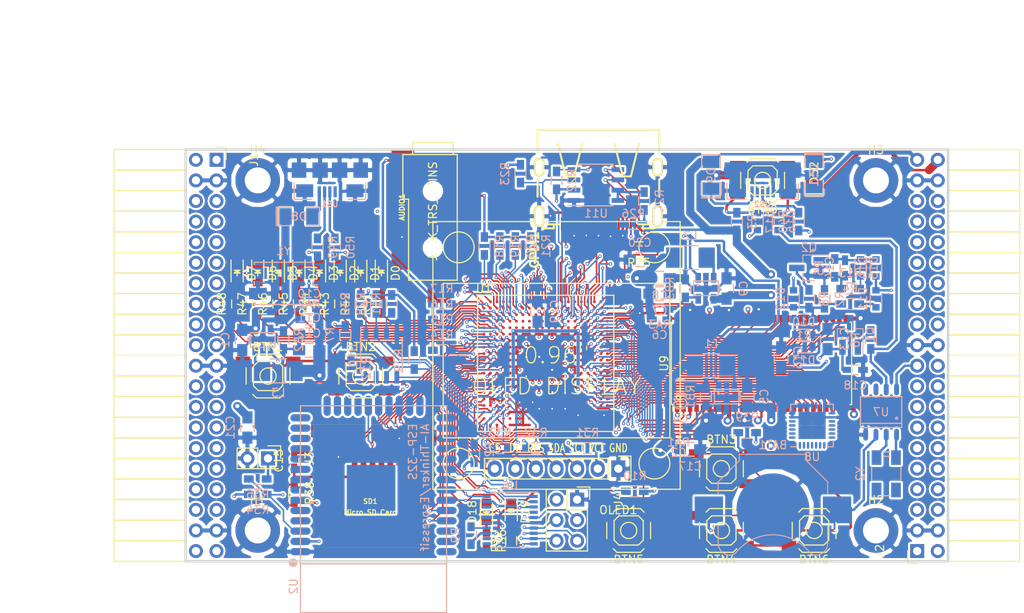
<source format=kicad_pcb>
(kicad_pcb (version 4) (host pcbnew 4.0.5+dfsg1-4)
  (layers (0 F.Cu signal) (1 In1.Cu signal) (2 In2.Cu signal) (31 B.Cu signal) (34 B.Paste user) (35 F.Paste user) (36 B.SilkS user) (37 F.SilkS user) (38 B.Mask user) (39 F.Mask user) (44 Edge.Cuts user))
  (net 0 "")
  (net 1 GND)
  (net 2 +5V)
  (net 3 /gpio/IN5V)
  (net 4 /gpio/OUT5V)
  (net 5 +3V3)
  (net 6 "Net-(L1-Pad1)")
  (net 7 "Net-(L2-Pad1)")
  (net 8 +1V2)
  (net 9 BTN_D)
  (net 10 BTN_F1)
  (net 11 BTN_F2)
  (net 12 BTN_L)
  (net 13 BTN_R)
  (net 14 BTN_U)
  (net 15 /power/FB1)
  (net 16 +2V5)
  (net 17 "Net-(L3-Pad1)")
  (net 18 /power/PWREN)
  (net 19 /power/FB3)
  (net 20 /power/FB2)
  (net 21 "Net-(D9-Pad1)")
  (net 22 /power/VBAT)
  (net 23 JTAG_TDI)
  (net 24 JTAG_TCK)
  (net 25 JTAG_TMS)
  (net 26 JTAG_TDO)
  (net 27 /power/WAKEUPn)
  (net 28 /power/WKUP)
  (net 29 /power/SHUT)
  (net 30 /power/WAKE)
  (net 31 /power/HOLD)
  (net 32 /power/WKn)
  (net 33 /power/OSCI_32k)
  (net 34 /power/OSCO_32k)
  (net 35 "Net-(Q2-Pad3)")
  (net 36 SHUTDOWN)
  (net 37 /analog/AUDIO_L)
  (net 38 /analog/AUDIO_R)
  (net 39 GPDI_5V_SCL)
  (net 40 GPDI_5V_SDA)
  (net 41 GPDI_SDA)
  (net 42 GPDI_SCL)
  (net 43 /gpdi/VREF2)
  (net 44 SD_CMD)
  (net 45 SD_CLK)
  (net 46 SD_D0)
  (net 47 SD_D1)
  (net 48 USB5V)
  (net 49 "Net-(BTN0-Pad1)")
  (net 50 GPDI_CEC)
  (net 51 nRESET)
  (net 52 FTDI_nDTR)
  (net 53 SDRAM_CKE)
  (net 54 SDRAM_A7)
  (net 55 SDRAM_D15)
  (net 56 SDRAM_BA1)
  (net 57 SDRAM_D7)
  (net 58 SDRAM_A6)
  (net 59 SDRAM_CLK)
  (net 60 SDRAM_D13)
  (net 61 SDRAM_BA0)
  (net 62 SDRAM_D6)
  (net 63 SDRAM_A5)
  (net 64 SDRAM_D14)
  (net 65 SDRAM_A11)
  (net 66 SDRAM_D12)
  (net 67 SDRAM_D5)
  (net 68 SDRAM_A4)
  (net 69 SDRAM_A10)
  (net 70 SDRAM_D11)
  (net 71 SDRAM_A3)
  (net 72 SDRAM_D4)
  (net 73 SDRAM_D10)
  (net 74 SDRAM_D9)
  (net 75 SDRAM_A9)
  (net 76 SDRAM_D3)
  (net 77 SDRAM_D8)
  (net 78 SDRAM_A8)
  (net 79 SDRAM_A2)
  (net 80 SDRAM_A1)
  (net 81 SDRAM_A0)
  (net 82 SDRAM_D2)
  (net 83 SDRAM_D1)
  (net 84 SDRAM_D0)
  (net 85 SDRAM_DQM0)
  (net 86 SDRAM_nCS)
  (net 87 SDRAM_nRAS)
  (net 88 SDRAM_DQM1)
  (net 89 SDRAM_nCAS)
  (net 90 SDRAM_nWE)
  (net 91 /flash/FLASH_nWP)
  (net 92 /flash/FLASH_nHOLD)
  (net 93 /flash/FLASH_MOSI)
  (net 94 /flash/FLASH_MISO)
  (net 95 /flash/FLASH_SCK)
  (net 96 /flash/FLASH_nCS)
  (net 97 /flash/FPGA_PROGRAMN)
  (net 98 /flash/FPGA_DONE)
  (net 99 /flash/FPGA_INITN)
  (net 100 OLED_RES)
  (net 101 OLED_DC)
  (net 102 OLED_CS)
  (net 103 WIFI_EN)
  (net 104 FTDI_nRTS)
  (net 105 FTDI_TXD)
  (net 106 FTDI_RXD)
  (net 107 WIFI_RXD)
  (net 108 WIFI_GPIO0)
  (net 109 WIFI_TXD)
  (net 110 GPDI_ETH-)
  (net 111 GPDI_ETH+)
  (net 112 GPDI_D2+)
  (net 113 GPDI_D2-)
  (net 114 GPDI_D1+)
  (net 115 GPDI_D1-)
  (net 116 GPDI_D0+)
  (net 117 GPDI_D0-)
  (net 118 GPDI_CLK+)
  (net 119 GPDI_CLK-)
  (net 120 USB_FTDI_D+)
  (net 121 USB_FTDI_D-)
  (net 122 J1_17-)
  (net 123 J1_17+)
  (net 124 J1_23-)
  (net 125 J1_23+)
  (net 126 J1_25-)
  (net 127 J1_25+)
  (net 128 J1_27-)
  (net 129 J1_27+)
  (net 130 J1_29-)
  (net 131 J1_29+)
  (net 132 J1_31-)
  (net 133 J1_31+)
  (net 134 J1_33-)
  (net 135 J1_33+)
  (net 136 J1_35-)
  (net 137 J1_35+)
  (net 138 J2_5-)
  (net 139 J2_5+)
  (net 140 J2_7-)
  (net 141 J2_7+)
  (net 142 J2_9-)
  (net 143 J2_9+)
  (net 144 J2_13-)
  (net 145 J2_13+)
  (net 146 J2_17-)
  (net 147 J2_17+)
  (net 148 J2_11-)
  (net 149 J2_11+)
  (net 150 J2_23-)
  (net 151 J2_23+)
  (net 152 J1_5-)
  (net 153 J1_5+)
  (net 154 J1_7-)
  (net 155 J1_7+)
  (net 156 J1_9-)
  (net 157 J1_9+)
  (net 158 J1_11-)
  (net 159 J1_11+)
  (net 160 J1_13-)
  (net 161 J1_13+)
  (net 162 J1_15-)
  (net 163 J1_15+)
  (net 164 J2_15-)
  (net 165 J2_15+)
  (net 166 J2_25-)
  (net 167 J2_25+)
  (net 168 J2_27-)
  (net 169 J2_27+)
  (net 170 J2_29-)
  (net 171 J2_29+)
  (net 172 J2_31-)
  (net 173 J2_31+)
  (net 174 J2_33-)
  (net 175 J2_33+)
  (net 176 J2_35-)
  (net 177 J2_35+)
  (net 178 SD_D3)
  (net 179 AUDIO_L3)
  (net 180 AUDIO_L2)
  (net 181 AUDIO_L1)
  (net 182 AUDIO_L0)
  (net 183 AUDIO_R3)
  (net 184 AUDIO_R2)
  (net 185 AUDIO_R1)
  (net 186 AUDIO_R0)
  (net 187 OLED_CLK)
  (net 188 OLED_MOSI)
  (net 189 LED0)
  (net 190 LED1)
  (net 191 LED2)
  (net 192 LED3)
  (net 193 LED4)
  (net 194 LED5)
  (net 195 LED6)
  (net 196 LED7)
  (net 197 BTN_PWRn)
  (net 198 "Net-(J3-Pad1)")
  (net 199 FTDI_nTXLED)
  (net 200 FTDI_nSLEEP)
  (net 201 /blinkey/LED_PWREN)
  (net 202 /blinkey/LED_TXLED)
  (net 203 FT3V3)
  (net 204 /sdcard/SD3V3)
  (net 205 SD_D2)
  (net 206 CLK_25MHz)
  (net 207 /blinkey/BTNPUL)
  (net 208 /blinkey/BTNPUR)
  (net 209 USB_FPGA_D+)
  (net 210 /power/FTDI_nSUSPEND)
  (net 211 /blinkey/ALED0)
  (net 212 /blinkey/ALED1)
  (net 213 /blinkey/ALED2)
  (net 214 /blinkey/ALED3)
  (net 215 /blinkey/ALED4)
  (net 216 /blinkey/ALED5)
  (net 217 /blinkey/ALED6)
  (net 218 /blinkey/ALED7)
  (net 219 /usb/FTD-)
  (net 220 /usb/FTD+)
  (module lfe5bg381:BGA-381_pitch0.8mm_dia0.4mm (layer F.Cu) (at 138.48 87.8)
    (fp_text reference U1 (at -7.6 -9.2) (layer F.SilkS))
    (fp_text value LFE5U-25F-6BG381C)
    (pad A2 smd circle (at -6.8 -7.6) (size 0.35 0.35) (layers F.Cu F.Paste F.Mask) (net 129 J1_27+))
    (pad A3 smd circle (at -6 -7.6) (size 0.35 0.35) (layers F.Cu F.Paste F.Mask) (net 183 AUDIO_R3))
    (pad A4 smd circle (at -5.2 -7.6) (size 0.35 0.35) (layers F.Cu F.Paste F.Mask) (net 127 J1_25+))
    (pad A5 smd circle (at -4.4 -7.6) (size 0.35 0.35) (layers F.Cu F.Paste F.Mask) (net 126 J1_25-))
    (pad A6 smd circle (at -3.6 -7.6) (size 0.35 0.35) (layers F.Cu F.Paste F.Mask) (net 125 J1_23+))
    (pad A7 smd circle (at -2.8 -7.6) (size 0.35 0.35) (layers F.Cu F.Paste F.Mask) (net 161 J1_13+))
    (pad A8 smd circle (at -2 -7.6) (size 0.35 0.35) (layers F.Cu F.Paste F.Mask) (net 160 J1_13-))
    (pad A9 smd circle (at -1.2 -7.6) (size 0.35 0.35) (layers F.Cu F.Paste F.Mask) (net 156 J1_9-))
    (pad A10 smd circle (at -0.4 -7.6) (size 0.35 0.35) (layers F.Cu F.Paste F.Mask) (net 155 J1_7+))
    (pad A11 smd circle (at 0.4 -7.6) (size 0.35 0.35) (layers F.Cu F.Paste F.Mask) (net 154 J1_7-))
    (pad A12 smd circle (at 1.2 -7.6) (size 0.35 0.35) (layers F.Cu F.Paste F.Mask) (net 111 GPDI_ETH+))
    (pad A13 smd circle (at 2 -7.6) (size 0.35 0.35) (layers F.Cu F.Paste F.Mask) (net 110 GPDI_ETH-))
    (pad A14 smd circle (at 2.8 -7.6) (size 0.35 0.35) (layers F.Cu F.Paste F.Mask) (net 112 GPDI_D2+))
    (pad A15 smd circle (at 3.6 -7.6) (size 0.35 0.35) (layers F.Cu F.Paste F.Mask))
    (pad A16 smd circle (at 4.4 -7.6) (size 0.35 0.35) (layers F.Cu F.Paste F.Mask) (net 114 GPDI_D1+))
    (pad A17 smd circle (at 5.2 -7.6) (size 0.35 0.35) (layers F.Cu F.Paste F.Mask) (net 116 GPDI_D0+))
    (pad A18 smd circle (at 6 -7.6) (size 0.35 0.35) (layers F.Cu F.Paste F.Mask) (net 118 GPDI_CLK+))
    (pad A19 smd circle (at 6.8 -7.6) (size 0.35 0.35) (layers F.Cu F.Paste F.Mask) (net 50 GPDI_CEC))
    (pad B1 smd circle (at -7.6 -6.8) (size 0.35 0.35) (layers F.Cu F.Paste F.Mask) (net 128 J1_27-))
    (pad B2 smd circle (at -6.8 -6.8) (size 0.35 0.35) (layers F.Cu F.Paste F.Mask) (net 189 LED0))
    (pad B3 smd circle (at -6 -6.8) (size 0.35 0.35) (layers F.Cu F.Paste F.Mask) (net 182 AUDIO_L0))
    (pad B4 smd circle (at -5.2 -6.8) (size 0.35 0.35) (layers F.Cu F.Paste F.Mask) (net 130 J1_29-))
    (pad B5 smd circle (at -4.4 -6.8) (size 0.35 0.35) (layers F.Cu F.Paste F.Mask) (net 184 AUDIO_R2))
    (pad B6 smd circle (at -3.6 -6.8) (size 0.35 0.35) (layers F.Cu F.Paste F.Mask) (net 124 J1_23-))
    (pad B7 smd circle (at -2.8 -6.8) (size 0.35 0.35) (layers F.Cu F.Paste F.Mask) (net 1 GND))
    (pad B8 smd circle (at -2 -6.8) (size 0.35 0.35) (layers F.Cu F.Paste F.Mask) (net 162 J1_15-))
    (pad B9 smd circle (at -1.2 -6.8) (size 0.35 0.35) (layers F.Cu F.Paste F.Mask) (net 159 J1_11+))
    (pad B10 smd circle (at -0.4 -6.8) (size 0.35 0.35) (layers F.Cu F.Paste F.Mask) (net 157 J1_9+))
    (pad B11 smd circle (at 0.4 -6.8) (size 0.35 0.35) (layers F.Cu F.Paste F.Mask) (net 153 J1_5+))
    (pad B12 smd circle (at 1.2 -6.8) (size 0.35 0.35) (layers F.Cu F.Paste F.Mask))
    (pad B13 smd circle (at 2 -6.8) (size 0.35 0.35) (layers F.Cu F.Paste F.Mask) (net 175 J2_33+))
    (pad B14 smd circle (at 2.8 -6.8) (size 0.35 0.35) (layers F.Cu F.Paste F.Mask) (net 1 GND))
    (pad B15 smd circle (at 3.6 -6.8) (size 0.35 0.35) (layers F.Cu F.Paste F.Mask) (net 173 J2_31+))
    (pad B16 smd circle (at 4.4 -6.8) (size 0.35 0.35) (layers F.Cu F.Paste F.Mask) (net 115 GPDI_D1-))
    (pad B17 smd circle (at 5.2 -6.8) (size 0.35 0.35) (layers F.Cu F.Paste F.Mask) (net 169 J2_27+))
    (pad B18 smd circle (at 6 -6.8) (size 0.35 0.35) (layers F.Cu F.Paste F.Mask) (net 117 GPDI_D0-))
    (pad B19 smd circle (at 6.8 -6.8) (size 0.35 0.35) (layers F.Cu F.Paste F.Mask) (net 119 GPDI_CLK-))
    (pad B20 smd circle (at 7.6 -6.8) (size 0.35 0.35) (layers F.Cu F.Paste F.Mask) (net 41 GPDI_SDA))
    (pad C1 smd circle (at -7.6 -6) (size 0.35 0.35) (layers F.Cu F.Paste F.Mask) (net 191 LED2))
    (pad C2 smd circle (at -6.8 -6) (size 0.35 0.35) (layers F.Cu F.Paste F.Mask) (net 190 LED1))
    (pad C3 smd circle (at -6 -6) (size 0.35 0.35) (layers F.Cu F.Paste F.Mask) (net 181 AUDIO_L1))
    (pad C4 smd circle (at -5.2 -6) (size 0.35 0.35) (layers F.Cu F.Paste F.Mask) (net 131 J1_29+))
    (pad C5 smd circle (at -4.4 -6) (size 0.35 0.35) (layers F.Cu F.Paste F.Mask) (net 186 AUDIO_R0))
    (pad C6 smd circle (at -3.6 -6) (size 0.35 0.35) (layers F.Cu F.Paste F.Mask) (net 123 J1_17+))
    (pad C7 smd circle (at -2.8 -6) (size 0.35 0.35) (layers F.Cu F.Paste F.Mask) (net 122 J1_17-))
    (pad C8 smd circle (at -2 -6) (size 0.35 0.35) (layers F.Cu F.Paste F.Mask) (net 163 J1_15+))
    (pad C9 smd circle (at -1.2 -6) (size 0.35 0.35) (layers F.Cu F.Paste F.Mask))
    (pad C10 smd circle (at -0.4 -6) (size 0.35 0.35) (layers F.Cu F.Paste F.Mask) (net 158 J1_11-))
    (pad C11 smd circle (at 0.4 -6) (size 0.35 0.35) (layers F.Cu F.Paste F.Mask) (net 152 J1_5-))
    (pad C12 smd circle (at 1.2 -6) (size 0.35 0.35) (layers F.Cu F.Paste F.Mask) (net 42 GPDI_SCL))
    (pad C13 smd circle (at 2 -6) (size 0.35 0.35) (layers F.Cu F.Paste F.Mask) (net 174 J2_33-))
    (pad C14 smd circle (at 2.8 -6) (size 0.35 0.35) (layers F.Cu F.Paste F.Mask) (net 113 GPDI_D2-))
    (pad C15 smd circle (at 3.6 -6) (size 0.35 0.35) (layers F.Cu F.Paste F.Mask) (net 172 J2_31-))
    (pad C16 smd circle (at 4.4 -6) (size 0.35 0.35) (layers F.Cu F.Paste F.Mask) (net 171 J2_29+))
    (pad C17 smd circle (at 5.2 -6) (size 0.35 0.35) (layers F.Cu F.Paste F.Mask) (net 168 J2_27-))
    (pad C18 smd circle (at 6 -6) (size 0.35 0.35) (layers F.Cu F.Paste F.Mask) (net 151 J2_23+))
    (pad C19 smd circle (at 6.8 -6) (size 0.35 0.35) (layers F.Cu F.Paste F.Mask) (net 1 GND))
    (pad C20 smd circle (at 7.6 -6) (size 0.35 0.35) (layers F.Cu F.Paste F.Mask) (net 64 SDRAM_D14))
    (pad D1 smd circle (at -7.6 -5.2) (size 0.35 0.35) (layers F.Cu F.Paste F.Mask) (net 193 LED4))
    (pad D2 smd circle (at -6.8 -5.2) (size 0.35 0.35) (layers F.Cu F.Paste F.Mask) (net 192 LED3))
    (pad D3 smd circle (at -6 -5.2) (size 0.35 0.35) (layers F.Cu F.Paste F.Mask) (net 180 AUDIO_L2))
    (pad D4 smd circle (at -5.2 -5.2) (size 0.35 0.35) (layers F.Cu F.Paste F.Mask) (net 1 GND))
    (pad D5 smd circle (at -4.4 -5.2) (size 0.35 0.35) (layers F.Cu F.Paste F.Mask) (net 185 AUDIO_R1))
    (pad D6 smd circle (at -3.6 -5.2) (size 0.35 0.35) (layers F.Cu F.Paste F.Mask) (net 197 BTN_PWRn))
    (pad D7 smd circle (at -2.8 -5.2) (size 0.35 0.35) (layers F.Cu F.Paste F.Mask))
    (pad D8 smd circle (at -2 -5.2) (size 0.35 0.35) (layers F.Cu F.Paste F.Mask))
    (pad D9 smd circle (at -1.2 -5.2) (size 0.35 0.35) (layers F.Cu F.Paste F.Mask))
    (pad D10 smd circle (at -0.4 -5.2) (size 0.35 0.35) (layers F.Cu F.Paste F.Mask))
    (pad D11 smd circle (at 0.4 -5.2) (size 0.35 0.35) (layers F.Cu F.Paste F.Mask))
    (pad D12 smd circle (at 1.2 -5.2) (size 0.35 0.35) (layers F.Cu F.Paste F.Mask))
    (pad D13 smd circle (at 2 -5.2) (size 0.35 0.35) (layers F.Cu F.Paste F.Mask) (net 177 J2_35+))
    (pad D14 smd circle (at 2.8 -5.2) (size 0.35 0.35) (layers F.Cu F.Paste F.Mask))
    (pad D15 smd circle (at 3.6 -5.2) (size 0.35 0.35) (layers F.Cu F.Paste F.Mask) (net 167 J2_25+))
    (pad D16 smd circle (at 4.4 -5.2) (size 0.35 0.35) (layers F.Cu F.Paste F.Mask) (net 170 J2_29-))
    (pad D17 smd circle (at 5.2 -5.2) (size 0.35 0.35) (layers F.Cu F.Paste F.Mask) (net 150 J2_23-))
    (pad D18 smd circle (at 6 -5.2) (size 0.35 0.35) (layers F.Cu F.Paste F.Mask) (net 147 J2_17+))
    (pad D19 smd circle (at 6.8 -5.2) (size 0.35 0.35) (layers F.Cu F.Paste F.Mask) (net 55 SDRAM_D15))
    (pad D20 smd circle (at 7.6 -5.2) (size 0.35 0.35) (layers F.Cu F.Paste F.Mask) (net 60 SDRAM_D13))
    (pad E1 smd circle (at -7.6 -4.4) (size 0.35 0.35) (layers F.Cu F.Paste F.Mask) (net 195 LED6))
    (pad E2 smd circle (at -6.8 -4.4) (size 0.35 0.35) (layers F.Cu F.Paste F.Mask) (net 194 LED5))
    (pad E3 smd circle (at -6 -4.4) (size 0.35 0.35) (layers F.Cu F.Paste F.Mask) (net 132 J1_31-))
    (pad E4 smd circle (at -5.2 -4.4) (size 0.35 0.35) (layers F.Cu F.Paste F.Mask) (net 179 AUDIO_L3))
    (pad E5 smd circle (at -4.4 -4.4) (size 0.35 0.35) (layers F.Cu F.Paste F.Mask))
    (pad E6 smd circle (at -3.6 -4.4) (size 0.35 0.35) (layers F.Cu F.Paste F.Mask))
    (pad E7 smd circle (at -2.8 -4.4) (size 0.35 0.35) (layers F.Cu F.Paste F.Mask))
    (pad E8 smd circle (at -2 -4.4) (size 0.35 0.35) (layers F.Cu F.Paste F.Mask))
    (pad E9 smd circle (at -1.2 -4.4) (size 0.35 0.35) (layers F.Cu F.Paste F.Mask))
    (pad E10 smd circle (at -0.4 -4.4) (size 0.35 0.35) (layers F.Cu F.Paste F.Mask))
    (pad E11 smd circle (at 0.4 -4.4) (size 0.35 0.35) (layers F.Cu F.Paste F.Mask))
    (pad E12 smd circle (at 1.2 -4.4) (size 0.35 0.35) (layers F.Cu F.Paste F.Mask))
    (pad E13 smd circle (at 2 -4.4) (size 0.35 0.35) (layers F.Cu F.Paste F.Mask) (net 176 J2_35-))
    (pad E14 smd circle (at 2.8 -4.4) (size 0.35 0.35) (layers F.Cu F.Paste F.Mask))
    (pad E15 smd circle (at 3.6 -4.4) (size 0.35 0.35) (layers F.Cu F.Paste F.Mask) (net 166 J2_25-))
    (pad E16 smd circle (at 4.4 -4.4) (size 0.35 0.35) (layers F.Cu F.Paste F.Mask))
    (pad E17 smd circle (at 5.2 -4.4) (size 0.35 0.35) (layers F.Cu F.Paste F.Mask) (net 146 J2_17-))
    (pad E18 smd circle (at 6 -4.4) (size 0.35 0.35) (layers F.Cu F.Paste F.Mask) (net 72 SDRAM_D4))
    (pad E19 smd circle (at 6.8 -4.4) (size 0.35 0.35) (layers F.Cu F.Paste F.Mask) (net 66 SDRAM_D12))
    (pad E20 smd circle (at 7.6 -4.4) (size 0.35 0.35) (layers F.Cu F.Paste F.Mask) (net 70 SDRAM_D11))
    (pad F1 smd circle (at -7.6 -3.6) (size 0.35 0.35) (layers F.Cu F.Paste F.Mask) (net 103 WIFI_EN))
    (pad F2 smd circle (at -6.8 -3.6) (size 0.35 0.35) (layers F.Cu F.Paste F.Mask))
    (pad F3 smd circle (at -6 -3.6) (size 0.35 0.35) (layers F.Cu F.Paste F.Mask) (net 134 J1_33-))
    (pad F4 smd circle (at -5.2 -3.6) (size 0.35 0.35) (layers F.Cu F.Paste F.Mask) (net 133 J1_31+))
    (pad F5 smd circle (at -4.4 -3.6) (size 0.35 0.35) (layers F.Cu F.Paste F.Mask))
    (pad F6 smd circle (at -3.6 -3.6) (size 0.35 0.35) (layers F.Cu F.Paste F.Mask) (net 16 +2V5))
    (pad F7 smd circle (at -2.8 -3.6) (size 0.35 0.35) (layers F.Cu F.Paste F.Mask) (net 1 GND))
    (pad F8 smd circle (at -2 -3.6) (size 0.35 0.35) (layers F.Cu F.Paste F.Mask) (net 1 GND))
    (pad F9 smd circle (at -1.2 -3.6) (size 0.35 0.35) (layers F.Cu F.Paste F.Mask) (net 5 +3V3))
    (pad F10 smd circle (at -0.4 -3.6) (size 0.35 0.35) (layers F.Cu F.Paste F.Mask) (net 5 +3V3))
    (pad F11 smd circle (at 0.4 -3.6) (size 0.35 0.35) (layers F.Cu F.Paste F.Mask) (net 5 +3V3))
    (pad F12 smd circle (at 1.2 -3.6) (size 0.35 0.35) (layers F.Cu F.Paste F.Mask) (net 5 +3V3))
    (pad F13 smd circle (at 2 -3.6) (size 0.35 0.35) (layers F.Cu F.Paste F.Mask) (net 1 GND))
    (pad F14 smd circle (at 2.8 -3.6) (size 0.35 0.35) (layers F.Cu F.Paste F.Mask) (net 1 GND))
    (pad F15 smd circle (at 3.6 -3.6) (size 0.35 0.35) (layers F.Cu F.Paste F.Mask) (net 16 +2V5))
    (pad F16 smd circle (at 4.4 -3.6) (size 0.35 0.35) (layers F.Cu F.Paste F.Mask))
    (pad F17 smd circle (at 5.2 -3.6) (size 0.35 0.35) (layers F.Cu F.Paste F.Mask) (net 165 J2_15+))
    (pad F18 smd circle (at 6 -3.6) (size 0.35 0.35) (layers F.Cu F.Paste F.Mask) (net 67 SDRAM_D5))
    (pad F19 smd circle (at 6.8 -3.6) (size 0.35 0.35) (layers F.Cu F.Paste F.Mask) (net 73 SDRAM_D10))
    (pad F20 smd circle (at 7.6 -3.6) (size 0.35 0.35) (layers F.Cu F.Paste F.Mask) (net 74 SDRAM_D9))
    (pad G1 smd circle (at -7.6 -2.8) (size 0.35 0.35) (layers F.Cu F.Paste F.Mask))
    (pad G2 smd circle (at -6.8 -2.8) (size 0.35 0.35) (layers F.Cu F.Paste F.Mask) (net 206 CLK_25MHz))
    (pad G3 smd circle (at -6 -2.8) (size 0.35 0.35) (layers F.Cu F.Paste F.Mask) (net 135 J1_33+))
    (pad G4 smd circle (at -5.2 -2.8) (size 0.35 0.35) (layers F.Cu F.Paste F.Mask) (net 1 GND))
    (pad G5 smd circle (at -4.4 -2.8) (size 0.35 0.35) (layers F.Cu F.Paste F.Mask) (net 136 J1_35-))
    (pad G6 smd circle (at -3.6 -2.8) (size 0.35 0.35) (layers F.Cu F.Paste F.Mask) (net 1 GND))
    (pad G7 smd circle (at -2.8 -2.8) (size 0.35 0.35) (layers F.Cu F.Paste F.Mask) (net 1 GND))
    (pad G8 smd circle (at -2 -2.8) (size 0.35 0.35) (layers F.Cu F.Paste F.Mask) (net 1 GND))
    (pad G9 smd circle (at -1.2 -2.8) (size 0.35 0.35) (layers F.Cu F.Paste F.Mask) (net 1 GND))
    (pad G10 smd circle (at -0.4 -2.8) (size 0.35 0.35) (layers F.Cu F.Paste F.Mask) (net 1 GND))
    (pad G11 smd circle (at 0.4 -2.8) (size 0.35 0.35) (layers F.Cu F.Paste F.Mask) (net 1 GND))
    (pad G12 smd circle (at 1.2 -2.8) (size 0.35 0.35) (layers F.Cu F.Paste F.Mask) (net 1 GND))
    (pad G13 smd circle (at 2 -2.8) (size 0.35 0.35) (layers F.Cu F.Paste F.Mask) (net 1 GND))
    (pad G14 smd circle (at 2.8 -2.8) (size 0.35 0.35) (layers F.Cu F.Paste F.Mask) (net 1 GND))
    (pad G15 smd circle (at 3.6 -2.8) (size 0.35 0.35) (layers F.Cu F.Paste F.Mask) (net 1 GND))
    (pad G16 smd circle (at 4.4 -2.8) (size 0.35 0.35) (layers F.Cu F.Paste F.Mask))
    (pad G17 smd circle (at 5.2 -2.8) (size 0.35 0.35) (layers F.Cu F.Paste F.Mask) (net 1 GND))
    (pad G18 smd circle (at 6 -2.8) (size 0.35 0.35) (layers F.Cu F.Paste F.Mask) (net 164 J2_15-))
    (pad G19 smd circle (at 6.8 -2.8) (size 0.35 0.35) (layers F.Cu F.Paste F.Mask) (net 77 SDRAM_D8))
    (pad G20 smd circle (at 7.6 -2.8) (size 0.35 0.35) (layers F.Cu F.Paste F.Mask) (net 88 SDRAM_DQM1))
    (pad H1 smd circle (at -7.6 -2) (size 0.35 0.35) (layers F.Cu F.Paste F.Mask) (net 178 SD_D3))
    (pad H2 smd circle (at -6.8 -2) (size 0.35 0.35) (layers F.Cu F.Paste F.Mask) (net 205 SD_D2))
    (pad H3 smd circle (at -6 -2) (size 0.35 0.35) (layers F.Cu F.Paste F.Mask) (net 196 LED7))
    (pad H4 smd circle (at -5.2 -2) (size 0.35 0.35) (layers F.Cu F.Paste F.Mask) (net 137 J1_35+))
    (pad H5 smd circle (at -4.4 -2) (size 0.35 0.35) (layers F.Cu F.Paste F.Mask))
    (pad H6 smd circle (at -3.6 -2) (size 0.35 0.35) (layers F.Cu F.Paste F.Mask) (net 5 +3V3))
    (pad H7 smd circle (at -2.8 -2) (size 0.35 0.35) (layers F.Cu F.Paste F.Mask) (net 5 +3V3))
    (pad H8 smd circle (at -2 -2) (size 0.35 0.35) (layers F.Cu F.Paste F.Mask) (net 8 +1V2))
    (pad H9 smd circle (at -1.2 -2) (size 0.35 0.35) (layers F.Cu F.Paste F.Mask) (net 8 +1V2))
    (pad H10 smd circle (at -0.4 -2) (size 0.35 0.35) (layers F.Cu F.Paste F.Mask) (net 8 +1V2))
    (pad H11 smd circle (at 0.4 -2) (size 0.35 0.35) (layers F.Cu F.Paste F.Mask) (net 8 +1V2))
    (pad H12 smd circle (at 1.2 -2) (size 0.35 0.35) (layers F.Cu F.Paste F.Mask) (net 8 +1V2))
    (pad H13 smd circle (at 2 -2) (size 0.35 0.35) (layers F.Cu F.Paste F.Mask) (net 8 +1V2))
    (pad H14 smd circle (at 2.8 -2) (size 0.35 0.35) (layers F.Cu F.Paste F.Mask) (net 5 +3V3))
    (pad H15 smd circle (at 3.6 -2) (size 0.35 0.35) (layers F.Cu F.Paste F.Mask) (net 5 +3V3))
    (pad H16 smd circle (at 4.4 -2) (size 0.35 0.35) (layers F.Cu F.Paste F.Mask))
    (pad H17 smd circle (at 5.2 -2) (size 0.35 0.35) (layers F.Cu F.Paste F.Mask) (net 144 J2_13-))
    (pad H18 smd circle (at 6 -2) (size 0.35 0.35) (layers F.Cu F.Paste F.Mask) (net 145 J2_13+))
    (pad H19 smd circle (at 6.8 -2) (size 0.35 0.35) (layers F.Cu F.Paste F.Mask) (net 1 GND))
    (pad H20 smd circle (at 7.6 -2) (size 0.35 0.35) (layers F.Cu F.Paste F.Mask) (net 59 SDRAM_CLK))
    (pad J1 smd circle (at -7.6 -1.2) (size 0.35 0.35) (layers F.Cu F.Paste F.Mask) (net 45 SD_CLK))
    (pad J2 smd circle (at -6.8 -1.2) (size 0.35 0.35) (layers F.Cu F.Paste F.Mask) (net 1 GND))
    (pad J3 smd circle (at -6 -1.2) (size 0.35 0.35) (layers F.Cu F.Paste F.Mask) (net 44 SD_CMD))
    (pad J4 smd circle (at -5.2 -1.2) (size 0.35 0.35) (layers F.Cu F.Paste F.Mask))
    (pad J5 smd circle (at -4.4 -1.2) (size 0.35 0.35) (layers F.Cu F.Paste F.Mask))
    (pad J6 smd circle (at -3.6 -1.2) (size 0.35 0.35) (layers F.Cu F.Paste F.Mask) (net 5 +3V3))
    (pad J7 smd circle (at -2.8 -1.2) (size 0.35 0.35) (layers F.Cu F.Paste F.Mask) (net 1 GND))
    (pad J8 smd circle (at -2 -1.2) (size 0.35 0.35) (layers F.Cu F.Paste F.Mask) (net 8 +1V2))
    (pad J9 smd circle (at -1.2 -1.2) (size 0.35 0.35) (layers F.Cu F.Paste F.Mask) (net 1 GND))
    (pad J10 smd circle (at -0.4 -1.2) (size 0.35 0.35) (layers F.Cu F.Paste F.Mask) (net 1 GND))
    (pad J11 smd circle (at 0.4 -1.2) (size 0.35 0.35) (layers F.Cu F.Paste F.Mask) (net 1 GND))
    (pad J12 smd circle (at 1.2 -1.2) (size 0.35 0.35) (layers F.Cu F.Paste F.Mask) (net 1 GND))
    (pad J13 smd circle (at 2 -1.2) (size 0.35 0.35) (layers F.Cu F.Paste F.Mask) (net 8 +1V2))
    (pad J14 smd circle (at 2.8 -1.2) (size 0.35 0.35) (layers F.Cu F.Paste F.Mask) (net 1 GND))
    (pad J15 smd circle (at 3.6 -1.2) (size 0.35 0.35) (layers F.Cu F.Paste F.Mask) (net 5 +3V3))
    (pad J16 smd circle (at 4.4 -1.2) (size 0.35 0.35) (layers F.Cu F.Paste F.Mask))
    (pad J17 smd circle (at 5.2 -1.2) (size 0.35 0.35) (layers F.Cu F.Paste F.Mask))
    (pad J18 smd circle (at 6 -1.2) (size 0.35 0.35) (layers F.Cu F.Paste F.Mask) (net 76 SDRAM_D3))
    (pad J19 smd circle (at 6.8 -1.2) (size 0.35 0.35) (layers F.Cu F.Paste F.Mask) (net 53 SDRAM_CKE))
    (pad J20 smd circle (at 7.6 -1.2) (size 0.35 0.35) (layers F.Cu F.Paste F.Mask) (net 65 SDRAM_A11))
    (pad K1 smd circle (at -7.6 -0.4) (size 0.35 0.35) (layers F.Cu F.Paste F.Mask) (net 47 SD_D1))
    (pad K2 smd circle (at -6.8 -0.4) (size 0.35 0.35) (layers F.Cu F.Paste F.Mask) (net 46 SD_D0))
    (pad K3 smd circle (at -6 -0.4) (size 0.35 0.35) (layers F.Cu F.Paste F.Mask) (net 107 WIFI_RXD))
    (pad K4 smd circle (at -5.2 -0.4) (size 0.35 0.35) (layers F.Cu F.Paste F.Mask) (net 109 WIFI_TXD))
    (pad K5 smd circle (at -4.4 -0.4) (size 0.35 0.35) (layers F.Cu F.Paste F.Mask))
    (pad K6 smd circle (at -3.6 -0.4) (size 0.35 0.35) (layers F.Cu F.Paste F.Mask) (net 1 GND))
    (pad K7 smd circle (at -2.8 -0.4) (size 0.35 0.35) (layers F.Cu F.Paste F.Mask) (net 1 GND))
    (pad K8 smd circle (at -2 -0.4) (size 0.35 0.35) (layers F.Cu F.Paste F.Mask) (net 8 +1V2))
    (pad K9 smd circle (at -1.2 -0.4) (size 0.35 0.35) (layers F.Cu F.Paste F.Mask) (net 1 GND))
    (pad K10 smd circle (at -0.4 -0.4) (size 0.35 0.35) (layers F.Cu F.Paste F.Mask) (net 1 GND))
    (pad K11 smd circle (at 0.4 -0.4) (size 0.35 0.35) (layers F.Cu F.Paste F.Mask) (net 1 GND))
    (pad K12 smd circle (at 1.2 -0.4) (size 0.35 0.35) (layers F.Cu F.Paste F.Mask) (net 1 GND))
    (pad K13 smd circle (at 2 -0.4) (size 0.35 0.35) (layers F.Cu F.Paste F.Mask) (net 8 +1V2))
    (pad K14 smd circle (at 2.8 -0.4) (size 0.35 0.35) (layers F.Cu F.Paste F.Mask) (net 1 GND))
    (pad K15 smd circle (at 3.6 -0.4) (size 0.35 0.35) (layers F.Cu F.Paste F.Mask) (net 1 GND))
    (pad K16 smd circle (at 4.4 -0.4) (size 0.35 0.35) (layers F.Cu F.Paste F.Mask))
    (pad K17 smd circle (at 5.2 -0.4) (size 0.35 0.35) (layers F.Cu F.Paste F.Mask))
    (pad K18 smd circle (at 6 -0.4) (size 0.35 0.35) (layers F.Cu F.Paste F.Mask) (net 82 SDRAM_D2))
    (pad K19 smd circle (at 6.8 -0.4) (size 0.35 0.35) (layers F.Cu F.Paste F.Mask) (net 75 SDRAM_A9))
    (pad K20 smd circle (at 7.6 -0.4) (size 0.35 0.35) (layers F.Cu F.Paste F.Mask) (net 78 SDRAM_A8))
    (pad L1 smd circle (at -7.6 0.4) (size 0.35 0.35) (layers F.Cu F.Paste F.Mask))
    (pad L2 smd circle (at -6.8 0.4) (size 0.35 0.35) (layers F.Cu F.Paste F.Mask) (net 108 WIFI_GPIO0))
    (pad L3 smd circle (at -6 0.4) (size 0.35 0.35) (layers F.Cu F.Paste F.Mask))
    (pad L4 smd circle (at -5.2 0.4) (size 0.35 0.35) (layers F.Cu F.Paste F.Mask) (net 106 FTDI_RXD))
    (pad L5 smd circle (at -4.4 0.4) (size 0.35 0.35) (layers F.Cu F.Paste F.Mask))
    (pad L6 smd circle (at -3.6 0.4) (size 0.35 0.35) (layers F.Cu F.Paste F.Mask) (net 5 +3V3))
    (pad L7 smd circle (at -2.8 0.4) (size 0.35 0.35) (layers F.Cu F.Paste F.Mask) (net 5 +3V3))
    (pad L8 smd circle (at -2 0.4) (size 0.35 0.35) (layers F.Cu F.Paste F.Mask) (net 8 +1V2))
    (pad L9 smd circle (at -1.2 0.4) (size 0.35 0.35) (layers F.Cu F.Paste F.Mask) (net 1 GND))
    (pad L10 smd circle (at -0.4 0.4) (size 0.35 0.35) (layers F.Cu F.Paste F.Mask) (net 1 GND))
    (pad L11 smd circle (at 0.4 0.4) (size 0.35 0.35) (layers F.Cu F.Paste F.Mask) (net 1 GND))
    (pad L12 smd circle (at 1.2 0.4) (size 0.35 0.35) (layers F.Cu F.Paste F.Mask) (net 1 GND))
    (pad L13 smd circle (at 2 0.4) (size 0.35 0.35) (layers F.Cu F.Paste F.Mask) (net 8 +1V2))
    (pad L14 smd circle (at 2.8 0.4) (size 0.35 0.35) (layers F.Cu F.Paste F.Mask) (net 5 +3V3))
    (pad L15 smd circle (at 3.6 0.4) (size 0.35 0.35) (layers F.Cu F.Paste F.Mask) (net 5 +3V3))
    (pad L16 smd circle (at 4.4 0.4) (size 0.35 0.35) (layers F.Cu F.Paste F.Mask) (net 149 J2_11+))
    (pad L17 smd circle (at 5.2 0.4) (size 0.35 0.35) (layers F.Cu F.Paste F.Mask) (net 148 J2_11-))
    (pad L18 smd circle (at 6 0.4) (size 0.35 0.35) (layers F.Cu F.Paste F.Mask) (net 83 SDRAM_D1))
    (pad L19 smd circle (at 6.8 0.4) (size 0.35 0.35) (layers F.Cu F.Paste F.Mask) (net 54 SDRAM_A7))
    (pad L20 smd circle (at 7.6 0.4) (size 0.35 0.35) (layers F.Cu F.Paste F.Mask) (net 58 SDRAM_A6))
    (pad M1 smd circle (at -7.6 1.2) (size 0.35 0.35) (layers F.Cu F.Paste F.Mask) (net 105 FTDI_TXD))
    (pad M2 smd circle (at -6.8 1.2) (size 0.35 0.35) (layers F.Cu F.Paste F.Mask) (net 1 GND))
    (pad M3 smd circle (at -6 1.2) (size 0.35 0.35) (layers F.Cu F.Paste F.Mask) (net 104 FTDI_nRTS))
    (pad M4 smd circle (at -5.2 1.2) (size 0.35 0.35) (layers F.Cu F.Paste F.Mask))
    (pad M5 smd circle (at -4.4 1.2) (size 0.35 0.35) (layers F.Cu F.Paste F.Mask))
    (pad M6 smd circle (at -3.6 1.2) (size 0.35 0.35) (layers F.Cu F.Paste F.Mask) (net 5 +3V3))
    (pad M7 smd circle (at -2.8 1.2) (size 0.35 0.35) (layers F.Cu F.Paste F.Mask) (net 1 GND))
    (pad M8 smd circle (at -2 1.2) (size 0.35 0.35) (layers F.Cu F.Paste F.Mask) (net 8 +1V2))
    (pad M9 smd circle (at -1.2 1.2) (size 0.35 0.35) (layers F.Cu F.Paste F.Mask) (net 1 GND))
    (pad M10 smd circle (at -0.4 1.2) (size 0.35 0.35) (layers F.Cu F.Paste F.Mask) (net 1 GND))
    (pad M11 smd circle (at 0.4 1.2) (size 0.35 0.35) (layers F.Cu F.Paste F.Mask) (net 1 GND))
    (pad M12 smd circle (at 1.2 1.2) (size 0.35 0.35) (layers F.Cu F.Paste F.Mask) (net 1 GND))
    (pad M13 smd circle (at 2 1.2) (size 0.35 0.35) (layers F.Cu F.Paste F.Mask) (net 8 +1V2))
    (pad M14 smd circle (at 2.8 1.2) (size 0.35 0.35) (layers F.Cu F.Paste F.Mask) (net 1 GND))
    (pad M15 smd circle (at 3.6 1.2) (size 0.35 0.35) (layers F.Cu F.Paste F.Mask) (net 5 +3V3))
    (pad M16 smd circle (at 4.4 1.2) (size 0.35 0.35) (layers F.Cu F.Paste F.Mask) (net 1 GND))
    (pad M17 smd circle (at 5.2 1.2) (size 0.35 0.35) (layers F.Cu F.Paste F.Mask) (net 142 J2_9-))
    (pad M18 smd circle (at 6 1.2) (size 0.35 0.35) (layers F.Cu F.Paste F.Mask) (net 84 SDRAM_D0))
    (pad M19 smd circle (at 6.8 1.2) (size 0.35 0.35) (layers F.Cu F.Paste F.Mask) (net 63 SDRAM_A5))
    (pad M20 smd circle (at 7.6 1.2) (size 0.35 0.35) (layers F.Cu F.Paste F.Mask) (net 68 SDRAM_A4))
    (pad N1 smd circle (at -7.6 2) (size 0.35 0.35) (layers F.Cu F.Paste F.Mask) (net 52 FTDI_nDTR))
    (pad N2 smd circle (at -6.8 2) (size 0.35 0.35) (layers F.Cu F.Paste F.Mask) (net 102 OLED_CS))
    (pad N3 smd circle (at -6 2) (size 0.35 0.35) (layers F.Cu F.Paste F.Mask))
    (pad N4 smd circle (at -5.2 2) (size 0.35 0.35) (layers F.Cu F.Paste F.Mask))
    (pad N5 smd circle (at -4.4 2) (size 0.35 0.35) (layers F.Cu F.Paste F.Mask))
    (pad N6 smd circle (at -3.6 2) (size 0.35 0.35) (layers F.Cu F.Paste F.Mask) (net 1 GND))
    (pad N7 smd circle (at -2.8 2) (size 0.35 0.35) (layers F.Cu F.Paste F.Mask) (net 1 GND))
    (pad N8 smd circle (at -2 2) (size 0.35 0.35) (layers F.Cu F.Paste F.Mask) (net 8 +1V2))
    (pad N9 smd circle (at -1.2 2) (size 0.35 0.35) (layers F.Cu F.Paste F.Mask) (net 8 +1V2))
    (pad N10 smd circle (at -0.4 2) (size 0.35 0.35) (layers F.Cu F.Paste F.Mask) (net 8 +1V2))
    (pad N11 smd circle (at 0.4 2) (size 0.35 0.35) (layers F.Cu F.Paste F.Mask) (net 8 +1V2))
    (pad N12 smd circle (at 1.2 2) (size 0.35 0.35) (layers F.Cu F.Paste F.Mask) (net 8 +1V2))
    (pad N13 smd circle (at 2 2) (size 0.35 0.35) (layers F.Cu F.Paste F.Mask) (net 8 +1V2))
    (pad N14 smd circle (at 2.8 2) (size 0.35 0.35) (layers F.Cu F.Paste F.Mask) (net 1 GND))
    (pad N15 smd circle (at 3.6 2) (size 0.35 0.35) (layers F.Cu F.Paste F.Mask) (net 1 GND))
    (pad N16 smd circle (at 4.4 2) (size 0.35 0.35) (layers F.Cu F.Paste F.Mask) (net 143 J2_9+))
    (pad N17 smd circle (at 5.2 2) (size 0.35 0.35) (layers F.Cu F.Paste F.Mask) (net 141 J2_7+))
    (pad N18 smd circle (at 6 2) (size 0.35 0.35) (layers F.Cu F.Paste F.Mask) (net 62 SDRAM_D6))
    (pad N19 smd circle (at 6.8 2) (size 0.35 0.35) (layers F.Cu F.Paste F.Mask) (net 71 SDRAM_A3))
    (pad N20 smd circle (at 7.6 2) (size 0.35 0.35) (layers F.Cu F.Paste F.Mask) (net 79 SDRAM_A2))
    (pad P1 smd circle (at -7.6 2.8) (size 0.35 0.35) (layers F.Cu F.Paste F.Mask) (net 101 OLED_DC))
    (pad P2 smd circle (at -6.8 2.8) (size 0.35 0.35) (layers F.Cu F.Paste F.Mask) (net 100 OLED_RES))
    (pad P3 smd circle (at -6 2.8) (size 0.35 0.35) (layers F.Cu F.Paste F.Mask) (net 188 OLED_MOSI))
    (pad P4 smd circle (at -5.2 2.8) (size 0.35 0.35) (layers F.Cu F.Paste F.Mask) (net 187 OLED_CLK))
    (pad P5 smd circle (at -4.4 2.8) (size 0.35 0.35) (layers F.Cu F.Paste F.Mask))
    (pad P6 smd circle (at -3.6 2.8) (size 0.35 0.35) (layers F.Cu F.Paste F.Mask) (net 16 +2V5))
    (pad P7 smd circle (at -2.8 2.8) (size 0.35 0.35) (layers F.Cu F.Paste F.Mask) (net 1 GND))
    (pad P8 smd circle (at -2 2.8) (size 0.35 0.35) (layers F.Cu F.Paste F.Mask) (net 1 GND))
    (pad P9 smd circle (at -1.2 2.8) (size 0.35 0.35) (layers F.Cu F.Paste F.Mask) (net 5 +3V3))
    (pad P10 smd circle (at -0.4 2.8) (size 0.35 0.35) (layers F.Cu F.Paste F.Mask) (net 5 +3V3))
    (pad P11 smd circle (at 0.4 2.8) (size 0.35 0.35) (layers F.Cu F.Paste F.Mask) (net 1 GND))
    (pad P12 smd circle (at 1.2 2.8) (size 0.35 0.35) (layers F.Cu F.Paste F.Mask) (net 1 GND))
    (pad P13 smd circle (at 2 2.8) (size 0.35 0.35) (layers F.Cu F.Paste F.Mask) (net 1 GND))
    (pad P14 smd circle (at 2.8 2.8) (size 0.35 0.35) (layers F.Cu F.Paste F.Mask) (net 1 GND))
    (pad P15 smd circle (at 3.6 2.8) (size 0.35 0.35) (layers F.Cu F.Paste F.Mask) (net 16 +2V5))
    (pad P16 smd circle (at 4.4 2.8) (size 0.35 0.35) (layers F.Cu F.Paste F.Mask) (net 140 J2_7-))
    (pad P17 smd circle (at 5.2 2.8) (size 0.35 0.35) (layers F.Cu F.Paste F.Mask))
    (pad P18 smd circle (at 6 2.8) (size 0.35 0.35) (layers F.Cu F.Paste F.Mask) (net 57 SDRAM_D7))
    (pad P19 smd circle (at 6.8 2.8) (size 0.35 0.35) (layers F.Cu F.Paste F.Mask) (net 80 SDRAM_A1))
    (pad P20 smd circle (at 7.6 2.8) (size 0.35 0.35) (layers F.Cu F.Paste F.Mask) (net 81 SDRAM_A0))
    (pad R1 smd circle (at -7.6 3.6) (size 0.35 0.35) (layers F.Cu F.Paste F.Mask) (net 10 BTN_F1))
    (pad R2 smd circle (at -6.8 3.6) (size 0.35 0.35) (layers F.Cu F.Paste F.Mask) (net 96 /flash/FLASH_nCS))
    (pad R3 smd circle (at -6 3.6) (size 0.35 0.35) (layers F.Cu F.Paste F.Mask))
    (pad R4 smd circle (at -5.2 3.6) (size 0.35 0.35) (layers F.Cu F.Paste F.Mask) (net 1 GND))
    (pad R5 smd circle (at -4.4 3.6) (size 0.35 0.35) (layers F.Cu F.Paste F.Mask) (net 23 JTAG_TDI))
    (pad R16 smd circle (at 4.4 3.6) (size 0.35 0.35) (layers F.Cu F.Paste F.Mask))
    (pad R17 smd circle (at 5.2 3.6) (size 0.35 0.35) (layers F.Cu F.Paste F.Mask))
    (pad R18 smd circle (at 6 3.6) (size 0.35 0.35) (layers F.Cu F.Paste F.Mask) (net 85 SDRAM_DQM0))
    (pad R19 smd circle (at 6.8 3.6) (size 0.35 0.35) (layers F.Cu F.Paste F.Mask) (net 1 GND))
    (pad R20 smd circle (at 7.6 3.6) (size 0.35 0.35) (layers F.Cu F.Paste F.Mask) (net 69 SDRAM_A10))
    (pad T1 smd circle (at -7.6 4.4) (size 0.35 0.35) (layers F.Cu F.Paste F.Mask) (net 11 BTN_F2))
    (pad T2 smd circle (at -6.8 4.4) (size 0.35 0.35) (layers F.Cu F.Paste F.Mask) (net 5 +3V3))
    (pad T3 smd circle (at -6 4.4) (size 0.35 0.35) (layers F.Cu F.Paste F.Mask) (net 5 +3V3))
    (pad T4 smd circle (at -5.2 4.4) (size 0.35 0.35) (layers F.Cu F.Paste F.Mask) (net 5 +3V3))
    (pad T5 smd circle (at -4.4 4.4) (size 0.35 0.35) (layers F.Cu F.Paste F.Mask) (net 24 JTAG_TCK))
    (pad T6 smd circle (at -3.6 4.4) (size 0.35 0.35) (layers F.Cu F.Paste F.Mask) (net 1 GND))
    (pad T7 smd circle (at -2.8 4.4) (size 0.35 0.35) (layers F.Cu F.Paste F.Mask) (net 1 GND))
    (pad T8 smd circle (at -2 4.4) (size 0.35 0.35) (layers F.Cu F.Paste F.Mask) (net 1 GND))
    (pad T9 smd circle (at -1.2 4.4) (size 0.35 0.35) (layers F.Cu F.Paste F.Mask) (net 1 GND))
    (pad T10 smd circle (at -0.4 4.4) (size 0.35 0.35) (layers F.Cu F.Paste F.Mask) (net 1 GND))
    (pad T11 smd circle (at 0.4 4.4) (size 0.35 0.35) (layers F.Cu F.Paste F.Mask))
    (pad T12 smd circle (at 1.2 4.4) (size 0.35 0.35) (layers F.Cu F.Paste F.Mask))
    (pad T13 smd circle (at 2 4.4) (size 0.35 0.35) (layers F.Cu F.Paste F.Mask))
    (pad T14 smd circle (at 2.8 4.4) (size 0.35 0.35) (layers F.Cu F.Paste F.Mask))
    (pad T15 smd circle (at 3.6 4.4) (size 0.35 0.35) (layers F.Cu F.Paste F.Mask))
    (pad T16 smd circle (at 4.4 4.4) (size 0.35 0.35) (layers F.Cu F.Paste F.Mask))
    (pad T17 smd circle (at 5.2 4.4) (size 0.35 0.35) (layers F.Cu F.Paste F.Mask) (net 89 SDRAM_nCAS))
    (pad T18 smd circle (at 6 4.4) (size 0.35 0.35) (layers F.Cu F.Paste F.Mask) (net 90 SDRAM_nWE))
    (pad T19 smd circle (at 6.8 4.4) (size 0.35 0.35) (layers F.Cu F.Paste F.Mask) (net 56 SDRAM_BA1))
    (pad T20 smd circle (at 7.6 4.4) (size 0.35 0.35) (layers F.Cu F.Paste F.Mask) (net 61 SDRAM_BA0))
    (pad U1 smd circle (at -7.6 5.2) (size 0.35 0.35) (layers F.Cu F.Paste F.Mask) (net 12 BTN_L))
    (pad U2 smd circle (at -6.8 5.2) (size 0.35 0.35) (layers F.Cu F.Paste F.Mask) (net 5 +3V3))
    (pad U3 smd circle (at -6 5.2) (size 0.35 0.35) (layers F.Cu F.Paste F.Mask) (net 95 /flash/FLASH_SCK))
    (pad U4 smd circle (at -5.2 5.2) (size 0.35 0.35) (layers F.Cu F.Paste F.Mask) (net 1 GND))
    (pad U5 smd circle (at -4.4 5.2) (size 0.35 0.35) (layers F.Cu F.Paste F.Mask) (net 25 JTAG_TMS))
    (pad U6 smd circle (at -3.6 5.2) (size 0.35 0.35) (layers F.Cu F.Paste F.Mask) (net 1 GND))
    (pad U7 smd circle (at -2.8 5.2) (size 0.35 0.35) (layers F.Cu F.Paste F.Mask) (net 1 GND))
    (pad U8 smd circle (at -2 5.2) (size 0.35 0.35) (layers F.Cu F.Paste F.Mask) (net 1 GND))
    (pad U9 smd circle (at -1.2 5.2) (size 0.35 0.35) (layers F.Cu F.Paste F.Mask) (net 1 GND))
    (pad U10 smd circle (at -0.4 5.2) (size 0.35 0.35) (layers F.Cu F.Paste F.Mask) (net 1 GND))
    (pad U11 smd circle (at 0.4 5.2) (size 0.35 0.35) (layers F.Cu F.Paste F.Mask) (net 1 GND))
    (pad U12 smd circle (at 1.2 5.2) (size 0.35 0.35) (layers F.Cu F.Paste F.Mask) (net 1 GND))
    (pad U13 smd circle (at 2 5.2) (size 0.35 0.35) (layers F.Cu F.Paste F.Mask) (net 1 GND))
    (pad U14 smd circle (at 2.8 5.2) (size 0.35 0.35) (layers F.Cu F.Paste F.Mask) (net 1 GND))
    (pad U15 smd circle (at 3.6 5.2) (size 0.35 0.35) (layers F.Cu F.Paste F.Mask))
    (pad U16 smd circle (at 4.4 5.2) (size 0.35 0.35) (layers F.Cu F.Paste F.Mask))
    (pad U17 smd circle (at 5.2 5.2) (size 0.35 0.35) (layers F.Cu F.Paste F.Mask) (net 138 J2_5-))
    (pad U18 smd circle (at 6 5.2) (size 0.35 0.35) (layers F.Cu F.Paste F.Mask) (net 139 J2_5+))
    (pad U19 smd circle (at 6.8 5.2) (size 0.35 0.35) (layers F.Cu F.Paste F.Mask) (net 86 SDRAM_nCS))
    (pad U20 smd circle (at 7.6 5.2) (size 0.35 0.35) (layers F.Cu F.Paste F.Mask) (net 87 SDRAM_nRAS))
    (pad V1 smd circle (at -7.6 6) (size 0.35 0.35) (layers F.Cu F.Paste F.Mask) (net 9 BTN_D))
    (pad V2 smd circle (at -6.8 6) (size 0.35 0.35) (layers F.Cu F.Paste F.Mask) (net 94 /flash/FLASH_MISO))
    (pad V3 smd circle (at -6 6) (size 0.35 0.35) (layers F.Cu F.Paste F.Mask) (net 99 /flash/FPGA_INITN))
    (pad V4 smd circle (at -5.2 6) (size 0.35 0.35) (layers F.Cu F.Paste F.Mask) (net 26 JTAG_TDO))
    (pad V5 smd circle (at -4.4 6) (size 0.35 0.35) (layers F.Cu F.Paste F.Mask) (net 1 GND))
    (pad V6 smd circle (at -3.6 6) (size 0.35 0.35) (layers F.Cu F.Paste F.Mask) (net 1 GND))
    (pad V7 smd circle (at -2.8 6) (size 0.35 0.35) (layers F.Cu F.Paste F.Mask) (net 1 GND))
    (pad V8 smd circle (at -2 6) (size 0.35 0.35) (layers F.Cu F.Paste F.Mask) (net 1 GND))
    (pad V9 smd circle (at -1.2 6) (size 0.35 0.35) (layers F.Cu F.Paste F.Mask) (net 1 GND))
    (pad V10 smd circle (at -0.4 6) (size 0.35 0.35) (layers F.Cu F.Paste F.Mask) (net 1 GND))
    (pad V11 smd circle (at 0.4 6) (size 0.35 0.35) (layers F.Cu F.Paste F.Mask) (net 1 GND))
    (pad V12 smd circle (at 1.2 6) (size 0.35 0.35) (layers F.Cu F.Paste F.Mask) (net 1 GND))
    (pad V13 smd circle (at 2 6) (size 0.35 0.35) (layers F.Cu F.Paste F.Mask) (net 1 GND))
    (pad V14 smd circle (at 2.8 6) (size 0.35 0.35) (layers F.Cu F.Paste F.Mask) (net 1 GND))
    (pad V15 smd circle (at 3.6 6) (size 0.35 0.35) (layers F.Cu F.Paste F.Mask) (net 1 GND))
    (pad V16 smd circle (at 4.4 6) (size 0.35 0.35) (layers F.Cu F.Paste F.Mask) (net 1 GND))
    (pad V17 smd circle (at 5.2 6) (size 0.35 0.35) (layers F.Cu F.Paste F.Mask))
    (pad V18 smd circle (at 6 6) (size 0.35 0.35) (layers F.Cu F.Paste F.Mask))
    (pad V19 smd circle (at 6.8 6) (size 0.35 0.35) (layers F.Cu F.Paste F.Mask) (net 1 GND))
    (pad V20 smd circle (at 7.6 6) (size 0.35 0.35) (layers F.Cu F.Paste F.Mask) (net 1 GND))
    (pad W1 smd circle (at -7.6 6.8) (size 0.35 0.35) (layers F.Cu F.Paste F.Mask) (net 14 BTN_U))
    (pad W2 smd circle (at -6.8 6.8) (size 0.35 0.35) (layers F.Cu F.Paste F.Mask) (net 93 /flash/FLASH_MOSI))
    (pad W3 smd circle (at -6 6.8) (size 0.35 0.35) (layers F.Cu F.Paste F.Mask) (net 97 /flash/FPGA_PROGRAMN))
    (pad W4 smd circle (at -5.2 6.8) (size 0.35 0.35) (layers F.Cu F.Paste F.Mask))
    (pad W5 smd circle (at -4.4 6.8) (size 0.35 0.35) (layers F.Cu F.Paste F.Mask))
    (pad W6 smd circle (at -3.6 6.8) (size 0.35 0.35) (layers F.Cu F.Paste F.Mask) (net 1 GND))
    (pad W7 smd circle (at -2.8 6.8) (size 0.35 0.35) (layers F.Cu F.Paste F.Mask) (net 1 GND))
    (pad W8 smd circle (at -2 6.8) (size 0.35 0.35) (layers F.Cu F.Paste F.Mask))
    (pad W9 smd circle (at -1.2 6.8) (size 0.35 0.35) (layers F.Cu F.Paste F.Mask))
    (pad W10 smd circle (at -0.4 6.8) (size 0.35 0.35) (layers F.Cu F.Paste F.Mask))
    (pad W11 smd circle (at 0.4 6.8) (size 0.35 0.35) (layers F.Cu F.Paste F.Mask))
    (pad W12 smd circle (at 1.2 6.8) (size 0.35 0.35) (layers F.Cu F.Paste F.Mask) (net 1 GND))
    (pad W13 smd circle (at 2 6.8) (size 0.35 0.35) (layers F.Cu F.Paste F.Mask))
    (pad W14 smd circle (at 2.8 6.8) (size 0.35 0.35) (layers F.Cu F.Paste F.Mask))
    (pad W15 smd circle (at 3.6 6.8) (size 0.35 0.35) (layers F.Cu F.Paste F.Mask) (net 1 GND))
    (pad W16 smd circle (at 4.4 6.8) (size 0.35 0.35) (layers F.Cu F.Paste F.Mask) (net 1 GND))
    (pad W17 smd circle (at 5.2 6.8) (size 0.35 0.35) (layers F.Cu F.Paste F.Mask))
    (pad W18 smd circle (at 6 6.8) (size 0.35 0.35) (layers F.Cu F.Paste F.Mask))
    (pad W19 smd circle (at 6.8 6.8) (size 0.35 0.35) (layers F.Cu F.Paste F.Mask) (net 1 GND))
    (pad W20 smd circle (at 7.6 6.8) (size 0.35 0.35) (layers F.Cu F.Paste F.Mask))
    (pad Y2 smd circle (at -6.8 7.6) (size 0.35 0.35) (layers F.Cu F.Paste F.Mask) (net 13 BTN_R))
    (pad Y3 smd circle (at -6 7.6) (size 0.35 0.35) (layers F.Cu F.Paste F.Mask) (net 98 /flash/FPGA_DONE))
    (pad Y5 smd circle (at -4.4 7.6) (size 0.35 0.35) (layers F.Cu F.Paste F.Mask) (net 1 GND))
    (pad Y6 smd circle (at -3.6 7.6) (size 0.35 0.35) (layers F.Cu F.Paste F.Mask) (net 1 GND))
    (pad Y7 smd circle (at -2.8 7.6) (size 0.35 0.35) (layers F.Cu F.Paste F.Mask) (net 1 GND))
    (pad Y8 smd circle (at -2 7.6) (size 0.35 0.35) (layers F.Cu F.Paste F.Mask) (net 1 GND))
    (pad Y11 smd circle (at 0.4 7.6) (size 0.35 0.35) (layers F.Cu F.Paste F.Mask) (net 1 GND))
    (pad Y12 smd circle (at 1.2 7.6) (size 0.35 0.35) (layers F.Cu F.Paste F.Mask) (net 1 GND))
    (pad Y14 smd circle (at 2.8 7.6) (size 0.35 0.35) (layers F.Cu F.Paste F.Mask))
    (pad Y15 smd circle (at 3.6 7.6) (size 0.35 0.35) (layers F.Cu F.Paste F.Mask))
    (pad Y16 smd circle (at 4.4 7.6) (size 0.35 0.35) (layers F.Cu F.Paste F.Mask))
    (pad Y17 smd circle (at 5.2 7.6) (size 0.35 0.35) (layers F.Cu F.Paste F.Mask))
    (pad Y19 smd circle (at 6.8 7.6) (size 0.35 0.35) (layers F.Cu F.Paste F.Mask))
  )
  (module Keystone_3000_1x12mm-CoinCell:Keystone_3000_1x12mm-CoinCell (layer B.Cu) (at 166.49 105.87 180)
    (fp_text reference BAT1 (at 0 8 180) (layer B.SilkS) (effects (justify mirror)))
    (fp_text value CR1225)
    (pad 1 smd rect (at -7.9 0 180) (size 3.5 3.3) (layers B.Cu B.Paste B.Mask) (net 22 /power/VBAT))
    (pad 1 smd rect (at 7.9 0 180) (size 3.5 3.3) (layers B.Cu B.Paste B.Mask) (net 22 /power/VBAT))
    (pad 2 smd circle (at 0 0 180) (size 9 9) (layers B.Cu B.Mask) (net 1 GND))
  )
  (module SMD_Packages:SMD-1206_Pol (layer F.Cu) (at 171.57 64.341 90)
    (fp_text reference D52 (at 0 0 90) (layer F.SilkS))
    (fp_text value 2A)
    (pad 1 smd rect (at -1.651 0 90) (size 1.524 2.032) (layers F.Cu F.Paste F.Mask) (net 4 /gpio/OUT5V))
    (pad 2 smd rect (at 1.651 0 90) (size 1.524 2.032) (layers F.Cu F.Paste F.Mask) (net 2 +5V))
  )
  (module SMD_Packages:SMD-1206_Pol (layer B.Cu) (at 171.57 64.595 270)
    (fp_text reference D51 (at 0 0 270) (layer B.SilkS) (effects (justify mirror)))
    (fp_text value 2A)
    (pad 1 smd rect (at -1.651 0 270) (size 1.524 2.032) (layers B.Cu B.Paste B.Mask) (net 2 +5V))
    (pad 2 smd rect (at 1.651 0 270) (size 1.524 2.032) (layers B.Cu B.Paste B.Mask) (net 3 /gpio/IN5V))
  )
  (module micro-sd:MicroSD_TF02D (layer F.Cu) (at 116.87 110.52 180)
    (fp_text reference SD1 (at 0 5.7 180) (layer F.SilkS) (effects (font (size 0.59944 0.59944) (thickness 0.12446))))
    (fp_text value Micro_SD_Card (at 0 4.35 180) (layer F.SilkS) (effects (font (size 0.59944 0.59944) (thickness 0.12446))))
    (pad 1 smd rect (at 1.94 11 180) (size 0.7 1.8) (layers F.Cu F.Paste F.Mask) (net 205 SD_D2))
    (pad 2 smd rect (at 0.84 11 180) (size 0.7 1.8) (layers F.Cu F.Paste F.Mask) (net 178 SD_D3))
    (pad 3 smd rect (at -0.26 11 180) (size 0.7 1.8) (layers F.Cu F.Paste F.Mask) (net 44 SD_CMD))
    (pad 4 smd rect (at -1.36 11 180) (size 0.7 1.8) (layers F.Cu F.Paste F.Mask) (net 204 /sdcard/SD3V3))
    (pad 5 smd rect (at -2.46 11 180) (size 0.7 1.8) (layers F.Cu F.Paste F.Mask) (net 45 SD_CLK))
    (pad 6 smd rect (at -3.56 11 180) (size 0.7 1.8) (layers F.Cu F.Paste F.Mask) (net 1 GND))
    (pad 7 smd rect (at -4.66 11 180) (size 0.7 1.8) (layers F.Cu F.Paste F.Mask) (net 46 SD_D0))
    (pad 8 smd rect (at -5.76 11 180) (size 0.7 1.8) (layers F.Cu F.Paste F.Mask) (net 47 SD_D1))
    (pad S smd rect (at -5.05 0.4 180) (size 1.6 1.4) (layers F.Cu F.Paste F.Mask))
    (pad S smd rect (at 0.75 0.4 180) (size 1.8 1.4) (layers F.Cu F.Paste F.Mask))
    (pad G smd rect (at -7.45 13.55 180) (size 1.4 1.9) (layers F.Cu F.Paste F.Mask))
    (pad G smd rect (at 6.6 14.55 180) (size 1.4 1.9) (layers F.Cu F.Paste F.Mask))
  )
  (module Resistors_SMD:R_1210_HandSoldering (layer B.Cu) (at 158.87 88.09 180)
    (fp_text reference L1 (at 0 2.7 180) (layer B.SilkS) (effects (justify mirror)))
    (fp_text value 2.2uH)
    (pad 1 smd rect (at -2 0 180) (size 2 2.5) (layers B.Cu B.Paste B.Mask) (net 6 "Net-(L1-Pad1)"))
    (pad 2 smd rect (at 2 0 180) (size 2 2.5) (layers B.Cu B.Paste B.Mask) (net 8 +1V2))
  )
  (module TSOT-25:TSOT-25 (layer B.Cu) (at 160.775 91.9)
    (fp_text reference U3 (at 0 -0.5) (layer B.SilkS) (effects (font (size 0.15 0.15) (thickness 0.0375)) (justify mirror)))
    (fp_text value AP3429A)
    (pad 1 smd rect (at -0.95 -1.3) (size 0.7 1.2) (layers B.Cu B.Paste B.Mask) (net 18 /power/PWREN))
    (pad 2 smd rect (at 0 -1.3) (size 0.7 1.2) (layers B.Cu B.Paste B.Mask) (net 1 GND))
    (pad 3 smd rect (at 0.95 -1.3) (size 0.7 1.2) (layers B.Cu B.Paste B.Mask) (net 6 "Net-(L1-Pad1)"))
    (pad 4 smd rect (at 0.95 1.3) (size 0.7 1.2) (layers B.Cu B.Paste B.Mask) (net 2 +5V))
    (pad 5 smd rect (at -0.95 1.3) (size 0.7 1.2) (layers B.Cu B.Paste B.Mask) (net 15 /power/FB1))
  )
  (module Resistors_SMD:R_1210_HandSoldering (layer B.Cu) (at 156.33 74.755 180)
    (fp_text reference L2 (at 0 2.7 180) (layer B.SilkS) (effects (justify mirror)))
    (fp_text value 2.2uH)
    (pad 1 smd rect (at -2 0 180) (size 2 2.5) (layers B.Cu B.Paste B.Mask) (net 7 "Net-(L2-Pad1)"))
    (pad 2 smd rect (at 2 0 180) (size 2 2.5) (layers B.Cu B.Paste B.Mask) (net 5 +3V3))
  )
  (module TSOT-25:TSOT-25 (layer B.Cu) (at 158.235 78.535)
    (fp_text reference U4 (at 0 -0.5) (layer B.SilkS) (effects (font (size 0.15 0.15) (thickness 0.0375)) (justify mirror)))
    (fp_text value AP3429A)
    (pad 1 smd rect (at -0.95 -1.3) (size 0.7 1.2) (layers B.Cu B.Paste B.Mask) (net 18 /power/PWREN))
    (pad 2 smd rect (at 0 -1.3) (size 0.7 1.2) (layers B.Cu B.Paste B.Mask) (net 1 GND))
    (pad 3 smd rect (at 0.95 -1.3) (size 0.7 1.2) (layers B.Cu B.Paste B.Mask) (net 7 "Net-(L2-Pad1)"))
    (pad 4 smd rect (at 0.95 1.3) (size 0.7 1.2) (layers B.Cu B.Paste B.Mask) (net 2 +5V))
    (pad 5 smd rect (at -0.95 1.3) (size 0.7 1.2) (layers B.Cu B.Paste B.Mask) (net 19 /power/FB3))
  )
  (module Buttons_Switches_SMD:SW_SPST_SKQG (layer F.Cu) (at 104.26 89.36)
    (fp_text reference BTN1 (at 0 -3.6) (layer F.SilkS))
    (fp_text value FIRE1)
    (pad 1 smd rect (at -3.1 -1.85) (size 1.8 1.1) (layers F.Cu F.Paste F.Mask) (net 207 /blinkey/BTNPUL))
    (pad 1 smd rect (at 3.1 -1.85) (size 1.8 1.1) (layers F.Cu F.Paste F.Mask) (net 207 /blinkey/BTNPUL))
    (pad 2 smd rect (at -3.1 1.85) (size 1.8 1.1) (layers F.Cu F.Paste F.Mask) (net 10 BTN_F1))
    (pad 2 smd rect (at 3.1 1.85) (size 1.8 1.1) (layers F.Cu F.Paste F.Mask) (net 10 BTN_F1))
  )
  (module Buttons_Switches_SMD:SW_SPST_SKQG (layer F.Cu) (at 115.69 89.36)
    (fp_text reference BTN2 (at 0 -3.6) (layer F.SilkS))
    (fp_text value FIRE2)
    (pad 1 smd rect (at -3.1 -1.85) (size 1.8 1.1) (layers F.Cu F.Paste F.Mask) (net 207 /blinkey/BTNPUL))
    (pad 1 smd rect (at 3.1 -1.85) (size 1.8 1.1) (layers F.Cu F.Paste F.Mask) (net 207 /blinkey/BTNPUL))
    (pad 2 smd rect (at -3.1 1.85) (size 1.8 1.1) (layers F.Cu F.Paste F.Mask) (net 11 BTN_F2))
    (pad 2 smd rect (at 3.1 1.85) (size 1.8 1.1) (layers F.Cu F.Paste F.Mask) (net 11 BTN_F2))
  )
  (module Buttons_Switches_SMD:SW_SPST_SKQG (layer F.Cu) (at 160.14 100.79)
    (fp_text reference BTN3 (at 0 -3.6) (layer F.SilkS))
    (fp_text value UP)
    (pad 1 smd rect (at -3.1 -1.85) (size 1.8 1.1) (layers F.Cu F.Paste F.Mask) (net 208 /blinkey/BTNPUR))
    (pad 1 smd rect (at 3.1 -1.85) (size 1.8 1.1) (layers F.Cu F.Paste F.Mask) (net 208 /blinkey/BTNPUR))
    (pad 2 smd rect (at -3.1 1.85) (size 1.8 1.1) (layers F.Cu F.Paste F.Mask) (net 14 BTN_U))
    (pad 2 smd rect (at 3.1 1.85) (size 1.8 1.1) (layers F.Cu F.Paste F.Mask) (net 14 BTN_U))
  )
  (module Buttons_Switches_SMD:SW_SPST_SKQG (layer F.Cu) (at 160.14 108.41 180)
    (fp_text reference BTN4 (at 0 -3.6 180) (layer F.SilkS))
    (fp_text value DOWN)
    (pad 1 smd rect (at -3.1 -1.85 180) (size 1.8 1.1) (layers F.Cu F.Paste F.Mask) (net 208 /blinkey/BTNPUR))
    (pad 1 smd rect (at 3.1 -1.85 180) (size 1.8 1.1) (layers F.Cu F.Paste F.Mask) (net 208 /blinkey/BTNPUR))
    (pad 2 smd rect (at -3.1 1.85 180) (size 1.8 1.1) (layers F.Cu F.Paste F.Mask) (net 9 BTN_D))
    (pad 2 smd rect (at 3.1 1.85 180) (size 1.8 1.1) (layers F.Cu F.Paste F.Mask) (net 9 BTN_D))
  )
  (module Buttons_Switches_SMD:SW_SPST_SKQG (layer F.Cu) (at 148.71 108.41 180)
    (fp_text reference BTN5 (at 0 -3.6 180) (layer F.SilkS))
    (fp_text value LEFT)
    (pad 1 smd rect (at -3.1 -1.85 180) (size 1.8 1.1) (layers F.Cu F.Paste F.Mask) (net 208 /blinkey/BTNPUR))
    (pad 1 smd rect (at 3.1 -1.85 180) (size 1.8 1.1) (layers F.Cu F.Paste F.Mask) (net 208 /blinkey/BTNPUR))
    (pad 2 smd rect (at -3.1 1.85 180) (size 1.8 1.1) (layers F.Cu F.Paste F.Mask) (net 12 BTN_L))
    (pad 2 smd rect (at 3.1 1.85 180) (size 1.8 1.1) (layers F.Cu F.Paste F.Mask) (net 12 BTN_L))
  )
  (module Buttons_Switches_SMD:SW_SPST_SKQG (layer F.Cu) (at 171.57 108.41 180)
    (fp_text reference BTN6 (at 0 -3.6 180) (layer F.SilkS))
    (fp_text value RIGHT)
    (pad 1 smd rect (at -3.1 -1.85 180) (size 1.8 1.1) (layers F.Cu F.Paste F.Mask) (net 208 /blinkey/BTNPUR))
    (pad 1 smd rect (at 3.1 -1.85 180) (size 1.8 1.1) (layers F.Cu F.Paste F.Mask) (net 208 /blinkey/BTNPUR))
    (pad 2 smd rect (at -3.1 1.85 180) (size 1.8 1.1) (layers F.Cu F.Paste F.Mask) (net 13 BTN_R))
    (pad 2 smd rect (at 3.1 1.85 180) (size 1.8 1.1) (layers F.Cu F.Paste F.Mask) (net 13 BTN_R))
  )
  (module LEDs:LED_0805 (layer F.Cu) (at 118.23 76.66 270)
    (fp_text reference D0 (at 0 -1.75 270) (layer F.SilkS))
    (fp_text value LED)
    (pad 2 smd rect (at 1.04902 0 90) (size 1.19888 1.19888) (layers F.Cu F.Paste F.Mask) (net 211 /blinkey/ALED0))
    (pad 1 smd rect (at -1.04902 0 90) (size 1.19888 1.19888) (layers F.Cu F.Paste F.Mask) (net 1 GND))
  )
  (module LEDs:LED_0805 (layer F.Cu) (at 115.69 76.66 270)
    (fp_text reference D1 (at 0 -1.75 270) (layer F.SilkS))
    (fp_text value LED)
    (pad 2 smd rect (at 1.04902 0 90) (size 1.19888 1.19888) (layers F.Cu F.Paste F.Mask) (net 212 /blinkey/ALED1))
    (pad 1 smd rect (at -1.04902 0 90) (size 1.19888 1.19888) (layers F.Cu F.Paste F.Mask) (net 1 GND))
  )
  (module LEDs:LED_0805 (layer F.Cu) (at 113.15 76.66 270)
    (fp_text reference D2 (at 0 -1.75 270) (layer F.SilkS))
    (fp_text value LED)
    (pad 2 smd rect (at 1.04902 0 90) (size 1.19888 1.19888) (layers F.Cu F.Paste F.Mask) (net 213 /blinkey/ALED2))
    (pad 1 smd rect (at -1.04902 0 90) (size 1.19888 1.19888) (layers F.Cu F.Paste F.Mask) (net 1 GND))
  )
  (module LEDs:LED_0805 (layer F.Cu) (at 110.61 76.66 270)
    (fp_text reference D3 (at 0 -1.75 270) (layer F.SilkS))
    (fp_text value LED)
    (pad 2 smd rect (at 1.04902 0 90) (size 1.19888 1.19888) (layers F.Cu F.Paste F.Mask) (net 214 /blinkey/ALED3))
    (pad 1 smd rect (at -1.04902 0 90) (size 1.19888 1.19888) (layers F.Cu F.Paste F.Mask) (net 1 GND))
  )
  (module LEDs:LED_0805 (layer F.Cu) (at 108.07 76.66 270)
    (fp_text reference D4 (at 0 -1.75 270) (layer F.SilkS))
    (fp_text value LED)
    (pad 2 smd rect (at 1.04902 0 90) (size 1.19888 1.19888) (layers F.Cu F.Paste F.Mask) (net 215 /blinkey/ALED4))
    (pad 1 smd rect (at -1.04902 0 90) (size 1.19888 1.19888) (layers F.Cu F.Paste F.Mask) (net 1 GND))
  )
  (module LEDs:LED_0805 (layer F.Cu) (at 105.53 76.66 270)
    (fp_text reference D5 (at 0 -1.75 270) (layer F.SilkS))
    (fp_text value LED)
    (pad 2 smd rect (at 1.04902 0 90) (size 1.19888 1.19888) (layers F.Cu F.Paste F.Mask) (net 216 /blinkey/ALED5))
    (pad 1 smd rect (at -1.04902 0 90) (size 1.19888 1.19888) (layers F.Cu F.Paste F.Mask) (net 1 GND))
  )
  (module LEDs:LED_0805 (layer F.Cu) (at 102.99 76.66 270)
    (fp_text reference D6 (at 0 -1.75 270) (layer F.SilkS))
    (fp_text value LED)
    (pad 2 smd rect (at 1.04902 0 90) (size 1.19888 1.19888) (layers F.Cu F.Paste F.Mask) (net 217 /blinkey/ALED6))
    (pad 1 smd rect (at -1.04902 0 90) (size 1.19888 1.19888) (layers F.Cu F.Paste F.Mask) (net 1 GND))
  )
  (module LEDs:LED_0805 (layer F.Cu) (at 100.45 76.66 270)
    (fp_text reference D7 (at 0 -1.75 270) (layer F.SilkS))
    (fp_text value LED)
    (pad 2 smd rect (at 1.04902 0 90) (size 1.19888 1.19888) (layers F.Cu F.Paste F.Mask) (net 218 /blinkey/ALED7))
    (pad 1 smd rect (at -1.04902 0 90) (size 1.19888 1.19888) (layers F.Cu F.Paste F.Mask) (net 1 GND))
  )
  (module Resistors_SMD:R_1210_HandSoldering (layer B.Cu) (at 105.53 88.725)
    (fp_text reference L3 (at 0 2.7) (layer B.SilkS) (effects (justify mirror)))
    (fp_text value 2.2uH)
    (pad 1 smd rect (at -2 0) (size 2 2.5) (layers B.Cu B.Paste B.Mask) (net 17 "Net-(L3-Pad1)"))
    (pad 2 smd rect (at 2 0) (size 2 2.5) (layers B.Cu B.Paste B.Mask) (net 16 +2V5))
  )
  (module TSOT-25:TSOT-25 (layer B.Cu) (at 103.625 84.915 180)
    (fp_text reference U5 (at 0 -0.5 180) (layer B.SilkS) (effects (font (size 0.15 0.15) (thickness 0.0375)) (justify mirror)))
    (fp_text value AP3429A)
    (pad 1 smd rect (at -0.95 -1.3 180) (size 0.7 1.2) (layers B.Cu B.Paste B.Mask) (net 18 /power/PWREN))
    (pad 2 smd rect (at 0 -1.3 180) (size 0.7 1.2) (layers B.Cu B.Paste B.Mask) (net 1 GND))
    (pad 3 smd rect (at 0.95 -1.3 180) (size 0.7 1.2) (layers B.Cu B.Paste B.Mask) (net 17 "Net-(L3-Pad1)"))
    (pad 4 smd rect (at 0.95 1.3 180) (size 0.7 1.2) (layers B.Cu B.Paste B.Mask) (net 2 +5V))
    (pad 5 smd rect (at -0.95 1.3 180) (size 0.7 1.2) (layers B.Cu B.Paste B.Mask) (net 20 /power/FB2))
  )
  (module Capacitors_SMD:C_0805_HandSoldering (layer B.Cu) (at 101.085 84.915 270)
    (fp_text reference C1 (at 0 2.1 270) (layer B.SilkS) (effects (justify mirror)))
    (fp_text value 22uF)
    (pad 1 smd rect (at -1.25 0 270) (size 1.5 1.25) (layers B.Cu B.Paste B.Mask) (net 2 +5V))
    (pad 2 smd rect (at 1.25 0 270) (size 1.5 1.25) (layers B.Cu B.Paste B.Mask) (net 1 GND))
  )
  (module Capacitors_SMD:C_0805_HandSoldering (layer B.Cu) (at 155.06 90.63)
    (fp_text reference C3 (at 0 2.1) (layer B.SilkS) (effects (justify mirror)))
    (fp_text value 22uF)
    (pad 1 smd rect (at -1.25 0) (size 1.5 1.25) (layers B.Cu B.Paste B.Mask) (net 8 +1V2))
    (pad 2 smd rect (at 1.25 0) (size 1.5 1.25) (layers B.Cu B.Paste B.Mask) (net 1 GND))
  )
  (module Capacitors_SMD:C_0805_HandSoldering (layer B.Cu) (at 155.06 92.535)
    (fp_text reference C4 (at 0 2.1) (layer B.SilkS) (effects (justify mirror)))
    (fp_text value 22uF)
    (pad 1 smd rect (at -1.25 0) (size 1.5 1.25) (layers B.Cu B.Paste B.Mask) (net 8 +1V2))
    (pad 2 smd rect (at 1.25 0) (size 1.5 1.25) (layers B.Cu B.Paste B.Mask) (net 1 GND))
  )
  (module Capacitors_SMD:C_0805_HandSoldering (layer B.Cu) (at 163.315 91.9 90)
    (fp_text reference C5 (at 0 2.1 90) (layer B.SilkS) (effects (justify mirror)))
    (fp_text value 22uF)
    (pad 1 smd rect (at -1.25 0 90) (size 1.5 1.25) (layers B.Cu B.Paste B.Mask) (net 2 +5V))
    (pad 2 smd rect (at 1.25 0 90) (size 1.5 1.25) (layers B.Cu B.Paste B.Mask) (net 1 GND))
  )
  (module Capacitors_SMD:C_0805_HandSoldering (layer B.Cu) (at 152.52 79.2)
    (fp_text reference C7 (at 0 2.1) (layer B.SilkS) (effects (justify mirror)))
    (fp_text value 22uF)
    (pad 1 smd rect (at -1.25 0) (size 1.5 1.25) (layers B.Cu B.Paste B.Mask) (net 5 +3V3))
    (pad 2 smd rect (at 1.25 0) (size 1.5 1.25) (layers B.Cu B.Paste B.Mask) (net 1 GND))
  )
  (module Capacitors_SMD:C_0805_HandSoldering (layer B.Cu) (at 152.52 77.295)
    (fp_text reference C8 (at 0 2.1) (layer B.SilkS) (effects (justify mirror)))
    (fp_text value 22uF)
    (pad 1 smd rect (at -1.25 0) (size 1.5 1.25) (layers B.Cu B.Paste B.Mask) (net 5 +3V3))
    (pad 2 smd rect (at 1.25 0) (size 1.5 1.25) (layers B.Cu B.Paste B.Mask) (net 1 GND))
  )
  (module Capacitors_SMD:C_0805_HandSoldering (layer B.Cu) (at 160.775 78.565 90)
    (fp_text reference C9 (at 0 2.1 90) (layer B.SilkS) (effects (justify mirror)))
    (fp_text value 22uF)
    (pad 1 smd rect (at -1.25 0 90) (size 1.5 1.25) (layers B.Cu B.Paste B.Mask) (net 2 +5V))
    (pad 2 smd rect (at 1.25 0 90) (size 1.5 1.25) (layers B.Cu B.Paste B.Mask) (net 1 GND))
  )
  (module Capacitors_SMD:C_0805_HandSoldering (layer B.Cu) (at 109.34 84.28 180)
    (fp_text reference C11 (at 0 2.1 180) (layer B.SilkS) (effects (justify mirror)))
    (fp_text value 22uF)
    (pad 1 smd rect (at -1.25 0 180) (size 1.5 1.25) (layers B.Cu B.Paste B.Mask) (net 16 +2V5))
    (pad 2 smd rect (at 1.25 0 180) (size 1.5 1.25) (layers B.Cu B.Paste B.Mask) (net 1 GND))
  )
  (module Capacitors_SMD:C_0805_HandSoldering (layer B.Cu) (at 109.34 86.185 180)
    (fp_text reference C12 (at 0 2.1 180) (layer B.SilkS) (effects (justify mirror)))
    (fp_text value 22uF)
    (pad 1 smd rect (at -1.25 0 180) (size 1.5 1.25) (layers B.Cu B.Paste B.Mask) (net 16 +2V5))
    (pad 2 smd rect (at 1.25 0 180) (size 1.5 1.25) (layers B.Cu B.Paste B.Mask) (net 1 GND))
  )
  (module SMD_Packages:SMD-1206_Pol (layer B.Cu) (at 108.07 69.675)
    (fp_text reference D8 (at 0 0) (layer B.SilkS) (effects (justify mirror)))
    (fp_text value 2A)
    (pad 1 smd rect (at -1.651 0) (size 1.524 2.032) (layers B.Cu B.Paste B.Mask) (net 2 +5V))
    (pad 2 smd rect (at 1.651 0) (size 1.524 2.032) (layers B.Cu B.Paste B.Mask) (net 48 USB5V))
  )
  (module SMD_Packages:SMD-1206_Pol (layer B.Cu) (at 158.87 64.595 90)
    (fp_text reference D9 (at 0 0 90) (layer B.SilkS) (effects (justify mirror)))
    (fp_text value 2A)
    (pad 1 smd rect (at -1.651 0 90) (size 1.524 2.032) (layers B.Cu B.Paste B.Mask) (net 21 "Net-(D9-Pad1)"))
    (pad 2 smd rect (at 1.651 0 90) (size 1.524 2.032) (layers B.Cu B.Paste B.Mask) (net 2 +5V))
  )
  (module Power_Integrations:SO-8 (layer B.Cu) (at 179.825 93.805 180)
    (fp_text reference U7 (at 0 0 180) (layer B.SilkS) (effects (justify mirror)))
    (fp_text value PCF8523)
    (pad 1 smd oval (at -1.905 -2.794 180) (size 0.6096 1.4732) (layers B.Cu B.Paste B.Mask) (net 33 /power/OSCI_32k))
    (pad 2 smd oval (at -0.635 -2.794 180) (size 0.6096 1.4732) (layers B.Cu B.Paste B.Mask) (net 34 /power/OSCO_32k))
    (pad 3 smd oval (at 0.635 -2.794 180) (size 0.6096 1.4732) (layers B.Cu B.Paste B.Mask) (net 22 /power/VBAT))
    (pad 4 smd oval (at 1.905 -2.794 180) (size 0.6096 1.4732) (layers B.Cu B.Paste B.Mask) (net 1 GND))
    (pad 5 smd oval (at 1.905 2.794 180) (size 0.6096 1.4732) (layers B.Cu B.Paste B.Mask))
    (pad 6 smd oval (at 0.635 2.794 180) (size 0.6096 1.4732) (layers B.Cu B.Paste B.Mask))
    (pad 7 smd oval (at -0.635 2.794 180) (size 0.6096 1.4732) (layers B.Cu B.Paste B.Mask) (net 27 /power/WAKEUPn))
    (pad 8 smd oval (at -1.905 2.794 180) (size 0.6096 1.4732) (layers B.Cu B.Paste B.Mask) (net 5 +3V3))
  )
  (module Capacitors_SMD:C_0805_HandSoldering (layer B.Cu) (at 173.221 84.788 90)
    (fp_text reference C13 (at 0 2.1 90) (layer B.SilkS) (effects (justify mirror)))
    (fp_text value 2.2uF)
    (pad 1 smd rect (at -1.25 0 90) (size 1.5 1.25) (layers B.Cu B.Paste B.Mask) (net 2 +5V))
    (pad 2 smd rect (at 1.25 0 90) (size 1.5 1.25) (layers B.Cu B.Paste B.Mask) (net 28 /power/WKUP))
  )
  (module Diodes_SMD:D_0805 (layer B.Cu) (at 170.3 84.28)
    (fp_text reference D10 (at 0 -1.6) (layer B.SilkS) (effects (justify mirror)))
    (fp_text value 1N4148)
    (pad 1 smd rect (at -1.05 0) (size 0.8 0.9) (layers B.Cu B.Paste B.Mask) (net 30 /power/WAKE))
    (pad 2 smd rect (at 1.05 0) (size 0.8 0.9) (layers B.Cu B.Paste B.Mask) (net 28 /power/WKUP))
  )
  (module Diodes_SMD:D_0805 (layer B.Cu) (at 179.19 79.835 90)
    (fp_text reference D11 (at 0 -1.6 90) (layer B.SilkS) (effects (justify mirror)))
    (fp_text value 1N4148)
    (pad 1 smd rect (at -1.05 0 90) (size 0.8 0.9) (layers B.Cu B.Paste B.Mask) (net 31 /power/HOLD))
    (pad 2 smd rect (at 1.05 0 90) (size 0.8 0.9) (layers B.Cu B.Paste B.Mask) (net 5 +3V3))
  )
  (module Diodes_SMD:D_0805 (layer B.Cu) (at 177.285 76.025 270)
    (fp_text reference D15 (at 0 -1.6 270) (layer B.SilkS) (effects (justify mirror)))
    (fp_text value BAT42)
    (pad 1 smd rect (at -1.05 0 270) (size 0.8 0.9) (layers B.Cu B.Paste B.Mask) (net 29 /power/SHUT))
    (pad 2 smd rect (at 1.05 0 270) (size 0.8 0.9) (layers B.Cu B.Paste B.Mask) (net 36 SHUTDOWN))
  )
  (module Diodes_SMD:D_0805 (layer B.Cu) (at 169.03 79.835 90)
    (fp_text reference D12 (at 0 -1.6 90) (layer B.SilkS) (effects (justify mirror)))
    (fp_text value 1N4148)
    (pad 1 smd rect (at -1.05 0 90) (size 0.8 0.9) (layers B.Cu B.Paste B.Mask) (net 18 /power/PWREN))
    (pad 2 smd rect (at 1.05 0 90) (size 0.8 0.9) (layers B.Cu B.Paste B.Mask) (net 210 /power/FTDI_nSUSPEND))
  )
  (module audio-jack:CUI_SJ-43516-SMT (layer F.Cu) (at 124.58 69.04 270)
    (fp_text reference AUDIO1 (at -0.5 3.8 270) (layer F.SilkS) (effects (font (size 0.6096 0.6096) (thickness 0.1524))))
    (fp_text value JACK_TRS_6PINS (at 0 0 270) (layer F.SilkS))
    (pad 1 smd rect (at -6.4 3.7 270) (size 2.2 2.8) (layers F.Cu F.Paste F.Mask) (net 37 /analog/AUDIO_L))
    (pad 4 smd rect (at -3.6 3.7 270) (size 2.2 2.8) (layers F.Cu F.Paste F.Mask))
    (pad 2 smd rect (at 5.8 3.7 270) (size 2.8 2.8) (layers F.Cu F.Paste F.Mask) (net 1 GND))
    (pad 5 smd rect (at 9.9 -0.75 270) (size 2.8 2.8) (layers F.Cu F.Paste F.Mask))
    (pad 3 smd rect (at -1.7 -3.7 270) (size 2 2.8) (layers F.Cu F.Paste F.Mask) (net 38 /analog/AUDIO_R))
    (pad 6 smd rect (at -4.5 -3.7 270) (size 2 2.8) (layers F.Cu F.Paste F.Mask))
    (pad "" np_thru_hole circle (at -2.5 0 270) (size 1.7 1.7) (drill 1.7) (layers *.Cu *.Mask F.SilkS) (clearance 0.4))
    (pad "" np_thru_hole circle (at 4.5 0 270) (size 1.7 1.7) (drill 1.7) (layers *.Cu *.Mask F.SilkS) (clearance 0.4))
  )
  (module TSOP54:TSOP54 (layer F.Cu) (at 165.08 87.8 90)
    (fp_text reference U9 (at 0 -12 90) (layer F.SilkS))
    (fp_text value MT48LC16M16A2TG)
    (pad 28 smd rect (at 5.53 10.4 90) (size 0.9 0.56) (layers F.Cu F.Paste F.Mask) (net 1 GND))
    (pad 1 smd rect (at -5.53 -10.4 90) (size 0.9 0.56) (layers F.Cu F.Paste F.Mask) (net 5 +3V3))
    (pad 2 smd rect (at -5.53 -9.6 90) (size 0.9 0.56) (layers F.Cu F.Paste F.Mask) (net 84 SDRAM_D0))
    (pad 3 smd rect (at -5.53 -8.8 90) (size 0.9 0.56) (layers F.Cu F.Paste F.Mask) (net 5 +3V3))
    (pad 4 smd rect (at -5.53 -8 90) (size 0.9 0.56) (layers F.Cu F.Paste F.Mask) (net 83 SDRAM_D1))
    (pad 5 smd rect (at -5.53 -7.2 90) (size 0.9 0.56) (layers F.Cu F.Paste F.Mask) (net 82 SDRAM_D2))
    (pad 6 smd rect (at -5.53 -6.4 90) (size 0.9 0.56) (layers F.Cu F.Paste F.Mask) (net 1 GND))
    (pad 7 smd rect (at -5.53 -5.6 90) (size 0.9 0.56) (layers F.Cu F.Paste F.Mask) (net 76 SDRAM_D3))
    (pad 8 smd rect (at -5.53 -4.8 90) (size 0.9 0.56) (layers F.Cu F.Paste F.Mask) (net 72 SDRAM_D4))
    (pad 9 smd rect (at -5.53 -4 90) (size 0.9 0.56) (layers F.Cu F.Paste F.Mask) (net 5 +3V3))
    (pad 10 smd rect (at -5.53 -3.2 90) (size 0.9 0.56) (layers F.Cu F.Paste F.Mask) (net 67 SDRAM_D5))
    (pad 11 smd rect (at -5.53 -2.4 90) (size 0.9 0.56) (layers F.Cu F.Paste F.Mask) (net 62 SDRAM_D6))
    (pad 12 smd rect (at -5.53 -1.6 90) (size 0.9 0.56) (layers F.Cu F.Paste F.Mask) (net 1 GND))
    (pad 13 smd rect (at -5.53 -0.8 90) (size 0.9 0.56) (layers F.Cu F.Paste F.Mask) (net 57 SDRAM_D7))
    (pad 14 smd rect (at -5.53 0 90) (size 0.9 0.56) (layers F.Cu F.Paste F.Mask) (net 5 +3V3))
    (pad 15 smd rect (at -5.53 0.8 90) (size 0.9 0.56) (layers F.Cu F.Paste F.Mask) (net 85 SDRAM_DQM0))
    (pad 16 smd rect (at -5.53 1.6 90) (size 0.9 0.56) (layers F.Cu F.Paste F.Mask) (net 90 SDRAM_nWE))
    (pad 17 smd rect (at -5.53 2.4 90) (size 0.9 0.56) (layers F.Cu F.Paste F.Mask) (net 89 SDRAM_nCAS))
    (pad 18 smd rect (at -5.53 3.2 90) (size 0.9 0.56) (layers F.Cu F.Paste F.Mask) (net 87 SDRAM_nRAS))
    (pad 19 smd rect (at -5.53 4 90) (size 0.9 0.56) (layers F.Cu F.Paste F.Mask) (net 86 SDRAM_nCS))
    (pad 20 smd rect (at -5.53 4.8 90) (size 0.9 0.56) (layers F.Cu F.Paste F.Mask) (net 61 SDRAM_BA0))
    (pad 21 smd rect (at -5.53 5.6 90) (size 0.9 0.56) (layers F.Cu F.Paste F.Mask) (net 56 SDRAM_BA1))
    (pad 22 smd rect (at -5.53 6.4 90) (size 0.9 0.56) (layers F.Cu F.Paste F.Mask) (net 69 SDRAM_A10))
    (pad 23 smd rect (at -5.53 7.2 90) (size 0.9 0.56) (layers F.Cu F.Paste F.Mask) (net 81 SDRAM_A0))
    (pad 24 smd rect (at -5.53 8 90) (size 0.9 0.56) (layers F.Cu F.Paste F.Mask) (net 80 SDRAM_A1))
    (pad 25 smd rect (at -5.53 8.8 90) (size 0.9 0.56) (layers F.Cu F.Paste F.Mask) (net 79 SDRAM_A2))
    (pad 26 smd rect (at -5.53 9.6 90) (size 0.9 0.56) (layers F.Cu F.Paste F.Mask) (net 71 SDRAM_A3))
    (pad 27 smd rect (at -5.53 10.4 90) (size 0.9 0.56) (layers F.Cu F.Paste F.Mask) (net 5 +3V3))
    (pad 29 smd rect (at 5.53 9.6 90) (size 0.9 0.56) (layers F.Cu F.Paste F.Mask) (net 68 SDRAM_A4))
    (pad 30 smd rect (at 5.53 8.8 90) (size 0.9 0.56) (layers F.Cu F.Paste F.Mask) (net 63 SDRAM_A5))
    (pad 31 smd rect (at 5.53 8 90) (size 0.9 0.56) (layers F.Cu F.Paste F.Mask) (net 58 SDRAM_A6))
    (pad 32 smd rect (at 5.53 7.2 90) (size 0.9 0.56) (layers F.Cu F.Paste F.Mask) (net 54 SDRAM_A7))
    (pad 33 smd rect (at 5.53 6.4 90) (size 0.9 0.56) (layers F.Cu F.Paste F.Mask) (net 78 SDRAM_A8))
    (pad 34 smd rect (at 5.53 5.6 90) (size 0.9 0.56) (layers F.Cu F.Paste F.Mask) (net 75 SDRAM_A9))
    (pad 35 smd rect (at 5.53 4.8 90) (size 0.9 0.56) (layers F.Cu F.Paste F.Mask) (net 65 SDRAM_A11))
    (pad 36 smd rect (at 5.53 4 90) (size 0.9 0.56) (layers F.Cu F.Paste F.Mask))
    (pad 37 smd rect (at 5.53 3.2 90) (size 0.9 0.56) (layers F.Cu F.Paste F.Mask) (net 53 SDRAM_CKE))
    (pad 38 smd rect (at 5.53 2.4 90) (size 0.9 0.56) (layers F.Cu F.Paste F.Mask) (net 59 SDRAM_CLK))
    (pad 39 smd rect (at 5.53 1.6 90) (size 0.9 0.56) (layers F.Cu F.Paste F.Mask) (net 88 SDRAM_DQM1))
    (pad 40 smd rect (at 5.53 0.8 90) (size 0.9 0.56) (layers F.Cu F.Paste F.Mask))
    (pad 41 smd rect (at 5.53 0 90) (size 0.9 0.56) (layers F.Cu F.Paste F.Mask) (net 1 GND))
    (pad 42 smd rect (at 5.53 -0.8 90) (size 0.9 0.56) (layers F.Cu F.Paste F.Mask) (net 77 SDRAM_D8))
    (pad 43 smd rect (at 5.53 -1.6 90) (size 0.9 0.56) (layers F.Cu F.Paste F.Mask) (net 5 +3V3))
    (pad 44 smd rect (at 5.53 -2.4 90) (size 0.9 0.56) (layers F.Cu F.Paste F.Mask) (net 74 SDRAM_D9))
    (pad 45 smd rect (at 5.53 -3.2 90) (size 0.9 0.56) (layers F.Cu F.Paste F.Mask) (net 73 SDRAM_D10))
    (pad 46 smd rect (at 5.53 -4 90) (size 0.9 0.56) (layers F.Cu F.Paste F.Mask) (net 1 GND))
    (pad 47 smd rect (at 5.53 -4.8 90) (size 0.9 0.56) (layers F.Cu F.Paste F.Mask) (net 70 SDRAM_D11))
    (pad 48 smd rect (at 5.53 -5.6 90) (size 0.9 0.56) (layers F.Cu F.Paste F.Mask) (net 66 SDRAM_D12))
    (pad 49 smd rect (at 5.53 -6.4 90) (size 0.9 0.56) (layers F.Cu F.Paste F.Mask) (net 5 +3V3))
    (pad 50 smd rect (at 5.53 -7.2 90) (size 0.9 0.56) (layers F.Cu F.Paste F.Mask) (net 60 SDRAM_D13))
    (pad 51 smd rect (at 5.53 -8 90) (size 0.9 0.56) (layers F.Cu F.Paste F.Mask) (net 64 SDRAM_D14))
    (pad 52 smd rect (at 5.53 -8.8 90) (size 0.9 0.56) (layers F.Cu F.Paste F.Mask) (net 1 GND))
    (pad 53 smd rect (at 5.53 -9.6 90) (size 0.9 0.56) (layers F.Cu F.Paste F.Mask) (net 55 SDRAM_D15))
    (pad 54 smd rect (at 5.53 -10.4 90) (size 0.9 0.56) (layers F.Cu F.Paste F.Mask) (net 1 GND))
  )
  (module TO_SOT_Packages_SMD:SOT-23_Handsoldering (layer B.Cu) (at 176.015 84.28 90)
    (fp_text reference Q1 (at 0 2.5 90) (layer B.SilkS) (effects (justify mirror)))
    (fp_text value BC857)
    (pad 1 smd rect (at -1.5 0.95 90) (size 1.9 0.8) (layers B.Cu B.Paste B.Mask) (net 32 /power/WKn))
    (pad 2 smd rect (at -1.5 -0.95 90) (size 1.9 0.8) (layers B.Cu B.Paste B.Mask) (net 2 +5V))
    (pad 3 smd rect (at 1.5 0 90) (size 1.9 0.8) (layers B.Cu B.Paste B.Mask) (net 28 /power/WKUP))
  )
  (module TO_SOT_Packages_SMD:SOT-23_Handsoldering (layer B.Cu) (at 170.935 76.025 180)
    (fp_text reference Q2 (at 0 2.5 180) (layer B.SilkS) (effects (justify mirror)))
    (fp_text value 2N7002)
    (pad 1 smd rect (at -1.5 0.95 180) (size 1.9 0.8) (layers B.Cu B.Paste B.Mask) (net 29 /power/SHUT))
    (pad 2 smd rect (at -1.5 -0.95 180) (size 1.9 0.8) (layers B.Cu B.Paste B.Mask) (net 1 GND))
    (pad 3 smd rect (at 1.5 0 180) (size 1.9 0.8) (layers B.Cu B.Paste B.Mask) (net 35 "Net-(Q2-Pad3)"))
  )
  (module Capacitors_SMD:C_0603_HandSoldering (layer B.Cu) (at 154.86 96.91)
    (fp_text reference C2 (at 0 1.9) (layer B.SilkS) (effects (justify mirror)))
    (fp_text value 470pF)
    (pad 1 smd rect (at -0.95 0) (size 1.2 0.75) (layers B.Cu B.Paste B.Mask) (net 8 +1V2))
    (pad 2 smd rect (at 0.95 0) (size 1.2 0.75) (layers B.Cu B.Paste B.Mask) (net 15 /power/FB1))
  )
  (module Capacitors_SMD:C_0603_HandSoldering (layer B.Cu) (at 152.52 82.375)
    (fp_text reference C6 (at 0 1.9) (layer B.SilkS) (effects (justify mirror)))
    (fp_text value 470pF)
    (pad 1 smd rect (at -0.95 0) (size 1.2 0.75) (layers B.Cu B.Paste B.Mask) (net 5 +3V3))
    (pad 2 smd rect (at 0.95 0) (size 1.2 0.75) (layers B.Cu B.Paste B.Mask) (net 19 /power/FB3))
  )
  (module Capacitors_SMD:C_0603_HandSoldering (layer B.Cu) (at 109.34 81.105 180)
    (fp_text reference C10 (at 0 1.9 180) (layer B.SilkS) (effects (justify mirror)))
    (fp_text value 470pF)
    (pad 1 smd rect (at -0.95 0 180) (size 1.2 0.75) (layers B.Cu B.Paste B.Mask) (net 16 +2V5))
    (pad 2 smd rect (at 0.95 0 180) (size 1.2 0.75) (layers B.Cu B.Paste B.Mask) (net 20 /power/FB2))
  )
  (module Capacitors_SMD:C_0603_HandSoldering (layer B.Cu) (at 175.38 76.025 270)
    (fp_text reference C14 (at 0 1.9 270) (layer B.SilkS) (effects (justify mirror)))
    (fp_text value 100nF)
    (pad 1 smd rect (at -0.95 0 270) (size 1.2 0.75) (layers B.Cu B.Paste B.Mask) (net 29 /power/SHUT))
    (pad 2 smd rect (at 0.95 0 270) (size 1.2 0.75) (layers B.Cu B.Paste B.Mask) (net 1 GND))
  )
  (module Resistors_SMD:R_0603_HandSoldering (layer B.Cu) (at 170.3 82.375)
    (fp_text reference R1 (at 0 1.9) (layer B.SilkS) (effects (justify mirror)))
    (fp_text value 15k)
    (pad 1 smd rect (at -1.1 0) (size 1.2 0.9) (layers B.Cu B.Paste B.Mask) (net 30 /power/WAKE))
    (pad 2 smd rect (at 1.1 0) (size 1.2 0.9) (layers B.Cu B.Paste B.Mask) (net 18 /power/PWREN))
  )
  (module Resistors_SMD:R_0603_HandSoldering (layer B.Cu) (at 172.84 79.835 90)
    (fp_text reference R2 (at 0 1.9 90) (layer B.SilkS) (effects (justify mirror)))
    (fp_text value 47k)
    (pad 1 smd rect (at -1.1 0 90) (size 1.2 0.9) (layers B.Cu B.Paste B.Mask) (net 18 /power/PWREN))
    (pad 2 smd rect (at 1.1 0 90) (size 1.2 0.9) (layers B.Cu B.Paste B.Mask) (net 1 GND))
  )
  (module Resistors_SMD:R_0603_HandSoldering (layer B.Cu) (at 176.015 80.47 180)
    (fp_text reference R4 (at 0 1.9 180) (layer B.SilkS) (effects (justify mirror)))
    (fp_text value 15k)
    (pad 1 smd rect (at -1.1 0 180) (size 1.2 0.9) (layers B.Cu B.Paste B.Mask) (net 31 /power/HOLD))
    (pad 2 smd rect (at 1.1 0 180) (size 1.2 0.9) (layers B.Cu B.Paste B.Mask) (net 18 /power/PWREN))
  )
  (module Resistors_SMD:R_0603_HandSoldering (layer B.Cu) (at 174.11 76.025 270)
    (fp_text reference R5 (at 0 1.9 270) (layer B.SilkS) (effects (justify mirror)))
    (fp_text value 4.7M)
    (pad 1 smd rect (at -1.1 0 270) (size 1.2 0.9) (layers B.Cu B.Paste B.Mask) (net 29 /power/SHUT))
    (pad 2 smd rect (at 1.1 0 270) (size 1.2 0.9) (layers B.Cu B.Paste B.Mask) (net 1 GND))
  )
  (module Resistors_SMD:R_0603_HandSoldering (layer B.Cu) (at 178.555 84.915 270)
    (fp_text reference R6 (at 0 1.9 270) (layer B.SilkS) (effects (justify mirror)))
    (fp_text value 1k)
    (pad 1 smd rect (at -1.1 0 270) (size 1.2 0.9) (layers B.Cu B.Paste B.Mask) (net 32 /power/WKn))
    (pad 2 smd rect (at 1.1 0 270) (size 1.2 0.9) (layers B.Cu B.Paste B.Mask) (net 27 /power/WAKEUPn))
  )
  (module Resistors_SMD:R_0603_HandSoldering (layer B.Cu) (at 113.785 84.28 270)
    (fp_text reference R7 (at 0 1.9 270) (layer B.SilkS) (effects (justify mirror)))
    (fp_text value 220)
    (pad 1 smd rect (at -1.1 0 270) (size 1.2 0.9) (layers B.Cu B.Paste B.Mask) (net 5 +3V3))
    (pad 2 smd rect (at 1.1 0 270) (size 1.2 0.9) (layers B.Cu B.Paste B.Mask) (net 207 /blinkey/BTNPUL))
  )
  (module Resistors_SMD:R_0603_HandSoldering (layer B.Cu) (at 170.935 79.835 90)
    (fp_text reference R8 (at 0 1.9 90) (layer B.SilkS) (effects (justify mirror)))
    (fp_text value 1k)
    (pad 1 smd rect (at -1.1 0 90) (size 1.2 0.9) (layers B.Cu B.Paste B.Mask) (net 18 /power/PWREN))
    (pad 2 smd rect (at 1.1 0 90) (size 1.2 0.9) (layers B.Cu B.Paste B.Mask) (net 35 "Net-(Q2-Pad3)"))
  )
  (module Resistors_SMD:R_0603_HandSoldering (layer B.Cu) (at 129.28 109 270)
    (fp_text reference R9 (at 0 1.9 270) (layer B.SilkS) (effects (justify mirror)))
    (fp_text value 15k)
    (pad 1 smd rect (at -1.1 0 270) (size 1.2 0.9) (layers B.Cu B.Paste B.Mask) (net 51 nRESET))
    (pad 2 smd rect (at 1.1 0 270) (size 1.2 0.9) (layers B.Cu B.Paste B.Mask) (net 203 FT3V3))
  )
  (module Resistors_SMD:R_0603_HandSoldering (layer B.Cu) (at 149.472 103.584 180)
    (fp_text reference R10 (at 0 1.9 180) (layer B.SilkS) (effects (justify mirror)))
    (fp_text value 220)
    (pad 1 smd rect (at -1.1 0 180) (size 1.2 0.9) (layers B.Cu B.Paste B.Mask) (net 210 /power/FTDI_nSUSPEND))
    (pad 2 smd rect (at 1.1 0 180) (size 1.2 0.9) (layers B.Cu B.Paste B.Mask) (net 200 FTDI_nSLEEP))
  )
  (module Resistors_SMD:R_0603_HandSoldering (layer B.Cu) (at 176.015 78.565 180)
    (fp_text reference R13 (at 0 1.9 180) (layer B.SilkS) (effects (justify mirror)))
    (fp_text value 15k)
    (pad 1 smd rect (at -1.1 0 180) (size 1.2 0.9) (layers B.Cu B.Paste B.Mask) (net 36 SHUTDOWN))
    (pad 2 smd rect (at 1.1 0 180) (size 1.2 0.9) (layers B.Cu B.Paste B.Mask) (net 1 GND))
  )
  (module Resistors_SMD:R_0603_HandSoldering (layer B.Cu) (at 154.86 95.64)
    (fp_text reference RA1 (at 0 1.9) (layer B.SilkS) (effects (justify mirror)))
    (fp_text value 15k)
    (pad 1 smd rect (at -1.1 0) (size 1.2 0.9) (layers B.Cu B.Paste B.Mask) (net 8 +1V2))
    (pad 2 smd rect (at 1.1 0) (size 1.2 0.9) (layers B.Cu B.Paste B.Mask) (net 15 /power/FB1))
  )
  (module Resistors_SMD:R_0603_HandSoldering (layer B.Cu) (at 109.34 82.375 180)
    (fp_text reference RA2 (at 0 1.9 180) (layer B.SilkS) (effects (justify mirror)))
    (fp_text value 15k)
    (pad 1 smd rect (at -1.1 0 180) (size 1.2 0.9) (layers B.Cu B.Paste B.Mask) (net 16 +2V5))
    (pad 2 smd rect (at 1.1 0 180) (size 1.2 0.9) (layers B.Cu B.Paste B.Mask) (net 20 /power/FB2))
  )
  (module Resistors_SMD:R_0603_HandSoldering (layer B.Cu) (at 152.52 81.105)
    (fp_text reference RA3 (at 0 1.9) (layer B.SilkS) (effects (justify mirror)))
    (fp_text value 15k)
    (pad 1 smd rect (at -1.1 0) (size 1.2 0.9) (layers B.Cu B.Paste B.Mask) (net 5 +3V3))
    (pad 2 smd rect (at 1.1 0) (size 1.2 0.9) (layers B.Cu B.Paste B.Mask) (net 19 /power/FB3))
  )
  (module Resistors_SMD:R_0603_HandSoldering (layer B.Cu) (at 158.235 91.9 270)
    (fp_text reference RB1 (at 0 1.9 270) (layer B.SilkS) (effects (justify mirror)))
    (fp_text value 15k)
    (pad 1 smd rect (at -1.1 0 270) (size 1.2 0.9) (layers B.Cu B.Paste B.Mask) (net 1 GND))
    (pad 2 smd rect (at 1.1 0 270) (size 1.2 0.9) (layers B.Cu B.Paste B.Mask) (net 15 /power/FB1))
  )
  (module Resistors_SMD:R_0603_HandSoldering (layer B.Cu) (at 106.165 84.915 90)
    (fp_text reference RB2 (at 0 1.9 90) (layer B.SilkS) (effects (justify mirror)))
    (fp_text value 4.7k)
    (pad 1 smd rect (at -1.1 0 90) (size 1.2 0.9) (layers B.Cu B.Paste B.Mask) (net 1 GND))
    (pad 2 smd rect (at 1.1 0 90) (size 1.2 0.9) (layers B.Cu B.Paste B.Mask) (net 20 /power/FB2))
  )
  (module Resistors_SMD:R_0603_HandSoldering (layer B.Cu) (at 155.695 78.565 270)
    (fp_text reference RB3 (at 0 1.9 270) (layer B.SilkS) (effects (justify mirror)))
    (fp_text value 3.3k)
    (pad 1 smd rect (at -1.1 0 270) (size 1.2 0.9) (layers B.Cu B.Paste B.Mask) (net 1 GND))
    (pad 2 smd rect (at 1.1 0 270) (size 1.2 0.9) (layers B.Cu B.Paste B.Mask) (net 19 /power/FB3))
  )
  (module Resistors_SMD:R_0603_HandSoldering (layer B.Cu) (at 125.682 86.185 180)
    (fp_text reference R14 (at 0 1.9 180) (layer B.SilkS) (effects (justify mirror)))
    (fp_text value 800)
    (pad 1 smd rect (at -1.1 0 180) (size 1.2 0.9) (layers B.Cu B.Paste B.Mask) (net 179 AUDIO_L3))
    (pad 2 smd rect (at 1.1 0 180) (size 1.2 0.9) (layers B.Cu B.Paste B.Mask) (net 37 /analog/AUDIO_L))
  )
  (module Resistors_SMD:R_0603_HandSoldering (layer B.Cu) (at 125.682 84.279 180)
    (fp_text reference R15 (at 0 1.9 180) (layer B.SilkS) (effects (justify mirror)))
    (fp_text value 400)
    (pad 1 smd rect (at -1.1 0 180) (size 1.2 0.9) (layers B.Cu B.Paste B.Mask) (net 180 AUDIO_L2))
    (pad 2 smd rect (at 1.1 0 180) (size 1.2 0.9) (layers B.Cu B.Paste B.Mask) (net 37 /analog/AUDIO_L))
  )
  (module Resistors_SMD:R_0603_HandSoldering (layer B.Cu) (at 125.682 82.375 180)
    (fp_text reference R16 (at 0 1.9 180) (layer B.SilkS) (effects (justify mirror)))
    (fp_text value 200)
    (pad 1 smd rect (at -1.1 0 180) (size 1.2 0.9) (layers B.Cu B.Paste B.Mask) (net 181 AUDIO_L1))
    (pad 2 smd rect (at 1.1 0 180) (size 1.2 0.9) (layers B.Cu B.Paste B.Mask) (net 37 /analog/AUDIO_L))
  )
  (module Resistors_SMD:R_0603_HandSoldering (layer B.Cu) (at 125.682 80.47 180)
    (fp_text reference R17 (at 0 1.9 180) (layer B.SilkS) (effects (justify mirror)))
    (fp_text value 100)
    (pad 1 smd rect (at -1.1 0 180) (size 1.2 0.9) (layers B.Cu B.Paste B.Mask) (net 182 AUDIO_L0))
    (pad 2 smd rect (at 1.1 0 180) (size 1.2 0.9) (layers B.Cu B.Paste B.Mask) (net 37 /analog/AUDIO_L))
  )
  (module Resistors_SMD:R_0603_HandSoldering (layer B.Cu) (at 130.93 73.317 90)
    (fp_text reference R18 (at 0 1.9 90) (layer B.SilkS) (effects (justify mirror)))
    (fp_text value 800)
    (pad 1 smd rect (at -1.1 0 90) (size 1.2 0.9) (layers B.Cu B.Paste B.Mask) (net 183 AUDIO_R3))
    (pad 2 smd rect (at 1.1 0 90) (size 1.2 0.9) (layers B.Cu B.Paste B.Mask) (net 38 /analog/AUDIO_R))
  )
  (module Resistors_SMD:R_0603_HandSoldering (layer B.Cu) (at 132.835 73.317 90)
    (fp_text reference R19 (at 0 1.9 90) (layer B.SilkS) (effects (justify mirror)))
    (fp_text value 400)
    (pad 1 smd rect (at -1.1 0 90) (size 1.2 0.9) (layers B.Cu B.Paste B.Mask) (net 184 AUDIO_R2))
    (pad 2 smd rect (at 1.1 0 90) (size 1.2 0.9) (layers B.Cu B.Paste B.Mask) (net 38 /analog/AUDIO_R))
  )
  (module Resistors_SMD:R_0603_HandSoldering (layer B.Cu) (at 134.74 73.317 90)
    (fp_text reference R20 (at 0 1.9 90) (layer B.SilkS) (effects (justify mirror)))
    (fp_text value 200)
    (pad 1 smd rect (at -1.1 0 90) (size 1.2 0.9) (layers B.Cu B.Paste B.Mask) (net 185 AUDIO_R1))
    (pad 2 smd rect (at 1.1 0 90) (size 1.2 0.9) (layers B.Cu B.Paste B.Mask) (net 38 /analog/AUDIO_R))
  )
  (module Resistors_SMD:R_0603_HandSoldering (layer B.Cu) (at 136.645 73.317 90)
    (fp_text reference R21 (at 0 1.9 90) (layer B.SilkS) (effects (justify mirror)))
    (fp_text value 100)
    (pad 1 smd rect (at -1.1 0 90) (size 1.2 0.9) (layers B.Cu B.Paste B.Mask) (net 186 AUDIO_R0))
    (pad 2 smd rect (at 1.1 0 90) (size 1.2 0.9) (layers B.Cu B.Paste B.Mask) (net 38 /analog/AUDIO_R))
  )
  (module hdmi-swm-19:hdmi-swm-19 (layer F.Cu) (at 144.98 65.05)
    (fp_text reference GPDI1 (at -7.874 8.763 90) (layer F.SilkS) (effects (font (size 1.016 1.016) (thickness 0.254))))
    (fp_text value MICRO-GPDI-D)
    (pad 0 thru_hole oval (at 7.3 4.6) (size 1.3 2.7) (drill oval 0.8 2.2) (layers *.Cu *.Mask F.SilkS) (net 1 GND))
    (pad 0 thru_hole oval (at -7.3 4.6) (size 1.3 2.7) (drill oval 0.8 2.2) (layers *.Cu *.Mask F.SilkS) (net 1 GND))
    (pad 0 thru_hole oval (at -7.3 -1.45) (size 1.3 2.3) (drill oval 0.8 1.8) (layers *.Cu *.Mask F.SilkS) (net 1 GND))
    (pad 1 smd rect (at -4.5 5.55 90) (size 1.6 0.25) (layers F.Cu F.Paste F.Mask) (net 110 GPDI_ETH-))
    (pad 2 smd rect (at -4 5.55 90) (size 1.6 0.25) (layers F.Cu F.Paste F.Mask) (net 111 GPDI_ETH+))
    (pad 3 smd rect (at -3.5 5.55 90) (size 1.6 0.25) (layers F.Cu F.Paste F.Mask) (net 112 GPDI_D2+))
    (pad 4 smd rect (at -3 5.55 90) (size 1.6 0.25) (layers F.Cu F.Paste F.Mask) (net 1 GND))
    (pad 5 smd rect (at -2.5 5.55 90) (size 1.6 0.25) (layers F.Cu F.Paste F.Mask) (net 113 GPDI_D2-))
    (pad 6 smd rect (at -2 5.55 90) (size 1.6 0.25) (layers F.Cu F.Paste F.Mask) (net 114 GPDI_D1+))
    (pad 7 smd rect (at -1.5 5.55 90) (size 1.6 0.25) (layers F.Cu F.Paste F.Mask) (net 1 GND))
    (pad 8 smd rect (at -1 5.55 90) (size 1.6 0.25) (layers F.Cu F.Paste F.Mask) (net 115 GPDI_D1-))
    (pad 9 smd rect (at -0.5 5.55 90) (size 1.6 0.25) (layers F.Cu F.Paste F.Mask) (net 116 GPDI_D0+))
    (pad 10 smd rect (at 0 5.55 90) (size 1.6 0.25) (layers F.Cu F.Paste F.Mask) (net 1 GND))
    (pad 11 smd rect (at 0.5 5.55 90) (size 1.6 0.25) (layers F.Cu F.Paste F.Mask) (net 117 GPDI_D0-))
    (pad 12 smd rect (at 1 5.55 90) (size 1.6 0.25) (layers F.Cu F.Paste F.Mask) (net 118 GPDI_CLK+))
    (pad 13 smd rect (at 1.5 5.55 90) (size 1.6 0.25) (layers F.Cu F.Paste F.Mask) (net 1 GND))
    (pad 14 smd rect (at 2 5.55 90) (size 1.6 0.25) (layers F.Cu F.Paste F.Mask) (net 119 GPDI_CLK-))
    (pad 15 smd rect (at 2.5 5.55 90) (size 1.6 0.25) (layers F.Cu F.Paste F.Mask) (net 50 GPDI_CEC))
    (pad 16 smd rect (at 3 5.55 90) (size 1.6 0.25) (layers F.Cu F.Paste F.Mask) (net 1 GND))
    (pad 17 smd rect (at 3.5 5.55 90) (size 1.6 0.25) (layers F.Cu F.Paste F.Mask) (net 39 GPDI_5V_SCL))
    (pad 18 smd rect (at 4 5.55 90) (size 1.6 0.25) (layers F.Cu F.Paste F.Mask) (net 40 GPDI_5V_SDA))
    (pad 19 smd rect (at 4.5 5.55 90) (size 1.6 0.25) (layers F.Cu F.Paste F.Mask) (net 2 +5V))
    (pad 0 thru_hole oval (at 7.3 -1.45) (size 1.3 2.3) (drill oval 0.8 1.8) (layers *.Cu *.Mask F.SilkS) (net 1 GND))
  )
  (module Housings_SOIC:SOIC-8_3.9x4.9mm_Pitch1.27mm (layer B.Cu) (at 118.23 86.82 270)
    (fp_text reference U10 (at 0 3.5 270) (layer B.SilkS) (effects (justify mirror)))
    (fp_text value S25FL164K0XMFI011)
    (pad 1 smd rect (at -2.7 1.905 270) (size 1.55 0.6) (layers B.Cu B.Paste B.Mask) (net 96 /flash/FLASH_nCS))
    (pad 2 smd rect (at -2.7 0.635 270) (size 1.55 0.6) (layers B.Cu B.Paste B.Mask) (net 94 /flash/FLASH_MISO))
    (pad 3 smd rect (at -2.7 -0.635 270) (size 1.55 0.6) (layers B.Cu B.Paste B.Mask) (net 91 /flash/FLASH_nWP))
    (pad 4 smd rect (at -2.7 -1.905 270) (size 1.55 0.6) (layers B.Cu B.Paste B.Mask) (net 1 GND))
    (pad 5 smd rect (at 2.7 -1.905 270) (size 1.55 0.6) (layers B.Cu B.Paste B.Mask) (net 93 /flash/FLASH_MOSI))
    (pad 6 smd rect (at 2.7 -0.635 270) (size 1.55 0.6) (layers B.Cu B.Paste B.Mask) (net 95 /flash/FLASH_SCK))
    (pad 7 smd rect (at 2.7 0.635 270) (size 1.55 0.6) (layers B.Cu B.Paste B.Mask) (net 92 /flash/FLASH_nHOLD))
    (pad 8 smd rect (at 2.7 1.905 270) (size 1.55 0.6) (layers B.Cu B.Paste B.Mask) (net 5 +3V3))
  )
  (module Capacitors_SMD:C_0603_HandSoldering (layer B.Cu) (at 176.65 88.598)
    (fp_text reference C18 (at 0 1.9) (layer B.SilkS) (effects (justify mirror)))
    (fp_text value 100nF)
    (pad 1 smd rect (at -0.95 0) (size 1.2 0.75) (layers B.Cu B.Paste B.Mask) (net 2 +5V))
    (pad 2 smd rect (at 0.95 0) (size 1.2 0.75) (layers B.Cu B.Paste B.Mask) (net 1 GND))
  )
  (module Housings_SOIC:SOIC-8_3.9x4.9mm_Pitch1.27mm (layer B.Cu) (at 144.68 65.8)
    (fp_text reference U11 (at 0 3.5) (layer B.SilkS) (effects (justify mirror)))
    (fp_text value PCA9306DCTR)
    (pad 1 smd rect (at -2.7 1.905) (size 1.55 0.6) (layers B.Cu B.Paste B.Mask) (net 1 GND))
    (pad 2 smd rect (at -2.7 0.635) (size 1.55 0.6) (layers B.Cu B.Paste B.Mask) (net 5 +3V3))
    (pad 3 smd rect (at -2.7 -0.635) (size 1.55 0.6) (layers B.Cu B.Paste B.Mask) (net 42 GPDI_SCL))
    (pad 4 smd rect (at -2.7 -1.905) (size 1.55 0.6) (layers B.Cu B.Paste B.Mask) (net 41 GPDI_SDA))
    (pad 5 smd rect (at 2.7 -1.905) (size 1.55 0.6) (layers B.Cu B.Paste B.Mask) (net 40 GPDI_5V_SDA))
    (pad 6 smd rect (at 2.7 -0.635) (size 1.55 0.6) (layers B.Cu B.Paste B.Mask) (net 39 GPDI_5V_SCL))
    (pad 7 smd rect (at 2.7 0.635) (size 1.55 0.6) (layers B.Cu B.Paste B.Mask) (net 43 /gpdi/VREF2))
    (pad 8 smd rect (at 2.7 1.905) (size 1.55 0.6) (layers B.Cu B.Paste B.Mask) (net 43 /gpdi/VREF2))
  )
  (module Diodes_SMD:D_0805 (layer B.Cu) (at 170.3 85.804 180)
    (fp_text reference D13 (at 0 -1.6 180) (layer B.SilkS) (effects (justify mirror)))
    (fp_text value 1N4148)
    (pad 1 smd rect (at -1.05 0 180) (size 0.8 0.9) (layers B.Cu B.Paste B.Mask) (net 28 /power/WKUP))
    (pad 2 smd rect (at 1.05 0 180) (size 0.8 0.9) (layers B.Cu B.Paste B.Mask) (net 1 GND))
  )
  (module Diodes_SMD:D_0805 (layer B.Cu) (at 179.19 76.025 90)
    (fp_text reference D14 (at 0 -1.6 90) (layer B.SilkS) (effects (justify mirror)))
    (fp_text value 1N4148)
    (pad 1 smd rect (at -1.05 0 90) (size 0.8 0.9) (layers B.Cu B.Paste B.Mask) (net 5 +3V3))
    (pad 2 smd rect (at 1.05 0 90) (size 0.8 0.9) (layers B.Cu B.Paste B.Mask) (net 29 /power/SHUT))
  )
  (module ESP32-footprints-Lib:ESP-32S (layer B.Cu) (at 117.313 101.513)
    (fp_text reference U2 (at -9.9 13.8 90) (layer B.SilkS) (effects (justify mirror)))
    (fp_text value ESP-32S)
    (fp_text user AI-Thinker/Espressif (at 6.3 1.6 270) (layer B.SilkS) (effects (justify mirror)))
    (fp_text user ESP-32S (at 4.8 -2.8 270) (layer B.SilkS) (effects (justify mirror)))
    (pad 38 smd oval (at 8.947434 9.517338 180) (size 2.5 0.9) (layers B.Cu B.Paste B.Mask))
    (pad 37 smd oval (at 8.947434 8.247338 180) (size 2.5 0.9) (layers B.Cu B.Paste B.Mask))
    (pad 36 smd oval (at 8.947434 6.977338 180) (size 2.5 0.9) (layers B.Cu B.Paste B.Mask))
    (pad 35 smd oval (at 8.947434 5.707338 180) (size 2.5 0.9) (layers B.Cu B.Paste B.Mask) (net 109 WIFI_TXD))
    (pad 34 smd oval (at 8.947434 4.437338 180) (size 2.5 0.9) (layers B.Cu B.Paste B.Mask) (net 107 WIFI_RXD))
    (pad 33 smd oval (at 8.947434 3.167338 180) (size 2.5 0.9) (layers B.Cu B.Paste B.Mask) (net 25 JTAG_TMS))
    (pad 32 smd oval (at 8.947434 1.897338 180) (size 2.5 0.9) (layers B.Cu B.Paste B.Mask) (net 26 JTAG_TDO))
    (pad 31 smd oval (at 8.947434 0.627338 180) (size 2.5 0.9) (layers B.Cu B.Paste B.Mask) (net 23 JTAG_TDI))
    (pad 30 smd oval (at 8.947434 -0.642662 180) (size 2.5 0.9) (layers B.Cu B.Paste B.Mask) (net 24 JTAG_TCK))
    (pad 29 smd oval (at 8.947434 -1.912662 180) (size 2.5 0.9) (layers B.Cu B.Paste B.Mask))
    (pad 28 smd oval (at 8.947434 -3.182662 180) (size 2.5 0.9) (layers B.Cu B.Paste B.Mask))
    (pad 27 smd oval (at 8.947434 -4.452662 180) (size 2.5 0.9) (layers B.Cu B.Paste B.Mask))
    (pad 26 smd oval (at 8.947434 -5.722662 180) (size 2.5 0.9) (layers B.Cu B.Paste B.Mask))
    (pad 25 smd oval (at 8.947434 -6.992662 180) (size 2.5 0.9) (layers B.Cu B.Paste B.Mask) (net 108 WIFI_GPIO0))
    (pad 24 smd oval (at 5.662434 -8.482662 180) (size 0.9 2.5) (layers B.Cu B.Paste B.Mask))
    (pad 23 smd oval (at 4.392434 -8.482662 180) (size 0.9 2.5) (layers B.Cu B.Paste B.Mask))
    (pad 22 smd oval (at 3.122434 -8.482662 180) (size 0.9 2.5) (layers B.Cu B.Paste B.Mask) (net 47 SD_D1))
    (pad 21 smd oval (at 1.852434 -8.482662 180) (size 0.9 2.5) (layers B.Cu B.Paste B.Mask) (net 46 SD_D0))
    (pad 20 smd oval (at 0.582434 -8.482662 180) (size 0.9 2.5) (layers B.Cu B.Paste B.Mask) (net 45 SD_CLK))
    (pad 19 smd oval (at -0.687566 -8.482662 180) (size 0.9 2.5) (layers B.Cu B.Paste B.Mask) (net 44 SD_CMD))
    (pad 18 smd oval (at -1.957566 -8.482662 180) (size 0.9 2.5) (layers B.Cu B.Paste B.Mask))
    (pad 17 smd oval (at -3.227566 -8.482662 180) (size 0.9 2.5) (layers B.Cu B.Paste B.Mask))
    (pad 16 smd oval (at -4.497566 -8.482662 180) (size 0.9 2.5) (layers B.Cu B.Paste B.Mask))
    (pad 15 smd oval (at -5.767566 -8.482662 180) (size 0.9 2.5) (layers B.Cu B.Paste B.Mask))
    (pad 14 smd oval (at -9.052566 -6.992662 180) (size 2.5 0.9) (layers B.Cu B.Paste B.Mask))
    (pad 13 smd oval (at -9.052566 -5.722662 180) (size 2.5 0.9) (layers B.Cu B.Paste B.Mask))
    (pad 12 smd oval (at -9.052566 -4.452662 180) (size 2.5 0.9) (layers B.Cu B.Paste B.Mask))
    (pad 11 smd oval (at -9.052566 -3.182662 180) (size 2.5 0.9) (layers B.Cu B.Paste B.Mask))
    (pad 10 smd oval (at -9.052566 -1.912662 180) (size 2.5 0.9) (layers B.Cu B.Paste B.Mask))
    (pad 9 smd oval (at -9.052566 -0.642662 180) (size 2.5 0.9) (layers B.Cu B.Paste B.Mask))
    (pad 8 smd oval (at -9.052566 0.627338 180) (size 2.5 0.9) (layers B.Cu B.Paste B.Mask))
    (pad 7 smd oval (at -9.052566 1.897338 180) (size 2.5 0.9) (layers B.Cu B.Paste B.Mask))
    (pad 6 smd oval (at -9.052566 3.167338 180) (size 2.5 0.9) (layers B.Cu B.Paste B.Mask))
    (pad 5 smd oval (at -9.052566 4.437338 180) (size 2.5 0.9) (layers B.Cu B.Paste B.Mask))
    (pad 4 smd oval (at -9.052566 5.707338 180) (size 2.5 0.9) (layers B.Cu B.Paste B.Mask))
    (pad 3 smd oval (at -9.052566 6.977338 180) (size 2.5 0.9) (layers B.Cu B.Paste B.Mask) (net 103 WIFI_EN))
    (pad 2 smd oval (at -9.052566 8.247338 180) (size 2.5 0.9) (layers B.Cu B.Paste B.Mask) (net 5 +3V3))
    (pad 1 smd oval (at -9.052566 9.517338 180) (size 2.5 0.9) (layers B.Cu B.Paste B.Mask) (net 1 GND))
    (pad 39 smd rect (at -0.352566 1.817338 180) (size 6 6) (layers B.Cu B.Paste B.Mask))
  )
  (module Socket_Strips:Socket_Strip_Angled_2x20 (layer F.Cu) (at 97.91 62.69 270)
    (fp_text reference J1 (at 0 -4.6 270) (layer F.SilkS))
    (fp_text value CONN_02X20)
    (pad 1 thru_hole rect (at 0 0 270) (size 1.7272 1.7272) (drill 1.016) (layers *.Cu *.Mask) (net 5 +3V3))
    (pad 2 thru_hole oval (at 0 2.54 270) (size 1.7272 1.7272) (drill 1.016) (layers *.Cu *.Mask) (net 5 +3V3))
    (pad 3 thru_hole oval (at 2.54 0 270) (size 1.7272 1.7272) (drill 1.016) (layers *.Cu *.Mask) (net 1 GND))
    (pad 4 thru_hole oval (at 2.54 2.54 270) (size 1.7272 1.7272) (drill 1.016) (layers *.Cu *.Mask) (net 1 GND))
    (pad 5 thru_hole oval (at 5.08 0 270) (size 1.7272 1.7272) (drill 1.016) (layers *.Cu *.Mask) (net 152 J1_5-))
    (pad 6 thru_hole oval (at 5.08 2.54 270) (size 1.7272 1.7272) (drill 1.016) (layers *.Cu *.Mask) (net 153 J1_5+))
    (pad 7 thru_hole oval (at 7.62 0 270) (size 1.7272 1.7272) (drill 1.016) (layers *.Cu *.Mask) (net 154 J1_7-))
    (pad 8 thru_hole oval (at 7.62 2.54 270) (size 1.7272 1.7272) (drill 1.016) (layers *.Cu *.Mask) (net 155 J1_7+))
    (pad 9 thru_hole oval (at 10.16 0 270) (size 1.7272 1.7272) (drill 1.016) (layers *.Cu *.Mask) (net 156 J1_9-))
    (pad 10 thru_hole oval (at 10.16 2.54 270) (size 1.7272 1.7272) (drill 1.016) (layers *.Cu *.Mask) (net 157 J1_9+))
    (pad 11 thru_hole oval (at 12.7 0 270) (size 1.7272 1.7272) (drill 1.016) (layers *.Cu *.Mask) (net 158 J1_11-))
    (pad 12 thru_hole oval (at 12.7 2.54 270) (size 1.7272 1.7272) (drill 1.016) (layers *.Cu *.Mask) (net 159 J1_11+))
    (pad 13 thru_hole oval (at 15.24 0 270) (size 1.7272 1.7272) (drill 1.016) (layers *.Cu *.Mask) (net 160 J1_13-))
    (pad 14 thru_hole oval (at 15.24 2.54 270) (size 1.7272 1.7272) (drill 1.016) (layers *.Cu *.Mask) (net 161 J1_13+))
    (pad 15 thru_hole oval (at 17.78 0 270) (size 1.7272 1.7272) (drill 1.016) (layers *.Cu *.Mask) (net 162 J1_15-))
    (pad 16 thru_hole oval (at 17.78 2.54 270) (size 1.7272 1.7272) (drill 1.016) (layers *.Cu *.Mask) (net 163 J1_15+))
    (pad 17 thru_hole oval (at 20.32 0 270) (size 1.7272 1.7272) (drill 1.016) (layers *.Cu *.Mask) (net 122 J1_17-))
    (pad 18 thru_hole oval (at 20.32 2.54 270) (size 1.7272 1.7272) (drill 1.016) (layers *.Cu *.Mask) (net 123 J1_17+))
    (pad 19 thru_hole oval (at 22.86 0 270) (size 1.7272 1.7272) (drill 1.016) (layers *.Cu *.Mask) (net 5 +3V3))
    (pad 20 thru_hole oval (at 22.86 2.54 270) (size 1.7272 1.7272) (drill 1.016) (layers *.Cu *.Mask) (net 5 +3V3))
    (pad 21 thru_hole oval (at 25.4 0 270) (size 1.7272 1.7272) (drill 1.016) (layers *.Cu *.Mask) (net 1 GND))
    (pad 22 thru_hole oval (at 25.4 2.54 270) (size 1.7272 1.7272) (drill 1.016) (layers *.Cu *.Mask) (net 1 GND))
    (pad 23 thru_hole oval (at 27.94 0 270) (size 1.7272 1.7272) (drill 1.016) (layers *.Cu *.Mask) (net 124 J1_23-))
    (pad 24 thru_hole oval (at 27.94 2.54 270) (size 1.7272 1.7272) (drill 1.016) (layers *.Cu *.Mask) (net 125 J1_23+))
    (pad 25 thru_hole oval (at 30.48 0 270) (size 1.7272 1.7272) (drill 1.016) (layers *.Cu *.Mask) (net 126 J1_25-))
    (pad 26 thru_hole oval (at 30.48 2.54 270) (size 1.7272 1.7272) (drill 1.016) (layers *.Cu *.Mask) (net 127 J1_25+))
    (pad 27 thru_hole oval (at 33.02 0 270) (size 1.7272 1.7272) (drill 1.016) (layers *.Cu *.Mask) (net 128 J1_27-))
    (pad 28 thru_hole oval (at 33.02 2.54 270) (size 1.7272 1.7272) (drill 1.016) (layers *.Cu *.Mask) (net 129 J1_27+))
    (pad 29 thru_hole oval (at 35.56 0 270) (size 1.7272 1.7272) (drill 1.016) (layers *.Cu *.Mask) (net 130 J1_29-))
    (pad 30 thru_hole oval (at 35.56 2.54 270) (size 1.7272 1.7272) (drill 1.016) (layers *.Cu *.Mask) (net 131 J1_29+))
    (pad 31 thru_hole oval (at 38.1 0 270) (size 1.7272 1.7272) (drill 1.016) (layers *.Cu *.Mask) (net 132 J1_31-))
    (pad 32 thru_hole oval (at 38.1 2.54 270) (size 1.7272 1.7272) (drill 1.016) (layers *.Cu *.Mask) (net 133 J1_31+))
    (pad 33 thru_hole oval (at 40.64 0 270) (size 1.7272 1.7272) (drill 1.016) (layers *.Cu *.Mask) (net 134 J1_33-))
    (pad 34 thru_hole oval (at 40.64 2.54 270) (size 1.7272 1.7272) (drill 1.016) (layers *.Cu *.Mask) (net 135 J1_33+))
    (pad 35 thru_hole oval (at 43.18 0 270) (size 1.7272 1.7272) (drill 1.016) (layers *.Cu *.Mask) (net 136 J1_35-))
    (pad 36 thru_hole oval (at 43.18 2.54 270) (size 1.7272 1.7272) (drill 1.016) (layers *.Cu *.Mask) (net 137 J1_35+))
    (pad 37 thru_hole oval (at 45.72 0 270) (size 1.7272 1.7272) (drill 1.016) (layers *.Cu *.Mask) (net 1 GND))
    (pad 38 thru_hole oval (at 45.72 2.54 270) (size 1.7272 1.7272) (drill 1.016) (layers *.Cu *.Mask) (net 1 GND))
    (pad 39 thru_hole oval (at 48.26 0 270) (size 1.7272 1.7272) (drill 1.016) (layers *.Cu *.Mask) (net 5 +3V3))
    (pad 40 thru_hole oval (at 48.26 2.54 270) (size 1.7272 1.7272) (drill 1.016) (layers *.Cu *.Mask) (net 5 +3V3))
  )
  (module Socket_Strips:Socket_Strip_Angled_2x20 (layer F.Cu) (at 184.27 110.95 90)
    (fp_text reference J2 (at 0 -4.6 90) (layer F.SilkS))
    (fp_text value CONN_02X20)
    (pad 1 thru_hole rect (at 0 0 90) (size 1.7272 1.7272) (drill 1.016) (layers *.Cu *.Mask) (net 5 +3V3))
    (pad 2 thru_hole oval (at 0 2.54 90) (size 1.7272 1.7272) (drill 1.016) (layers *.Cu *.Mask) (net 5 +3V3))
    (pad 3 thru_hole oval (at 2.54 0 90) (size 1.7272 1.7272) (drill 1.016) (layers *.Cu *.Mask) (net 1 GND))
    (pad 4 thru_hole oval (at 2.54 2.54 90) (size 1.7272 1.7272) (drill 1.016) (layers *.Cu *.Mask) (net 1 GND))
    (pad 5 thru_hole oval (at 5.08 0 90) (size 1.7272 1.7272) (drill 1.016) (layers *.Cu *.Mask) (net 138 J2_5-))
    (pad 6 thru_hole oval (at 5.08 2.54 90) (size 1.7272 1.7272) (drill 1.016) (layers *.Cu *.Mask) (net 139 J2_5+))
    (pad 7 thru_hole oval (at 7.62 0 90) (size 1.7272 1.7272) (drill 1.016) (layers *.Cu *.Mask) (net 140 J2_7-))
    (pad 8 thru_hole oval (at 7.62 2.54 90) (size 1.7272 1.7272) (drill 1.016) (layers *.Cu *.Mask) (net 141 J2_7+))
    (pad 9 thru_hole oval (at 10.16 0 90) (size 1.7272 1.7272) (drill 1.016) (layers *.Cu *.Mask) (net 142 J2_9-))
    (pad 10 thru_hole oval (at 10.16 2.54 90) (size 1.7272 1.7272) (drill 1.016) (layers *.Cu *.Mask) (net 143 J2_9+))
    (pad 11 thru_hole oval (at 12.7 0 90) (size 1.7272 1.7272) (drill 1.016) (layers *.Cu *.Mask) (net 148 J2_11-))
    (pad 12 thru_hole oval (at 12.7 2.54 90) (size 1.7272 1.7272) (drill 1.016) (layers *.Cu *.Mask) (net 149 J2_11+))
    (pad 13 thru_hole oval (at 15.24 0 90) (size 1.7272 1.7272) (drill 1.016) (layers *.Cu *.Mask) (net 144 J2_13-))
    (pad 14 thru_hole oval (at 15.24 2.54 90) (size 1.7272 1.7272) (drill 1.016) (layers *.Cu *.Mask) (net 145 J2_13+))
    (pad 15 thru_hole oval (at 17.78 0 90) (size 1.7272 1.7272) (drill 1.016) (layers *.Cu *.Mask) (net 164 J2_15-))
    (pad 16 thru_hole oval (at 17.78 2.54 90) (size 1.7272 1.7272) (drill 1.016) (layers *.Cu *.Mask) (net 165 J2_15+))
    (pad 17 thru_hole oval (at 20.32 0 90) (size 1.7272 1.7272) (drill 1.016) (layers *.Cu *.Mask) (net 146 J2_17-))
    (pad 18 thru_hole oval (at 20.32 2.54 90) (size 1.7272 1.7272) (drill 1.016) (layers *.Cu *.Mask) (net 147 J2_17+))
    (pad 19 thru_hole oval (at 22.86 0 90) (size 1.7272 1.7272) (drill 1.016) (layers *.Cu *.Mask) (net 5 +3V3))
    (pad 20 thru_hole oval (at 22.86 2.54 90) (size 1.7272 1.7272) (drill 1.016) (layers *.Cu *.Mask) (net 5 +3V3))
    (pad 21 thru_hole oval (at 25.4 0 90) (size 1.7272 1.7272) (drill 1.016) (layers *.Cu *.Mask) (net 1 GND))
    (pad 22 thru_hole oval (at 25.4 2.54 90) (size 1.7272 1.7272) (drill 1.016) (layers *.Cu *.Mask) (net 1 GND))
    (pad 23 thru_hole oval (at 27.94 0 90) (size 1.7272 1.7272) (drill 1.016) (layers *.Cu *.Mask) (net 150 J2_23-))
    (pad 24 thru_hole oval (at 27.94 2.54 90) (size 1.7272 1.7272) (drill 1.016) (layers *.Cu *.Mask) (net 151 J2_23+))
    (pad 25 thru_hole oval (at 30.48 0 90) (size 1.7272 1.7272) (drill 1.016) (layers *.Cu *.Mask) (net 166 J2_25-))
    (pad 26 thru_hole oval (at 30.48 2.54 90) (size 1.7272 1.7272) (drill 1.016) (layers *.Cu *.Mask) (net 167 J2_25+))
    (pad 27 thru_hole oval (at 33.02 0 90) (size 1.7272 1.7272) (drill 1.016) (layers *.Cu *.Mask) (net 168 J2_27-))
    (pad 28 thru_hole oval (at 33.02 2.54 90) (size 1.7272 1.7272) (drill 1.016) (layers *.Cu *.Mask) (net 169 J2_27+))
    (pad 29 thru_hole oval (at 35.56 0 90) (size 1.7272 1.7272) (drill 1.016) (layers *.Cu *.Mask) (net 170 J2_29-))
    (pad 30 thru_hole oval (at 35.56 2.54 90) (size 1.7272 1.7272) (drill 1.016) (layers *.Cu *.Mask) (net 171 J2_29+))
    (pad 31 thru_hole oval (at 38.1 0 90) (size 1.7272 1.7272) (drill 1.016) (layers *.Cu *.Mask) (net 172 J2_31-))
    (pad 32 thru_hole oval (at 38.1 2.54 90) (size 1.7272 1.7272) (drill 1.016) (layers *.Cu *.Mask) (net 173 J2_31+))
    (pad 33 thru_hole oval (at 40.64 0 90) (size 1.7272 1.7272) (drill 1.016) (layers *.Cu *.Mask) (net 174 J2_33-))
    (pad 34 thru_hole oval (at 40.64 2.54 90) (size 1.7272 1.7272) (drill 1.016) (layers *.Cu *.Mask) (net 175 J2_33+))
    (pad 35 thru_hole oval (at 43.18 0 90) (size 1.7272 1.7272) (drill 1.016) (layers *.Cu *.Mask) (net 176 J2_35-))
    (pad 36 thru_hole oval (at 43.18 2.54 90) (size 1.7272 1.7272) (drill 1.016) (layers *.Cu *.Mask) (net 177 J2_35+))
    (pad 37 thru_hole oval (at 45.72 0 90) (size 1.7272 1.7272) (drill 1.016) (layers *.Cu *.Mask) (net 1 GND))
    (pad 38 thru_hole oval (at 45.72 2.54 90) (size 1.7272 1.7272) (drill 1.016) (layers *.Cu *.Mask) (net 1 GND))
    (pad 39 thru_hole oval (at 48.26 0 90) (size 1.7272 1.7272) (drill 1.016) (layers *.Cu *.Mask) (net 3 /gpio/IN5V))
    (pad 40 thru_hole oval (at 48.26 2.54 90) (size 1.7272 1.7272) (drill 1.016) (layers *.Cu *.Mask) (net 4 /gpio/OUT5V))
  )
  (module Mounting_Holes:MountingHole_3.2mm_M3_ISO14580_Pad (layer F.Cu) (at 102.99 108.41)
    (fp_text reference H1 (at 0 -3.75) (layer F.SilkS))
    (fp_text value HOLE)
    (pad 1 thru_hole circle (at 0 0) (size 5.5 5.5) (drill 3.2) (layers *.Cu *.Mask) (net 1 GND))
  )
  (module Mounting_Holes:MountingHole_3.2mm_M3_ISO14580_Pad (layer F.Cu) (at 179.19 108.41)
    (fp_text reference H2 (at 0 -3.75) (layer F.SilkS))
    (fp_text value HOLE)
    (pad 1 thru_hole circle (at 0 0) (size 5.5 5.5) (drill 3.2) (layers *.Cu *.Mask) (net 1 GND))
  )
  (module Mounting_Holes:MountingHole_3.2mm_M3_ISO14580_Pad (layer F.Cu) (at 179.19 65.23)
    (fp_text reference H3 (at 0 -3.75) (layer F.SilkS))
    (fp_text value HOLE)
    (pad 1 thru_hole circle (at 0 0) (size 5.5 5.5) (drill 3.2) (layers *.Cu *.Mask) (net 1 GND))
  )
  (module Mounting_Holes:MountingHole_3.2mm_M3_ISO14580_Pad (layer F.Cu) (at 102.99 65.23)
    (fp_text reference H4 (at 0 -3.75) (layer F.SilkS))
    (fp_text value HOLE)
    (pad 1 thru_hole circle (at 0 0) (size 5.5 5.5) (drill 3.2) (layers *.Cu *.Mask) (net 1 GND))
  )
  (module Buttons_Switches_SMD:SW_SPST_SKQG (layer F.Cu) (at 165.22 65.23 180)
    (fp_text reference BTN0 (at 0 -3.6 180) (layer F.SilkS))
    (fp_text value POWER)
    (pad 1 smd rect (at -3.1 -1.85 180) (size 1.8 1.1) (layers F.Cu F.Paste F.Mask) (net 49 "Net-(BTN0-Pad1)"))
    (pad 1 smd rect (at 3.1 -1.85 180) (size 1.8 1.1) (layers F.Cu F.Paste F.Mask) (net 49 "Net-(BTN0-Pad1)"))
    (pad 2 smd rect (at -3.1 1.85 180) (size 1.8 1.1) (layers F.Cu F.Paste F.Mask) (net 1 GND))
    (pad 2 smd rect (at 3.1 1.85 180) (size 1.8 1.1) (layers F.Cu F.Paste F.Mask) (net 1 GND))
  )
  (module Diodes_SMD:D_0805 (layer B.Cu) (at 167.125 70.31 270)
    (fp_text reference D16 (at 0 -1.6 270) (layer B.SilkS) (effects (justify mirror)))
    (fp_text value 1N4148)
    (pad 1 smd rect (at -1.05 0 270) (size 0.8 0.9) (layers B.Cu B.Paste B.Mask) (net 49 "Net-(BTN0-Pad1)"))
    (pad 2 smd rect (at 1.05 0 270) (size 0.8 0.9) (layers B.Cu B.Paste B.Mask) (net 27 /power/WAKEUPn))
  )
  (module Diodes_SMD:D_0805 (layer B.Cu) (at 164.585 70.31 270)
    (fp_text reference D17 (at 0 -1.6 270) (layer B.SilkS) (effects (justify mirror)))
    (fp_text value 1N4148)
    (pad 1 smd rect (at -1.05 0 270) (size 0.8 0.9) (layers B.Cu B.Paste B.Mask) (net 49 "Net-(BTN0-Pad1)"))
    (pad 2 smd rect (at 1.05 0 270) (size 0.8 0.9) (layers B.Cu B.Paste B.Mask) (net 197 BTN_PWRn))
  )
  (module Resistors_SMD:R_0603_HandSoldering (layer B.Cu) (at 162.045 70.31 90)
    (fp_text reference R3 (at 0 1.9 90) (layer B.SilkS) (effects (justify mirror)))
    (fp_text value 4.7k)
    (pad 1 smd rect (at -1.1 0 90) (size 1.2 0.9) (layers B.Cu B.Paste B.Mask) (net 2 +5V))
    (pad 2 smd rect (at 1.1 0 90) (size 1.2 0.9) (layers B.Cu B.Paste B.Mask) (net 49 "Net-(BTN0-Pad1)"))
  )
  (module Resistors_SMD:R_0603_HandSoldering (layer B.Cu) (at 139.82 65.23 90)
    (fp_text reference R22 (at 0 1.9 90) (layer B.SilkS) (effects (justify mirror)))
    (fp_text value 2.2k)
    (pad 1 smd rect (at -1.1 0 90) (size 1.2 0.9) (layers B.Cu B.Paste B.Mask) (net 5 +3V3))
    (pad 2 smd rect (at 1.1 0 90) (size 1.2 0.9) (layers B.Cu B.Paste B.Mask) (net 41 GPDI_SDA))
  )
  (module Resistors_SMD:R_0603_HandSoldering (layer B.Cu) (at 135.375 64.4 270)
    (fp_text reference R23 (at 0 1.9 270) (layer B.SilkS) (effects (justify mirror)))
    (fp_text value 2.2k)
    (pad 1 smd rect (at -1.1 0 270) (size 1.2 0.9) (layers B.Cu B.Paste B.Mask) (net 5 +3V3))
    (pad 2 smd rect (at 1.1 0 270) (size 1.2 0.9) (layers B.Cu B.Paste B.Mask) (net 42 GPDI_SCL))
  )
  (module Resistors_SMD:R_0603_HandSoldering (layer B.Cu) (at 150.615 67.77 90)
    (fp_text reference R24 (at 0 1.9 90) (layer B.SilkS) (effects (justify mirror)))
    (fp_text value 100k)
    (pad 1 smd rect (at -1.1 0 90) (size 1.2 0.9) (layers B.Cu B.Paste B.Mask) (net 2 +5V))
    (pad 2 smd rect (at 1.1 0 90) (size 1.2 0.9) (layers B.Cu B.Paste B.Mask) (net 43 /gpdi/VREF2))
  )
  (module Resistors_SMD:R_0603_HandSoldering (layer F.Cu) (at 149.98 73.485 180)
    (fp_text reference R25 (at 0 -1.9 180) (layer F.SilkS))
    (fp_text value 470)
    (pad 1 smd rect (at -1.1 0 180) (size 1.2 0.9) (layers F.Cu F.Paste F.Mask) (net 2 +5V))
    (pad 2 smd rect (at 1.1 0 180) (size 1.2 0.9) (layers F.Cu F.Paste F.Mask) (net 39 GPDI_5V_SCL))
  )
  (module Resistors_SMD:R_0603_HandSoldering (layer B.Cu) (at 149.28 70.6 180)
    (fp_text reference R26 (at 0 1.27 180) (layer B.SilkS) (effects (justify mirror)))
    (fp_text value 470)
    (pad 1 smd rect (at -1.1 0 180) (size 1.2 0.9) (layers B.Cu B.Paste B.Mask) (net 2 +5V))
    (pad 2 smd rect (at 1.1 0 180) (size 1.2 0.9) (layers B.Cu B.Paste B.Mask) (net 40 GPDI_5V_SDA))
  )
  (module Housings_SSOP:SSOP-20_4.4x6.5mm_Pitch0.65mm (layer B.Cu) (at 134.105 107.14 180)
    (fp_text reference U6 (at 0 4.3 180) (layer B.SilkS) (effects (justify mirror)))
    (fp_text value FT231XS)
    (pad 1 smd rect (at -2.9 2.925 180) (size 1 0.4) (layers B.Cu B.Paste B.Mask) (net 52 FTDI_nDTR))
    (pad 2 smd rect (at -2.9 2.275 180) (size 1 0.4) (layers B.Cu B.Paste B.Mask) (net 104 FTDI_nRTS))
    (pad 3 smd rect (at -2.9 1.625 180) (size 1 0.4) (layers B.Cu B.Paste B.Mask) (net 203 FT3V3))
    (pad 4 smd rect (at -2.9 0.975 180) (size 1 0.4) (layers B.Cu B.Paste B.Mask) (net 106 FTDI_RXD))
    (pad 5 smd rect (at -2.9 0.325 180) (size 1 0.4) (layers B.Cu B.Paste B.Mask) (net 23 JTAG_TDI))
    (pad 6 smd rect (at -2.9 -0.325 180) (size 1 0.4) (layers B.Cu B.Paste B.Mask) (net 1 GND))
    (pad 7 smd rect (at -2.9 -0.975 180) (size 1 0.4) (layers B.Cu B.Paste B.Mask) (net 24 JTAG_TCK))
    (pad 8 smd rect (at -2.9 -1.625 180) (size 1 0.4) (layers B.Cu B.Paste B.Mask) (net 25 JTAG_TMS))
    (pad 9 smd rect (at -2.9 -2.275 180) (size 1 0.4) (layers B.Cu B.Paste B.Mask) (net 26 JTAG_TDO))
    (pad 10 smd rect (at -2.9 -2.925 180) (size 1 0.4) (layers B.Cu B.Paste B.Mask) (net 199 FTDI_nTXLED))
    (pad 11 smd rect (at 2.9 -2.925 180) (size 1 0.4) (layers B.Cu B.Paste B.Mask) (net 120 USB_FTDI_D+))
    (pad 12 smd rect (at 2.9 -2.275 180) (size 1 0.4) (layers B.Cu B.Paste B.Mask) (net 121 USB_FTDI_D-))
    (pad 13 smd rect (at 2.9 -1.625 180) (size 1 0.4) (layers B.Cu B.Paste B.Mask) (net 203 FT3V3))
    (pad 14 smd rect (at 2.9 -0.975 180) (size 1 0.4) (layers B.Cu B.Paste B.Mask) (net 51 nRESET))
    (pad 15 smd rect (at 2.9 -0.325 180) (size 1 0.4) (layers B.Cu B.Paste B.Mask) (net 2 +5V))
    (pad 16 smd rect (at 2.9 0.325 180) (size 1 0.4) (layers B.Cu B.Paste B.Mask) (net 1 GND))
    (pad 17 smd rect (at 2.9 0.975 180) (size 1 0.4) (layers B.Cu B.Paste B.Mask))
    (pad 18 smd rect (at 2.9 1.625 180) (size 1 0.4) (layers B.Cu B.Paste B.Mask))
    (pad 19 smd rect (at 2.9 2.275 180) (size 1 0.4) (layers B.Cu B.Paste B.Mask) (net 200 FTDI_nSLEEP))
    (pad 20 smd rect (at 2.9 2.925 180) (size 1 0.4) (layers B.Cu B.Paste B.Mask) (net 105 FTDI_TXD))
  )
  (module Resistors_SMD:R_0603_HandSoldering (layer B.Cu) (at 119.5 80.47 270)
    (fp_text reference R11 (at 0 1.9 270) (layer B.SilkS) (effects (justify mirror)))
    (fp_text value 10k)
    (pad 1 smd rect (at -1.1 0 270) (size 1.2 0.9) (layers B.Cu B.Paste B.Mask) (net 5 +3V3))
    (pad 2 smd rect (at 1.1 0 270) (size 1.2 0.9) (layers B.Cu B.Paste B.Mask) (net 91 /flash/FLASH_nWP))
  )
  (module Resistors_SMD:R_0603_HandSoldering (layer B.Cu) (at 114.48 88.4 90)
    (fp_text reference R12 (at 0 1.9 90) (layer B.SilkS) (effects (justify mirror)))
    (fp_text value 10k)
    (pad 1 smd rect (at -1.1 0 90) (size 1.2 0.9) (layers B.Cu B.Paste B.Mask) (net 5 +3V3))
    (pad 2 smd rect (at 1.1 0 90) (size 1.2 0.9) (layers B.Cu B.Paste B.Mask) (net 92 /flash/FLASH_nHOLD))
  )
  (module Resistors_SMD:R_0603_HandSoldering (layer B.Cu) (at 129.66 98.885 90)
    (fp_text reference R27 (at 0 1.9 90) (layer B.SilkS) (effects (justify mirror)))
    (fp_text value 10k)
    (pad 1 smd rect (at -1.1 0 90) (size 1.2 0.9) (layers B.Cu B.Paste B.Mask) (net 5 +3V3))
    (pad 2 smd rect (at 1.1 0 90) (size 1.2 0.9) (layers B.Cu B.Paste B.Mask) (net 93 /flash/FLASH_MOSI))
  )
  (module Resistors_SMD:R_0603_HandSoldering (layer B.Cu) (at 117.595 80.47 270)
    (fp_text reference R28 (at 0 1.9 270) (layer B.SilkS) (effects (justify mirror)))
    (fp_text value 10k)
    (pad 1 smd rect (at -1.1 0 270) (size 1.2 0.9) (layers B.Cu B.Paste B.Mask) (net 5 +3V3))
    (pad 2 smd rect (at 1.1 0 270) (size 1.2 0.9) (layers B.Cu B.Paste B.Mask) (net 94 /flash/FLASH_MISO))
  )
  (module Resistors_SMD:R_0603_HandSoldering (layer B.Cu) (at 122.28 87.4 270)
    (fp_text reference R29 (at 0 1.9 270) (layer B.SilkS) (effects (justify mirror)))
    (fp_text value 1k)
    (pad 1 smd rect (at -1.1 0 270) (size 1.2 0.9) (layers B.Cu B.Paste B.Mask) (net 5 +3V3))
    (pad 2 smd rect (at 1.1 0 270) (size 1.2 0.9) (layers B.Cu B.Paste B.Mask) (net 95 /flash/FLASH_SCK))
  )
  (module Resistors_SMD:R_0603_HandSoldering (layer B.Cu) (at 115.69 80.47 270)
    (fp_text reference R30 (at 0 1.9 270) (layer B.SilkS) (effects (justify mirror)))
    (fp_text value 4.7k)
    (pad 1 smd rect (at -1.1 0 270) (size 1.2 0.9) (layers B.Cu B.Paste B.Mask) (net 5 +3V3))
    (pad 2 smd rect (at 1.1 0 270) (size 1.2 0.9) (layers B.Cu B.Paste B.Mask) (net 96 /flash/FLASH_nCS))
  )
  (module Resistors_SMD:R_0603_HandSoldering (layer B.Cu) (at 143.63 98.25 180)
    (fp_text reference R31 (at 0 1.9 180) (layer B.SilkS) (effects (justify mirror)))
    (fp_text value 10k)
    (pad 1 smd rect (at -1.1 0 180) (size 1.2 0.9) (layers B.Cu B.Paste B.Mask) (net 5 +3V3))
    (pad 2 smd rect (at 1.1 0 180) (size 1.2 0.9) (layers B.Cu B.Paste B.Mask) (net 97 /flash/FPGA_PROGRAMN))
  )
  (module Resistors_SMD:R_0603_HandSoldering (layer B.Cu) (at 137.28 98.25 180)
    (fp_text reference R32 (at 0 1.9 180) (layer B.SilkS) (effects (justify mirror)))
    (fp_text value 10k)
    (pad 1 smd rect (at -1.1 0 180) (size 1.2 0.9) (layers B.Cu B.Paste B.Mask) (net 5 +3V3))
    (pad 2 smd rect (at 1.1 0 180) (size 1.2 0.9) (layers B.Cu B.Paste B.Mask) (net 98 /flash/FPGA_DONE))
  )
  (module Resistors_SMD:R_0603_HandSoldering (layer B.Cu) (at 132.835 98.25 180)
    (fp_text reference R33 (at 0 1.9 180) (layer B.SilkS) (effects (justify mirror)))
    (fp_text value 10k)
    (pad 1 smd rect (at -1.1 0 180) (size 1.2 0.9) (layers B.Cu B.Paste B.Mask) (net 5 +3V3))
    (pad 2 smd rect (at 1.1 0 180) (size 1.2 0.9) (layers B.Cu B.Paste B.Mask) (net 99 /flash/FPGA_INITN))
  )
  (module Resistors_SMD:R_0603_HandSoldering (layer B.Cu) (at 102.99 103.965)
    (fp_text reference R34 (at 0 1.9) (layer B.SilkS) (effects (justify mirror)))
    (fp_text value 15k)
    (pad 1 smd rect (at -1.1 0) (size 1.2 0.9) (layers B.Cu B.Paste B.Mask) (net 5 +3V3))
    (pad 2 smd rect (at 1.1 0) (size 1.2 0.9) (layers B.Cu B.Paste B.Mask) (net 103 WIFI_EN))
  )
  (module abs25:Crystal_SMD_ABS25 (layer B.Cu) (at 180.46 101.425 270)
    (fp_text reference Y2 (at 0 3.2 270) (layer B.SilkS) (effects (justify mirror)))
    (fp_text value 32768Hz)
    (pad 4 smd rect (at -2 1.2 270) (size 1.8 1.2) (layers B.Cu B.Paste B.Mask) (net 34 /power/OSCO_32k))
    (pad 3 smd rect (at 2 1.2 270) (size 1.8 1.2) (layers B.Cu B.Paste B.Mask))
    (pad 2 smd rect (at 2 -1.2 270) (size 1.8 1.2) (layers B.Cu B.Paste B.Mask))
    (pad 1 smd rect (at -2 -1.2 270) (size 1.8 1.2) (layers B.Cu B.Paste B.Mask) (net 33 /power/OSCI_32k))
  )
  (module oscxo:Crystal_SMD_7050_4Pads (layer B.Cu) (at 106.165 77.93 180)
    (fp_text reference Y1 (at 0 4 180) (layer B.SilkS) (effects (justify mirror)))
    (fp_text value FNETHE025)
    (pad 1 smd rect (at -3.15 -1.25 180) (size 2.2 1.4) (layers B.Cu B.Paste B.Mask) (net 5 +3V3))
    (pad 2 smd rect (at 3.15 -1.25 180) (size 2.2 1.4) (layers B.Cu B.Paste B.Mask) (net 1 GND))
    (pad 3 smd rect (at 3.15 1.25 180) (size 2.2 1.4) (layers B.Cu B.Paste B.Mask) (net 206 CLK_25MHz))
    (pad 4 smd rect (at -3.15 1.25 180) (size 2.2 1.4) (layers B.Cu B.Paste B.Mask) (net 5 +3V3))
  )
  (module Socket_Strips:Socket_Strip_Straight_2x01 (layer F.Cu) (at 104.26 99.52 270)
    (fp_text reference J3 (at 0 -5.1 270) (layer F.SilkS))
    (fp_text value WIFI_OFF)
    (pad 1 thru_hole rect (at 0 0 270) (size 1.7272 1.7272) (drill 1.016) (layers *.Cu *.Mask) (net 198 "Net-(J3-Pad1)"))
    (pad 2 thru_hole oval (at 0 2.54 270) (size 1.7272 1.7272) (drill 1.016) (layers *.Cu *.Mask) (net 1 GND))
  )
  (module oled:oled_13xx (layer F.Cu) (at 139.82 100.79 180)
    (fp_text reference OLED1 (at -7.62 -5.1 180) (layer F.SilkS))
    (fp_text value SSD_1331)
    (fp_text user CS (at 7.62 2.54 180) (layer F.SilkS) (effects (font (size 1 0.75))))
    (fp_text user DC (at 5.08 2.54 180) (layer F.SilkS) (effects (font (size 1 0.75))))
    (fp_text user RES (at 2.54 2.54 180) (layer F.SilkS) (effects (font (size 1 0.75))))
    (fp_text user SDA (at 0 2.54 180) (layer F.SilkS) (effects (font (size 1 0.75))))
    (fp_text user SCL (at -2.54 2.54 180) (layer F.SilkS) (effects (font (size 1 0.75))))
    (fp_text user VCC (at -5.08 2.54 180) (layer F.SilkS) (effects (font (size 1 0.75))))
    (fp_text user GND (at -7.62 2.54 180) (layer F.SilkS) (effects (font (size 1 0.75))))
    (fp_text user 0.96" (at 0 13.97 180) (layer F.SilkS) (effects (font (size 2 2))))
    (fp_text user "OLED DISPLAY" (at 0 10.16 180) (layer F.SilkS) (effects (font (size 2 2))))
    (pad 1 thru_hole rect (at -7.62 0 180) (size 1.7272 2.032) (drill 1.016) (layers *.Cu *.Mask) (net 1 GND))
    (pad 2 thru_hole oval (at -5.08 0 180) (size 1.7272 2.032) (drill 1.016) (layers *.Cu *.Mask) (net 5 +3V3))
    (pad 3 thru_hole oval (at -2.54 0 180) (size 1.7272 2.032) (drill 1.016) (layers *.Cu *.Mask) (net 187 OLED_CLK))
    (pad 4 thru_hole oval (at 0 0 180) (size 1.7272 2.032) (drill 1.016) (layers *.Cu *.Mask) (net 188 OLED_MOSI))
    (pad 5 thru_hole oval (at 2.54 0 180) (size 1.7272 2.032) (drill 1.016) (layers *.Cu *.Mask) (net 100 OLED_RES))
    (pad 6 thru_hole oval (at 5.08 0 180) (size 1.7272 2.032) (drill 1.016) (layers *.Cu *.Mask) (net 101 OLED_DC))
    (pad 7 thru_hole oval (at 7.62 0 180) (size 1.7272 2.032) (drill 1.016) (layers *.Cu *.Mask) (net 102 OLED_CS))
  )
  (module Resistors_SMD:R_0603_HandSoldering (layer B.Cu) (at 102.99 102.06)
    (fp_text reference R35 (at 0 1.9) (layer B.SilkS) (effects (justify mirror)))
    (fp_text value 470)
    (pad 1 smd rect (at -1.1 0) (size 1.2 0.9) (layers B.Cu B.Paste B.Mask) (net 103 WIFI_EN))
    (pad 2 smd rect (at 1.1 0) (size 1.2 0.9) (layers B.Cu B.Paste B.Mask) (net 198 "Net-(J3-Pad1)"))
  )
  (module LEDs:LED_0805 (layer F.Cu) (at 131.184 106.124 90)
    (fp_text reference D18 (at 0 -1.75 90) (layer F.SilkS))
    (fp_text value LED)
    (pad 2 smd rect (at 1.04902 0 270) (size 1.19888 1.19888) (layers F.Cu F.Paste F.Mask) (net 200 FTDI_nSLEEP))
    (pad 1 smd rect (at -1.04902 0 270) (size 1.19888 1.19888) (layers F.Cu F.Paste F.Mask) (net 201 /blinkey/LED_PWREN))
  )
  (module LEDs:LED_0805 (layer F.Cu) (at 134.232 106.124 270)
    (fp_text reference D19 (at 0 -1.75 270) (layer F.SilkS))
    (fp_text value LED)
    (pad 2 smd rect (at 1.04902 0 90) (size 1.19888 1.19888) (layers F.Cu F.Paste F.Mask) (net 202 /blinkey/LED_TXLED))
    (pad 1 smd rect (at -1.04902 0 90) (size 1.19888 1.19888) (layers F.Cu F.Paste F.Mask) (net 203 FT3V3))
  )
  (module Resistors_SMD:R_0603_HandSoldering (layer F.Cu) (at 131.184 109.68 270)
    (fp_text reference R36 (at 0 -1.9 270) (layer F.SilkS))
    (fp_text value 330)
    (pad 1 smd rect (at -1.1 0 270) (size 1.2 0.9) (layers F.Cu F.Paste F.Mask) (net 201 /blinkey/LED_PWREN))
    (pad 2 smd rect (at 1.1 0 270) (size 1.2 0.9) (layers F.Cu F.Paste F.Mask) (net 1 GND))
  )
  (module Resistors_SMD:R_0603_HandSoldering (layer F.Cu) (at 134.232 109.68 90)
    (fp_text reference R37 (at 0 -1.9 90) (layer F.SilkS))
    (fp_text value 330)
    (pad 1 smd rect (at -1.1 0 90) (size 1.2 0.9) (layers F.Cu F.Paste F.Mask) (net 199 FTDI_nTXLED))
    (pad 2 smd rect (at 1.1 0 90) (size 1.2 0.9) (layers F.Cu F.Paste F.Mask) (net 202 /blinkey/LED_TXLED))
  )
  (module Capacitors_SMD:C_0603_HandSoldering (layer F.Cu) (at 107.48 99.8 90)
    (fp_text reference C15 (at 0 -1.9 90) (layer F.SilkS))
    (fp_text value 22uF)
    (pad 1 smd rect (at -0.95 0 90) (size 1.2 0.75) (layers F.Cu F.Paste F.Mask) (net 204 /sdcard/SD3V3))
    (pad 2 smd rect (at 0.95 0 90) (size 1.2 0.75) (layers F.Cu F.Paste F.Mask) (net 1 GND))
  )
  (module Resistors_SMD:R_0603_HandSoldering (layer F.Cu) (at 107.48 103.8 270)
    (fp_text reference R38 (at 0 -1.9 270) (layer F.SilkS))
    (fp_text value 1R0)
    (pad 1 smd rect (at -1.1 0 270) (size 1.2 0.9) (layers F.Cu F.Paste F.Mask) (net 204 /sdcard/SD3V3))
    (pad 2 smd rect (at 1.1 0 270) (size 1.2 0.9) (layers F.Cu F.Paste F.Mask) (net 5 +3V3))
  )
  (module usb_otg:USB-MICRO-B-FCI-10118192-0001LF (layer B.Cu) (at 111.88 63.96)
    (fp_text reference US1 (at 0 4.2) (layer B.SilkS) (effects (font (size 0.7 0.7)) (justify mirror)))
    (fp_text value USB_FTDI hide)
    (pad 6 smd rect (at -3.1 2.55) (size 2.1 1.6) (layers B.Cu B.Paste B.Mask) (net 1 GND))
    (pad 6 smd rect (at 3.1 2.55) (size 2.1 1.6) (layers B.Cu B.Paste B.Mask) (net 1 GND))
    (pad 6 smd rect (at -1.2 0) (size 1.9 1.9) (layers B.Cu B.Paste B.Mask) (net 1 GND))
    (pad 6 smd rect (at 1.2 0) (size 1.9 1.9) (layers B.Cu B.Paste B.Mask) (net 1 GND))
    (pad 1 smd rect (at -1.3 2.675) (size 0.4 1.35) (layers B.Cu B.Paste B.Mask) (net 48 USB5V))
    (pad 2 smd rect (at -0.65 2.675) (size 0.4 1.35) (layers B.Cu B.Paste B.Mask) (net 219 /usb/FTD-))
    (pad 3 smd rect (at 0 2.675) (size 0.4 1.35) (layers B.Cu B.Paste B.Mask) (net 220 /usb/FTD+))
    (pad 4 smd rect (at 0.65 2.675) (size 0.4 1.35) (layers B.Cu B.Paste B.Mask))
    (pad 5 smd rect (at 1.3 2.675) (size 0.4 1.35) (layers B.Cu B.Paste B.Mask) (net 1 GND))
    (pad 6 smd rect (at -3.8 0) (size 1.8 1.9) (layers B.Cu B.Paste B.Mask) (net 1 GND))
    (pad 6 smd rect (at 3.8 0) (size 1.8 1.9) (layers B.Cu B.Paste B.Mask) (net 1 GND))
  )
  (module usb_otg:USB-MICRO-B-FCI-10118192-0001LF (layer B.Cu) (at 165.22 63.96)
    (fp_text reference US2 (at 0 4.2) (layer B.SilkS) (effects (font (size 0.7 0.7)) (justify mirror)))
    (fp_text value USB_FPGA hide)
    (pad 6 smd rect (at -3.1 2.55) (size 2.1 1.6) (layers B.Cu B.Paste B.Mask) (net 1 GND))
    (pad 6 smd rect (at 3.1 2.55) (size 2.1 1.6) (layers B.Cu B.Paste B.Mask) (net 1 GND))
    (pad 6 smd rect (at -1.2 0) (size 1.9 1.9) (layers B.Cu B.Paste B.Mask) (net 1 GND))
    (pad 6 smd rect (at 1.2 0) (size 1.9 1.9) (layers B.Cu B.Paste B.Mask) (net 1 GND))
    (pad 1 smd rect (at -1.3 2.675) (size 0.4 1.35) (layers B.Cu B.Paste B.Mask) (net 21 "Net-(D9-Pad1)"))
    (pad 2 smd rect (at -0.65 2.675) (size 0.4 1.35) (layers B.Cu B.Paste B.Mask))
    (pad 3 smd rect (at 0 2.675) (size 0.4 1.35) (layers B.Cu B.Paste B.Mask) (net 209 USB_FPGA_D+))
    (pad 4 smd rect (at 0.65 2.675) (size 0.4 1.35) (layers B.Cu B.Paste B.Mask))
    (pad 5 smd rect (at 1.3 2.675) (size 0.4 1.35) (layers B.Cu B.Paste B.Mask) (net 1 GND))
    (pad 6 smd rect (at -3.8 0) (size 1.8 1.9) (layers B.Cu B.Paste B.Mask) (net 1 GND))
    (pad 6 smd rect (at 3.8 0) (size 1.8 1.9) (layers B.Cu B.Paste B.Mask) (net 1 GND))
  )
  (module Capacitors_SMD:C_0805_HandSoldering (layer B.Cu) (at 167.506 87.074 90)
    (fp_text reference C16 (at 0 2.1 90) (layer B.SilkS) (effects (justify mirror)))
    (fp_text value 2.2uF)
    (pad 1 smd rect (at -1.25 0 90) (size 1.5 1.25) (layers B.Cu B.Paste B.Mask) (net 5 +3V3))
    (pad 2 smd rect (at 1.25 0 90) (size 1.5 1.25) (layers B.Cu B.Paste B.Mask) (net 1 GND))
  )
  (module Resistors_SMD:R_0603_HandSoldering (layer B.Cu) (at 163.315 96.345 180)
    (fp_text reference R39 (at 0 1.9 180) (layer B.SilkS) (effects (justify mirror)))
    (fp_text value 220)
    (pad 1 smd rect (at -1.1 0 180) (size 1.2 0.9) (layers B.Cu B.Paste B.Mask) (net 5 +3V3))
    (pad 2 smd rect (at 1.1 0 180) (size 1.2 0.9) (layers B.Cu B.Paste B.Mask) (net 208 /blinkey/BTNPUR))
  )
  (module Resistors_SMD:R_0603_HandSoldering (layer B.Cu) (at 169.665 70.31 270)
    (fp_text reference R40 (at 0 1.9 270) (layer B.SilkS) (effects (justify mirror)))
    (fp_text value 1.5k)
    (pad 1 smd rect (at -1.1 0 270) (size 1.2 0.9) (layers B.Cu B.Paste B.Mask) (net 209 USB_FPGA_D+))
    (pad 2 smd rect (at 1.1 0 270) (size 1.2 0.9) (layers B.Cu B.Paste B.Mask) (net 5 +3V3))
  )
  (module Socket_Strips:Socket_Strip_Straight_2x03 (layer F.Cu) (at 142.36 104.6 270)
    (fp_text reference J4 (at 0 -5.1 270) (layer F.SilkS))
    (fp_text value CONN_02X03)
    (pad 1 thru_hole rect (at 0 0 270) (size 1.7272 1.7272) (drill 1.016) (layers *.Cu *.Mask) (net 1 GND))
    (pad 2 thru_hole oval (at 0 2.54 270) (size 1.7272 1.7272) (drill 1.016) (layers *.Cu *.Mask) (net 5 +3V3))
    (pad 3 thru_hole oval (at 2.54 0 270) (size 1.7272 1.7272) (drill 1.016) (layers *.Cu *.Mask) (net 23 JTAG_TDI))
    (pad 4 thru_hole oval (at 2.54 2.54 270) (size 1.7272 1.7272) (drill 1.016) (layers *.Cu *.Mask) (net 24 JTAG_TCK))
    (pad 5 thru_hole oval (at 5.08 0 270) (size 1.7272 1.7272) (drill 1.016) (layers *.Cu *.Mask) (net 25 JTAG_TMS))
    (pad 6 thru_hole oval (at 5.08 2.54 270) (size 1.7272 1.7272) (drill 1.016) (layers *.Cu *.Mask) (net 26 JTAG_TDO))
  )
  (module Resistors_SMD:R_0603_HandSoldering (layer F.Cu) (at 118.23 80.47 90)
    (fp_text reference R41 (at 0 -1.9 90) (layer F.SilkS))
    (fp_text value 330)
    (pad 1 smd rect (at -1.1 0 90) (size 1.2 0.9) (layers F.Cu F.Paste F.Mask) (net 189 LED0))
    (pad 2 smd rect (at 1.1 0 90) (size 1.2 0.9) (layers F.Cu F.Paste F.Mask) (net 211 /blinkey/ALED0))
  )
  (module Resistors_SMD:R_0603_HandSoldering (layer F.Cu) (at 115.69 80.47 90)
    (fp_text reference R42 (at 0 -1.9 90) (layer F.SilkS))
    (fp_text value 330)
    (pad 1 smd rect (at -1.1 0 90) (size 1.2 0.9) (layers F.Cu F.Paste F.Mask) (net 190 LED1))
    (pad 2 smd rect (at 1.1 0 90) (size 1.2 0.9) (layers F.Cu F.Paste F.Mask) (net 212 /blinkey/ALED1))
  )
  (module Resistors_SMD:R_0603_HandSoldering (layer F.Cu) (at 113.15 80.47 90)
    (fp_text reference R43 (at 0 -1.9 90) (layer F.SilkS))
    (fp_text value 330)
    (pad 1 smd rect (at -1.1 0 90) (size 1.2 0.9) (layers F.Cu F.Paste F.Mask) (net 191 LED2))
    (pad 2 smd rect (at 1.1 0 90) (size 1.2 0.9) (layers F.Cu F.Paste F.Mask) (net 213 /blinkey/ALED2))
  )
  (module Resistors_SMD:R_0603_HandSoldering (layer F.Cu) (at 110.61 80.47 90)
    (fp_text reference R44 (at 0 -1.9 90) (layer F.SilkS))
    (fp_text value 330)
    (pad 1 smd rect (at -1.1 0 90) (size 1.2 0.9) (layers F.Cu F.Paste F.Mask) (net 192 LED3))
    (pad 2 smd rect (at 1.1 0 90) (size 1.2 0.9) (layers F.Cu F.Paste F.Mask) (net 214 /blinkey/ALED3))
  )
  (module Resistors_SMD:R_0603_HandSoldering (layer F.Cu) (at 108.07 80.47 90)
    (fp_text reference R45 (at 0 -1.9 90) (layer F.SilkS))
    (fp_text value 330)
    (pad 1 smd rect (at -1.1 0 90) (size 1.2 0.9) (layers F.Cu F.Paste F.Mask) (net 193 LED4))
    (pad 2 smd rect (at 1.1 0 90) (size 1.2 0.9) (layers F.Cu F.Paste F.Mask) (net 215 /blinkey/ALED4))
  )
  (module Resistors_SMD:R_0603_HandSoldering (layer F.Cu) (at 105.53 80.47 90)
    (fp_text reference R46 (at 0 -1.9 90) (layer F.SilkS))
    (fp_text value 330)
    (pad 1 smd rect (at -1.1 0 90) (size 1.2 0.9) (layers F.Cu F.Paste F.Mask) (net 194 LED5))
    (pad 2 smd rect (at 1.1 0 90) (size 1.2 0.9) (layers F.Cu F.Paste F.Mask) (net 216 /blinkey/ALED5))
  )
  (module Resistors_SMD:R_0603_HandSoldering (layer F.Cu) (at 102.99 80.47 90)
    (fp_text reference R47 (at 0 -1.9 90) (layer F.SilkS))
    (fp_text value 330)
    (pad 1 smd rect (at -1.1 0 90) (size 1.2 0.9) (layers F.Cu F.Paste F.Mask) (net 195 LED6))
    (pad 2 smd rect (at 1.1 0 90) (size 1.2 0.9) (layers F.Cu F.Paste F.Mask) (net 217 /blinkey/ALED6))
  )
  (module Resistors_SMD:R_0603_HandSoldering (layer F.Cu) (at 100.45 80.47 90)
    (fp_text reference R48 (at 0 -1.9 90) (layer F.SilkS))
    (fp_text value 330)
    (pad 1 smd rect (at -1.1 0 90) (size 1.2 0.9) (layers F.Cu F.Paste F.Mask) (net 196 LED7))
    (pad 2 smd rect (at 1.1 0 90) (size 1.2 0.9) (layers F.Cu F.Paste F.Mask) (net 218 /blinkey/ALED7))
  )
  (module Capacitors_SMD:C_0805_HandSoldering (layer B.Cu) (at 156.28 98.4)
    (fp_text reference C17 (at 0 2.1) (layer B.SilkS) (effects (justify mirror)))
    (fp_text value 2.2uF)
    (pad 1 smd rect (at -1.25 0) (size 1.5 1.25) (layers B.Cu B.Paste B.Mask) (net 8 +1V2))
    (pad 2 smd rect (at 1.25 0) (size 1.5 1.25) (layers B.Cu B.Paste B.Mask) (net 1 GND))
  )
  (module Capacitors_SMD:C_0805_HandSoldering (layer B.Cu) (at 137.48 81.4 90)
    (fp_text reference C19 (at 0 2.1 90) (layer B.SilkS) (effects (justify mirror)))
    (fp_text value 2.2uF)
    (pad 1 smd rect (at -1.25 0 90) (size 1.5 1.25) (layers B.Cu B.Paste B.Mask) (net 16 +2V5))
    (pad 2 smd rect (at 1.25 0 90) (size 1.5 1.25) (layers B.Cu B.Paste B.Mask) (net 1 GND))
  )
  (module Capacitors_SMD:C_0805_HandSoldering (layer B.Cu) (at 150.08 75 180)
    (fp_text reference C20 (at 0 2.1 180) (layer B.SilkS) (effects (justify mirror)))
    (fp_text value 2.2uF)
    (pad 1 smd rect (at -1.25 0 180) (size 1.5 1.25) (layers B.Cu B.Paste B.Mask) (net 5 +3V3))
    (pad 2 smd rect (at 1.25 0 180) (size 1.5 1.25) (layers B.Cu B.Paste B.Mask) (net 1 GND))
  )
  (module Capacitors_SMD:C_0805_HandSoldering (layer B.Cu) (at 101.72 95.71 270)
    (fp_text reference C21 (at 0 2.1 270) (layer B.SilkS) (effects (justify mirror)))
    (fp_text value 22uF)
    (pad 1 smd rect (at -1.25 0 270) (size 1.5 1.25) (layers B.Cu B.Paste B.Mask) (net 5 +3V3))
    (pad 2 smd rect (at 1.25 0 270) (size 1.5 1.25) (layers B.Cu B.Paste B.Mask) (net 1 GND))
  )
  (module Resistors_SMD:R_0603_HandSoldering (layer B.Cu) (at 110.356 73.485 90)
    (fp_text reference R49 (at 0 1.9 90) (layer B.SilkS) (effects (justify mirror)))
    (fp_text value 27)
    (pad 1 smd rect (at -1.1 0 90) (size 1.2 0.9) (layers B.Cu B.Paste B.Mask) (net 121 USB_FTDI_D-))
    (pad 2 smd rect (at 1.1 0 90) (size 1.2 0.9) (layers B.Cu B.Paste B.Mask) (net 219 /usb/FTD-))
  )
  (module Resistors_SMD:R_0603_HandSoldering (layer B.Cu) (at 112.515 73.485 90)
    (fp_text reference R50 (at 0 1.9 90) (layer B.SilkS) (effects (justify mirror)))
    (fp_text value 27)
    (pad 1 smd rect (at -1.1 0 90) (size 1.2 0.9) (layers B.Cu B.Paste B.Mask) (net 120 USB_FTDI_D+))
    (pad 2 smd rect (at 1.1 0 90) (size 1.2 0.9) (layers B.Cu B.Paste B.Mask) (net 220 /usb/FTD+))
  )
  (module Housings_DFN_QFN:QFN-28-1EP_5x5mm_Pitch0.5mm (layer B.Cu) (at 171.316 95.456)
    (fp_text reference U8 (at 0 3.875) (layer B.SilkS) (effects (justify mirror)))
    (fp_text value MAX11123)
    (pad 1 smd oval (at -2.45 1.5) (size 0.85 0.3) (layers B.Cu B.Paste B.Mask))
    (pad 2 smd oval (at -2.45 1) (size 0.85 0.3) (layers B.Cu B.Paste B.Mask))
    (pad 3 smd oval (at -2.45 0.5) (size 0.85 0.3) (layers B.Cu B.Paste B.Mask))
    (pad 4 smd oval (at -2.45 0) (size 0.85 0.3) (layers B.Cu B.Paste B.Mask))
    (pad 5 smd oval (at -2.45 -0.5) (size 0.85 0.3) (layers B.Cu B.Paste B.Mask))
    (pad 6 smd oval (at -2.45 -1) (size 0.85 0.3) (layers B.Cu B.Paste B.Mask) (net 1 GND))
    (pad 7 smd oval (at -2.45 -1.5) (size 0.85 0.3) (layers B.Cu B.Paste B.Mask) (net 1 GND))
    (pad 8 smd oval (at -1.5 -2.45 270) (size 0.85 0.3) (layers B.Cu B.Paste B.Mask) (net 1 GND))
    (pad 9 smd oval (at -1 -2.45 270) (size 0.85 0.3) (layers B.Cu B.Paste B.Mask) (net 1 GND))
    (pad 10 smd oval (at -0.5 -2.45 270) (size 0.85 0.3) (layers B.Cu B.Paste B.Mask) (net 1 GND))
    (pad 11 smd oval (at 0 -2.45 270) (size 0.85 0.3) (layers B.Cu B.Paste B.Mask) (net 1 GND))
    (pad 12 smd oval (at 0.5 -2.45 270) (size 0.85 0.3) (layers B.Cu B.Paste B.Mask))
    (pad 13 smd oval (at 1 -2.45 270) (size 0.85 0.3) (layers B.Cu B.Paste B.Mask))
    (pad 14 smd oval (at 1.5 -2.45 270) (size 0.85 0.3) (layers B.Cu B.Paste B.Mask) (net 1 GND))
    (pad 15 smd oval (at 2.45 -1.5) (size 0.85 0.3) (layers B.Cu B.Paste B.Mask))
    (pad 16 smd oval (at 2.45 -1) (size 0.85 0.3) (layers B.Cu B.Paste B.Mask) (net 1 GND))
    (pad 17 smd oval (at 2.45 -0.5) (size 0.85 0.3) (layers B.Cu B.Paste B.Mask))
    (pad 18 smd oval (at 2.45 0) (size 0.85 0.3) (layers B.Cu B.Paste B.Mask))
    (pad 19 smd oval (at 2.45 0.5) (size 0.85 0.3) (layers B.Cu B.Paste B.Mask))
    (pad 20 smd oval (at 2.45 1) (size 0.85 0.3) (layers B.Cu B.Paste B.Mask))
    (pad 21 smd oval (at 2.45 1.5) (size 0.85 0.3) (layers B.Cu B.Paste B.Mask))
    (pad 22 smd oval (at 1.5 2.45 270) (size 0.85 0.3) (layers B.Cu B.Paste B.Mask))
    (pad 23 smd oval (at 1 2.45 270) (size 0.85 0.3) (layers B.Cu B.Paste B.Mask))
    (pad 24 smd oval (at 0.5 2.45 270) (size 0.85 0.3) (layers B.Cu B.Paste B.Mask))
    (pad 25 smd oval (at 0 2.45 270) (size 0.85 0.3) (layers B.Cu B.Paste B.Mask))
    (pad 26 smd oval (at -0.5 2.45 270) (size 0.85 0.3) (layers B.Cu B.Paste B.Mask))
    (pad 27 smd oval (at -1 2.45 270) (size 0.85 0.3) (layers B.Cu B.Paste B.Mask))
    (pad 28 smd oval (at -1.5 2.45 270) (size 0.85 0.3) (layers B.Cu B.Paste B.Mask))
    (pad 29 smd rect (at 0.8375 -0.8375) (size 1.675 1.675) (layers B.Cu B.Paste B.Mask) (net 1 GND))
    (pad 29 smd rect (at 0.8375 0.8375) (size 1.675 1.675) (layers B.Cu B.Paste B.Mask) (net 1 GND))
    (pad 29 smd rect (at -0.8375 -0.8375) (size 1.675 1.675) (layers B.Cu B.Paste B.Mask) (net 1 GND))
    (pad 29 smd rect (at -0.8375 0.8375) (size 1.675 1.675) (layers B.Cu B.Paste B.Mask) (net 1 GND))
  )
  (gr_line (start 94.1 61.42) (end 94.1 112.22) (layer Edge.Cuts) (width 0.3))
  (gr_line (start 188.08 61.42) (end 94.1 61.42) (layer Edge.Cuts) (width 0.3))
  (gr_line (start 188.08 112.22) (end 188.08 61.42) (layer Edge.Cuts) (width 0.3))
  (gr_line (start 94.1 112.22) (end 188.08 112.22) (layer Edge.Cuts) (width 0.3))
  (segment (start 170.816 93.006) (end 170.816 94.281) (width 0.3) (layer B.Cu) (net 1))
  (segment (start 170.816 94.281) (end 170.4785 94.6185) (width 0.3) (layer B.Cu) (net 1))
  (segment (start 173.766 94.456) (end 172.316 94.456) (width 0.3) (layer B.Cu) (net 1))
  (segment (start 172.316 94.456) (end 172.1535 94.6185) (width 0.3) (layer B.Cu) (net 1))
  (segment (start 172.816 93.006) (end 172.816 93.956) (width 0.3) (layer B.Cu) (net 1))
  (segment (start 172.816 93.956) (end 172.1535 94.6185) (width 0.3) (layer B.Cu) (net 1))
  (segment (start 168.866 94.456) (end 170.316 94.456) (width 0.3) (layer B.Cu) (net 1))
  (segment (start 170.316 94.456) (end 170.4785 94.6185) (width 0.3) (layer B.Cu) (net 1))
  (segment (start 170.816 93.006) (end 171.316 93.006) (width 0.3) (layer B.Cu) (net 1))
  (segment (start 170.316 93.006) (end 170.816 93.006) (width 0.3) (layer B.Cu) (net 1))
  (segment (start 169.816 93.006) (end 170.316 93.006) (width 0.3) (layer B.Cu) (net 1))
  (segment (start 168.866 93.956) (end 168.866 94.456) (width 0.3) (layer B.Cu) (net 1))
  (segment (start 167.506 85.824) (end 169.23 85.824) (width 0.3) (layer B.Cu) (net 1))
  (segment (start 169.23 85.824) (end 169.25 85.804) (width 0.3) (layer B.Cu) (net 1))
  (segment (start 169.25 85.804) (end 170.046 85.804) (width 0.3) (layer B.Cu) (net 1))
  (via (at 170.046 85.804) (size 0.4) (drill 0.2) (layers F.Cu B.Cu) (net 1))
  (segment (start 164.941831 81.330571) (end 164.741832 81.130572) (width 0.3) (layer F.Cu) (net 1))
  (segment (start 165.08 81.46874) (end 164.941831 81.330571) (width 0.3) (layer F.Cu) (net 1))
  (segment (start 165.08 82.27) (end 165.08 81.46874) (width 0.3) (layer F.Cu) (net 1))
  (via (at 164.741832 81.130572) (size 0.6) (drill 0.3) (layers F.Cu B.Cu) (net 1))
  (segment (start 120.77 73.03) (end 120.77 72.215) (width 0.3) (layer F.Cu) (net 1))
  (via (at 120.77 72.215) (size 0.4) (drill 0.2) (layers F.Cu B.Cu) (net 1))
  (segment (start 120.88 74.84) (end 120.88 73.14) (width 0.3) (layer F.Cu) (net 1))
  (segment (start 120.88 73.14) (end 120.77 73.03) (width 0.3) (layer F.Cu) (net 1))
  (segment (start 118.23 75.61098) (end 120.10902 75.61098) (width 0.3) (layer F.Cu) (net 1))
  (segment (start 120.10902 75.61098) (end 120.88 74.84) (width 0.3) (layer F.Cu) (net 1))
  (segment (start 131.184 110.78) (end 132.36846 110.78) (width 0.3) (layer F.Cu) (net 1))
  (segment (start 132.36846 110.78) (end 133.21446 109.934) (width 0.3) (layer F.Cu) (net 1))
  (segment (start 133.21446 109.934) (end 133.216 109.934) (width 0.3) (layer F.Cu) (net 1))
  (via (at 133.216 109.934) (size 0.4) (drill 0.2) (layers F.Cu B.Cu) (net 1))
  (segment (start 142.28 69.2) (end 141.88 69.2) (width 0.3) (layer F.Cu) (net 1))
  (segment (start 141.98 69.3) (end 141.88 69.2) (width 0.3) (layer F.Cu) (net 1))
  (segment (start 141.88 69.2) (end 139.48 69.2) (width 0.3) (layer F.Cu) (net 1))
  (segment (start 141.98 70.6) (end 141.98 69.3) (width 0.3) (layer F.Cu) (net 1))
  (segment (start 161.08 81.228126) (end 161.067993 81.216119) (width 0.3) (layer F.Cu) (net 1))
  (segment (start 161.08 82.27) (end 161.08 81.228126) (width 0.3) (layer F.Cu) (net 1))
  (via (at 161.067993 81.216119) (size 0.6) (drill 0.3) (layers F.Cu B.Cu) (net 1))
  (segment (start 177.24126 82.27) (end 177.293185 82.218075) (width 0.3) (layer F.Cu) (net 1))
  (segment (start 175.48 82.27) (end 177.24126 82.27) (width 0.5) (layer F.Cu) (net 1))
  (via (at 177.293185 82.218075) (size 1) (drill 0.5) (layers F.Cu B.Cu) (net 1))
  (segment (start 158.68 94.406303) (end 158.433686 94.652617) (width 0.3) (layer F.Cu) (net 1))
  (segment (start 158.433686 94.652617) (end 158.233687 94.852616) (width 0.3) (layer F.Cu) (net 1))
  (segment (start 158.68 93.33) (end 158.68 94.406303) (width 0.3) (layer F.Cu) (net 1))
  (via (at 158.233687 94.852616) (size 1) (drill 0.5) (layers F.Cu B.Cu) (net 1))
  (segment (start 163.192747 94.620186) (end 162.992748 94.820185) (width 0.3) (layer F.Cu) (net 1))
  (segment (start 163.48 94.332933) (end 163.192747 94.620186) (width 0.3) (layer F.Cu) (net 1))
  (segment (start 163.48 93.33) (end 163.48 94.332933) (width 0.3) (layer F.Cu) (net 1))
  (via (at 162.992748 94.820185) (size 1) (drill 0.5) (layers F.Cu B.Cu) (net 1))
  (segment (start 147.98 72.040693) (end 147.987361 72.048054) (width 0.3) (layer F.Cu) (net 1))
  (segment (start 147.98 70.6) (end 147.98 72.040693) (width 0.3) (layer F.Cu) (net 1))
  (via (at 147.987361 72.048054) (size 0.4) (drill 0.2) (layers F.Cu B.Cu) (net 1))
  (segment (start 146.48 72.111642) (end 146.472205 72.119437) (width 0.3) (layer F.Cu) (net 1))
  (segment (start 146.48 70.6) (end 146.48 72.111642) (width 0.3) (layer F.Cu) (net 1))
  (via (at 146.472205 72.119437) (size 0.4) (drill 0.2) (layers F.Cu B.Cu) (net 1))
  (segment (start 144.98 72.027819) (end 144.995724 72.043543) (width 0.3) (layer F.Cu) (net 1))
  (segment (start 144.98 70.6) (end 144.98 72.027819) (width 0.3) (layer F.Cu) (net 1))
  (via (at 144.995724 72.043543) (size 0.4) (drill 0.2) (layers F.Cu B.Cu) (net 1))
  (segment (start 143.48 72.024382) (end 143.485784 72.030166) (width 0.3) (layer F.Cu) (net 1))
  (segment (start 143.48 70.6) (end 143.48 72.024382) (width 0.3) (layer F.Cu) (net 1))
  (via (at 143.485784 72.030166) (size 0.4) (drill 0.2) (layers F.Cu B.Cu) (net 1))
  (segment (start 141.98 72.043145) (end 141.993027 72.056172) (width 0.3) (layer F.Cu) (net 1))
  (segment (start 141.98 70.6) (end 141.98 72.043145) (width 0.3) (layer F.Cu) (net 1))
  (via (at 141.993027 72.056172) (size 0.4) (drill 0.2) (layers F.Cu B.Cu) (net 1))
  (segment (start 156.28 82.27) (end 156.28 81.210838) (width 0.3) (layer F.Cu) (net 1))
  (via (at 156.28 81.210838) (size 0.6) (drill 0.3) (layers F.Cu B.Cu) (net 1))
  (via (at 112.935911 99.344089) (size 0.4) (drill 0.2) (layers F.Cu B.Cu) (net 1))
  (segment (start 112.735912 99.14409) (end 112.935911 99.344089) (width 0.3) (layer F.Cu) (net 1))
  (segment (start 107.48 98.85) (end 112.441822 98.85) (width 0.3) (layer F.Cu) (net 1))
  (segment (start 112.441822 98.85) (end 112.735912 99.14409) (width 0.3) (layer F.Cu) (net 1))
  (segment (start 131.331357 86.251357) (end 131.254529 86.251357) (width 0.3) (layer F.Cu) (net 1))
  (segment (start 131.68 86.6) (end 131.331357 86.251357) (width 0.3) (layer F.Cu) (net 1))
  (via (at 131.254529 86.251357) (size 0.4) (drill 0.2) (layers F.Cu B.Cu) (net 1))
  (segment (start 168.32 63.38) (end 162.12 63.38) (width 1) (layer F.Cu) (net 1))
  (segment (start 162.12 63.38) (end 162.12 64.23) (width 1) (layer F.Cu) (net 1))
  (segment (start 162.12 64.23) (end 161.755 64.595) (width 1) (layer F.Cu) (net 1))
  (segment (start 161.755 64.595) (end 159.485 64.595) (width 1) (layer F.Cu) (net 1))
  (segment (start 159.485 64.595) (end 159.48 64.6) (width 0.3) (layer F.Cu) (net 1))
  (via (at 159.48 64.6) (size 1) (drill 0.5) (layers F.Cu B.Cu) (net 1))
  (segment (start 141.28 81) (end 140.88 81.4) (width 0.3) (layer F.Cu) (net 1))
  (via (at 140.88 81.4) (size 0.4) (drill 0.2) (layers F.Cu B.Cu) (net 1))
  (segment (start 135.685174 89.394826) (end 135.802332 89.394826) (width 0.3) (layer F.Cu) (net 1))
  (segment (start 135.68 89.4) (end 135.685174 89.394826) (width 0.3) (layer F.Cu) (net 1))
  (via (at 136.085174 89.394826) (size 0.4) (drill 0.2) (layers F.Cu B.Cu) (net 1))
  (segment (start 135.802332 89.394826) (end 136.085174 89.394826) (width 0.3) (layer F.Cu) (net 1))
  (segment (start 145.454999 91.225001) (end 145.68 91) (width 0.3) (layer F.Cu) (net 1))
  (via (at 145.68 91) (size 0.4) (drill 0.2) (layers F.Cu B.Cu) (net 1))
  (segment (start 145.28 91.4) (end 145.454999 91.225001) (width 0.3) (layer F.Cu) (net 1))
  (via (at 135.28 80.6) (size 0.4) (drill 0.2) (layers F.Cu B.Cu) (net 1))
  (segment (start 135.68 81) (end 135.28 80.6) (width 0.3) (layer F.Cu) (net 1))
  (segment (start 135.054999 84.825001) (end 137.08 84.825001) (width 0.3) (layer F.Cu) (net 1))
  (segment (start 137.28 85) (end 137.105001 84.825001) (width 0.3) (layer F.Cu) (net 1))
  (segment (start 137.105001 84.825001) (end 137.08 84.825001) (width 0.3) (layer F.Cu) (net 1))
  (segment (start 138.28 85.088351) (end 137.368351 85.088351) (width 0.3) (layer F.Cu) (net 1))
  (segment (start 137.368351 85.088351) (end 137.28 85) (width 0.3) (layer F.Cu) (net 1))
  (segment (start 139.68 86.6) (end 139.28 87) (width 0.3) (layer F.Cu) (net 1))
  (segment (start 139.68 88.2) (end 139.68 89) (width 0.3) (layer F.Cu) (net 1))
  (segment (start 139.68 87.4) (end 139.68 88.2) (width 0.3) (layer F.Cu) (net 1))
  (segment (start 139.68 86.6) (end 139.68 87.4) (width 0.3) (layer F.Cu) (net 1))
  (segment (start 137.28 88.2) (end 137.28 89) (width 0.3) (layer F.Cu) (net 1))
  (segment (start 137.28 87.4) (end 137.28 88.2) (width 0.3) (layer F.Cu) (net 1))
  (segment (start 137.28 86.6) (end 137.28 87.4) (width 0.3) (layer F.Cu) (net 1))
  (segment (start 138.88 87.4) (end 138.88 88.2) (width 0.3) (layer F.Cu) (net 1))
  (segment (start 138.88 86.6) (end 138.88 87.4) (width 0.3) (layer F.Cu) (net 1))
  (segment (start 138.08 87.4) (end 138.08 86.6) (width 0.3) (layer F.Cu) (net 1))
  (segment (start 138.08 88.2) (end 138.08 87.4) (width 0.3) (layer F.Cu) (net 1))
  (segment (start 138.08 89) (end 138.08 88.2) (width 0.3) (layer F.Cu) (net 1))
  (segment (start 138.08 88.2) (end 138.88 88.2) (width 0.3) (layer F.Cu) (net 1))
  (segment (start 138.08 87.4) (end 138.88 87.4) (width 0.3) (layer F.Cu) (net 1))
  (segment (start 137.28 87.4) (end 138.08 87.4) (width 0.3) (layer F.Cu) (net 1))
  (segment (start 145.454999 81.625001) (end 145.68 81.4) (width 0.3) (layer F.Cu) (net 1))
  (via (at 145.68 81.4) (size 0.4) (drill 0.2) (layers F.Cu B.Cu) (net 1))
  (segment (start 145.28 81.8) (end 145.454999 81.625001) (width 0.3) (layer F.Cu) (net 1))
  (segment (start 139.08 69.6) (end 137.73 69.6) (width 0.3) (layer B.Cu) (net 1))
  (segment (start 137.73 69.6) (end 137.68 69.65) (width 0.3) (layer B.Cu) (net 1))
  (segment (start 139.48 69.2) (end 139.08 69.6) (width 0.3) (layer F.Cu) (net 1))
  (via (at 139.08 69.6) (size 0.4) (drill 0.2) (layers F.Cu B.Cu) (net 1))
  (segment (start 150.13 62.4) (end 151.33 63.6) (width 0.3) (layer B.Cu) (net 1))
  (segment (start 151.33 63.6) (end 152.28 63.6) (width 0.3) (layer B.Cu) (net 1))
  (segment (start 138.08 62.4) (end 150.13 62.4) (width 0.3) (layer B.Cu) (net 1))
  (segment (start 137.68 62.8) (end 138.08 62.4) (width 0.3) (layer B.Cu) (net 1))
  (segment (start 137.68 63.6) (end 137.68 62.8) (width 0.3) (layer B.Cu) (net 1))
  (segment (start 137.68 63.6) (end 137.68 63) (width 0.3) (layer B.Cu) (net 1))
  (via (at 120.43 97.05) (size 0.4) (drill 0.2) (layers F.Cu B.Cu) (net 1))
  (segment (start 120.43 99.52) (end 120.43 97.05) (width 0.3) (layer F.Cu) (net 1))
  (segment (start 153.43 81.6) (end 150.08 81.6) (width 0.3) (layer F.Cu) (net 1))
  (via (at 150.08 81.6) (size 0.4) (drill 0.2) (layers F.Cu B.Cu) (net 1))
  (segment (start 154.68 82.27) (end 154.1 82.27) (width 0.3) (layer F.Cu) (net 1))
  (segment (start 154.1 82.27) (end 153.43 81.6) (width 0.3) (layer F.Cu) (net 1))
  (segment (start 166.52 66.635) (end 168.195 66.635) (width 0.3) (layer B.Cu) (net 1))
  (segment (start 168.195 66.635) (end 168.32 66.51) (width 0.3) (layer B.Cu) (net 1))
  (segment (start 134.345 107.465) (end 133.695 106.815) (width 0.3) (layer B.Cu) (net 1))
  (segment (start 133.695 106.815) (end 131.205 106.815) (width 0.3) (layer B.Cu) (net 1))
  (segment (start 137.005 107.465) (end 134.345 107.465) (width 0.3) (layer B.Cu) (net 1))
  (segment (start 170.08 64.6) (end 170.68 64.6) (width 0.3) (layer B.Cu) (net 1))
  (segment (start 169.02 63.96) (end 169.44 63.96) (width 0.3) (layer B.Cu) (net 1))
  (segment (start 169.44 63.96) (end 170.08 64.6) (width 0.3) (layer B.Cu) (net 1))
  (segment (start 169.02 63.96) (end 169.24 63.96) (width 0.3) (layer B.Cu) (net 1))
  (segment (start 160.48 64.6) (end 159.48 64.6) (width 0.3) (layer B.Cu) (net 1))
  (segment (start 161.12 63.96) (end 160.48 64.6) (width 0.3) (layer B.Cu) (net 1))
  (segment (start 161.42 63.96) (end 161.12 63.96) (width 0.3) (layer B.Cu) (net 1))
  (segment (start 169.24 63.96) (end 169.88 64.6) (width 0.3) (layer B.Cu) (net 1))
  (segment (start 161.42 63.96) (end 169.02 63.96) (width 2) (layer B.Cu) (net 1))
  (segment (start 162.12 66.51) (end 162.12 64.66) (width 2) (layer B.Cu) (net 1))
  (segment (start 162.12 64.66) (end 161.42 63.96) (width 0.3) (layer B.Cu) (net 1))
  (segment (start 168.32 66.51) (end 168.32 64.66) (width 2) (layer B.Cu) (net 1))
  (segment (start 168.32 64.66) (end 169.02 63.96) (width 0.3) (layer B.Cu) (net 1))
  (segment (start 141.48 89.8) (end 141.48 89.2) (width 0.3) (layer F.Cu) (net 1))
  (segment (start 141.48 89.2) (end 141.28 89) (width 0.3) (layer F.Cu) (net 1))
  (segment (start 141.28 89.8) (end 141.48 89.8) (width 0.3) (layer F.Cu) (net 1))
  (segment (start 141.48 89.8) (end 142.08 89.8) (width 0.3) (layer F.Cu) (net 1))
  (segment (start 141.454999 90.425001) (end 141.454999 89.825001) (width 0.3) (layer F.Cu) (net 1))
  (segment (start 141.454999 89.825001) (end 141.48 89.8) (width 0.3) (layer F.Cu) (net 1))
  (via (at 131.28 89.4) (size 0.4) (drill 0.2) (layers F.Cu B.Cu) (net 1))
  (segment (start 131.68 89) (end 131.28 89.4) (width 0.3) (layer F.Cu) (net 1))
  (segment (start 133.699841 94.180159) (end 133.690245 94.180159) (width 0.3) (layer F.Cu) (net 1))
  (segment (start 134.08 93.8) (end 133.699841 94.180159) (width 0.3) (layer F.Cu) (net 1))
  (via (at 133.690245 94.180159) (size 0.4) (drill 0.2) (layers F.Cu B.Cu) (net 1))
  (segment (start 102.21 84.915) (end 103.625 84.915) (width 0.3) (layer B.Cu) (net 1))
  (segment (start 103.625 84.915) (end 105.215 84.915) (width 0.3) (layer B.Cu) (net 1))
  (segment (start 103.625 86.215) (end 103.625 84.915) (width 0.3) (layer B.Cu) (net 1))
  (segment (start 105.215 84.915) (end 106.165 85.865) (width 0.3) (layer B.Cu) (net 1))
  (segment (start 106.165 85.865) (end 106.165 86.015) (width 0.3) (layer B.Cu) (net 1))
  (segment (start 101.085 86.165) (end 101.085 86.04) (width 0.3) (layer B.Cu) (net 1))
  (segment (start 101.085 86.04) (end 102.21 84.915) (width 0.3) (layer B.Cu) (net 1))
  (segment (start 106.165 86.015) (end 107.92 86.015) (width 0.3) (layer B.Cu) (net 1))
  (segment (start 107.92 86.015) (end 108.09 86.185) (width 0.3) (layer B.Cu) (net 1))
  (segment (start 139.085645 91.132701) (end 139.312644 91.3597) (width 0.3) (layer F.Cu) (net 1))
  (segment (start 138.88 90.927056) (end 139.085645 91.132701) (width 0.3) (layer F.Cu) (net 1))
  (segment (start 138.88 90.6) (end 138.88 90.927056) (width 0.3) (layer F.Cu) (net 1))
  (segment (start 139.085645 91.132701) (end 139.312644 91.3597) (width 0.3) (layer B.Cu) (net 1))
  (segment (start 138.48 89.4) (end 138.48 90.527056) (width 0.3) (layer B.Cu) (net 1))
  (segment (start 139.28 88.6) (end 138.48 89.4) (width 0.3) (layer B.Cu) (net 1))
  (segment (start 138.48 90.527056) (end 139.085645 91.132701) (width 0.3) (layer B.Cu) (net 1))
  (via (at 139.312644 91.3597) (size 0.454) (drill 0.254) (layers F.Cu B.Cu) (net 1))
  (segment (start 140.874194 90.605806) (end 140.874194 91.150511) (width 0.3) (layer F.Cu) (net 1))
  (segment (start 140.88 90.6) (end 140.874194 90.605806) (width 0.3) (layer F.Cu) (net 1))
  (segment (start 140.874194 91.150511) (end 140.874194 91.433353) (width 0.3) (layer F.Cu) (net 1))
  (via (at 140.874194 91.433353) (size 0.4) (drill 0.2) (layers F.Cu B.Cu) (net 1))
  (segment (start 140.48 90.6) (end 140.88 90.6) (width 0.3) (layer F.Cu) (net 1))
  (segment (start 140.88 90.6) (end 141.28 90.6) (width 0.3) (layer F.Cu) (net 1))
  (segment (start 139.68 90.6) (end 140.48 90.6) (width 0.3) (layer F.Cu) (net 1))
  (segment (start 138.88 90.6) (end 139.68 90.6) (width 0.3) (layer F.Cu) (net 1))
  (segment (start 153.77 77.295) (end 155.525 77.295) (width 1) (layer B.Cu) (net 1))
  (segment (start 155.525 77.295) (end 155.695 77.465) (width 0.3) (layer B.Cu) (net 1))
  (segment (start 153.77 79.2) (end 153.77 77.295) (width 1) (layer B.Cu) (net 1))
  (segment (start 174.11 77.125) (end 174.745 77.125) (width 0.3) (layer B.Cu) (net 1))
  (segment (start 174.745 77.125) (end 175.23 77.125) (width 0.3) (layer B.Cu) (net 1))
  (segment (start 174.915 78.565) (end 174.915 77.295) (width 0.3) (layer B.Cu) (net 1))
  (segment (start 174.915 77.295) (end 174.745 77.125) (width 0.3) (layer B.Cu) (net 1))
  (segment (start 172.84 78.735) (end 172.84 77.38) (width 0.3) (layer B.Cu) (net 1))
  (segment (start 172.84 77.38) (end 172.435 76.975) (width 0.3) (layer B.Cu) (net 1))
  (segment (start 175.23 77.125) (end 175.38 76.975) (width 0.3) (layer B.Cu) (net 1))
  (segment (start 172.435 76.975) (end 173.96 76.975) (width 0.3) (layer B.Cu) (net 1))
  (segment (start 173.96 76.975) (end 174.11 77.125) (width 0.3) (layer B.Cu) (net 1))
  (segment (start 145.28 85.8) (end 145.65799 85.42201) (width 0.3) (layer F.Cu) (net 1))
  (via (at 145.68 85.42201) (size 0.4) (drill 0.2) (layers F.Cu B.Cu) (net 1))
  (segment (start 145.65799 85.42201) (end 145.68 85.42201) (width 0.3) (layer F.Cu) (net 1))
  (segment (start 133.28 85) (end 132.880424 84.600424) (width 0.3) (layer F.Cu) (net 1))
  (segment (start 132.880424 84.600424) (end 132.880424 84.565132) (width 0.3) (layer F.Cu) (net 1))
  (via (at 132.880424 84.565132) (size 0.4) (drill 0.2) (layers F.Cu B.Cu) (net 1))
  (segment (start 141.28 85) (end 141.28 84.8) (width 0.3) (layer F.Cu) (net 1))
  (segment (start 141.28 84.2) (end 141.28 85) (width 0.3) (layer F.Cu) (net 1))
  (segment (start 140.48 84.2) (end 141.28 84.2) (width 0.3) (layer F.Cu) (net 1))
  (segment (start 141.28 84.8) (end 141.28 84.2) (width 0.3) (layer F.Cu) (net 1))
  (segment (start 141.905001 84.825001) (end 141.305001 84.825001) (width 0.3) (layer F.Cu) (net 1))
  (segment (start 141.305001 84.825001) (end 141.28 84.8) (width 0.3) (layer F.Cu) (net 1))
  (segment (start 140.48 85) (end 140.48 84.2) (width 0.3) (layer F.Cu) (net 1))
  (segment (start 139.68 85) (end 139.68 84.898347) (width 0.3) (layer F.Cu) (net 1))
  (segment (start 139.68 84.898347) (end 139.753346 84.825001) (width 0.3) (layer F.Cu) (net 1))
  (segment (start 138.28 85.088351) (end 138.68 85.088351) (width 0.3) (layer F.Cu) (net 1))
  (segment (start 138.28 85.088351) (end 139.489996 85.088351) (width 0.3) (layer F.Cu) (net 1))
  (segment (start 138.08 85) (end 138.191649 85) (width 0.3) (layer F.Cu) (net 1))
  (segment (start 138.191649 85) (end 138.28 85.088351) (width 0.3) (layer F.Cu) (net 1))
  (segment (start 138.88 85) (end 138.768351 85) (width 0.3) (layer F.Cu) (net 1))
  (segment (start 138.768351 85) (end 138.68 85.088351) (width 0.3) (layer F.Cu) (net 1))
  (segment (start 135.68 84.2) (end 135.68 84.8) (width 0.3) (layer F.Cu) (net 1))
  (segment (start 135.68 84.8) (end 135.68 85) (width 0.3) (layer F.Cu) (net 1))
  (segment (start 135.054999 84.825001) (end 135.654999 84.825001) (width 0.3) (layer F.Cu) (net 1))
  (segment (start 135.654999 84.825001) (end 135.68 84.8) (width 0.3) (layer F.Cu) (net 1))
  (segment (start 136.48 85) (end 136.48 84.2) (width 0.3) (layer F.Cu) (net 1))
  (segment (start 134.88 85) (end 135.054999 84.825001) (width 0.3) (layer F.Cu) (net 1))
  (segment (start 138.88 87.4) (end 139.68 87.4) (width 0.3) (layer F.Cu) (net 1))
  (segment (start 138.88 88.2) (end 138.88 89) (width 0.3) (layer F.Cu) (net 1))
  (segment (start 138.88 88.2) (end 139.68 88.2) (width 0.3) (layer F.Cu) (net 1))
  (segment (start 137.28 88.2) (end 138.08 88.2) (width 0.3) (layer F.Cu) (net 1))
  (segment (start 141.28 90.6) (end 141.454999 90.425001) (width 0.3) (layer F.Cu) (net 1))
  (segment (start 142.28 69.2) (end 143.48 69.2) (width 0.3) (layer F.Cu) (net 1))
  (segment (start 143.48 69.2) (end 144.98 69.2) (width 0.3) (layer F.Cu) (net 1))
  (segment (start 143.48 70.6) (end 143.48 69.2) (width 0.3) (layer F.Cu) (net 1))
  (segment (start 144.98 69.2) (end 146.48 69.2) (width 0.3) (layer F.Cu) (net 1))
  (segment (start 144.98 70.6) (end 144.98 69.2) (width 0.3) (layer F.Cu) (net 1))
  (segment (start 146.48 69.2) (end 147.78 69.2) (width 0.3) (layer F.Cu) (net 1))
  (segment (start 146.48 70.6) (end 146.48 69.2) (width 0.3) (layer F.Cu) (net 1))
  (segment (start 147.98 69.4) (end 147.98 70.6) (width 0.3) (layer F.Cu) (net 1))
  (segment (start 147.78 69.2) (end 147.98 69.4) (width 0.3) (layer F.Cu) (net 1))
  (segment (start 115.69 75.61098) (end 118.23 75.61098) (width 0.5) (layer F.Cu) (net 1))
  (segment (start 113.15 75.61098) (end 115.69 75.61098) (width 0.5) (layer F.Cu) (net 1))
  (segment (start 110.61 75.61098) (end 113.15 75.61098) (width 0.5) (layer F.Cu) (net 1))
  (segment (start 108.07 75.61098) (end 110.61 75.61098) (width 0.5) (layer F.Cu) (net 1))
  (segment (start 105.53 75.61098) (end 108.07 75.61098) (width 0.5) (layer F.Cu) (net 1))
  (segment (start 102.99 75.61098) (end 105.53 75.61098) (width 0.5) (layer F.Cu) (net 1))
  (segment (start 100.45 75.61098) (end 102.99 75.61098) (width 0.5) (layer F.Cu) (net 1))
  (via (at 144.08 84.6) (size 0.4) (drill 0.2) (layers F.Cu B.Cu) (net 1))
  (segment (start 143.68 85) (end 144.08 84.6) (width 0.3) (layer F.Cu) (net 1))
  (segment (start 142.08 89.8) (end 142.88 89) (width 0.3) (layer F.Cu) (net 1))
  (via (at 145.68 94.2) (size 0.4) (drill 0.2) (layers F.Cu B.Cu) (net 1))
  (segment (start 145.68 93.8) (end 145.28 93.8) (width 0.3) (layer F.Cu) (net 1))
  (segment (start 146.08 93.8) (end 145.68 93.8) (width 0.3) (layer F.Cu) (net 1))
  (segment (start 145.68 93.8) (end 145.68 94.2) (width 0.3) (layer F.Cu) (net 1))
  (segment (start 135.68 89.4) (end 135.68 89.8) (width 0.3) (layer F.Cu) (net 1))
  (segment (start 135.68 89) (end 135.68 89.4) (width 0.3) (layer F.Cu) (net 1))
  (via (at 135.28 95) (size 0.4) (drill 0.2) (layers F.Cu B.Cu) (net 1))
  (segment (start 135.28 95.4) (end 135.68 95.4) (width 0.3) (layer F.Cu) (net 1))
  (segment (start 134.88 95.4) (end 135.28 95.4) (width 0.3) (layer F.Cu) (net 1))
  (segment (start 135.28 95.4) (end 135.28 95) (width 0.3) (layer F.Cu) (net 1))
  (via (at 135.28 94.2) (size 0.4) (drill 0.2) (layers F.Cu B.Cu) (net 1))
  (segment (start 135.28 93.8) (end 135.68 93.8) (width 0.3) (layer F.Cu) (net 1))
  (segment (start 134.88 93.8) (end 135.28 93.8) (width 0.3) (layer F.Cu) (net 1))
  (segment (start 135.28 93.8) (end 135.28 94.2) (width 0.3) (layer F.Cu) (net 1))
  (via (at 142.48 94.2) (size 0.4) (drill 0.2) (layers F.Cu B.Cu) (net 1))
  (segment (start 142.48 93.8) (end 142.08 93.8) (width 0.3) (layer F.Cu) (net 1))
  (segment (start 142.88 93.8) (end 142.48 93.8) (width 0.3) (layer F.Cu) (net 1))
  (segment (start 142.48 93.8) (end 142.48 94.2) (width 0.3) (layer F.Cu) (net 1))
  (via (at 140.88 93.4) (size 0.4) (drill 0.2) (layers F.Cu B.Cu) (net 1))
  (segment (start 140.88 93) (end 141.28 93) (width 0.3) (layer F.Cu) (net 1))
  (segment (start 140.48 93) (end 140.88 93) (width 0.3) (layer F.Cu) (net 1))
  (segment (start 140.88 93) (end 140.88 93.4) (width 0.3) (layer F.Cu) (net 1))
  (via (at 139.28 93.4) (size 0.4) (drill 0.2) (layers F.Cu B.Cu) (net 1))
  (segment (start 139.28 93) (end 138.88 93) (width 0.3) (layer F.Cu) (net 1))
  (segment (start 139.68 93) (end 139.28 93) (width 0.3) (layer F.Cu) (net 1))
  (segment (start 139.28 93) (end 139.28 93.4) (width 0.3) (layer F.Cu) (net 1))
  (via (at 137.68 93.4) (size 0.4) (drill 0.2) (layers F.Cu B.Cu) (net 1))
  (segment (start 137.68 93) (end 137.28 93) (width 0.3) (layer F.Cu) (net 1))
  (segment (start 137.68 93) (end 137.68 93.4) (width 0.3) (layer F.Cu) (net 1))
  (segment (start 138.08 93) (end 137.68 93) (width 0.3) (layer F.Cu) (net 1))
  (via (at 136.08 93.4) (size 0.4) (drill 0.2) (layers F.Cu B.Cu) (net 1))
  (segment (start 136.08 93) (end 135.68 93) (width 0.3) (layer F.Cu) (net 1))
  (segment (start 136.48 93) (end 136.08 93) (width 0.3) (layer F.Cu) (net 1))
  (segment (start 136.08 93) (end 136.08 93.4) (width 0.3) (layer F.Cu) (net 1))
  (via (at 136.88 92.6) (size 0.4) (drill 0.2) (layers F.Cu B.Cu) (net 1))
  (segment (start 136.88 93) (end 136.48 93) (width 0.3) (layer F.Cu) (net 1))
  (segment (start 137.28 93) (end 136.88 93) (width 0.3) (layer F.Cu) (net 1))
  (segment (start 136.88 93) (end 136.88 92.6) (width 0.3) (layer F.Cu) (net 1))
  (via (at 135.28 92.6) (size 0.4) (drill 0.2) (layers F.Cu B.Cu) (net 1))
  (segment (start 135.28 93) (end 135.68 93) (width 0.3) (layer F.Cu) (net 1))
  (segment (start 134.88 93) (end 135.28 93) (width 0.3) (layer F.Cu) (net 1))
  (segment (start 135.28 93) (end 135.28 92.6) (width 0.3) (layer F.Cu) (net 1))
  (segment (start 133.28 91.4) (end 132.88 91.8) (width 0.3) (layer F.Cu) (net 1))
  (via (at 132.88 91.8) (size 0.4) (drill 0.2) (layers F.Cu B.Cu) (net 1))
  (via (at 132.88 93.4) (size 0.4) (drill 0.2) (layers F.Cu B.Cu) (net 1))
  (segment (start 133.28 93) (end 132.88 93.4) (width 0.3) (layer F.Cu) (net 1))
  (via (at 132.88 82.2) (size 0.4) (drill 0.2) (layers F.Cu B.Cu) (net 1))
  (segment (start 133.28 82.6) (end 132.88 82.2) (width 0.3) (layer F.Cu) (net 1))
  (segment (start 139.753346 84.825001) (end 141.905001 84.825001) (width 0.3) (layer F.Cu) (net 1))
  (segment (start 139.489996 85.088351) (end 139.753346 84.825001) (width 0.3) (layer F.Cu) (net 1))
  (segment (start 141.905001 84.825001) (end 142.08 85) (width 0.3) (layer F.Cu) (net 1))
  (segment (start 137.68 86.2) (end 137.68 86.6) (width 0.3) (layer B.Cu) (net 1))
  (segment (start 136.08 84.6) (end 137.68 86.2) (width 0.3) (layer B.Cu) (net 1))
  (segment (start 159.85 78.365) (end 158.235 78.365) (width 0.3) (layer B.Cu) (net 1))
  (segment (start 158.235 78.365) (end 156.445 78.365) (width 0.3) (layer B.Cu) (net 1))
  (segment (start 158.235 77.235) (end 158.235 78.365) (width 0.3) (layer B.Cu) (net 1))
  (segment (start 160.775 77.315) (end 160.775 77.44) (width 0.3) (layer B.Cu) (net 1))
  (segment (start 160.775 77.44) (end 159.85 78.365) (width 0.3) (layer B.Cu) (net 1))
  (segment (start 156.445 78.365) (end 155.695 77.615) (width 0.3) (layer B.Cu) (net 1))
  (segment (start 155.695 77.615) (end 155.695 77.465) (width 0.3) (layer B.Cu) (net 1))
  (segment (start 156.31 90.63) (end 156.31 92.535) (width 1) (layer B.Cu) (net 1))
  (segment (start 158.235 90.8) (end 156.48 90.8) (width 1) (layer B.Cu) (net 1))
  (segment (start 156.48 90.8) (end 156.31 90.63) (width 0.3) (layer B.Cu) (net 1))
  (segment (start 163.315 90.65) (end 163.315 90.834602) (width 0.3) (layer B.Cu) (net 1))
  (segment (start 163.315 90.834602) (end 162.249602 91.9) (width 0.3) (layer B.Cu) (net 1))
  (segment (start 162.249602 91.9) (end 160.775 91.9) (width 0.3) (layer B.Cu) (net 1))
  (segment (start 101.085 86.165) (end 101.085 85.929893) (width 0.3) (layer B.Cu) (net 1))
  (segment (start 106.165 85.944374) (end 106.165 86.015) (width 0.3) (layer B.Cu) (net 1))
  (segment (start 159.185 91.9) (end 160.775 91.9) (width 0.3) (layer B.Cu) (net 1))
  (segment (start 160.775 90.6) (end 160.775 91.9) (width 0.3) (layer B.Cu) (net 1))
  (segment (start 158.235 90.8) (end 158.235 90.95) (width 0.3) (layer B.Cu) (net 1))
  (segment (start 158.235 90.95) (end 159.185 91.9) (width 0.3) (layer B.Cu) (net 1))
  (segment (start 108.09 84.28) (end 108.09 86.185) (width 0.3) (layer B.Cu) (net 1))
  (segment (start 107.625 84.745) (end 108.09 84.28) (width 0.3) (layer B.Cu) (net 1))
  (segment (start 108.07 84.26) (end 108.09 84.28) (width 0.3) (layer B.Cu) (net 1))
  (segment (start 141.037856 87) (end 141.042859 86.994997) (width 0.3) (layer B.Cu) (net 1))
  (segment (start 139.28 87) (end 141.037856 87) (width 0.3) (layer B.Cu) (net 1))
  (segment (start 141.042859 86.837141) (end 141.042859 86.994997) (width 0.3) (layer F.Cu) (net 1))
  (segment (start 141.28 86.6) (end 141.042859 86.837141) (width 0.3) (layer F.Cu) (net 1))
  (via (at 141.042859 86.994997) (size 0.454) (drill 0.254) (layers F.Cu B.Cu) (net 1))
  (via (at 139.28 87) (size 0.454) (drill 0.254) (layers F.Cu B.Cu) (net 1))
  (segment (start 135.684597 86.995403) (end 135.789964 86.995403) (width 0.3) (layer F.Cu) (net 1))
  (segment (start 135.68 87) (end 135.684597 86.995403) (width 0.3) (layer F.Cu) (net 1))
  (segment (start 136.432016 86.995403) (end 136.11099 86.995403) (width 0.3) (layer B.Cu) (net 1))
  (segment (start 137.284597 86.995403) (end 136.432016 86.995403) (width 0.3) (layer B.Cu) (net 1))
  (segment (start 137.68 86.6) (end 137.284597 86.995403) (width 0.3) (layer B.Cu) (net 1))
  (via (at 136.11099 86.995403) (size 0.454) (drill 0.254) (layers F.Cu B.Cu) (net 1))
  (segment (start 135.789964 86.995403) (end 136.11099 86.995403) (width 0.3) (layer F.Cu) (net 1))
  (segment (start 137.68 86.6) (end 137.68 87) (width 0.3) (layer B.Cu) (net 1))
  (segment (start 135.68 87) (end 135.68 86.6) (width 0.3) (layer F.Cu) (net 1))
  (segment (start 135.68 87.4) (end 135.68 87) (width 0.3) (layer F.Cu) (net 1))
  (segment (start 138.88 90.6) (end 138.88 91.09188) (width 0.3) (layer F.Cu) (net 1))
  (segment (start 138.88 91.09188) (end 138.08 91.89188) (width 0.3) (layer F.Cu) (net 1))
  (segment (start 138.08 91.89188) (end 138.08 92.2) (width 0.3) (layer F.Cu) (net 1))
  (segment (start 136.48 90.6) (end 136.48 92.2) (width 0.3) (layer F.Cu) (net 1))
  (segment (start 139.68 89) (end 139.28 88.6) (width 0.3) (layer F.Cu) (net 1))
  (via (at 139.28 88.6) (size 0.454) (drill 0.254) (layers F.Cu B.Cu) (net 1))
  (via (at 137.68 87) (size 0.454) (drill 0.254) (layers F.Cu B.Cu) (net 1))
  (segment (start 137.28 86.6) (end 137.68 87) (width 0.3) (layer F.Cu) (net 1))
  (segment (start 136.48 84.2) (end 136.08 84.6) (width 0.3) (layer F.Cu) (net 1))
  (via (at 136.08 84.6) (size 0.454) (drill 0.254) (layers F.Cu B.Cu) (net 1))
  (segment (start 141.28 86.6) (end 141.28 87.4) (width 0.3) (layer F.Cu) (net 1))
  (segment (start 142.08 87.4) (end 141.28 87.4) (width 0.3) (layer F.Cu) (net 1))
  (segment (start 135.68 84.2) (end 136.48 84.2) (width 0.3) (layer F.Cu) (net 1))
  (segment (start 134.88 87.4) (end 135.68 87.4) (width 0.3) (layer F.Cu) (net 1))
  (segment (start 138.88 86.6) (end 139.68 86.6) (width 0.3) (layer F.Cu) (net 1))
  (segment (start 138.08 86.6) (end 138.88 86.6) (width 0.3) (layer F.Cu) (net 1))
  (segment (start 137.28 86.6) (end 138.08 86.6) (width 0.3) (layer F.Cu) (net 1))
  (segment (start 138.88 89) (end 139.68 89) (width 0.3) (layer F.Cu) (net 1))
  (segment (start 138.08 89) (end 138.88 89) (width 0.3) (layer F.Cu) (net 1))
  (segment (start 137.28 89) (end 138.08 89) (width 0.3) (layer F.Cu) (net 1))
  (segment (start 135.68 89.8) (end 134.88 89.8) (width 0.3) (layer F.Cu) (net 1))
  (segment (start 135.68 90.6) (end 135.68 89.8) (width 0.3) (layer F.Cu) (net 1))
  (segment (start 135.68 90.6) (end 136.48 90.6) (width 0.3) (layer F.Cu) (net 1))
  (segment (start 140.48 93) (end 139.68 93) (width 0.3) (layer F.Cu) (net 1))
  (segment (start 139.68 93.8) (end 140.48 93.8) (width 0.3) (layer F.Cu) (net 1))
  (segment (start 139.68 93.8) (end 139.68 94.6) (width 0.3) (layer F.Cu) (net 1))
  (segment (start 139.68 95.4) (end 139.68 94.6) (width 0.3) (layer F.Cu) (net 1))
  (segment (start 138.88 95.4) (end 139.68 95.4) (width 0.3) (layer F.Cu) (net 1))
  (segment (start 135.68 95.4) (end 136.48 95.4) (width 0.3) (layer F.Cu) (net 1))
  (segment (start 135.68 95.4) (end 135.68 94.6) (width 0.3) (layer F.Cu) (net 1))
  (segment (start 134.88 95.4) (end 134.08 95.4) (width 0.3) (layer F.Cu) (net 1))
  (segment (start 134.88 94.6) (end 134.88 95.4) (width 0.3) (layer F.Cu) (net 1))
  (segment (start 134.08 93.8) (end 134.88 93.8) (width 0.3) (layer F.Cu) (net 1))
  (segment (start 134.88 94.6) (end 134.88 93.8) (width 0.3) (layer F.Cu) (net 1))
  (segment (start 135.68 94.6) (end 134.88 94.6) (width 0.3) (layer F.Cu) (net 1))
  (segment (start 135.68 93.8) (end 135.68 94.6) (width 0.3) (layer F.Cu) (net 1))
  (segment (start 134.88 93) (end 134.88 93.8) (width 0.3) (layer F.Cu) (net 1))
  (segment (start 134.88 92.2) (end 134.88 93) (width 0.3) (layer F.Cu) (net 1))
  (segment (start 135.68 92.2) (end 134.88 92.2) (width 0.3) (layer F.Cu) (net 1))
  (segment (start 135.68 93.8) (end 136.48 93.8) (width 0.3) (layer F.Cu) (net 1))
  (segment (start 135.68 93) (end 135.68 93.8) (width 0.3) (layer F.Cu) (net 1))
  (segment (start 135.68 92.2) (end 135.68 93) (width 0.3) (layer F.Cu) (net 1))
  (segment (start 135.68 92.2) (end 136.48 92.2) (width 0.3) (layer F.Cu) (net 1))
  (segment (start 136.48 92.2) (end 137.28 92.2) (width 0.3) (layer F.Cu) (net 1))
  (segment (start 137.28 93.8) (end 137.28 93) (width 0.3) (layer F.Cu) (net 1))
  (segment (start 136.48 93.8) (end 137.28 93.8) (width 0.3) (layer F.Cu) (net 1))
  (segment (start 136.48 93) (end 136.48 93.8) (width 0.3) (layer F.Cu) (net 1))
  (segment (start 136.48 92.2) (end 136.48 93) (width 0.3) (layer F.Cu) (net 1))
  (segment (start 137.28 92.2) (end 138.08 92.2) (width 0.3) (layer F.Cu) (net 1))
  (segment (start 137.28 93.8) (end 138.08 93.8) (width 0.3) (layer F.Cu) (net 1))
  (segment (start 137.28 92.2) (end 137.28 93) (width 0.3) (layer F.Cu) (net 1))
  (segment (start 138.08 92.2) (end 138.08 93) (width 0.3) (layer F.Cu) (net 1))
  (segment (start 138.08 93) (end 138.88 93) (width 0.3) (layer F.Cu) (net 1))
  (segment (start 138.08 93.8) (end 138.08 93) (width 0.3) (layer F.Cu) (net 1))
  (segment (start 138.88 93.8) (end 138.08 93.8) (width 0.3) (layer F.Cu) (net 1))
  (segment (start 138.88 93) (end 138.88 93.8) (width 0.3) (layer F.Cu) (net 1))
  (segment (start 139.68 93.8) (end 139.68 93) (width 0.3) (layer F.Cu) (net 1))
  (segment (start 138.88 93.8) (end 139.68 93.8) (width 0.3) (layer F.Cu) (net 1))
  (segment (start 140.48 93) (end 140.48 93.8) (width 0.3) (layer F.Cu) (net 1))
  (segment (start 141.28 93) (end 141.28 93.8) (width 0.3) (layer F.Cu) (net 1))
  (segment (start 141.28 93.8) (end 142.08 93.8) (width 0.3) (layer F.Cu) (net 1))
  (segment (start 140.48 93.8) (end 141.28 93.8) (width 0.3) (layer F.Cu) (net 1))
  (segment (start 142.08 94.6) (end 142.88 94.6) (width 0.3) (layer F.Cu) (net 1))
  (segment (start 142.08 93.8) (end 142.08 94.6) (width 0.3) (layer F.Cu) (net 1))
  (segment (start 142.88 94.6) (end 142.88 93.8) (width 0.3) (layer F.Cu) (net 1))
  (segment (start 145.28 93.8) (end 145.28 94.6) (width 0.3) (layer F.Cu) (net 1))
  (via (at 166.233987 97.964769) (size 1) (drill 0.5) (layers F.Cu B.Cu) (net 2))
  (segment (start 172.289562 87.094438) (end 172.289562 87.124051) (width 0.3) (layer B.Cu) (net 2))
  (segment (start 173.221 86.163) (end 172.289562 87.094438) (width 0.3) (layer B.Cu) (net 2))
  (segment (start 173.221 86.038) (end 173.221 86.163) (width 0.3) (layer B.Cu) (net 2))
  (via (at 172.289562 87.124051) (size 0.4) (drill 0.2) (layers F.Cu B.Cu) (net 2))
  (segment (start 175.065 88.598) (end 175.065 85.78) (width 0.3) (layer B.Cu) (net 2))
  (segment (start 175.7 88.598) (end 175.065 88.598) (width 0.3) (layer B.Cu) (net 2))
  (segment (start 162.045 71.41) (end 162.045 73.01) (width 1) (layer B.Cu) (net 2))
  (segment (start 160.79 79.8) (end 161.201106 79.388894) (width 1) (layer B.Cu) (net 2))
  (segment (start 165.543904 79.388894) (end 166.25101 79.388894) (width 1) (layer B.Cu) (net 2))
  (segment (start 165.861063 76.826063) (end 166.25101 76.826063) (width 1) (layer B.Cu) (net 2))
  (segment (start 162.045 73.01) (end 165.861063 76.826063) (width 1) (layer B.Cu) (net 2))
  (segment (start 161.201106 79.388894) (end 165.543904 79.388894) (width 1) (layer B.Cu) (net 2))
  (via (at 166.25101 79.388894) (size 1) (drill 0.5) (layers F.Cu B.Cu) (net 2))
  (via (at 166.25101 76.826063) (size 1) (drill 0.5) (layers F.Cu B.Cu) (net 2))
  (segment (start 106.419 69.929) (end 106.407114 69.940886) (width 1) (layer B.Cu) (net 2))
  (segment (start 102.769569 81.37578) (end 102.769569 83.448514) (width 1) (layer B.Cu) (net 2))
  (segment (start 102.769569 83.448514) (end 102.731849 83.486234) (width 1) (layer B.Cu) (net 2))
  (segment (start 106.407114 69.940886) (end 106.407114 79.810969) (width 1) (layer B.Cu) (net 2))
  (segment (start 106.407114 79.810969) (end 104.842303 81.37578) (width 1) (layer B.Cu) (net 2))
  (segment (start 104.842303 81.37578) (end 102.769569 81.37578) (width 1) (layer B.Cu) (net 2))
  (segment (start 132.957011 107.639891) (end 133.15701 107.83989) (width 0.4) (layer B.Cu) (net 2))
  (segment (start 131.205 107.465) (end 132.78212 107.465) (width 0.4) (layer B.Cu) (net 2))
  (segment (start 132.78212 107.465) (end 132.957011 107.639891) (width 0.4) (layer B.Cu) (net 2))
  (via (at 133.15701 107.83989) (size 0.4) (drill 0.2) (layers F.Cu B.Cu) (net 2))
  (segment (start 102.553083 83.665) (end 102.731849 83.486234) (width 0.3) (layer B.Cu) (net 2))
  (segment (start 101.085 83.665) (end 102.553083 83.665) (width 0.3) (layer B.Cu) (net 2))
  (via (at 102.731849 83.486234) (size 1) (drill 0.5) (layers F.Cu B.Cu) (net 2))
  (segment (start 150.657223 71.872364) (end 150.457224 71.672365) (width 0.3) (layer F.Cu) (net 2))
  (segment (start 151.08 72.295141) (end 150.657223 71.872364) (width 0.3) (layer F.Cu) (net 2))
  (segment (start 151.08 71.4) (end 150.729589 71.4) (width 0.3) (layer B.Cu) (net 2))
  (segment (start 151.08 72.735) (end 151.08 72.295141) (width 0.3) (layer F.Cu) (net 2))
  (segment (start 150.729589 71.4) (end 150.657223 71.472366) (width 0.3) (layer B.Cu) (net 2))
  (segment (start 150.657223 71.472366) (end 150.457224 71.672365) (width 0.3) (layer B.Cu) (net 2))
  (via (at 150.457224 71.672365) (size 0.4) (drill 0.2) (layers F.Cu B.Cu) (net 2))
  (segment (start 151.08 73.485) (end 151.08 72.735) (width 0.3) (layer F.Cu) (net 2))
  (segment (start 151.08 72.2) (end 151.08 72.735) (width 0.3) (layer F.Cu) (net 2))
  (segment (start 149.48 70.6) (end 151.08 72.2) (width 0.3) (layer F.Cu) (net 2))
  (segment (start 151.164012 71.315988) (end 158.407951 71.315988) (width 0.3) (layer B.Cu) (net 2))
  (segment (start 151.08 71.4) (end 151.164012 71.315988) (width 0.3) (layer B.Cu) (net 2))
  (segment (start 158.407951 71.315988) (end 158.501963 71.41) (width 0.3) (layer B.Cu) (net 2))
  (segment (start 158.87 62.944) (end 157.554 62.944) (width 0.3) (layer B.Cu) (net 2))
  (segment (start 157.554 62.944) (end 156.306476 64.191524) (width 1) (layer B.Cu) (net 2))
  (segment (start 156.306476 64.191524) (end 156.306476 69.214513) (width 1) (layer B.Cu) (net 2))
  (segment (start 156.306476 69.214513) (end 158.501963 71.41) (width 1) (layer B.Cu) (net 2))
  (segment (start 158.501963 71.41) (end 162.045 71.41) (width 1) (layer B.Cu) (net 2))
  (segment (start 106.419 69.675) (end 106.419 69.929) (width 0.3) (layer B.Cu) (net 2))
  (segment (start 100.572432 83.665) (end 100.424079 83.813353) (width 0.3) (layer B.Cu) (net 2))
  (segment (start 101.085 83.665) (end 100.572432 83.665) (width 0.3) (layer B.Cu) (net 2))
  (segment (start 173.68 62.6) (end 171.914 62.6) (width 0.3) (layer B.Cu) (net 2))
  (segment (start 171.914 62.6) (end 171.57 62.944) (width 0.3) (layer B.Cu) (net 2))
  (segment (start 172.976 62.6) (end 173.68 62.6) (width 0.3) (layer F.Cu) (net 2))
  (via (at 173.68 62.6) (size 0.4) (drill 0.2) (layers F.Cu B.Cu) (net 2))
  (segment (start 171.57 62.69) (end 172.886 62.69) (width 0.3) (layer F.Cu) (net 2))
  (segment (start 172.886 62.69) (end 172.976 62.6) (width 0.3) (layer F.Cu) (net 2))
  (segment (start 171.57 62.944) (end 171.224 62.944) (width 0.3) (layer B.Cu) (net 2))
  (segment (start 171.224 62.944) (end 170.28 62) (width 0.3) (layer B.Cu) (net 2))
  (segment (start 159.136 62.944) (end 158.87 62.944) (width 0.3) (layer B.Cu) (net 2))
  (segment (start 170.28 62) (end 160.08 62) (width 0.3) (layer B.Cu) (net 2))
  (segment (start 160.08 62) (end 159.136 62.944) (width 0.3) (layer B.Cu) (net 2))
  (segment (start 160.79 79.8) (end 160.775 79.815) (width 0.3) (layer B.Cu) (net 2))
  (via (at 166.28 94.8) (size 1) (drill 0.5) (layers F.Cu B.Cu) (net 2))
  (segment (start 163.315 93.15) (end 166.28 93.15) (width 1) (layer B.Cu) (net 2))
  (segment (start 166.28 93.15) (end 166.28 94.8) (width 1) (layer B.Cu) (net 2))
  (segment (start 160.775 79.94) (end 160.775 79.815) (width 0.3) (layer B.Cu) (net 2))
  (segment (start 164.925 93.15) (end 164.24 93.15) (width 0.3) (layer B.Cu) (net 2))
  (segment (start 164.24 93.15) (end 163.315 93.15) (width 0.3) (layer B.Cu) (net 2))
  (segment (start 101.085 83.665) (end 101.085 83.79) (width 0.3) (layer B.Cu) (net 2))
  (segment (start 151.08 71.4) (end 151.08 70.83812) (width 0.3) (layer B.Cu) (net 2))
  (segment (start 151.08 70.83812) (end 150.615 70.37312) (width 0.3) (layer B.Cu) (net 2))
  (segment (start 150.615 70.37312) (end 150.615 69.99599) (width 0.3) (layer B.Cu) (net 2))
  (segment (start 150.615 69.99599) (end 150.615 68.87) (width 0.3) (layer B.Cu) (net 2))
  (segment (start 159.185 79.835) (end 160.755 79.835) (width 1) (layer B.Cu) (net 2))
  (segment (start 160.755 79.835) (end 160.775 79.815) (width 0.3) (layer B.Cu) (net 2))
  (segment (start 161.725 93.2) (end 163.265 93.2) (width 0.3) (layer B.Cu) (net 2))
  (segment (start 163.265 93.2) (end 163.315 93.15) (width 0.3) (layer B.Cu) (net 2))
  (segment (start 173.221 86.038) (end 174.807 86.038) (width 0.3) (layer B.Cu) (net 2))
  (segment (start 174.807 86.038) (end 175.065 85.78) (width 0.3) (layer B.Cu) (net 2))
  (segment (start 101.085 83.665) (end 102.625 83.665) (width 1) (layer B.Cu) (net 2))
  (segment (start 102.625 83.665) (end 102.675 83.615) (width 0.3) (layer B.Cu) (net 2))
  (segment (start 171.57 66.246) (end 171.824 66.246) (width 0.3) (layer B.Cu) (net 3))
  (segment (start 171.824 66.246) (end 176.27 61.8) (width 0.5) (layer B.Cu) (net 3))
  (segment (start 176.27 61.8) (end 183.38 61.8) (width 0.5) (layer B.Cu) (net 3))
  (segment (start 183.38 61.8) (end 184.27 62.69) (width 0.5) (layer B.Cu) (net 3))
  (segment (start 171.57 65.992) (end 172.886 65.992) (width 0.3) (layer F.Cu) (net 4))
  (segment (start 183.245038 63.965038) (end 185.722827 63.965038) (width 0.3) (layer F.Cu) (net 4))
  (segment (start 172.886 65.992) (end 177.078 61.8) (width 0.5) (layer F.Cu) (net 4))
  (segment (start 186.81 62.877865) (end 186.81 62.69) (width 0.3) (layer F.Cu) (net 4))
  (segment (start 177.078 61.8) (end 181.08 61.8) (width 0.5) (layer F.Cu) (net 4))
  (segment (start 181.08 61.8) (end 183.245038 63.965038) (width 0.5) (layer F.Cu) (net 4))
  (segment (start 185.722827 63.965038) (end 186.81 62.877865) (width 1) (layer F.Cu) (net 4))
  (segment (start 176.26 93.33) (end 176.474303 93.544303) (width 0.5) (layer F.Cu) (net 5))
  (segment (start 176.474303 93.544303) (end 176.474303 94.069095) (width 0.5) (layer F.Cu) (net 5))
  (segment (start 175.48 93.33) (end 176.26 93.33) (width 0.5) (layer F.Cu) (net 5))
  (via (at 176.474303 94.069095) (size 1) (drill 0.5) (layers F.Cu B.Cu) (net 5))
  (segment (start 181.73 89.106) (end 182.746 88.09) (width 0.3) (layer B.Cu) (net 5))
  (segment (start 182.746 88.09) (end 184.27 88.09) (width 0.3) (layer B.Cu) (net 5))
  (segment (start 181.73 91.011) (end 181.73 89.106) (width 0.3) (layer B.Cu) (net 5))
  (segment (start 172.352 88.324) (end 173.094 87.582) (width 0.3) (layer B.Cu) (net 5))
  (via (at 173.094 87.582) (size 0.4) (drill 0.2) (layers F.Cu B.Cu) (net 5))
  (segment (start 167.506 88.324) (end 172.352 88.324) (width 0.3) (layer B.Cu) (net 5))
  (segment (start 164.415 96.345) (end 164.415 97.478945) (width 0.3) (layer B.Cu) (net 5))
  (segment (start 164.415 97.478945) (end 164.387711 97.506234) (width 0.3) (layer B.Cu) (net 5))
  (via (at 164.387711 97.506234) (size 0.4) (drill 0.2) (layers F.Cu B.Cu) (net 5))
  (segment (start 100.479904 93.094904) (end 100.479904 93.063904) (width 0.3) (layer B.Cu) (net 5))
  (segment (start 101.72 94.335) (end 100.479904 93.094904) (width 1) (layer B.Cu) (net 5))
  (segment (start 101.72 94.46) (end 101.72 94.335) (width 0.3) (layer B.Cu) (net 5))
  (via (at 100.479904 93.063904) (size 1) (drill 0.5) (layers F.Cu B.Cu) (net 5))
  (segment (start 151.33 75) (end 151.33 77.235) (width 0.3) (layer B.Cu) (net 5))
  (segment (start 151.33 77.235) (end 151.27 77.295) (width 0.3) (layer B.Cu) (net 5))
  (segment (start 116.638639 79.133128) (end 116.638639 78.850286) (width 0.3) (layer B.Cu) (net 5))
  (segment (start 116.638639 79.171361) (end 116.638639 79.133128) (width 0.3) (layer B.Cu) (net 5))
  (segment (start 115.69 79.37) (end 116.44 79.37) (width 0.3) (layer B.Cu) (net 5))
  (via (at 116.638639 78.850286) (size 0.4) (drill 0.2) (layers F.Cu B.Cu) (net 5))
  (segment (start 116.44 79.37) (end 116.638639 79.171361) (width 0.3) (layer B.Cu) (net 5))
  (segment (start 109.315 77.93) (end 109.315 79.18) (width 0.3) (layer B.Cu) (net 5))
  (segment (start 109.315 76.68) (end 109.315 77.93) (width 0.3) (layer B.Cu) (net 5))
  (via (at 109.315 77.93) (size 0.4) (drill 0.2) (layers F.Cu B.Cu) (net 5))
  (segment (start 138.38 98.25) (end 138.38 98.686358) (width 0.3) (layer B.Cu) (net 5))
  (segment (start 138.38 98.686358) (end 138.55 98.856358) (width 0.3) (layer B.Cu) (net 5))
  (segment (start 138.55 98.856358) (end 138.55 99.266) (width 0.3) (layer B.Cu) (net 5))
  (segment (start 135.101 99.266) (end 138.55 99.266) (width 0.3) (layer B.Cu) (net 5))
  (segment (start 138.55 99.266) (end 144.73 99.266) (width 0.3) (layer B.Cu) (net 5))
  (segment (start 144.73 98.25) (end 144.73 99.266) (width 0.3) (layer B.Cu) (net 5))
  (segment (start 144.73 99.266) (end 144.73 99.4) (width 0.3) (layer B.Cu) (net 5))
  (segment (start 133.935 98.25) (end 134.085 98.25) (width 0.3) (layer B.Cu) (net 5))
  (segment (start 134.085 98.25) (end 135.101 99.266) (width 0.3) (layer B.Cu) (net 5))
  (segment (start 163.48 81.178635) (end 163.42203 81.120665) (width 0.3) (layer F.Cu) (net 5))
  (segment (start 163.48 82.27) (end 163.48 81.178635) (width 0.3) (layer F.Cu) (net 5))
  (via (at 163.42203 81.120665) (size 0.6) (drill 0.3) (layers F.Cu B.Cu) (net 5))
  (segment (start 154.68 93.33) (end 154.68 94.125071) (width 0.3) (layer F.Cu) (net 5))
  (via (at 154.726292 94.171363) (size 0.6) (drill 0.3) (layers F.Cu B.Cu) (net 5))
  (segment (start 154.68 94.125071) (end 154.726292 94.171363) (width 0.3) (layer F.Cu) (net 5))
  (segment (start 156.28 94.177886) (end 156.077107 94.380779) (width 0.3) (layer F.Cu) (net 5))
  (segment (start 156.28 93.33) (end 156.28 94.177886) (width 0.3) (layer F.Cu) (net 5))
  (via (at 156.077107 94.380779) (size 0.6) (drill 0.3) (layers F.Cu B.Cu) (net 5))
  (segment (start 161.08 94.678931) (end 160.908408 94.850523) (width 0.5) (layer F.Cu) (net 5))
  (segment (start 161.08 93.33) (end 161.08 94.678931) (width 0.5) (layer F.Cu) (net 5))
  (via (at 160.908408 94.850523) (size 1) (drill 0.5) (layers F.Cu B.Cu) (net 5))
  (via (at 158.68 81.210838) (size 0.6) (drill 0.3) (layers F.Cu B.Cu) (net 5))
  (segment (start 158.68 82.27) (end 158.68 81.210838) (width 0.3) (layer F.Cu) (net 5))
  (segment (start 170.765 71.41) (end 170.935 71.58) (width 0.3) (layer B.Cu) (net 5))
  (via (at 170.935 71.58) (size 0.4) (drill 0.2) (layers F.Cu B.Cu) (net 5))
  (segment (start 169.665 71.41) (end 170.765 71.41) (width 0.3) (layer B.Cu) (net 5))
  (segment (start 144.73 99.4) (end 144.73 100.62) (width 0.3) (layer B.Cu) (net 5))
  (segment (start 113.785 83.18) (end 112.685 83.18) (width 0.3) (layer B.Cu) (net 5))
  (segment (start 112.685 83.18) (end 112.515 83.01) (width 0.3) (layer B.Cu) (net 5))
  (via (at 112.515 83.01) (size 0.4) (drill 0.2) (layers F.Cu B.Cu) (net 5))
  (segment (start 133.98 63.3) (end 133.88 63.4) (width 0.3) (layer B.Cu) (net 5))
  (via (at 133.88 63.4) (size 0.4) (drill 0.2) (layers F.Cu B.Cu) (net 5))
  (segment (start 135.375 63.3) (end 133.98 63.3) (width 0.3) (layer B.Cu) (net 5))
  (via (at 148.639876 77.124934) (size 0.4) (drill 0.2) (layers F.Cu B.Cu) (net 5))
  (segment (start 122.28 86.3) (end 122.28 81.4) (width 0.3) (layer B.Cu) (net 5))
  (segment (start 122.28 81.4) (end 120.25 79.37) (width 0.3) (layer B.Cu) (net 5))
  (segment (start 120.25 79.37) (end 119.5 79.37) (width 0.3) (layer B.Cu) (net 5))
  (segment (start 134.88 86.6) (end 135.28 86.2) (width 0.3) (layer F.Cu) (net 5))
  (segment (start 135.28 85.8) (end 135.28 86.2) (width 0.3) (layer F.Cu) (net 5))
  (via (at 181.065 78.785) (size 0.4) (drill 0.2) (layers F.Cu B.Cu) (net 5))
  (segment (start 179.19 78.785) (end 181.065 78.785) (width 0.3) (layer B.Cu) (net 5))
  (segment (start 128.44133 100.513039) (end 128.44133 100.795881) (width 0.3) (layer B.Cu) (net 5))
  (segment (start 128.44133 100.45367) (end 128.44133 100.513039) (width 0.3) (layer B.Cu) (net 5))
  (segment (start 129.66 99.985) (end 128.91 99.985) (width 0.3) (layer B.Cu) (net 5))
  (segment (start 128.91 99.985) (end 128.44133 100.45367) (width 0.3) (layer B.Cu) (net 5))
  (via (at 128.44133 100.795881) (size 0.4) (drill 0.2) (layers F.Cu B.Cu) (net 5))
  (segment (start 134.88 85.8) (end 134.88 86.6) (width 0.3) (layer F.Cu) (net 5))
  (via (at 110.529662 109.760338) (size 0.4) (drill 0.2) (layers F.Cu B.Cu) (net 5))
  (segment (start 108.260434 109.760338) (end 110.529662 109.760338) (width 0.3) (layer B.Cu) (net 5))
  (segment (start 179.19 77.075) (end 179.19 78.785) (width 0.3) (layer B.Cu) (net 5))
  (segment (start 108.33 105) (end 110.28 105) (width 0.3) (layer F.Cu) (net 5))
  (via (at 110.28 105) (size 0.4) (drill 0.2) (layers F.Cu B.Cu) (net 5))
  (segment (start 107.48 104.9) (end 108.23 104.9) (width 0.3) (layer F.Cu) (net 5))
  (segment (start 108.23 104.9) (end 108.33 105) (width 0.3) (layer F.Cu) (net 5))
  (segment (start 100.315 103.965) (end 100.08 104.2) (width 0.3) (layer B.Cu) (net 5))
  (segment (start 101.89 103.965) (end 100.315 103.965) (width 0.3) (layer B.Cu) (net 5))
  (via (at 100.08 104.2) (size 0.4) (drill 0.2) (layers F.Cu B.Cu) (net 5))
  (segment (start 117.595 79.37) (end 119.5 79.37) (width 0.3) (layer B.Cu) (net 5))
  (segment (start 115.69 79.37) (end 117.595 79.37) (width 0.3) (layer B.Cu) (net 5))
  (segment (start 114.48 89.5) (end 113.78 89.5) (width 0.3) (layer B.Cu) (net 5))
  (segment (start 113.78 89.5) (end 113.08 88.8) (width 0.3) (layer B.Cu) (net 5))
  (via (at 113.08 88.8) (size 0.4) (drill 0.2) (layers F.Cu B.Cu) (net 5))
  (segment (start 114.48 89.5) (end 116.305 89.5) (width 0.3) (layer B.Cu) (net 5))
  (segment (start 116.305 89.5) (end 116.325 89.52) (width 0.3) (layer B.Cu) (net 5))
  (segment (start 144.9 98.25) (end 144.73 98.25) (width 0.3) (layer B.Cu) (net 5))
  (segment (start 138.38 98.25) (end 138.53 98.25) (width 0.3) (layer B.Cu) (net 5))
  (segment (start 144.73 100.62) (end 144.9 100.79) (width 0.3) (layer B.Cu) (net 5))
  (segment (start 135.325 63.35) (end 135.375 63.3) (width 0.3) (layer B.Cu) (net 5))
  (segment (start 139.82 66.33) (end 141.875 66.33) (width 0.3) (layer B.Cu) (net 5))
  (segment (start 141.875 66.33) (end 141.98 66.435) (width 0.3) (layer B.Cu) (net 5))
  (via (at 139.82 67.77) (size 0.4) (drill 0.2) (layers F.Cu B.Cu) (net 5))
  (segment (start 139.82 66.33) (end 139.82 67.77) (width 0.3) (layer B.Cu) (net 5))
  (segment (start 164.853769 94.625548) (end 164.65377 94.825547) (width 0.3) (layer F.Cu) (net 5))
  (segment (start 165.08 94.399317) (end 164.853769 94.625548) (width 0.3) (layer F.Cu) (net 5))
  (segment (start 165.08 93.33) (end 165.08 94.399317) (width 0.3) (layer F.Cu) (net 5))
  (via (at 164.65377 94.825547) (size 1) (drill 0.5) (layers F.Cu B.Cu) (net 5))
  (segment (start 151.27 77.295) (end 151.264735 77.289735) (width 1) (layer B.Cu) (net 5))
  (segment (start 151.264735 77.289735) (end 149.993577 77.289735) (width 2) (layer B.Cu) (net 5))
  (segment (start 149.993577 77.289735) (end 149.710735 77.289735) (width 1) (layer B.Cu) (net 5))
  (via (at 149.710735 77.289735) (size 1) (drill 0.5) (layers F.Cu B.Cu) (net 5))
  (segment (start 151.27 77.295) (end 151.27 76.37) (width 1) (layer B.Cu) (net 5))
  (segment (start 152.885 74.755) (end 153.03 74.755) (width 0.3) (layer B.Cu) (net 5))
  (segment (start 151.27 76.37) (end 152.885 74.755) (width 1) (layer B.Cu) (net 5))
  (segment (start 153.03 74.755) (end 154.33 74.755) (width 1) (layer B.Cu) (net 5))
  (segment (start 137.665894 91.119604) (end 137.665894 91.402446) (width 0.3) (layer F.Cu) (net 5))
  (segment (start 137.665894 90.814106) (end 137.665894 91.119604) (width 0.3) (layer F.Cu) (net 5))
  (segment (start 137.68 90.8) (end 137.665894 90.814106) (width 0.3) (layer F.Cu) (net 5))
  (via (at 137.665894 91.402446) (size 0.4) (drill 0.2) (layers F.Cu B.Cu) (net 5))
  (segment (start 137.68 90.8) (end 137.88 90.8) (width 0.3) (layer F.Cu) (net 5))
  (segment (start 137.48 90.8) (end 137.68 90.8) (width 0.3) (layer F.Cu) (net 5))
  (segment (start 137.88 90.8) (end 138.08 90.6) (width 0.3) (layer F.Cu) (net 5))
  (segment (start 137.28 90.6) (end 137.48 90.8) (width 0.3) (layer F.Cu) (net 5))
  (segment (start 132.88 92.6) (end 133.28 92.2) (width 0.3) (layer F.Cu) (net 5))
  (segment (start 132.48 92.2) (end 132.88 92.6) (width 0.3) (layer F.Cu) (net 5))
  (segment (start 134.990464 88.618602) (end 135.273306 88.618602) (width 0.3) (layer F.Cu) (net 5))
  (segment (start 134.898602 88.618602) (end 134.990464 88.618602) (width 0.3) (layer F.Cu) (net 5))
  (segment (start 134.88 88.6) (end 134.898602 88.618602) (width 0.3) (layer F.Cu) (net 5))
  (via (at 135.273306 88.618602) (size 0.4) (drill 0.2) (layers F.Cu B.Cu) (net 5))
  (segment (start 139.272517 84.328507) (end 139.272517 84.611349) (width 0.3) (layer F.Cu) (net 5))
  (segment (start 139.272517 84.207483) (end 139.272517 84.328507) (width 0.3) (layer F.Cu) (net 5))
  (via (at 139.272517 84.611349) (size 0.4) (drill 0.2) (layers F.Cu B.Cu) (net 5))
  (segment (start 139.28 84.2) (end 139.272517 84.207483) (width 0.3) (layer F.Cu) (net 5))
  (segment (start 137.680556 84.200556) (end 137.680556 84.251243) (width 0.3) (layer F.Cu) (net 5))
  (segment (start 137.68 84.2) (end 137.680556 84.200556) (width 0.3) (layer F.Cu) (net 5))
  (via (at 137.680556 84.534085) (size 0.4) (drill 0.2) (layers F.Cu B.Cu) (net 5))
  (segment (start 137.680556 84.251243) (end 137.680556 84.534085) (width 0.3) (layer F.Cu) (net 5))
  (segment (start 142.08 88.6) (end 142.08 89) (width 0.3) (layer F.Cu) (net 5))
  (segment (start 142.08 88.2) (end 142.08 88.6) (width 0.3) (layer F.Cu) (net 5))
  (via (at 141.68 86.2) (size 0.4) (drill 0.2) (layers F.Cu B.Cu) (net 5))
  (segment (start 141.68 85.8) (end 141.68 86.2) (width 0.3) (layer F.Cu) (net 5))
  (via (at 135.28 86.2) (size 0.4) (drill 0.2) (layers F.Cu B.Cu) (net 5))
  (segment (start 135.28 85.8) (end 135.68 85.8) (width 0.3) (layer F.Cu) (net 5))
  (segment (start 134.88 85.8) (end 135.28 85.8) (width 0.3) (layer F.Cu) (net 5))
  (via (at 132.88 92.6) (size 0.4) (drill 0.2) (layers F.Cu B.Cu) (net 5))
  (via (at 132.08 92.6) (size 0.4) (drill 0.2) (layers F.Cu B.Cu) (net 5))
  (segment (start 132.08 92.2) (end 132.48 92.2) (width 0.3) (layer F.Cu) (net 5))
  (segment (start 131.68 92.2) (end 132.08 92.2) (width 0.3) (layer F.Cu) (net 5))
  (segment (start 132.08 92.2) (end 132.08 92.6) (width 0.3) (layer F.Cu) (net 5))
  (segment (start 131.68 93) (end 131.68 92.2) (width 0.3) (layer F.Cu) (net 5))
  (segment (start 134.88 88.6) (end 134.88 89) (width 0.3) (layer F.Cu) (net 5))
  (segment (start 134.88 88.2) (end 134.88 88.6) (width 0.3) (layer F.Cu) (net 5))
  (via (at 141.68 88.6) (size 0.4) (drill 0.2) (layers F.Cu B.Cu) (net 5))
  (segment (start 141.68 88.2) (end 142.08 88.2) (width 0.3) (layer F.Cu) (net 5))
  (segment (start 141.28 88.2) (end 141.68 88.2) (width 0.3) (layer F.Cu) (net 5))
  (segment (start 141.68 88.2) (end 141.68 88.6) (width 0.3) (layer F.Cu) (net 5))
  (via (at 141.68 85.4) (size 0.4) (drill 0.2) (layers F.Cu B.Cu) (net 5))
  (segment (start 141.68 85.8) (end 142.08 85.8) (width 0.3) (layer F.Cu) (net 5))
  (segment (start 141.28 85.8) (end 141.68 85.8) (width 0.3) (layer F.Cu) (net 5))
  (segment (start 141.68 85.8) (end 141.68 85.4) (width 0.3) (layer F.Cu) (net 5))
  (segment (start 139.28 84.2) (end 139.68 84.2) (width 0.3) (layer F.Cu) (net 5))
  (segment (start 138.88 84.2) (end 139.28 84.2) (width 0.3) (layer F.Cu) (net 5))
  (segment (start 137.68 84.2) (end 138.08 84.2) (width 0.3) (layer F.Cu) (net 5))
  (segment (start 137.28 84.2) (end 137.68 84.2) (width 0.3) (layer F.Cu) (net 5))
  (segment (start 151.42 81.105) (end 151.42 82.225) (width 1) (layer B.Cu) (net 5))
  (segment (start 151.42 82.225) (end 151.57 82.375) (width 0.3) (layer B.Cu) (net 5))
  (segment (start 151.27 79.2) (end 151.27 80.955) (width 1) (layer B.Cu) (net 5))
  (segment (start 151.27 80.955) (end 151.42 81.105) (width 0.3) (layer B.Cu) (net 5))
  (segment (start 151.27 77.295) (end 151.27 79.2) (width 1) (layer B.Cu) (net 5))
  (segment (start 151.79 76.775) (end 151.27 77.295) (width 0.3) (layer B.Cu) (net 5))
  (segment (start 142.08 85.8) (end 142.08 86.6) (width 0.3) (layer F.Cu) (net 5))
  (segment (start 134.88 88.2) (end 135.68 88.2) (width 0.3) (layer F.Cu) (net 5))
  (segment (start 160.87 88.09) (end 161.725 88.945) (width 0.3) (layer B.Cu) (net 6))
  (segment (start 161.725 88.945) (end 161.725 90.6) (width 0.3) (layer B.Cu) (net 6))
  (segment (start 159.185 77.235) (end 159.185 75.61) (width 0.3) (layer B.Cu) (net 7))
  (segment (start 159.185 75.61) (end 158.33 74.755) (width 0.3) (layer B.Cu) (net 7))
  (segment (start 155.03 98.4) (end 154.905 98.4) (width 0.3) (layer B.Cu) (net 8))
  (segment (start 154.905 98.4) (end 153.733519 97.228519) (width 0.3) (layer B.Cu) (net 8))
  (segment (start 153.733519 97.228519) (end 153.733519 96.686345) (width 0.3) (layer B.Cu) (net 8))
  (segment (start 153.701005 95.301005) (end 153.81 95.41) (width 1) (layer B.Cu) (net 8))
  (segment (start 153.701005 92.643995) (end 153.701005 95.301005) (width 1) (layer B.Cu) (net 8))
  (segment (start 153.81 92.535) (end 153.701005 92.643995) (width 1) (layer B.Cu) (net 8))
  (segment (start 153.81 95.41) (end 154.11 95.71) (width 0.3) (layer B.Cu) (net 8))
  (segment (start 154.11 95.71) (end 154.11 96.385) (width 0.3) (layer B.Cu) (net 8))
  (segment (start 136.654999 86.8) (end 136.654999 87.2) (width 0.3) (layer F.Cu) (net 8))
  (segment (start 136.654999 86.6) (end 136.654999 86.8) (width 0.3) (layer F.Cu) (net 8))
  (segment (start 136.654999 86.8) (end 136.654999 86.774999) (width 0.3) (layer F.Cu) (net 8))
  (segment (start 136.654999 86.774999) (end 136.48 86.6) (width 0.3) (layer F.Cu) (net 8))
  (segment (start 136.654999 87.2) (end 136.654999 88.2) (width 0.3) (layer F.Cu) (net 8))
  (segment (start 136.48 87.4) (end 136.654999 87.225001) (width 0.3) (layer F.Cu) (net 8))
  (segment (start 136.654999 87.225001) (end 136.654999 87.2) (width 0.3) (layer F.Cu) (net 8))
  (segment (start 153.121046 98.01997) (end 152.621047 98.519969) (width 1.5) (layer B.Cu) (net 8))
  (segment (start 153.733519 97.407497) (end 153.121046 98.01997) (width 1.5) (layer B.Cu) (net 8))
  (segment (start 153.733519 96.686345) (end 153.733519 97.407497) (width 1.5) (layer B.Cu) (net 8))
  (via (at 152.621047 98.519969) (size 1) (drill 0.5) (layers F.Cu B.Cu) (net 8))
  (segment (start 136.885174 89.911984) (end 136.885174 90.194826) (width 0.3) (layer F.Cu) (net 8))
  (segment (start 136.88 89.8) (end 136.885174 89.805174) (width 0.3) (layer F.Cu) (net 8))
  (via (at 136.885174 90.194826) (size 0.4) (drill 0.2) (layers F.Cu B.Cu) (net 8))
  (segment (start 136.885174 89.805174) (end 136.885174 89.911984) (width 0.3) (layer F.Cu) (net 8))
  (segment (start 138.08 89.625001) (end 138.88 89.625001) (width 0.3) (layer F.Cu) (net 8))
  (segment (start 138.88 89.625001) (end 139.28 89.625001) (width 0.3) (layer F.Cu) (net 8))
  (segment (start 138.88 89.8) (end 138.88 89.625001) (width 0.3) (layer F.Cu) (net 8))
  (segment (start 138.08 89.8) (end 138.08 89.625001) (width 0.3) (layer F.Cu) (net 8))
  (segment (start 137.054999 89.625001) (end 137.28 89.625001) (width 0.3) (layer F.Cu) (net 8))
  (segment (start 137.28 89.625001) (end 137.68 89.625001) (width 0.3) (layer F.Cu) (net 8))
  (segment (start 137.28 89.8) (end 137.28 89.625001) (width 0.3) (layer F.Cu) (net 8))
  (segment (start 137.68 89.625001) (end 138.08 89.625001) (width 0.3) (layer F.Cu) (net 8))
  (segment (start 136.48 89) (end 136.654999 89) (width 0.3) (layer F.Cu) (net 8))
  (segment (start 136.654999 88.2) (end 136.654999 89) (width 0.3) (layer F.Cu) (net 8))
  (segment (start 136.48 88.2) (end 136.654999 88.2) (width 0.3) (layer F.Cu) (net 8))
  (segment (start 140.09489 89.840148) (end 140.09489 90.12299) (width 0.3) (layer F.Cu) (net 8))
  (segment (start 140.09489 89.639891) (end 140.09489 89.840148) (width 0.3) (layer F.Cu) (net 8))
  (segment (start 140.08 89.625001) (end 140.09489 89.639891) (width 0.3) (layer F.Cu) (net 8))
  (via (at 140.09489 90.12299) (size 0.4) (drill 0.2) (layers F.Cu B.Cu) (net 8))
  (segment (start 139.28 89.625001) (end 139.28 90.12299) (width 0.3) (layer F.Cu) (net 8))
  (via (at 139.28 90.12299) (size 0.4) (drill 0.2) (layers F.Cu B.Cu) (net 8))
  (segment (start 139.28 89.625001) (end 139.68 89.625001) (width 0.3) (layer F.Cu) (net 8))
  (segment (start 139.68 89.625001) (end 140.08 89.625001) (width 0.3) (layer F.Cu) (net 8))
  (segment (start 140.08 89.625001) (end 140.305001 89.625001) (width 0.3) (layer F.Cu) (net 8))
  (segment (start 156.87 88.09) (end 155.57 88.09) (width 1) (layer B.Cu) (net 8))
  (segment (start 155.57 88.09) (end 153.81 89.85) (width 1) (layer B.Cu) (net 8))
  (segment (start 153.81 89.85) (end 153.81 90.63) (width 1) (layer B.Cu) (net 8))
  (segment (start 139.68 89.8) (end 139.68 89.625001) (width 0.3) (layer F.Cu) (net 8))
  (segment (start 140.305001 89.4) (end 140.305001 89) (width 0.3) (layer F.Cu) (net 8))
  (segment (start 140.305001 89) (end 140.305001 88.2) (width 0.3) (layer F.Cu) (net 8))
  (segment (start 140.48 89) (end 140.305001 89) (width 0.3) (layer F.Cu) (net 8))
  (segment (start 140.305001 88.2) (end 140.305001 87.8) (width 0.3) (layer F.Cu) (net 8))
  (segment (start 140.48 88.2) (end 140.305001 88.2) (width 0.3) (layer F.Cu) (net 8))
  (segment (start 140.305001 87.8) (end 140.305001 87.4) (width 0.3) (layer F.Cu) (net 8))
  (segment (start 140.305001 87.4) (end 140.305001 86.6) (width 0.3) (layer F.Cu) (net 8))
  (segment (start 140.48 87.4) (end 140.305001 87.4) (width 0.3) (layer F.Cu) (net 8))
  (segment (start 140.305001 86.6) (end 140.305001 85.974999) (width 0.3) (layer F.Cu) (net 8))
  (segment (start 140.48 86.6) (end 140.305001 86.6) (width 0.3) (layer F.Cu) (net 8))
  (segment (start 140.48 85.8) (end 139.48 85.8) (width 0.3) (layer F.Cu) (net 8))
  (segment (start 139.48 85.8) (end 138.68 85.8) (width 0.3) (layer F.Cu) (net 8))
  (segment (start 139.68 85.8) (end 139.48 85.8) (width 0.3) (layer F.Cu) (net 8))
  (segment (start 138.68 85.8) (end 137.88 85.8) (width 0.3) (layer F.Cu) (net 8))
  (segment (start 138.88 85.8) (end 138.68 85.8) (width 0.3) (layer F.Cu) (net 8))
  (segment (start 137.88 85.8) (end 137.08 85.8) (width 0.3) (layer F.Cu) (net 8))
  (segment (start 138.08 85.8) (end 137.88 85.8) (width 0.3) (layer F.Cu) (net 8))
  (segment (start 137.08 85.8) (end 136.48 85.8) (width 0.3) (layer F.Cu) (net 8))
  (segment (start 137.28 85.8) (end 137.08 85.8) (width 0.3) (layer F.Cu) (net 8))
  (segment (start 136.654999 85.974999) (end 136.654999 86.6) (width 0.3) (layer F.Cu) (net 8))
  (segment (start 136.654999 89) (end 136.654999 89.625001) (width 0.3) (layer F.Cu) (net 8))
  (via (at 140.88 89.4) (size 0.4) (drill 0.2) (layers F.Cu B.Cu) (net 8))
  (segment (start 140.305001 89.4) (end 140.88 89.4) (width 0.3) (layer F.Cu) (net 8))
  (via (at 137.68 90.17299) (size 0.4) (drill 0.2) (layers F.Cu B.Cu) (net 8))
  (segment (start 137.68 89.625001) (end 137.68 90.17299) (width 0.3) (layer F.Cu) (net 8))
  (segment (start 136.88 89.8) (end 137.054999 89.625001) (width 0.3) (layer F.Cu) (net 8))
  (segment (start 140.305001 89.625001) (end 140.48 89.8) (width 0.3) (layer F.Cu) (net 8))
  (segment (start 140.305001 87.8) (end 140.88 87.8) (width 0.3) (layer F.Cu) (net 8))
  (via (at 140.88 87.8) (size 0.4) (drill 0.2) (layers F.Cu B.Cu) (net 8))
  (segment (start 140.305001 89.625001) (end 140.305001 89.4) (width 0.3) (layer F.Cu) (net 8))
  (segment (start 140.48 85.8) (end 140.88 85.4) (width 0.3) (layer F.Cu) (net 8))
  (via (at 140.88 85.4) (size 0.4) (drill 0.2) (layers F.Cu B.Cu) (net 8))
  (segment (start 136.48 89.8) (end 136.88 89.8) (width 0.3) (layer F.Cu) (net 8))
  (via (at 136.08 85.4) (size 0.454) (drill 0.254) (layers F.Cu B.Cu) (net 8))
  (segment (start 136.48 85.8) (end 136.08 85.4) (width 0.3) (layer F.Cu) (net 8))
  (segment (start 153.81 92.535) (end 153.81 90.63) (width 1) (layer B.Cu) (net 8))
  (segment (start 153.695 90.515) (end 153.81 90.63) (width 0.3) (layer B.Cu) (net 8))
  (segment (start 140.305001 85.974999) (end 140.48 85.8) (width 0.3) (layer F.Cu) (net 8))
  (segment (start 136.48 85.8) (end 136.654999 85.974999) (width 0.3) (layer F.Cu) (net 8))
  (segment (start 136.654999 89.625001) (end 136.48 89.8) (width 0.3) (layer F.Cu) (net 8))
  (segment (start 148.488968 98.358968) (end 147.062304 98.358968) (width 0.19) (layer F.Cu) (net 9))
  (segment (start 134.101837 97.439899) (end 132.070901 97.439899) (width 0.19) (layer F.Cu) (net 9))
  (segment (start 147.062304 98.358968) (end 145.302445 96.599106) (width 0.19) (layer F.Cu) (net 9))
  (segment (start 157.04 106.56) (end 156.69 106.56) (width 0.19) (layer F.Cu) (net 9))
  (segment (start 156.69 106.56) (end 148.488968 98.358968) (width 0.19) (layer F.Cu) (net 9))
  (segment (start 145.302445 96.599106) (end 134.94263 96.599106) (width 0.19) (layer F.Cu) (net 9))
  (segment (start 134.94263 96.599106) (end 134.101837 97.439899) (width 0.19) (layer F.Cu) (net 9))
  (segment (start 131.207825 96.576823) (end 130.706357 96.576823) (width 0.19) (layer F.Cu) (net 9))
  (segment (start 132.070901 97.439899) (end 131.207825 96.576823) (width 0.19) (layer F.Cu) (net 9))
  (segment (start 130.706357 96.576823) (end 130.04155 95.912016) (width 0.19) (layer F.Cu) (net 9))
  (segment (start 130.04155 95.912016) (end 130.04155 94.63845) (width 0.19) (layer F.Cu) (net 9))
  (segment (start 130.04155 94.63845) (end 130.88 93.8) (width 0.19) (layer F.Cu) (net 9))
  (segment (start 163.24 106.56) (end 157.04 106.56) (width 0.19) (layer F.Cu) (net 9))
  (via (at 129.842442 91.487871) (size 0.4) (drill 0.2) (layers F.Cu B.Cu) (net 10))
  (segment (start 130.88 91.4) (end 129.930313 91.4) (width 0.19) (layer F.Cu) (net 10))
  (segment (start 129.930313 91.4) (end 129.842442 91.487871) (width 0.19) (layer F.Cu) (net 10))
  (segment (start 101.16 91.21) (end 101.9 91.95) (width 0.19) (layer F.Cu) (net 10))
  (segment (start 101.9 91.95) (end 106.27 91.95) (width 0.19) (layer F.Cu) (net 10))
  (segment (start 106.27 91.95) (end 107.01 91.21) (width 0.19) (layer F.Cu) (net 10))
  (segment (start 107.01 91.21) (end 107.36 91.21) (width 0.19) (layer F.Cu) (net 10))
  (segment (start 107.36 91.21) (end 108.45 91.21) (width 0.19) (layer F.Cu) (net 10))
  (segment (start 108.45 91.21) (end 109.57023 90.08977) (width 0.19) (layer F.Cu) (net 10))
  (segment (start 109.57023 90.08977) (end 120.865937 90.08977) (width 0.19) (layer F.Cu) (net 10))
  (segment (start 120.865937 90.08977) (end 121.208625 90.432458) (width 0.19) (layer F.Cu) (net 10))
  (segment (start 121.208625 90.432458) (end 121.408624 90.632457) (width 0.19) (layer F.Cu) (net 10))
  (via (at 121.408624 90.632457) (size 0.4) (drill 0.2) (layers F.Cu B.Cu) (net 10))
  (segment (start 130.88 92.2) (end 130.540228 92.539772) (width 0.19) (layer F.Cu) (net 11))
  (segment (start 130.12126 92.539772) (end 129.838418 92.539772) (width 0.19) (layer F.Cu) (net 11))
  (segment (start 130.540228 92.539772) (end 130.12126 92.539772) (width 0.19) (layer F.Cu) (net 11))
  (via (at 129.838418 92.539772) (size 0.4) (drill 0.2) (layers F.Cu B.Cu) (net 11))
  (segment (start 118.79 91.21) (end 120.67 91.21) (width 0.19) (layer F.Cu) (net 11))
  (segment (start 120.67 91.21) (end 120.88 91) (width 0.19) (layer F.Cu) (net 11))
  (via (at 120.88 91) (size 0.4) (drill 0.2) (layers F.Cu B.Cu) (net 11))
  (segment (start 112.59 91.21) (end 118.79 91.21) (width 0.19) (layer F.Cu) (net 11))
  (segment (start 130.88 93) (end 130.632513 93) (width 0.19) (layer F.Cu) (net 12))
  (segment (start 145.61 106.56) (end 150.615 106.56) (width 0.19) (layer F.Cu) (net 12))
  (segment (start 150.615 106.56) (end 151.81 106.56) (width 0.19) (layer F.Cu) (net 12))
  (segment (start 129.702002 96.020789) (end 130.575047 96.893834) (width 0.19) (layer F.Cu) (net 12))
  (segment (start 129.702002 93.226237) (end 129.702002 96.020789) (width 0.19) (layer F.Cu) (net 12))
  (segment (start 148.357659 98.675979) (end 150.54 100.85832) (width 0.19) (layer F.Cu) (net 12))
  (segment (start 145.171135 96.916117) (end 145.453236 97.198218) (width 0.19) (layer F.Cu) (net 12))
  (segment (start 130.632513 93) (end 130.577883 92.94537) (width 0.19) (layer F.Cu) (net 12))
  (segment (start 150.54 100.85832) (end 150.54 106.485) (width 0.19) (layer F.Cu) (net 12))
  (segment (start 130.577883 92.94537) (end 129.982869 92.94537) (width 0.19) (layer F.Cu) (net 12))
  (segment (start 145.453236 97.198218) (end 146.930994 98.675979) (width 0.19) (layer F.Cu) (net 12))
  (segment (start 131.939591 97.75691) (end 134.233147 97.75691) (width 0.19) (layer F.Cu) (net 12))
  (segment (start 129.982869 92.94537) (end 129.702002 93.226237) (width 0.19) (layer F.Cu) (net 12))
  (segment (start 130.575047 96.893834) (end 131.076515 96.893834) (width 0.19) (layer F.Cu) (net 12))
  (segment (start 131.076515 96.893834) (end 131.939591 97.75691) (width 0.19) (layer F.Cu) (net 12))
  (segment (start 134.233147 97.75691) (end 135.07394 96.916117) (width 0.19) (layer F.Cu) (net 12))
  (segment (start 135.07394 96.916117) (end 145.171135 96.916117) (width 0.19) (layer F.Cu) (net 12))
  (segment (start 146.930994 98.675979) (end 148.357659 98.675979) (width 0.19) (layer F.Cu) (net 12))
  (segment (start 150.54 106.485) (end 150.615 106.56) (width 0.19) (layer F.Cu) (net 12))
  (segment (start 131.68 95.4) (end 131.68 96.142798) (width 0.19) (layer F.Cu) (net 13))
  (segment (start 132.343079 96.805877) (end 133.839217 96.805877) (width 0.19) (layer F.Cu) (net 13))
  (segment (start 131.68 96.142798) (end 132.343079 96.805877) (width 0.19) (layer F.Cu) (net 13))
  (segment (start 168.47 105.348656) (end 168.47 106.56) (width 0.19) (layer F.Cu) (net 13))
  (segment (start 133.839217 96.805877) (end 134.68001 95.965084) (width 0.19) (layer F.Cu) (net 13))
  (segment (start 134.68001 95.965084) (end 145.565065 95.965084) (width 0.19) (layer F.Cu) (net 13))
  (segment (start 145.565065 95.965084) (end 147.324924 97.724946) (width 0.19) (layer F.Cu) (net 13))
  (segment (start 147.324924 97.724946) (end 148.824076 97.724946) (width 0.19) (layer F.Cu) (net 13))
  (segment (start 148.824076 97.724946) (end 151.898308 100.799179) (width 0.19) (layer F.Cu) (net 13))
  (segment (start 163.920523 100.799179) (end 168.47 105.348656) (width 0.19) (layer F.Cu) (net 13))
  (segment (start 151.898308 100.799179) (end 163.920523 100.799179) (width 0.19) (layer F.Cu) (net 13))
  (segment (start 174.67 106.56) (end 168.47 106.56) (width 0.19) (layer F.Cu) (net 13))
  (segment (start 157.04 102.64) (end 153.290809 102.64) (width 0.19) (layer F.Cu) (net 14))
  (segment (start 163.24 102.64) (end 157.04 102.64) (width 0.19) (layer F.Cu) (net 14))
  (segment (start 147.193614 98.041957) (end 147.007913 97.856256) (width 0.19) (layer F.Cu) (net 14))
  (segment (start 134.81132 96.282095) (end 133.970527 97.122888) (width 0.19) (layer F.Cu) (net 14))
  (segment (start 130.800127 96.222272) (end 130.358561 95.780706) (width 0.19) (layer F.Cu) (net 14))
  (segment (start 130.358561 95.121439) (end 130.705001 94.774999) (width 0.19) (layer F.Cu) (net 14))
  (segment (start 132.202211 97.122888) (end 131.301595 96.222272) (width 0.19) (layer F.Cu) (net 14))
  (segment (start 130.358561 95.780706) (end 130.358561 95.121439) (width 0.19) (layer F.Cu) (net 14))
  (segment (start 145.433755 96.282095) (end 134.81132 96.282095) (width 0.19) (layer F.Cu) (net 14))
  (segment (start 148.692766 98.041957) (end 147.193614 98.041957) (width 0.19) (layer F.Cu) (net 14))
  (segment (start 147.007913 97.856256) (end 145.433755 96.282095) (width 0.19) (layer F.Cu) (net 14))
  (segment (start 130.705001 94.774999) (end 130.88 94.6) (width 0.19) (layer F.Cu) (net 14))
  (segment (start 133.970527 97.122888) (end 132.202211 97.122888) (width 0.19) (layer F.Cu) (net 14))
  (segment (start 153.290809 102.64) (end 148.692766 98.041957) (width 0.19) (layer F.Cu) (net 14))
  (segment (start 131.301595 96.222272) (end 130.800127 96.222272) (width 0.19) (layer F.Cu) (net 14))
  (segment (start 156.01 95.71) (end 156.524914 95.71) (width 0.3) (layer B.Cu) (net 15))
  (segment (start 156.524914 95.71) (end 157.145126 95.089788) (width 0.3) (layer B.Cu) (net 15))
  (segment (start 157.145126 95.089788) (end 157.145126 94.239874) (width 0.3) (layer B.Cu) (net 15))
  (segment (start 157.145126 94.239874) (end 158.235 93.15) (width 0.3) (layer B.Cu) (net 15))
  (segment (start 158.235 93.15) (end 158.235 93) (width 0.3) (layer B.Cu) (net 15))
  (segment (start 155.96 95.64) (end 155.96 96.76) (width 0.3) (layer B.Cu) (net 15))
  (segment (start 155.96 96.76) (end 155.81 96.91) (width 0.3) (layer B.Cu) (net 15))
  (segment (start 158.235 93) (end 159.625 93) (width 0.3) (layer B.Cu) (net 15))
  (segment (start 159.625 93) (end 159.825 93.2) (width 0.3) (layer B.Cu) (net 15))
  (segment (start 134.48 83.8) (end 137.48 83.8) (width 0.4) (layer B.Cu) (net 16))
  (segment (start 137.48 82.65) (end 137.48 83.8) (width 0.3) (layer B.Cu) (net 16))
  (segment (start 137.48 83.8) (end 142.48 83.8) (width 0.4) (layer B.Cu) (net 16))
  (segment (start 110.055172 88.725) (end 107.53 88.725) (width 1.5) (layer B.Cu) (net 16))
  (segment (start 110.617371 89.287199) (end 110.055172 88.725) (width 1.5) (layer B.Cu) (net 16))
  (segment (start 110.59 89.259828) (end 110.617371 89.287199) (width 0.3) (layer B.Cu) (net 16))
  (segment (start 110.59 86.185) (end 110.59 89.259828) (width 1.5) (layer B.Cu) (net 16))
  (via (at 110.617371 89.287199) (size 1) (drill 0.5) (layers F.Cu B.Cu) (net 16))
  (segment (start 142.48 83.8) (end 142.48 91) (width 0.4) (layer B.Cu) (net 16))
  (segment (start 134.48 91) (end 134.48 83.8) (width 0.4) (layer B.Cu) (net 16))
  (via (at 142.48 91) (size 0.4) (drill 0.2) (layers F.Cu B.Cu) (net 16))
  (segment (start 142.08 90.6) (end 142.48 91) (width 0.3) (layer F.Cu) (net 16))
  (segment (start 142.254999 84.025001) (end 142.48 83.8) (width 0.3) (layer F.Cu) (net 16))
  (via (at 142.48 83.8) (size 0.4) (drill 0.2) (layers F.Cu B.Cu) (net 16))
  (segment (start 142.08 84.2) (end 142.254999 84.025001) (width 0.3) (layer F.Cu) (net 16))
  (via (at 134.48 83.8) (size 0.4) (drill 0.2) (layers F.Cu B.Cu) (net 16))
  (segment (start 134.88 84.2) (end 134.48 83.8) (width 0.3) (layer F.Cu) (net 16))
  (via (at 134.48 91) (size 0.4) (drill 0.2) (layers F.Cu B.Cu) (net 16))
  (segment (start 134.88 90.6) (end 134.48 91) (width 0.3) (layer F.Cu) (net 16))
  (segment (start 110.44 82.375) (end 110.44 81.255) (width 1) (layer B.Cu) (net 16))
  (segment (start 110.44 81.255) (end 110.29 81.105) (width 0.3) (layer B.Cu) (net 16))
  (segment (start 110.59 84.28) (end 110.59 82.525) (width 1) (layer B.Cu) (net 16))
  (segment (start 110.59 82.525) (end 110.44 82.375) (width 0.3) (layer B.Cu) (net 16))
  (segment (start 110.59 86.185) (end 110.59 84.28) (width 1) (layer B.Cu) (net 16))
  (segment (start 110.07 86.705) (end 110.59 86.185) (width 0.3) (layer B.Cu) (net 16))
  (segment (start 102.675 86.215) (end 102.675 87.87) (width 0.3) (layer B.Cu) (net 17))
  (segment (start 102.675 87.87) (end 103.53 88.725) (width 0.3) (layer B.Cu) (net 17))
  (segment (start 105.462439 87.352439) (end 105.462439 87.482966) (width 0.3) (layer B.Cu) (net 18))
  (segment (start 104.575 86.465) (end 105.462439 87.352439) (width 0.3) (layer B.Cu) (net 18))
  (segment (start 104.575 86.215) (end 104.575 86.465) (width 0.3) (layer B.Cu) (net 18))
  (via (at 105.462439 87.482966) (size 0.4) (drill 0.2) (layers F.Cu B.Cu) (net 18))
  (segment (start 164.136686 77.603073) (end 167.18355 77.603073) (width 0.3) (layer B.Cu) (net 18))
  (segment (start 160.459361 72.85) (end 160.459361 73.925748) (width 0.3) (layer B.Cu) (net 18))
  (segment (start 160.290639 72.681278) (end 160.459361 72.85) (width 0.3) (layer B.Cu) (net 18))
  (segment (start 156.961278 72.681278) (end 160.290639 72.681278) (width 0.3) (layer B.Cu) (net 18))
  (segment (start 156.28 72) (end 156.961278 72.681278) (width 0.3) (layer B.Cu) (net 18))
  (segment (start 167.18355 77.603073) (end 167.18355 81.105) (width 0.3) (layer B.Cu) (net 18))
  (segment (start 160.459361 73.925748) (end 164.136686 77.603073) (width 0.3) (layer B.Cu) (net 18))
  (segment (start 156.28 72) (end 156.201035 72.078965) (width 0.3) (layer B.Cu) (net 18))
  (via (at 155.48 72.078965) (size 0.4) (drill 0.2) (layers F.Cu B.Cu) (net 18))
  (segment (start 156.201035 72.078965) (end 155.762842 72.078965) (width 0.3) (layer B.Cu) (net 18))
  (segment (start 155.762842 72.078965) (end 155.48 72.078965) (width 0.3) (layer B.Cu) (net 18))
  (via (at 117.749531 69.04) (size 0.4) (drill 0.2) (layers F.Cu B.Cu) (net 18))
  (segment (start 167.18355 81.105) (end 167.18355 82.51855) (width 0.3) (layer B.Cu) (net 18))
  (segment (start 169.03 80.885) (end 167.40355 80.885) (width 0.3) (layer B.Cu) (net 18))
  (segment (start 167.40355 80.885) (end 167.18355 81.105) (width 0.3) (layer B.Cu) (net 18))
  (segment (start 166.265 83.6) (end 167.265 82.6) (width 0.3) (layer B.Cu) (net 18))
  (segment (start 167.18355 82.51855) (end 167.265 82.6) (width 0.3) (layer B.Cu) (net 18))
  (segment (start 156.28 75.98) (end 156.28 72) (width 0.3) (layer B.Cu) (net 18))
  (segment (start 157.285 77.235) (end 157.285 76.985) (width 0.3) (layer B.Cu) (net 18))
  (segment (start 157.285 76.985) (end 156.28 75.98) (width 0.3) (layer B.Cu) (net 18))
  (segment (start 159.825 90.6) (end 159.825 90.345) (width 0.3) (layer B.Cu) (net 18))
  (segment (start 159.825 90.345) (end 158.88 89.4) (width 0.3) (layer B.Cu) (net 18))
  (segment (start 158.88 89.4) (end 158.88 85.8) (width 0.3) (layer B.Cu) (net 18))
  (segment (start 158.88 85.8) (end 161.08 83.6) (width 0.3) (layer B.Cu) (net 18))
  (segment (start 161.08 83.6) (end 166.265 83.6) (width 0.3) (layer B.Cu) (net 18))
  (segment (start 168.98 80.885) (end 169.03 80.885) (width 0.3) (layer B.Cu) (net 18))
  (segment (start 169.03 80.885) (end 170.885 80.885) (width 0.3) (layer B.Cu) (net 18))
  (segment (start 170.885 80.885) (end 170.935 80.935) (width 0.3) (layer B.Cu) (net 18))
  (segment (start 170.935 80.935) (end 171.57 80.935) (width 0.3) (layer B.Cu) (net 18))
  (segment (start 171.57 80.935) (end 172.84 80.935) (width 0.3) (layer B.Cu) (net 18))
  (segment (start 171.4 82.375) (end 171.4 81.105) (width 0.3) (layer B.Cu) (net 18))
  (segment (start 171.4 81.105) (end 171.57 80.935) (width 0.3) (layer B.Cu) (net 18))
  (segment (start 174.915 80.47) (end 173.305 80.47) (width 0.3) (layer B.Cu) (net 18))
  (segment (start 173.305 80.47) (end 172.84 80.935) (width 0.3) (layer B.Cu) (net 18))
  (segment (start 153.62 81.105) (end 154.432087 81.105) (width 0.3) (layer B.Cu) (net 19))
  (segment (start 154.432087 81.105) (end 155.695 79.842087) (width 0.3) (layer B.Cu) (net 19))
  (segment (start 155.695 79.842087) (end 155.695 79.665) (width 0.3) (layer B.Cu) (net 19))
  (segment (start 153.62 81.105) (end 153.62 82.225) (width 0.3) (layer B.Cu) (net 19))
  (segment (start 153.62 82.225) (end 153.47 82.375) (width 0.3) (layer B.Cu) (net 19))
  (segment (start 155.695 79.665) (end 157.115 79.665) (width 0.3) (layer B.Cu) (net 19))
  (segment (start 157.115 79.665) (end 157.285 79.835) (width 0.3) (layer B.Cu) (net 19))
  (segment (start 155.525 79.835) (end 155.695 79.665) (width 0.3) (layer B.Cu) (net 19))
  (segment (start 108.24 82.375) (end 107.605 82.375) (width 0.3) (layer B.Cu) (net 20))
  (segment (start 107.605 82.375) (end 106.165 83.815) (width 0.3) (layer B.Cu) (net 20))
  (segment (start 104.575 83.615) (end 105.965 83.615) (width 0.3) (layer B.Cu) (net 20))
  (segment (start 105.965 83.615) (end 106.165 83.815) (width 0.3) (layer B.Cu) (net 20))
  (segment (start 104.775 83.815) (end 104.575 83.615) (width 0.3) (layer B.Cu) (net 20))
  (segment (start 108.07 82.545) (end 108.24 82.375) (width 0.3) (layer B.Cu) (net 20))
  (segment (start 108.39 81.105) (end 108.39 82.225) (width 0.3) (layer B.Cu) (net 20))
  (segment (start 108.39 82.225) (end 108.24 82.375) (width 0.3) (layer B.Cu) (net 20))
  (segment (start 163.92 66.635) (end 163.92 67.587717) (width 0.3) (layer B.Cu) (net 21))
  (segment (start 163.92 67.587717) (end 163.418882 68.088835) (width 0.3) (layer B.Cu) (net 21))
  (segment (start 163.418882 68.088835) (end 159.332837 68.088835) (width 0.3) (layer B.Cu) (net 21))
  (segment (start 159.332837 68.088835) (end 158.87 67.625998) (width 0.3) (layer B.Cu) (net 21))
  (segment (start 158.87 67.625998) (end 158.87 66.246) (width 0.3) (layer B.Cu) (net 21))
  (segment (start 174.39 105.87) (end 176.44 105.87) (width 0.3) (layer B.Cu) (net 22))
  (segment (start 176.44 105.87) (end 177.697282 104.612718) (width 0.3) (layer B.Cu) (net 22))
  (segment (start 177.697282 104.612718) (end 177.697282 98.523518) (width 0.3) (layer B.Cu) (net 22))
  (segment (start 177.697282 98.523518) (end 179.19 97.0308) (width 0.3) (layer B.Cu) (net 22))
  (segment (start 179.19 97.0308) (end 179.19 96.599) (width 0.3) (layer B.Cu) (net 22))
  (segment (start 174.11 108.41) (end 174.11 106.15) (width 0.3) (layer B.Cu) (net 22))
  (segment (start 174.11 106.15) (end 174.39 105.87) (width 0.3) (layer B.Cu) (net 22))
  (via (at 174.11 108.41) (size 0.4) (drill 0.2) (layers F.Cu B.Cu) (net 22))
  (segment (start 158.87 108.41) (end 174.11 108.41) (width 0.3) (layer F.Cu) (net 22))
  (segment (start 158.59 108.13) (end 158.87 108.41) (width 0.3) (layer B.Cu) (net 22))
  (via (at 158.87 108.41) (size 0.4) (drill 0.2) (layers F.Cu B.Cu) (net 22))
  (segment (start 158.59 105.87) (end 158.59 108.13) (width 0.3) (layer B.Cu) (net 22))
  (segment (start 137.005 106.815) (end 137.695 106.815) (width 0.19) (layer B.Cu) (net 23))
  (segment (start 137.695 106.815) (end 138.636731 105.873269) (width 0.19) (layer B.Cu) (net 23))
  (segment (start 138.636731 105.873269) (end 141.093269 105.873269) (width 0.19) (layer B.Cu) (net 23))
  (segment (start 141.093269 105.873269) (end 142.36 107.14) (width 0.19) (layer B.Cu) (net 23))
  (segment (start 131.793914 102.752225) (end 133.753388 102.752225) (width 0.19) (layer B.Cu) (net 23))
  (segment (start 130.542027 101.500338) (end 131.793914 102.752225) (width 0.19) (layer B.Cu) (net 23))
  (segment (start 128.791195 101.500338) (end 130.542027 101.500338) (width 0.19) (layer B.Cu) (net 23))
  (segment (start 128.151195 102.140338) (end 128.791195 101.500338) (width 0.19) (layer B.Cu) (net 23))
  (segment (start 133.753388 102.752225) (end 134.074414 102.752225) (width 0.19) (layer B.Cu) (net 23))
  (segment (start 126.260434 102.140338) (end 128.151195 102.140338) (width 0.19) (layer B.Cu) (net 23))
  (segment (start 136.003146 106.815) (end 135.884156 106.69601) (width 0.19) (layer B.Cu) (net 23))
  (segment (start 137.005 106.815) (end 136.003146 106.815) (width 0.19) (layer B.Cu) (net 23))
  (via (at 135.884156 106.69601) (size 0.4) (drill 0.2) (layers F.Cu B.Cu) (net 23))
  (segment (start 137.2887 97.255899) (end 137.2887 97.538741) (width 0.19) (layer B.Cu) (net 23))
  (segment (start 137.2887 95.4087) (end 137.2887 97.255899) (width 0.19) (layer B.Cu) (net 23))
  (via (at 137.2887 97.538741) (size 0.4) (drill 0.2) (layers F.Cu B.Cu) (net 23))
  (segment (start 133.68 91.8) (end 137.2887 95.4087) (width 0.19) (layer B.Cu) (net 23))
  (via (at 133.68 91.8) (size 0.4) (drill 0.2) (layers F.Cu B.Cu) (net 23))
  (segment (start 134.08 91.4) (end 133.68 91.8) (width 0.19) (layer F.Cu) (net 23))
  (via (at 134.074414 102.752225) (size 0.454) (drill 0.254) (layers F.Cu B.Cu) (net 23))
  (segment (start 137.005 108.115) (end 138.298299 108.115) (width 0.19) (layer B.Cu) (net 24))
  (segment (start 138.298299 108.115) (end 139.273299 107.14) (width 0.19) (layer B.Cu) (net 24))
  (segment (start 139.273299 107.14) (end 139.82 107.14) (width 0.19) (layer B.Cu) (net 24))
  (segment (start 126.260434 100.870338) (end 127.060434 100.870338) (width 0.19) (layer B.Cu) (net 24))
  (segment (start 133.128263 102.232615) (end 133.449289 102.232615) (width 0.19) (layer B.Cu) (net 24))
  (segment (start 128.662889 101.180323) (end 130.670332 101.180323) (width 0.19) (layer B.Cu) (net 24))
  (segment (start 131.722624 102.232615) (end 133.128263 102.232615) (width 0.19) (layer B.Cu) (net 24))
  (segment (start 128.332874 101.510338) (end 128.662889 101.180323) (width 0.19) (layer B.Cu) (net 24))
  (segment (start 127.060434 100.870338) (end 127.700434 101.510338) (width 0.19) (layer B.Cu) (net 24))
  (segment (start 127.700434 101.510338) (end 128.332874 101.510338) (width 0.19) (layer B.Cu) (net 24))
  (segment (start 130.670332 101.180323) (end 131.722624 102.232615) (width 0.19) (layer B.Cu) (net 24))
  (segment (start 134.856098 97.30243) (end 134.885459 97.331791) (width 0.19) (layer B.Cu) (net 24))
  (segment (start 134.856098 93.776098) (end 134.856098 97.30243) (width 0.19) (layer B.Cu) (net 24))
  (segment (start 133.68 92.6) (end 134.856098 93.776098) (width 0.19) (layer B.Cu) (net 24))
  (segment (start 134.885459 97.331791) (end 135.085458 97.53179) (width 0.19) (layer B.Cu) (net 24))
  (via (at 135.085458 97.53179) (size 0.4) (drill 0.2) (layers F.Cu B.Cu) (net 24))
  (segment (start 137.005 108.115) (end 135.947547 108.115) (width 0.19) (layer B.Cu) (net 24))
  (segment (start 135.947547 108.115) (end 135.855186 108.022639) (width 0.19) (layer B.Cu) (net 24))
  (via (at 135.855186 108.022639) (size 0.4) (drill 0.2) (layers F.Cu B.Cu) (net 24))
  (via (at 133.449289 102.232615) (size 0.454) (drill 0.254) (layers F.Cu B.Cu) (net 24))
  (via (at 133.68 92.6) (size 0.4) (drill 0.2) (layers F.Cu B.Cu) (net 24))
  (segment (start 134.08 92.2) (end 133.68 92.6) (width 0.19) (layer F.Cu) (net 24))
  (segment (start 137.005 108.765) (end 138.363482 108.765) (width 0.19) (layer B.Cu) (net 25))
  (segment (start 138.363482 108.765) (end 138.696143 108.432339) (width 0.19) (layer B.Cu) (net 25))
  (segment (start 138.696143 108.432339) (end 141.112339 108.432339) (width 0.19) (layer B.Cu) (net 25))
  (segment (start 141.112339 108.432339) (end 141.496401 108.816401) (width 0.19) (layer B.Cu) (net 25))
  (segment (start 141.496401 108.816401) (end 142.36 109.68) (width 0.19) (layer B.Cu) (net 25))
  (segment (start 133.268244 97.295512) (end 132.75267 97.811086) (width 0.19) (layer B.Cu) (net 25))
  (segment (start 133.268244 93.819906) (end 133.268244 97.295512) (width 0.19) (layer B.Cu) (net 25))
  (segment (start 133.685668 93.402482) (end 133.268244 93.819906) (width 0.19) (layer B.Cu) (net 25))
  (via (at 132.75267 98.17892) (size 0.4) (drill 0.2) (layers F.Cu B.Cu) (net 25))
  (segment (start 132.75267 97.811086) (end 132.75267 97.896078) (width 0.19) (layer B.Cu) (net 25))
  (segment (start 132.75267 97.896078) (end 132.75267 98.17892) (width 0.19) (layer B.Cu) (net 25))
  (segment (start 132.918584 104.8) (end 132.099569 103.980985) (width 0.19) (layer F.Cu) (net 25))
  (segment (start 128.892955 104.714568) (end 128.610113 104.714568) (width 0.19) (layer F.Cu) (net 25))
  (segment (start 132.099569 103.980985) (end 129.626538 103.980985) (width 0.19) (layer F.Cu) (net 25))
  (segment (start 129.626538 103.980985) (end 128.892955 104.714568) (width 0.19) (layer F.Cu) (net 25))
  (segment (start 128.575883 104.680338) (end 128.610113 104.714568) (width 0.19) (layer B.Cu) (net 25))
  (segment (start 126.260434 104.680338) (end 128.575883 104.680338) (width 0.19) (layer B.Cu) (net 25))
  (via (at 128.610113 104.714568) (size 0.4) (drill 0.2) (layers F.Cu B.Cu) (net 25))
  (via (at 132.918584 104.8) (size 0.4) (drill 0.2) (layers F.Cu B.Cu) (net 25))
  (segment (start 137.005 108.765) (end 135.88064 108.765) (width 0.19) (layer B.Cu) (net 25))
  (segment (start 135.88064 108.765) (end 135.853254 108.792386) (width 0.19) (layer B.Cu) (net 25))
  (via (at 135.853254 108.792386) (size 0.4) (drill 0.2) (layers F.Cu B.Cu) (net 25))
  (segment (start 133.685668 93.394332) (end 133.685668 93.402482) (width 0.19) (layer F.Cu) (net 25))
  (segment (start 134.08 93) (end 133.685668 93.394332) (width 0.19) (layer F.Cu) (net 25))
  (via (at 133.685668 93.402482) (size 0.4) (drill 0.2) (layers F.Cu B.Cu) (net 25))
  (segment (start 137.005 109.415) (end 139.555 109.415) (width 0.19) (layer B.Cu) (net 26))
  (segment (start 139.555 109.415) (end 139.82 109.68) (width 0.19) (layer B.Cu) (net 26))
  (segment (start 129.973842 103.410338) (end 130.714529 102.669651) (width 0.19) (layer B.Cu) (net 26))
  (segment (start 126.260434 103.410338) (end 129.973842 103.410338) (width 0.19) (layer B.Cu) (net 26))
  (segment (start 130.714529 102.669651) (end 130.914528 102.469652) (width 0.19) (layer B.Cu) (net 26))
  (via (at 130.914528 102.469652) (size 0.4) (drill 0.2) (layers F.Cu B.Cu) (net 26))
  (via (at 131.039363 97.487286) (size 0.4) (drill 0.2) (layers F.Cu B.Cu) (net 26))
  (segment (start 131.56518 96.961469) (end 131.239362 97.287287) (width 0.19) (layer B.Cu) (net 26))
  (segment (start 131.239362 97.287287) (end 131.039363 97.487286) (width 0.19) (layer B.Cu) (net 26))
  (segment (start 131.56518 95.478127) (end 131.56518 96.961469) (width 0.19) (layer B.Cu) (net 26))
  (segment (start 132.846234 94.197073) (end 131.56518 95.478127) (width 0.19) (layer B.Cu) (net 26))
  (segment (start 135.521071 109.415) (end 135.471949 109.365878) (width 0.19) (layer B.Cu) (net 26))
  (segment (start 137.005 109.415) (end 135.521071 109.415) (width 0.19) (layer B.Cu) (net 26))
  (via (at 135.471949 109.365878) (size 0.4) (drill 0.2) (layers F.Cu B.Cu) (net 26))
  (segment (start 133.28 93.8) (end 132.882927 94.197073) (width 0.19) (layer F.Cu) (net 26))
  (via (at 132.846234 94.197073) (size 0.4) (drill 0.2) (layers F.Cu B.Cu) (net 26))
  (segment (start 132.882927 94.197073) (end 132.846234 94.197073) (width 0.19) (layer F.Cu) (net 26))
  (segment (start 167.125 71.36) (end 167.175 71.36) (width 0.3) (layer B.Cu) (net 27))
  (segment (start 167.175 71.36) (end 168.502202 72.687202) (width 0.3) (layer B.Cu) (net 27))
  (segment (start 168.502202 72.687202) (end 180.932202 72.687202) (width 0.3) (layer B.Cu) (net 27))
  (segment (start 181.73 73.485) (end 181.73 84.915) (width 0.3) (layer B.Cu) (net 27))
  (segment (start 180.932202 72.687202) (end 181.73 73.485) (width 0.3) (layer B.Cu) (net 27))
  (segment (start 181.73 84.915) (end 180.63 86.015) (width 0.3) (layer B.Cu) (net 27))
  (segment (start 180.63 86.015) (end 178.555 86.015) (width 0.3) (layer B.Cu) (net 27))
  (segment (start 180.46 91.011) (end 180.46 89.489868) (width 0.3) (layer B.Cu) (net 27))
  (segment (start 180.46 89.489868) (end 178.555 87.584868) (width 0.3) (layer B.Cu) (net 27))
  (segment (start 178.555 87.584868) (end 178.555 86.015) (width 0.3) (layer B.Cu) (net 27))
  (segment (start 176.015 82.78) (end 173.979 82.78) (width 0.3) (layer B.Cu) (net 28))
  (segment (start 173.979 82.78) (end 173.221 83.538) (width 0.3) (layer B.Cu) (net 28))
  (segment (start 171.35 84.28) (end 172.479 84.28) (width 0.3) (layer B.Cu) (net 28))
  (segment (start 172.479 84.28) (end 173.221 83.538) (width 0.3) (layer B.Cu) (net 28))
  (segment (start 171.35 84.28) (end 171.35 85.804) (width 0.3) (layer B.Cu) (net 28))
  (segment (start 177.285 74.975) (end 179.19 74.975) (width 0.3) (layer B.Cu) (net 29))
  (segment (start 175.38 75.075) (end 177.185 75.075) (width 0.3) (layer B.Cu) (net 29))
  (segment (start 177.185 75.075) (end 177.285 74.975) (width 0.3) (layer B.Cu) (net 29))
  (segment (start 174.11 74.925) (end 175.23 74.925) (width 0.3) (layer B.Cu) (net 29))
  (segment (start 175.23 74.925) (end 175.38 75.075) (width 0.3) (layer B.Cu) (net 29))
  (segment (start 172.435 75.075) (end 173.96 75.075) (width 0.3) (layer B.Cu) (net 29))
  (segment (start 173.96 75.075) (end 174.11 74.925) (width 0.3) (layer B.Cu) (net 29))
  (segment (start 169.2 82.375) (end 169.2 84.23) (width 0.3) (layer B.Cu) (net 30))
  (segment (start 169.2 84.23) (end 169.25 84.28) (width 0.3) (layer B.Cu) (net 30))
  (segment (start 177.115 80.47) (end 178.775 80.47) (width 0.3) (layer B.Cu) (net 31))
  (segment (start 178.775 80.47) (end 179.19 80.885) (width 0.3) (layer B.Cu) (net 31))
  (segment (start 176.965 85.78) (end 176.965 85.405) (width 0.3) (layer B.Cu) (net 32))
  (segment (start 176.965 85.405) (end 178.555 83.815) (width 0.3) (layer B.Cu) (net 32))
  (segment (start 181.66 99.425) (end 181.66 96.669) (width 0.3) (layer B.Cu) (net 33))
  (segment (start 181.66 96.669) (end 181.73 96.599) (width 0.3) (layer B.Cu) (net 33))
  (segment (start 180.48 97.905) (end 180.46 97.885) (width 0.3) (layer B.Cu) (net 34))
  (segment (start 180.46 97.885) (end 180.46 96.599) (width 0.3) (layer B.Cu) (net 34))
  (segment (start 179.26 99.425) (end 179.26 99.125) (width 0.3) (layer B.Cu) (net 34))
  (segment (start 179.26 99.125) (end 180.48 97.905) (width 0.3) (layer B.Cu) (net 34))
  (segment (start 170.3 77.93) (end 170.3 77.59) (width 0.3) (layer B.Cu) (net 35))
  (segment (start 170.3 77.59) (end 169.435 76.725) (width 0.3) (layer B.Cu) (net 35))
  (segment (start 169.435 76.725) (end 169.435 76.025) (width 0.3) (layer B.Cu) (net 35))
  (segment (start 170.935 78.565) (end 170.3 77.93) (width 0.3) (layer B.Cu) (net 35))
  (segment (start 170.935 78.735) (end 170.935 78.565) (width 0.3) (layer B.Cu) (net 35))
  (segment (start 177.285 77.075) (end 177.285 78.395) (width 0.19) (layer B.Cu) (net 36))
  (segment (start 177.285 78.395) (end 177.115 78.565) (width 0.19) (layer B.Cu) (net 36))
  (segment (start 118.810854 62.760893) (end 120.759107 62.760893) (width 0.3) (layer F.Cu) (net 37))
  (segment (start 120.759107 62.760893) (end 120.88 62.64) (width 0.3) (layer F.Cu) (net 37))
  (segment (start 118.415565 63.156182) (end 118.610855 62.960892) (width 0.3) (layer B.Cu) (net 37))
  (segment (start 118.610855 62.960892) (end 118.810854 62.760893) (width 0.3) (layer B.Cu) (net 37))
  (segment (start 124.582 80.47) (end 124.582 79.72) (width 0.3) (layer B.Cu) (net 37))
  (segment (start 118.415565 73.553565) (end 118.415565 63.156182) (width 0.3) (layer B.Cu) (net 37))
  (via (at 118.810854 62.760893) (size 0.4) (drill 0.2) (layers F.Cu B.Cu) (net 37))
  (segment (start 124.582 79.72) (end 118.415565 73.553565) (width 0.3) (layer B.Cu) (net 37))
  (segment (start 124.582 84.279) (end 124.582 86.185) (width 0.3) (layer B.Cu) (net 37))
  (segment (start 124.582 82.375) (end 124.582 84.279) (width 0.3) (layer B.Cu) (net 37))
  (segment (start 124.582 80.47) (end 124.582 82.375) (width 0.3) (layer B.Cu) (net 37))
  (segment (start 130.927442 67.119621) (end 128.500379 67.119621) (width 0.3) (layer F.Cu) (net 38))
  (segment (start 128.500379 67.119621) (end 128.28 67.34) (width 0.3) (layer F.Cu) (net 38))
  (segment (start 130.93 67.122179) (end 130.927442 67.119621) (width 0.3) (layer B.Cu) (net 38))
  (segment (start 130.93 72.217) (end 130.93 67.122179) (width 0.3) (layer B.Cu) (net 38))
  (via (at 130.927442 67.119621) (size 0.4) (drill 0.2) (layers F.Cu B.Cu) (net 38))
  (segment (start 134.74 72.217) (end 136.645 72.217) (width 0.3) (layer B.Cu) (net 38))
  (segment (start 132.835 72.217) (end 134.74 72.217) (width 0.3) (layer B.Cu) (net 38))
  (segment (start 130.93 72.217) (end 132.835 72.217) (width 0.3) (layer B.Cu) (net 38))
  (segment (start 145.876086 65.165) (end 145.851858 65.189228) (width 0.19) (layer B.Cu) (net 39))
  (segment (start 147.38 65.165) (end 145.876086 65.165) (width 0.19) (layer B.Cu) (net 39))
  (segment (start 146.078857 65.416227) (end 145.851858 65.189228) (width 0.19) (layer F.Cu) (net 39))
  (segment (start 148.48 67.81737) (end 146.078857 65.416227) (width 0.19) (layer F.Cu) (net 39))
  (segment (start 148.48 70.6) (end 148.48 67.81737) (width 0.19) (layer F.Cu) (net 39))
  (via (at 145.851858 65.189228) (size 0.454) (drill 0.254) (layers F.Cu B.Cu) (net 39))
  (segment (start 148.48 70.6) (end 148.48 73.085) (width 0.19) (layer F.Cu) (net 39))
  (segment (start 148.48 73.085) (end 148.88 73.485) (width 0.19) (layer F.Cu) (net 39))
  (segment (start 148.991194 72.093683) (end 148.991194 71.261194) (width 0.19) (layer B.Cu) (net 40))
  (segment (start 148.991194 71.261194) (end 148.33 70.6) (width 0.19) (layer B.Cu) (net 40))
  (segment (start 148.33 70.6) (end 148.18 70.6) (width 0.19) (layer B.Cu) (net 40))
  (segment (start 148.98 72.082489) (end 148.991194 72.093683) (width 0.19) (layer F.Cu) (net 40))
  (segment (start 148.98 70.6) (end 148.98 72.082489) (width 0.19) (layer F.Cu) (net 40))
  (via (at 148.991194 72.093683) (size 0.4) (drill 0.2) (layers F.Cu B.Cu) (net 40))
  (segment (start 145.899578 63.895) (end 145.873729 63.920849) (width 0.19) (layer B.Cu) (net 40))
  (segment (start 147.38 63.895) (end 145.899578 63.895) (width 0.19) (layer B.Cu) (net 40))
  (segment (start 146.100728 64.147848) (end 145.873729 63.920849) (width 0.19) (layer F.Cu) (net 40))
  (segment (start 148.98 67.02712) (end 146.100728 64.147848) (width 0.19) (layer F.Cu) (net 40))
  (segment (start 148.98 70.6) (end 148.98 67.02712) (width 0.19) (layer F.Cu) (net 40))
  (via (at 145.873729 63.920849) (size 0.454) (drill 0.254) (layers F.Cu B.Cu) (net 40))
  (segment (start 146.08 81) (end 147.48 81) (width 0.19) (layer F.Cu) (net 41))
  (segment (start 147.48 81) (end 148.217875 80.262125) (width 0.19) (layer F.Cu) (net 41))
  (segment (start 148.217875 80.262125) (end 148.217875 75.462125) (width 0.19) (layer F.Cu) (net 41))
  (segment (start 148.217875 75.462125) (end 149.28 74.4) (width 0.19) (layer F.Cu) (net 41))
  (segment (start 152.28 72.575436) (end 149.98 70.275436) (width 0.19) (layer F.Cu) (net 41))
  (segment (start 149.98 66.537656) (end 146.404852 62.962508) (width 0.19) (layer F.Cu) (net 41))
  (segment (start 149.28 74.4) (end 152.28 74.4) (width 0.19) (layer F.Cu) (net 41))
  (segment (start 152.28 74.4) (end 152.28 72.575436) (width 0.19) (layer F.Cu) (net 41))
  (segment (start 149.98 70.275436) (end 149.98 66.537656) (width 0.19) (layer F.Cu) (net 41))
  (segment (start 146.404852 62.962508) (end 144.617492 62.962508) (width 0.19) (layer F.Cu) (net 41))
  (segment (start 144.617492 62.962508) (end 143.68 63.9) (width 0.19) (layer F.Cu) (net 41))
  (segment (start 143.68 63.9) (end 141.985 63.9) (width 0.19) (layer B.Cu) (net 41))
  (segment (start 141.985 63.9) (end 141.98 63.895) (width 0.19) (layer B.Cu) (net 41))
  (via (at 143.68 63.9) (size 0.4) (drill 0.2) (layers F.Cu B.Cu) (net 41))
  (segment (start 141.98 63.895) (end 140.055 63.895) (width 0.19) (layer B.Cu) (net 41))
  (segment (start 140.055 63.895) (end 139.82 64.13) (width 0.19) (layer B.Cu) (net 41))
  (segment (start 140.035989 81.4) (end 140.035989 74.995691) (width 0.19) (layer B.Cu) (net 42))
  (segment (start 140.035989 74.995691) (end 140.513618 74.518062) (width 0.19) (layer B.Cu) (net 42))
  (segment (start 140.513618 74.518062) (end 140.513618 73.234098) (width 0.19) (layer B.Cu) (net 42))
  (segment (start 140.513618 73.234098) (end 140.08 72.80048) (width 0.19) (layer B.Cu) (net 42))
  (segment (start 140.08 72.80048) (end 140.08 69) (width 0.19) (layer B.Cu) (net 42))
  (segment (start 140.08 69) (end 138.115 67.035) (width 0.19) (layer B.Cu) (net 42))
  (segment (start 138.115 67.035) (end 138.115 65.5) (width 0.19) (layer B.Cu) (net 42))
  (segment (start 139.68 81.8) (end 140.035989 81.444011) (width 0.19) (layer F.Cu) (net 42))
  (via (at 140.035989 81.4) (size 0.4) (drill 0.2) (layers F.Cu B.Cu) (net 42))
  (segment (start 140.035989 81.444011) (end 140.035989 81.4) (width 0.19) (layer F.Cu) (net 42))
  (segment (start 135.375 65.5) (end 138.115 65.5) (width 0.19) (layer B.Cu) (net 42))
  (segment (start 138.115 65.5) (end 138.45 65.165) (width 0.19) (layer B.Cu) (net 42))
  (segment (start 138.45 65.165) (end 141.98 65.165) (width 0.19) (layer B.Cu) (net 42))
  (segment (start 147.38 67.705) (end 147.38 66.435) (width 0.3) (layer B.Cu) (net 43))
  (segment (start 150.615 66.67) (end 147.615 66.67) (width 0.3) (layer B.Cu) (net 43))
  (segment (start 147.615 66.67) (end 147.38 66.435) (width 0.3) (layer B.Cu) (net 43))
  (segment (start 117.121665 96.479539) (end 126.662171 86.939033) (width 0.19) (layer F.Cu) (net 44))
  (segment (start 128.812454 87.04825) (end 129.095296 87.04825) (width 0.19) (layer F.Cu) (net 44))
  (segment (start 128.703237 86.939033) (end 128.812454 87.04825) (width 0.19) (layer F.Cu) (net 44))
  (segment (start 117.121665 97.817265) (end 117.121665 96.479539) (width 0.19) (layer F.Cu) (net 44))
  (segment (start 126.662171 86.939033) (end 128.703237 86.939033) (width 0.19) (layer F.Cu) (net 44))
  (via (at 129.095296 87.04825) (size 0.4) (drill 0.2) (layers F.Cu B.Cu) (net 44))
  (segment (start 129.295295 87.248249) (end 129.095296 87.04825) (width 0.19) (layer B.Cu) (net 44))
  (segment (start 131.044609 87.248249) (end 129.295295 87.248249) (width 0.19) (layer B.Cu) (net 44))
  (segment (start 132.077895 86.214963) (end 131.044609 87.248249) (width 0.19) (layer B.Cu) (net 44))
  (segment (start 132.094963 86.214963) (end 132.077895 86.214963) (width 0.19) (layer F.Cu) (net 44))
  (segment (start 132.48 86.6) (end 132.094963 86.214963) (width 0.19) (layer F.Cu) (net 44))
  (via (at 132.077895 86.214963) (size 0.4) (drill 0.2) (layers F.Cu B.Cu) (net 44))
  (segment (start 116.921666 97.617266) (end 117.121665 97.817265) (width 0.19) (layer B.Cu) (net 44))
  (segment (start 116.625434 97.321034) (end 116.921666 97.617266) (width 0.19) (layer B.Cu) (net 44))
  (segment (start 117.13 99.52) (end 117.13 97.8256) (width 0.19) (layer F.Cu) (net 44))
  (segment (start 116.625434 93.030338) (end 116.625434 97.321034) (width 0.19) (layer B.Cu) (net 44))
  (segment (start 117.13 97.8256) (end 117.121665 97.817265) (width 0.19) (layer F.Cu) (net 44))
  (via (at 117.121665 97.817265) (size 0.4) (drill 0.2) (layers F.Cu B.Cu) (net 44))
  (segment (start 130.88 86.6) (end 130.284125 86.6) (width 0.19) (layer F.Cu) (net 45))
  (segment (start 118.843798 95.205727) (end 118.843798 95.21538) (width 0.19) (layer F.Cu) (net 45))
  (segment (start 126.793481 87.256044) (end 118.843798 95.205727) (width 0.19) (layer F.Cu) (net 45))
  (segment (start 129.413874 87.470251) (end 128.68684 87.470251) (width 0.19) (layer F.Cu) (net 45))
  (segment (start 128.68684 87.470251) (end 128.472633 87.256044) (width 0.19) (layer F.Cu) (net 45))
  (segment (start 118.843798 95.21538) (end 118.843798 95.498222) (width 0.19) (layer F.Cu) (net 45))
  (segment (start 128.472633 87.256044) (end 126.793481 87.256044) (width 0.19) (layer F.Cu) (net 45))
  (segment (start 130.284125 86.6) (end 129.413874 87.470251) (width 0.19) (layer F.Cu) (net 45))
  (segment (start 119.33 95.984424) (end 119.043797 95.698221) (width 0.19) (layer F.Cu) (net 45))
  (segment (start 119.33 99.52) (end 119.33 95.984424) (width 0.19) (layer F.Cu) (net 45))
  (segment (start 118.643799 95.298223) (end 118.843798 95.498222) (width 0.19) (layer B.Cu) (net 45))
  (segment (start 117.895434 94.549858) (end 118.643799 95.298223) (width 0.19) (layer B.Cu) (net 45))
  (segment (start 117.895434 93.030338) (end 117.895434 94.549858) (width 0.19) (layer B.Cu) (net 45))
  (segment (start 119.043797 95.698221) (end 118.843798 95.498222) (width 0.19) (layer F.Cu) (net 45))
  (via (at 118.843798 95.498222) (size 0.4) (drill 0.2) (layers F.Cu B.Cu) (net 45))
  (segment (start 126.924791 87.573055) (end 119.978162 94.519684) (width 0.19) (layer F.Cu) (net 46))
  (segment (start 131.28 87) (end 130.332446 87) (width 0.19) (layer F.Cu) (net 46))
  (segment (start 128.341323 87.573055) (end 126.924791 87.573055) (width 0.19) (layer F.Cu) (net 46))
  (segment (start 129.545184 87.787262) (end 128.55553 87.787262) (width 0.19) (layer F.Cu) (net 46))
  (segment (start 130.332446 87) (end 129.545184 87.787262) (width 0.19) (layer F.Cu) (net 46))
  (segment (start 131.68 87.4) (end 131.28 87) (width 0.19) (layer F.Cu) (net 46))
  (segment (start 119.978162 94.519684) (end 119.978162 95.091925) (width 0.19) (layer F.Cu) (net 46))
  (segment (start 119.978162 95.091925) (end 119.978162 95.412951) (width 0.19) (layer F.Cu) (net 46))
  (segment (start 128.55553 87.787262) (end 128.341323 87.573055) (width 0.19) (layer F.Cu) (net 46))
  (segment (start 119.751163 95.185952) (end 119.978162 95.412951) (width 0.19) (layer B.Cu) (net 46))
  (via (at 119.978162 95.412951) (size 0.454) (drill 0.254) (layers F.Cu B.Cu) (net 46))
  (segment (start 120.205161 95.63995) (end 119.978162 95.412951) (width 0.19) (layer F.Cu) (net 46))
  (segment (start 121.53 96.964789) (end 120.205161 95.63995) (width 0.19) (layer F.Cu) (net 46))
  (segment (start 119.165434 93.030338) (end 119.165434 94.600223) (width 0.19) (layer B.Cu) (net 46))
  (segment (start 119.165434 94.600223) (end 119.751163 95.185952) (width 0.19) (layer B.Cu) (net 46))
  (segment (start 121.53 99.52) (end 121.53 96.964789) (width 0.19) (layer F.Cu) (net 46))
  (segment (start 129.676494 88.104273) (end 128.233206 88.104273) (width 0.19) (layer F.Cu) (net 47))
  (segment (start 130.380766 87.4) (end 129.676494 88.104273) (width 0.19) (layer F.Cu) (net 47))
  (segment (start 120.634035 94.312132) (end 120.634035 94.656578) (width 0.19) (layer F.Cu) (net 47))
  (segment (start 120.634035 94.656578) (end 120.634035 94.977604) (width 0.19) (layer F.Cu) (net 47))
  (segment (start 130.88 87.4) (end 130.380766 87.4) (width 0.19) (layer F.Cu) (net 47))
  (segment (start 128.233206 88.104273) (end 128.018999 87.890066) (width 0.19) (layer F.Cu) (net 47))
  (segment (start 128.018999 87.890066) (end 127.056101 87.890066) (width 0.19) (layer F.Cu) (net 47))
  (segment (start 127.056101 87.890066) (end 120.634035 94.312132) (width 0.19) (layer F.Cu) (net 47))
  (via (at 120.634035 94.977604) (size 0.454) (drill 0.254) (layers F.Cu B.Cu) (net 47))
  (segment (start 122.63 99.52) (end 122.63 96.973569) (width 0.19) (layer F.Cu) (net 47))
  (segment (start 120.435434 93.030338) (end 120.435434 94.779003) (width 0.19) (layer B.Cu) (net 47))
  (segment (start 122.63 96.973569) (end 120.861034 95.204603) (width 0.19) (layer F.Cu) (net 47))
  (segment (start 120.861034 95.204603) (end 120.634035 94.977604) (width 0.19) (layer F.Cu) (net 47))
  (segment (start 120.435434 94.779003) (end 120.634035 94.977604) (width 0.19) (layer B.Cu) (net 47))
  (segment (start 110.58 66.635) (end 110.58 68.816) (width 0.4) (layer B.Cu) (net 48))
  (segment (start 110.58 68.816) (end 109.721 69.675) (width 0.4) (layer B.Cu) (net 48))
  (segment (start 168.119171 69.082009) (end 168.31917 68.88201) (width 0.3) (layer B.Cu) (net 49))
  (segment (start 167.94118 69.26) (end 168.119171 69.082009) (width 0.3) (layer B.Cu) (net 49))
  (segment (start 167.125 69.26) (end 167.94118 69.26) (width 0.3) (layer B.Cu) (net 49))
  (segment (start 168.32 68.88118) (end 168.31917 68.88201) (width 0.3) (layer F.Cu) (net 49))
  (segment (start 168.32 67.08) (end 168.32 68.88118) (width 0.3) (layer F.Cu) (net 49))
  (via (at 168.31917 68.88201) (size 0.4) (drill 0.2) (layers F.Cu B.Cu) (net 49))
  (segment (start 160.775 69.04) (end 160.775 68.425) (width 0.3) (layer F.Cu) (net 49))
  (segment (start 160.775 68.425) (end 162.12 67.08) (width 0.3) (layer F.Cu) (net 49))
  (segment (start 160.945 69.21) (end 160.775 69.04) (width 0.3) (layer B.Cu) (net 49))
  (via (at 160.775 69.04) (size 0.4) (drill 0.2) (layers F.Cu B.Cu) (net 49))
  (segment (start 162.045 69.21) (end 160.945 69.21) (width 0.3) (layer B.Cu) (net 49))
  (segment (start 164.585 69.26) (end 167.125 69.26) (width 0.3) (layer B.Cu) (net 49))
  (segment (start 162.045 69.21) (end 164.535 69.21) (width 0.3) (layer B.Cu) (net 49))
  (segment (start 164.535 69.21) (end 164.585 69.26) (width 0.3) (layer B.Cu) (net 49))
  (segment (start 147.48 70.6) (end 147.48 77.539168) (width 0.19) (layer F.Cu) (net 50))
  (segment (start 147.48 77.539168) (end 147.48 77.82201) (width 0.19) (layer F.Cu) (net 50))
  (via (at 147.48 77.82201) (size 0.4) (drill 0.2) (layers F.Cu B.Cu) (net 50))
  (segment (start 146.387166 78.201833) (end 146.387166 77.918991) (width 0.19) (layer F.Cu) (net 50))
  (segment (start 145.28 80.2) (end 146.387166 79.092834) (width 0.19) (layer F.Cu) (net 50))
  (segment (start 146.387166 79.092834) (end 146.387166 78.201833) (width 0.19) (layer F.Cu) (net 50))
  (via (at 146.387166 77.918991) (size 0.4) (drill 0.2) (layers F.Cu B.Cu) (net 50))
  (segment (start 131.205 108.115) (end 129.495 108.115) (width 0.19) (layer B.Cu) (net 51))
  (segment (start 129.495 108.115) (end 129.28 107.9) (width 0.19) (layer B.Cu) (net 51))
  (segment (start 131.453853 103.296209) (end 131.070118 102.912474) (width 0.19) (layer F.Cu) (net 52))
  (segment (start 131.070118 102.912474) (end 129.952358 102.912474) (width 0.19) (layer F.Cu) (net 52))
  (segment (start 129.952358 102.912474) (end 127.272943 100.233059) (width 0.19) (layer F.Cu) (net 52))
  (segment (start 127.272095 91.205284) (end 128.141475 90.335904) (width 0.19) (layer F.Cu) (net 52))
  (segment (start 127.272943 100.233059) (end 127.272943 94.060808) (width 0.19) (layer F.Cu) (net 52))
  (segment (start 127.272943 94.060808) (end 127.272095 94.05996) (width 0.19) (layer F.Cu) (net 52))
  (segment (start 127.272095 94.05996) (end 127.272095 91.205284) (width 0.19) (layer F.Cu) (net 52))
  (segment (start 128.141475 90.335904) (end 129.052633 90.335904) (width 0.19) (layer F.Cu) (net 52))
  (segment (start 130.632513 89.8) (end 130.88 89.8) (width 0.19) (layer F.Cu) (net 52))
  (segment (start 129.052633 90.335904) (end 129.502549 89.885988) (width 0.19) (layer F.Cu) (net 52))
  (segment (start 129.502549 89.885988) (end 130.546525 89.885988) (width 0.19) (layer F.Cu) (net 52))
  (segment (start 130.546525 89.885988) (end 130.632513 89.8) (width 0.19) (layer F.Cu) (net 52))
  (segment (start 131.736695 103.296209) (end 131.453853 103.296209) (width 0.19) (layer B.Cu) (net 52))
  (segment (start 132.487676 103.296209) (end 131.736695 103.296209) (width 0.19) (layer B.Cu) (net 52))
  (segment (start 133.406467 104.215) (end 132.487676 103.296209) (width 0.19) (layer B.Cu) (net 52))
  (segment (start 137.005 104.215) (end 133.406467 104.215) (width 0.19) (layer B.Cu) (net 52))
  (via (at 131.453853 103.296209) (size 0.4) (drill 0.2) (layers F.Cu B.Cu) (net 52))
  (segment (start 137.005 104.215) (end 136.705 104.215) (width 0.19) (layer B.Cu) (net 52))
  (segment (start 146.441738 86.000768) (end 165.221281 86.000768) (width 0.19) (layer F.Cu) (net 53))
  (segment (start 168.28 82.942049) (end 168.28 82.91) (width 0.19) (layer F.Cu) (net 53))
  (segment (start 168.28 82.91) (end 168.28 82.27) (width 0.19) (layer F.Cu) (net 53))
  (segment (start 165.221281 86.000768) (end 168.28 82.942049) (width 0.19) (layer F.Cu) (net 53))
  (segment (start 146.245505 86.197001) (end 146.441738 86.000768) (width 0.19) (layer F.Cu) (net 53))
  (segment (start 145.28 86.6) (end 145.682999 86.197001) (width 0.19) (layer F.Cu) (net 53))
  (segment (start 145.682999 86.197001) (end 146.245505 86.197001) (width 0.19) (layer F.Cu) (net 53))
  (segment (start 172.28 82.91) (end 172.28 82.27) (width 0.19) (layer F.Cu) (net 54))
  (segment (start 145.68 87.8) (end 146.225446 87.8) (width 0.19) (layer F.Cu) (net 54))
  (segment (start 167.921188 87.268812) (end 172.28 82.91) (width 0.19) (layer F.Cu) (net 54))
  (segment (start 146.992034 87.268812) (end 167.921188 87.268812) (width 0.19) (layer F.Cu) (net 54))
  (segment (start 146.500286 87.76056) (end 146.992034 87.268812) (width 0.19) (layer F.Cu) (net 54))
  (segment (start 146.264886 87.76056) (end 146.500286 87.76056) (width 0.19) (layer F.Cu) (net 54))
  (segment (start 146.225446 87.8) (end 146.264886 87.76056) (width 0.19) (layer F.Cu) (net 54))
  (segment (start 145.28 88.2) (end 145.68 87.8) (width 0.19) (layer F.Cu) (net 54))
  (segment (start 155.48 82.27) (end 155.48 81.2) (width 0.19) (layer F.Cu) (net 55))
  (segment (start 155.08 80.8) (end 150.08 80.8) (width 0.19) (layer F.Cu) (net 55))
  (segment (start 147.186067 81.955651) (end 146.93872 82.202999) (width 0.19) (layer F.Cu) (net 55))
  (segment (start 155.48 81.2) (end 155.08 80.8) (width 0.19) (layer F.Cu) (net 55))
  (segment (start 150.08 80.8) (end 148.924349 81.955651) (width 0.19) (layer F.Cu) (net 55))
  (segment (start 148.924349 81.955651) (end 147.186067 81.955651) (width 0.19) (layer F.Cu) (net 55))
  (segment (start 146.93872 82.202999) (end 145.677001 82.202999) (width 0.19) (layer F.Cu) (net 55))
  (segment (start 145.677001 82.202999) (end 145.28 82.6) (width 0.19) (layer F.Cu) (net 55))
  (segment (start 149.22376 91.188397) (end 150.290246 90.121911) (width 0.19) (layer F.Cu) (net 56))
  (segment (start 168.111911 90.121911) (end 170.68 92.69) (width 0.19) (layer F.Cu) (net 56))
  (segment (start 147.53043 91.188397) (end 149.22376 91.188397) (width 0.19) (layer F.Cu) (net 56))
  (segment (start 146.918828 91.8) (end 147.53043 91.188397) (width 0.19) (layer F.Cu) (net 56))
  (segment (start 145.28 92.2) (end 145.68 91.8) (width 0.19) (layer F.Cu) (net 56))
  (segment (start 145.68 91.8) (end 146.918828 91.8) (width 0.19) (layer F.Cu) (net 56))
  (segment (start 150.290246 90.121911) (end 168.111911 90.121911) (width 0.19) (layer F.Cu) (net 56))
  (segment (start 170.68 92.69) (end 170.68 93.33) (width 0.19) (layer F.Cu) (net 56))
  (segment (start 148.653935 94.680266) (end 148.653935 94.918923) (width 0.19) (layer F.Cu) (net 57))
  (segment (start 149.926727 93.407474) (end 148.653935 94.680266) (width 0.19) (layer F.Cu) (net 57))
  (segment (start 163.930988 92.340988) (end 151.209416 92.340988) (width 0.19) (layer F.Cu) (net 57))
  (segment (start 151.209416 92.340988) (end 150.14293 93.407474) (width 0.19) (layer F.Cu) (net 57))
  (segment (start 164.28 92.69) (end 163.930988 92.340988) (width 0.19) (layer F.Cu) (net 57))
  (segment (start 148.653935 94.918923) (end 148.653935 95.239949) (width 0.19) (layer F.Cu) (net 57))
  (segment (start 164.28 93.33) (end 164.28 92.69) (width 0.19) (layer F.Cu) (net 57))
  (segment (start 150.14293 93.407474) (end 149.926727 93.407474) (width 0.19) (layer F.Cu) (net 57))
  (segment (start 148.853846 94.719012) (end 148.653935 94.918923) (width 0.19) (layer B.Cu) (net 57))
  (segment (start 148.295267 91.422001) (end 149.087633 92.214367) (width 0.19) (layer B.Cu) (net 57))
  (segment (start 148.853846 94.032036) (end 148.853846 94.719012) (width 0.19) (layer B.Cu) (net 57))
  (segment (start 145.477439 91.422001) (end 148.295267 91.422001) (width 0.19) (layer B.Cu) (net 57))
  (segment (start 145.076676 91.021238) (end 145.477439 91.422001) (width 0.19) (layer B.Cu) (net 57))
  (segment (start 149.087633 92.214367) (end 149.087633 93.798249) (width 0.19) (layer B.Cu) (net 57))
  (segment (start 149.087633 93.798249) (end 148.853846 94.032036) (width 0.19) (layer B.Cu) (net 57))
  (segment (start 144.885216 91.021238) (end 145.076676 91.021238) (width 0.19) (layer B.Cu) (net 57))
  (segment (start 148.653935 94.918923) (end 148.653935 95.239949) (width 0.19) (layer B.Cu) (net 57))
  (via (at 148.653935 95.239949) (size 0.454) (drill 0.254) (layers F.Cu B.Cu) (net 57))
  (segment (start 144.48 90.6) (end 144.885216 91.005216) (width 0.19) (layer F.Cu) (net 57))
  (via (at 144.885216 91.021238) (size 0.4) (drill 0.2) (layers F.Cu B.Cu) (net 57))
  (segment (start 144.885216 91.005216) (end 144.885216 91.021238) (width 0.19) (layer F.Cu) (net 57))
  (segment (start 147.123344 87.585823) (end 168.888739 87.585823) (width 0.19) (layer F.Cu) (net 58))
  (segment (start 146.631596 88.077571) (end 147.123344 87.585823) (width 0.19) (layer F.Cu) (net 58))
  (segment (start 146.396196 88.077571) (end 146.631596 88.077571) (width 0.19) (layer F.Cu) (net 58))
  (segment (start 173.08 82.91) (end 173.08 82.27) (width 0.19) (layer F.Cu) (net 58))
  (segment (start 146.273767 88.2) (end 146.396196 88.077571) (width 0.19) (layer F.Cu) (net 58))
  (segment (start 146.08 88.2) (end 146.273767 88.2) (width 0.19) (layer F.Cu) (net 58))
  (segment (start 173.08 83.394562) (end 173.08 82.91) (width 0.19) (layer F.Cu) (net 58))
  (segment (start 168.888739 87.585823) (end 173.08 83.394562) (width 0.19) (layer F.Cu) (net 58))
  (segment (start 146.196243 85.683757) (end 164.752418 85.683757) (width 0.19) (layer F.Cu) (net 59))
  (segment (start 167.48 82.956175) (end 167.48 82.91) (width 0.19) (layer F.Cu) (net 59))
  (segment (start 164.752418 85.683757) (end 167.48 82.956175) (width 0.19) (layer F.Cu) (net 59))
  (segment (start 167.48 82.91) (end 167.48 82.27) (width 0.19) (layer F.Cu) (net 59))
  (segment (start 146.08 85.8) (end 146.196243 85.683757) (width 0.19) (layer F.Cu) (net 59))
  (segment (start 149.089786 82.272662) (end 150.281803 83.46468) (width 0.19) (layer F.Cu) (net 60))
  (segment (start 157.32532 83.46468) (end 157.88 82.91) (width 0.19) (layer F.Cu) (net 60))
  (segment (start 157.88 82.91) (end 157.88 82.27) (width 0.19) (layer F.Cu) (net 60))
  (segment (start 150.281803 83.46468) (end 157.32532 83.46468) (width 0.19) (layer F.Cu) (net 60))
  (segment (start 146.990039 82.6) (end 147.317378 82.272662) (width 0.19) (layer F.Cu) (net 60))
  (segment (start 146.08 82.6) (end 146.990039 82.6) (width 0.19) (layer F.Cu) (net 60))
  (segment (start 147.317378 82.272662) (end 149.089786 82.272662) (width 0.19) (layer F.Cu) (net 60))
  (segment (start 147.040833 92.126316) (end 147.66174 91.505408) (width 0.19) (layer F.Cu) (net 61))
  (segment (start 167.628922 90.438922) (end 169.88 92.69) (width 0.19) (layer F.Cu) (net 61))
  (segment (start 150.421556 90.438922) (end 167.628922 90.438922) (width 0.19) (layer F.Cu) (net 61))
  (segment (start 147.66174 91.505408) (end 149.35507 91.505408) (width 0.19) (layer F.Cu) (net 61))
  (segment (start 146.08 92.2) (end 146.327487 92.2) (width 0.19) (layer F.Cu) (net 61))
  (segment (start 146.401171 92.126316) (end 147.040833 92.126316) (width 0.19) (layer F.Cu) (net 61))
  (segment (start 146.327487 92.2) (end 146.401171 92.126316) (width 0.19) (layer F.Cu) (net 61))
  (segment (start 169.88 92.69) (end 169.88 93.33) (width 0.19) (layer F.Cu) (net 61))
  (segment (start 149.35507 91.505408) (end 150.421556 90.438922) (width 0.19) (layer F.Cu) (net 61))
  (segment (start 162.68 92.69) (end 162.647999 92.657999) (width 0.19) (layer F.Cu) (net 62))
  (segment (start 151.340726 92.657999) (end 149.846857 94.151868) (width 0.19) (layer F.Cu) (net 62))
  (segment (start 149.846857 94.151868) (end 149.619858 94.378867) (width 0.19) (layer F.Cu) (net 62))
  (segment (start 162.68 93.33) (end 162.68 92.69) (width 0.19) (layer F.Cu) (net 62))
  (segment (start 162.647999 92.657999) (end 151.340726 92.657999) (width 0.19) (layer F.Cu) (net 62))
  (segment (start 147.994787 90.224881) (end 149.751857 91.981951) (width 0.19) (layer B.Cu) (net 62))
  (segment (start 144.885689 90.132858) (end 145.168531 90.132858) (width 0.19) (layer B.Cu) (net 62))
  (segment (start 149.751857 91.981951) (end 149.751857 94.246868) (width 0.19) (layer B.Cu) (net 62))
  (segment (start 145.168531 90.132858) (end 145.260554 90.224881) (width 0.19) (layer B.Cu) (net 62))
  (segment (start 145.260554 90.224881) (end 147.994787 90.224881) (width 0.19) (layer B.Cu) (net 62))
  (segment (start 149.751857 94.246868) (end 149.619858 94.378867) (width 0.19) (layer B.Cu) (net 62))
  (via (at 149.619858 94.378867) (size 0.454) (drill 0.254) (layers F.Cu B.Cu) (net 62))
  (segment (start 144.812858 90.132858) (end 144.885689 90.132858) (width 0.19) (layer F.Cu) (net 62))
  (via (at 144.885689 90.132858) (size 0.4) (drill 0.2) (layers F.Cu B.Cu) (net 62))
  (segment (start 144.48 89.8) (end 144.812858 90.132858) (width 0.19) (layer F.Cu) (net 62))
  (segment (start 173.88 83.042883) (end 173.88 82.91) (width 0.19) (layer F.Cu) (net 63))
  (segment (start 169.020049 87.902834) (end 173.88 83.042883) (width 0.19) (layer F.Cu) (net 63))
  (segment (start 145.28 89) (end 145.68 88.6) (width 0.19) (layer F.Cu) (net 63))
  (segment (start 147.254654 87.902834) (end 169.020049 87.902834) (width 0.19) (layer F.Cu) (net 63))
  (segment (start 173.88 82.91) (end 173.88 82.27) (width 0.19) (layer F.Cu) (net 63))
  (segment (start 146.527506 88.394582) (end 146.762906 88.394582) (width 0.19) (layer F.Cu) (net 63))
  (segment (start 146.762906 88.394582) (end 147.254654 87.902834) (width 0.19) (layer F.Cu) (net 63))
  (segment (start 146.322088 88.6) (end 146.527506 88.394582) (width 0.19) (layer F.Cu) (net 63))
  (segment (start 145.68 88.6) (end 146.322088 88.6) (width 0.19) (layer F.Cu) (net 63))
  (segment (start 146.08 81.8) (end 146.254999 81.625001) (width 0.19) (layer F.Cu) (net 64))
  (segment (start 146.254999 81.625001) (end 148.806678 81.625001) (width 0.19) (layer F.Cu) (net 64))
  (segment (start 148.806678 81.625001) (end 149.961679 80.47) (width 0.19) (layer F.Cu) (net 64))
  (segment (start 149.961679 80.47) (end 156.59171 80.47) (width 0.19) (layer F.Cu) (net 64))
  (segment (start 156.59171 80.47) (end 157.08 80.95829) (width 0.19) (layer F.Cu) (net 64))
  (segment (start 157.08 80.95829) (end 157.08 81.63) (width 0.19) (layer F.Cu) (net 64))
  (segment (start 157.08 81.63) (end 157.08 82.27) (width 0.19) (layer F.Cu) (net 64))
  (segment (start 157.08 82.27) (end 157.08 82.599602) (width 0.19) (layer F.Cu) (net 64))
  (segment (start 169.88 82.91) (end 169.88 82.27) (width 0.19) (layer F.Cu) (net 65))
  (segment (start 146.598104 86.317779) (end 167.201352 86.317779) (width 0.19) (layer F.Cu) (net 65))
  (segment (start 169.88 83.639131) (end 169.88 82.91) (width 0.19) (layer F.Cu) (net 65))
  (segment (start 167.201352 86.317779) (end 169.88 83.639131) (width 0.19) (layer F.Cu) (net 65))
  (segment (start 146.08 86.6) (end 146.315883 86.6) (width 0.19) (layer F.Cu) (net 65))
  (segment (start 146.315883 86.6) (end 146.598104 86.317779) (width 0.19) (layer F.Cu) (net 65))
  (segment (start 148.773091 83.177342) (end 149.546144 83.177342) (width 0.19) (layer F.Cu) (net 66))
  (segment (start 150.150493 83.781691) (end 158.608309 83.781691) (width 0.19) (layer F.Cu) (net 66))
  (segment (start 158.608309 83.781691) (end 159.48 82.91) (width 0.19) (layer F.Cu) (net 66))
  (segment (start 149.546144 83.177342) (end 150.150493 83.781691) (width 0.19) (layer F.Cu) (net 66))
  (segment (start 148.553651 82.923035) (end 148.553651 82.957902) (width 0.19) (layer F.Cu) (net 66))
  (segment (start 159.48 82.91) (end 159.48 82.27) (width 0.19) (layer F.Cu) (net 66))
  (segment (start 148.220289 82.589673) (end 148.553651 82.923035) (width 0.19) (layer F.Cu) (net 66))
  (segment (start 145.28 83.4) (end 145.682999 82.997001) (width 0.19) (layer F.Cu) (net 66))
  (segment (start 147.448687 82.589673) (end 148.220289 82.589673) (width 0.19) (layer F.Cu) (net 66))
  (segment (start 147.041359 82.997001) (end 147.448687 82.589673) (width 0.19) (layer F.Cu) (net 66))
  (segment (start 145.682999 82.997001) (end 147.041359 82.997001) (width 0.19) (layer F.Cu) (net 66))
  (segment (start 148.553651 82.957902) (end 148.773091 83.177342) (width 0.19) (layer F.Cu) (net 66))
  (segment (start 161.88 94.947495) (end 161.88 94.638959) (width 0.19) (layer F.Cu) (net 67))
  (segment (start 150.895161 97.104924) (end 159.722571 97.104924) (width 0.19) (layer F.Cu) (net 67))
  (segment (start 159.722571 97.104924) (end 161.88 94.947495) (width 0.19) (layer F.Cu) (net 67))
  (segment (start 161.88 93.33) (end 161.88 94.638959) (width 0.2) (layer F.Cu) (net 67))
  (segment (start 149.053712 84.789964) (end 149.053712 89.042202) (width 0.19) (layer B.Cu) (net 67))
  (segment (start 151.336912 95.961687) (end 150.972914 96.325685) (width 0.19) (layer B.Cu) (net 67))
  (segment (start 149.090802 84.752874) (end 149.053712 84.789964) (width 0.19) (layer B.Cu) (net 67))
  (segment (start 149.090802 84.34775) (end 149.090802 84.752874) (width 0.19) (layer B.Cu) (net 67))
  (segment (start 148.609074 83.866022) (end 149.090802 84.34775) (width 0.19) (layer B.Cu) (net 67))
  (segment (start 151.336912 91.325401) (end 151.336912 95.961687) (width 0.19) (layer B.Cu) (net 67))
  (segment (start 144.890381 83.866022) (end 148.609074 83.866022) (width 0.19) (layer B.Cu) (net 67))
  (segment (start 149.053712 89.042202) (end 151.336912 91.325401) (width 0.19) (layer B.Cu) (net 67))
  (segment (start 150.895161 96.783898) (end 150.895161 97.104924) (width 0.2) (layer B.Cu) (net 67))
  (segment (start 150.972914 96.706145) (end 150.895161 96.783898) (width 0.2) (layer B.Cu) (net 67))
  (segment (start 150.972914 96.325685) (end 150.972914 96.706145) (width 0.2) (layer B.Cu) (net 67))
  (via (at 150.895161 97.104924) (size 0.454) (drill 0.254) (layers F.Cu B.Cu) (net 67))
  (segment (start 144.48 84.2) (end 144.813978 83.866022) (width 0.2) (layer F.Cu) (net 67))
  (via (at 144.890381 83.866022) (size 0.4) (drill 0.2) (layers F.Cu B.Cu) (net 67))
  (segment (start 144.813978 83.866022) (end 144.890381 83.866022) (width 0.2) (layer F.Cu) (net 67))
  (segment (start 169.417298 88.219845) (end 174.68 82.957143) (width 0.19) (layer F.Cu) (net 68))
  (segment (start 174.68 82.91) (end 174.68 82.27) (width 0.19) (layer F.Cu) (net 68))
  (segment (start 148.975386 88.746846) (end 149.502386 88.219845) (width 0.19) (layer F.Cu) (net 68))
  (segment (start 174.68 82.957143) (end 174.68 82.91) (width 0.19) (layer F.Cu) (net 68))
  (segment (start 146.37041 89) (end 146.623564 88.746845) (width 0.19) (layer F.Cu) (net 68))
  (segment (start 146.623564 88.746845) (end 148.975386 88.746846) (width 0.19) (layer F.Cu) (net 68))
  (segment (start 146.08 89) (end 146.37041 89) (width 0.19) (layer F.Cu) (net 68))
  (segment (start 149.502386 88.219845) (end 169.417298 88.219845) (width 0.19) (layer F.Cu) (net 68))
  (segment (start 149.09245 90.871386) (end 150.158936 89.8049) (width 0.19) (layer F.Cu) (net 69))
  (segment (start 171.48 92.69) (end 171.48 93.33) (width 0.19) (layer F.Cu) (net 69))
  (segment (start 146.08 91.4) (end 146.608614 90.871386) (width 0.19) (layer F.Cu) (net 69))
  (segment (start 168.5949 89.8049) (end 171.48 92.69) (width 0.19) (layer F.Cu) (net 69))
  (segment (start 150.158936 89.8049) (end 168.5949 89.8049) (width 0.19) (layer F.Cu) (net 69))
  (segment (start 146.608614 90.871386) (end 149.09245 90.871386) (width 0.19) (layer F.Cu) (net 69))
  (segment (start 150.019183 84.098702) (end 159.091298 84.098702) (width 0.19) (layer F.Cu) (net 70))
  (segment (start 148.088979 82.906684) (end 148.23664 83.054345) (width 0.19) (layer F.Cu) (net 70))
  (segment (start 147.579997 82.906684) (end 148.088979 82.906684) (width 0.19) (layer F.Cu) (net 70))
  (segment (start 160.28 82.91) (end 160.28 82.27) (width 0.19) (layer F.Cu) (net 70))
  (segment (start 148.23664 83.054345) (end 148.23664 83.089212) (width 0.19) (layer F.Cu) (net 70))
  (segment (start 146.08 83.4) (end 147.086681 83.4) (width 0.19) (layer F.Cu) (net 70))
  (segment (start 149.414834 83.494353) (end 150.019183 84.098702) (width 0.19) (layer F.Cu) (net 70))
  (segment (start 148.23664 83.089212) (end 148.641781 83.494353) (width 0.19) (layer F.Cu) (net 70))
  (segment (start 159.091298 84.098702) (end 160.28 82.91) (width 0.19) (layer F.Cu) (net 70))
  (segment (start 147.086681 83.4) (end 147.579997 82.906684) (width 0.19) (layer F.Cu) (net 70))
  (segment (start 148.641781 83.494353) (end 149.414834 83.494353) (width 0.19) (layer F.Cu) (net 70))
  (segment (start 149.633696 88.536856) (end 170.035667 88.536856) (width 0.19) (layer F.Cu) (net 71))
  (segment (start 174.68 92.69) (end 174.68 93.33) (width 0.19) (layer F.Cu) (net 71))
  (segment (start 173.664011 91.674011) (end 174.68 92.69) (width 0.19) (layer F.Cu) (net 71))
  (segment (start 146.754874 89.063856) (end 149.106697 89.063856) (width 0.19) (layer F.Cu) (net 71))
  (segment (start 146.41873 89.4) (end 146.754874 89.063856) (width 0.19) (layer F.Cu) (net 71))
  (segment (start 173.172822 91.674011) (end 173.664011 91.674011) (width 0.19) (layer F.Cu) (net 71))
  (segment (start 145.28 89.8) (end 145.68 89.4) (width 0.19) (layer F.Cu) (net 71))
  (segment (start 145.68 89.4) (end 146.41873 89.4) (width 0.19) (layer F.Cu) (net 71))
  (segment (start 170.035667 88.536856) (end 173.172822 91.674011) (width 0.19) (layer F.Cu) (net 71))
  (segment (start 149.106697 89.063856) (end 149.633696 88.536856) (width 0.19) (layer F.Cu) (net 71))
  (segment (start 151.74795 96.584651) (end 151.426924 96.584651) (width 0.19) (layer F.Cu) (net 72))
  (segment (start 160.28 94.494992) (end 158.190341 96.584651) (width 0.19) (layer F.Cu) (net 72))
  (segment (start 151.653923 96.298192) (end 151.653923 96.357652) (width 0.19) (layer B.Cu) (net 72))
  (segment (start 160.28 93.33) (end 160.28 94.494992) (width 0.19) (layer F.Cu) (net 72))
  (segment (start 151.653923 96.357652) (end 151.426924 96.584651) (width 0.19) (layer B.Cu) (net 72))
  (segment (start 158.190341 96.584651) (end 151.74795 96.584651) (width 0.19) (layer F.Cu) (net 72))
  (via (at 151.426924 96.584651) (size 0.454) (drill 0.254) (layers F.Cu B.Cu) (net 72))
  (segment (start 145.176943 83.02201) (end 144.894101 83.02201) (width 0.19) (layer B.Cu) (net 72))
  (segment (start 149.407813 84.884184) (end 149.407813 84.086266) (width 0.19) (layer B.Cu) (net 72))
  (segment (start 147.701551 82.785128) (end 147.464669 83.02201) (width 0.19) (layer B.Cu) (net 72))
  (segment (start 147.464669 83.02201) (end 145.176943 83.02201) (width 0.19) (layer B.Cu) (net 72))
  (segment (start 148.106675 82.785128) (end 147.701551 82.785128) (width 0.19) (layer B.Cu) (net 72))
  (segment (start 149.370723 84.921274) (end 149.407813 84.884184) (width 0.19) (layer B.Cu) (net 72))
  (segment (start 149.370723 88.910892) (end 149.370723 84.921274) (width 0.19) (layer B.Cu) (net 72))
  (segment (start 149.407813 84.086266) (end 148.106675 82.785128) (width 0.19) (layer B.Cu) (net 72))
  (segment (start 151.653923 91.194091) (end 149.370723 88.910892) (width 0.19) (layer B.Cu) (net 72))
  (segment (start 151.653923 96.298192) (end 151.653923 91.194091) (width 0.19) (layer B.Cu) (net 72))
  (segment (start 151.693951 96.258164) (end 151.653923 96.298192) (width 0.19) (layer B.Cu) (net 72))
  (segment (start 144.48 83.4) (end 144.85799 83.02201) (width 0.2) (layer F.Cu) (net 72))
  (segment (start 144.85799 83.02201) (end 144.894101 83.02201) (width 0.2) (layer F.Cu) (net 72))
  (via (at 144.894101 83.02201) (size 0.4) (drill 0.2) (layers F.Cu B.Cu) (net 72))
  (segment (start 148.501668 83.802561) (end 145.677439 83.802561) (width 0.19) (layer F.Cu) (net 73))
  (segment (start 148.510471 83.811364) (end 148.501668 83.802561) (width 0.19) (layer F.Cu) (net 73))
  (segment (start 160.374287 84.415713) (end 149.887873 84.415713) (width 0.19) (layer F.Cu) (net 73))
  (segment (start 145.454999 84.025001) (end 145.28 84.2) (width 0.19) (layer F.Cu) (net 73))
  (segment (start 149.283527 83.811364) (end 148.510471 83.811364) (width 0.19) (layer F.Cu) (net 73))
  (segment (start 149.702172 84.230012) (end 149.283527 83.811364) (width 0.19) (layer F.Cu) (net 73))
  (segment (start 149.887873 84.415713) (end 149.702172 84.230012) (width 0.19) (layer F.Cu) (net 73))
  (segment (start 145.677439 83.802561) (end 145.454999 84.025001) (width 0.19) (layer F.Cu) (net 73))
  (segment (start 161.88 82.91) (end 160.374287 84.415713) (width 0.19) (layer F.Cu) (net 73))
  (segment (start 161.88 82.27) (end 161.88 82.91) (width 0.19) (layer F.Cu) (net 73))
  (segment (start 162.68 82.91) (end 162.68 82.27) (width 0.19) (layer F.Cu) (net 74))
  (segment (start 148.379161 84.128375) (end 149.152218 84.128375) (width 0.19) (layer F.Cu) (net 74))
  (segment (start 148.370358 84.119572) (end 148.379161 84.128375) (width 0.19) (layer F.Cu) (net 74))
  (segment (start 149.756563 84.732724) (end 160.857276 84.732724) (width 0.19) (layer F.Cu) (net 74))
  (segment (start 146.407915 84.119572) (end 148.370358 84.119572) (width 0.19) (layer F.Cu) (net 74))
  (segment (start 146.327487 84.2) (end 146.407915 84.119572) (width 0.19) (layer F.Cu) (net 74))
  (segment (start 160.857276 84.732724) (end 162.68 82.91) (width 0.19) (layer F.Cu) (net 74))
  (segment (start 146.08 84.2) (end 146.327487 84.2) (width 0.19) (layer F.Cu) (net 74))
  (segment (start 149.152218 84.128375) (end 149.756563 84.732724) (width 0.19) (layer F.Cu) (net 74))
  (segment (start 170.68 83.287452) (end 170.68 82.91) (width 0.19) (layer F.Cu) (net 75))
  (segment (start 167.332662 86.63479) (end 170.68 83.287452) (width 0.19) (layer F.Cu) (net 75))
  (segment (start 145.68 87) (end 146.364204 87) (width 0.19) (layer F.Cu) (net 75))
  (segment (start 146.729414 86.63479) (end 167.332662 86.63479) (width 0.19) (layer F.Cu) (net 75))
  (segment (start 146.364204 87) (end 146.729414 86.63479) (width 0.19) (layer F.Cu) (net 75))
  (segment (start 145.28 87.4) (end 145.68 87) (width 0.19) (layer F.Cu) (net 75))
  (segment (start 170.68 82.91) (end 170.68 82.27) (width 0.19) (layer F.Cu) (net 75))
  (segment (start 159.48 93.33) (end 159.48 94.826632) (width 0.19) (layer F.Cu) (net 76))
  (segment (start 159.48 94.826632) (end 158.170991 96.135641) (width 0.19) (layer F.Cu) (net 76))
  (segment (start 158.170991 96.135641) (end 150.880781 96.135641) (width 0.19) (layer F.Cu) (net 76))
  (segment (start 150.880781 96.135641) (end 150.745911 96.270511) (width 0.19) (layer F.Cu) (net 76))
  (segment (start 150.745911 96.270511) (end 150.518912 96.49751) (width 0.19) (layer F.Cu) (net 76))
  (segment (start 150.65071 96.047648) (end 150.65071 96.365712) (width 0.19) (layer B.Cu) (net 76))
  (segment (start 150.65071 96.365712) (end 150.518912 96.49751) (width 0.19) (layer B.Cu) (net 76))
  (segment (start 151.019901 95.678457) (end 150.65071 96.047648) (width 0.19) (layer B.Cu) (net 76))
  (segment (start 148.736701 89.173512) (end 151.019901 91.456711) (width 0.19) (layer B.Cu) (net 76))
  (segment (start 147.421619 86.268736) (end 148.736701 87.583818) (width 0.19) (layer B.Cu) (net 76))
  (segment (start 144.901285 86.268736) (end 147.421619 86.268736) (width 0.19) (layer B.Cu) (net 76))
  (segment (start 148.736701 87.583818) (end 148.736701 89.173512) (width 0.19) (layer B.Cu) (net 76))
  (segment (start 151.019901 91.456711) (end 151.019901 95.678457) (width 0.19) (layer B.Cu) (net 76))
  (via (at 150.518912 96.49751) (size 0.454) (drill 0.254) (layers F.Cu B.Cu) (net 76))
  (via (at 144.901285 86.268736) (size 0.4) (drill 0.2) (layers F.Cu B.Cu) (net 76))
  (segment (start 144.811264 86.268736) (end 144.901285 86.268736) (width 0.19) (layer F.Cu) (net 76))
  (segment (start 144.48 86.6) (end 144.811264 86.268736) (width 0.19) (layer F.Cu) (net 76))
  (segment (start 147.727616 84.436583) (end 148.340768 85.049735) (width 0.19) (layer F.Cu) (net 77))
  (segment (start 164.28 82.91) (end 164.28 82.27) (width 0.19) (layer F.Cu) (net 77))
  (segment (start 148.340768 85.049735) (end 162.140265 85.049735) (width 0.19) (layer F.Cu) (net 77))
  (segment (start 147.07055 84.597001) (end 147.230968 84.436583) (width 0.19) (layer F.Cu) (net 77))
  (segment (start 145.682999 84.597001) (end 147.07055 84.597001) (width 0.19) (layer F.Cu) (net 77))
  (segment (start 145.28 85) (end 145.682999 84.597001) (width 0.19) (layer F.Cu) (net 77))
  (segment (start 162.140265 85.049735) (end 164.28 82.91) (width 0.19) (layer F.Cu) (net 77))
  (segment (start 147.230968 84.436583) (end 147.727616 84.436583) (width 0.19) (layer F.Cu) (net 77))
  (segment (start 171.48 82.91) (end 171.48 82.27) (width 0.19) (layer F.Cu) (net 78))
  (segment (start 171.48 82.940475) (end 171.48 82.91) (width 0.19) (layer F.Cu) (net 78))
  (segment (start 146.860724 86.951801) (end 167.468674 86.951801) (width 0.19) (layer F.Cu) (net 78))
  (segment (start 146.08 87.4) (end 146.412525 87.4) (width 0.19) (layer F.Cu) (net 78))
  (segment (start 146.412525 87.4) (end 146.860724 86.951801) (width 0.19) (layer F.Cu) (net 78))
  (segment (start 167.468674 86.951801) (end 171.48 82.940475) (width 0.19) (layer F.Cu) (net 78))
  (segment (start 173.88 92.82951) (end 173.88 93.33) (width 0.19) (layer F.Cu) (net 79))
  (segment (start 169.904357 88.853867) (end 173.88 92.82951) (width 0.19) (layer F.Cu) (net 79))
  (segment (start 149.765006 88.853867) (end 169.904357 88.853867) (width 0.19) (layer F.Cu) (net 79))
  (segment (start 146.467051 89.8) (end 146.886184 89.380867) (width 0.19) (layer F.Cu) (net 79))
  (segment (start 146.886184 89.380867) (end 149.238007 89.380867) (width 0.19) (layer F.Cu) (net 79))
  (segment (start 146.08 89.8) (end 146.467051 89.8) (width 0.19) (layer F.Cu) (net 79))
  (segment (start 149.238007 89.380867) (end 149.765006 88.853867) (width 0.19) (layer F.Cu) (net 79))
  (segment (start 145.28 90.6) (end 145.678604 90.201396) (width 0.19) (layer F.Cu) (net 80))
  (segment (start 149.896316 89.170878) (end 169.596075 89.170878) (width 0.19) (layer F.Cu) (net 80))
  (segment (start 145.678604 90.201396) (end 146.899881 90.201396) (width 0.19) (layer F.Cu) (net 80))
  (segment (start 169.596075 89.170878) (end 173.08 92.654803) (width 0.19) (layer F.Cu) (net 80))
  (segment (start 146.923365 90.22488) (end 148.842314 90.22488) (width 0.19) (layer F.Cu) (net 80))
  (segment (start 148.842314 90.22488) (end 149.896316 89.170878) (width 0.19) (layer F.Cu) (net 80))
  (segment (start 146.899881 90.201396) (end 146.923365 90.22488) (width 0.19) (layer F.Cu) (net 80))
  (segment (start 173.08 92.654803) (end 173.08 92.69) (width 0.19) (layer F.Cu) (net 80))
  (segment (start 173.08 92.69) (end 173.08 93.33) (width 0.19) (layer F.Cu) (net 80))
  (segment (start 172.28 92.69) (end 172.28 93.33) (width 0.19) (layer F.Cu) (net 81))
  (segment (start 150.027626 89.487889) (end 169.077889 89.487889) (width 0.19) (layer F.Cu) (net 81))
  (segment (start 148.96114 90.554375) (end 150.027626 89.487889) (width 0.19) (layer F.Cu) (net 81))
  (segment (start 146.327487 90.6) (end 146.373112 90.554375) (width 0.19) (layer F.Cu) (net 81))
  (segment (start 169.077889 89.487889) (end 172.28 92.69) (width 0.19) (layer F.Cu) (net 81))
  (segment (start 146.08 90.6) (end 146.327487 90.6) (width 0.19) (layer F.Cu) (net 81))
  (segment (start 146.373112 90.554375) (end 148.96114 90.554375) (width 0.19) (layer F.Cu) (net 81))
  (segment (start 150.42486 95.786258) (end 150.197861 96.013257) (width 0.19) (layer F.Cu) (net 82))
  (segment (start 156.365663 95.676907) (end 150.534211 95.676907) (width 0.19) (layer F.Cu) (net 82))
  (segment (start 157.88 94.16257) (end 156.365663 95.676907) (width 0.19) (layer F.Cu) (net 82))
  (segment (start 157.88 93.33) (end 157.88 94.16257) (width 0.19) (layer F.Cu) (net 82))
  (segment (start 150.534211 95.676907) (end 150.42486 95.786258) (width 0.19) (layer F.Cu) (net 82))
  (segment (start 148.41969 87.715128) (end 148.41969 89.304822) (width 0.19) (layer B.Cu) (net 82))
  (segment (start 148.41969 89.304822) (end 150.70289 91.588021) (width 0.19) (layer B.Cu) (net 82))
  (segment (start 144.888562 86.993817) (end 147.698379 86.993817) (width 0.19) (layer B.Cu) (net 82))
  (segment (start 150.70289 91.588021) (end 150.70289 95.508228) (width 0.19) (layer B.Cu) (net 82))
  (segment (start 150.42486 95.786258) (end 150.197861 96.013257) (width 0.19) (layer B.Cu) (net 82))
  (segment (start 147.698379 86.993817) (end 148.41969 87.715128) (width 0.19) (layer B.Cu) (net 82))
  (segment (start 150.70289 95.508228) (end 150.42486 95.786258) (width 0.19) (layer B.Cu) (net 82))
  (via (at 150.197861 96.013257) (size 0.454) (drill 0.254) (layers F.Cu B.Cu) (net 82))
  (segment (start 144.886183 86.993817) (end 144.888562 86.993817) (width 0.19) (layer F.Cu) (net 82))
  (segment (start 144.48 87.4) (end 144.886183 86.993817) (width 0.19) (layer F.Cu) (net 82))
  (via (at 144.888562 86.993817) (size 0.4) (drill 0.2) (layers F.Cu B.Cu) (net 82))
  (segment (start 157.08 94.514249) (end 156.234353 95.359896) (width 0.19) (layer F.Cu) (net 83))
  (segment (start 150.439895 95.359896) (end 150.299034 95.219035) (width 0.19) (layer F.Cu) (net 83))
  (segment (start 157.08 93.33) (end 157.08 94.514249) (width 0.19) (layer F.Cu) (net 83))
  (segment (start 156.234353 95.359896) (end 150.439895 95.359896) (width 0.19) (layer F.Cu) (net 83))
  (segment (start 150.299034 95.219035) (end 150.072035 95.446034) (width 0.19) (layer F.Cu) (net 83))
  (segment (start 150.299034 95.219035) (end 150.072035 95.446034) (width 0.19) (layer B.Cu) (net 83))
  (segment (start 145.077647 88.822009) (end 147.488557 88.822009) (width 0.19) (layer B.Cu) (net 83))
  (segment (start 147.488557 88.822009) (end 150.385879 91.719331) (width 0.19) (layer B.Cu) (net 83))
  (segment (start 150.385879 95.13219) (end 150.299034 95.219035) (width 0.19) (layer B.Cu) (net 83))
  (segment (start 144.877648 88.62201) (end 145.077647 88.822009) (width 0.19) (layer B.Cu) (net 83))
  (segment (start 150.385879 91.719331) (end 150.385879 95.13219) (width 0.19) (layer B.Cu) (net 83))
  (via (at 150.072035 95.446034) (size 0.454) (drill 0.254) (layers F.Cu B.Cu) (net 83))
  (segment (start 144.877648 88.597648) (end 144.877648 88.62201) (width 0.19) (layer F.Cu) (net 83))
  (segment (start 144.48 88.2) (end 144.877648 88.597648) (width 0.19) (layer F.Cu) (net 83))
  (via (at 144.877648 88.62201) (size 0.4) (drill 0.2) (layers F.Cu B.Cu) (net 83))
  (segment (start 150.100267 94.944191) (end 149.779241 94.944191) (width 0.19) (layer F.Cu) (net 84))
  (segment (start 150.218511 94.825947) (end 150.100267 94.944191) (width 0.19) (layer F.Cu) (net 84))
  (segment (start 155.031091 94.825947) (end 150.218511 94.825947) (width 0.19) (layer F.Cu) (net 84))
  (segment (start 155.48 94.377038) (end 155.031091 94.825947) (width 0.19) (layer F.Cu) (net 84))
  (segment (start 155.48 93.33) (end 155.48 94.377038) (width 0.19) (layer F.Cu) (net 84))
  (segment (start 150.068868 91.850641) (end 150.068868 94.654564) (width 0.19) (layer B.Cu) (net 84))
  (segment (start 147.507074 89.288847) (end 150.068868 91.850641) (width 0.19) (layer B.Cu) (net 84))
  (segment (start 150.00624 94.717192) (end 149.779241 94.944191) (width 0.19) (layer B.Cu) (net 84))
  (segment (start 150.068868 94.654564) (end 150.00624 94.717192) (width 0.19) (layer B.Cu) (net 84))
  (segment (start 144.869421 89.288847) (end 147.507074 89.288847) (width 0.19) (layer B.Cu) (net 84))
  (via (at 149.779241 94.944191) (size 0.454) (drill 0.254) (layers F.Cu B.Cu) (net 84))
  (segment (start 144.768847 89.288847) (end 144.869421 89.288847) (width 0.19) (layer F.Cu) (net 84))
  (segment (start 144.48 89) (end 144.768847 89.288847) (width 0.19) (layer F.Cu) (net 84))
  (via (at 144.869421 89.288847) (size 0.4) (drill 0.2) (layers F.Cu B.Cu) (net 84))
  (segment (start 148.780399 93.090463) (end 148.337243 93.533619) (width 0.19) (layer F.Cu) (net 85))
  (segment (start 150.01162 93.090463) (end 148.780399 93.090463) (width 0.19) (layer F.Cu) (net 85))
  (segment (start 165.213977 92.023977) (end 151.078106 92.023977) (width 0.19) (layer F.Cu) (net 85))
  (segment (start 165.88 92.69) (end 165.213977 92.023977) (width 0.19) (layer F.Cu) (net 85))
  (segment (start 148.337243 93.533619) (end 148.110244 93.760618) (width 0.19) (layer F.Cu) (net 85))
  (segment (start 151.078106 92.023977) (end 150.01162 93.090463) (width 0.19) (layer F.Cu) (net 85))
  (segment (start 165.88 93.33) (end 165.88 92.69) (width 0.19) (layer F.Cu) (net 85))
  (segment (start 147.695842 92.077645) (end 148.453611 92.835414) (width 0.19) (layer B.Cu) (net 85))
  (segment (start 145.082781 92.077645) (end 147.695842 92.077645) (width 0.19) (layer B.Cu) (net 85))
  (segment (start 144.882782 91.877646) (end 145.082781 92.077645) (width 0.19) (layer B.Cu) (net 85))
  (segment (start 148.337243 93.533619) (end 148.110244 93.760618) (width 0.19) (layer B.Cu) (net 85))
  (segment (start 148.453611 93.417251) (end 148.337243 93.533619) (width 0.19) (layer B.Cu) (net 85))
  (segment (start 148.453611 92.835414) (end 148.453611 93.417251) (width 0.19) (layer B.Cu) (net 85))
  (via (at 148.110244 93.760618) (size 0.454) (drill 0.254) (layers F.Cu B.Cu) (net 85))
  (segment (start 144.882782 91.802782) (end 144.882782 91.877646) (width 0.19) (layer F.Cu) (net 85))
  (via (at 144.882782 91.877646) (size 0.4) (drill 0.2) (layers F.Cu B.Cu) (net 85))
  (segment (start 144.48 91.4) (end 144.882782 91.802782) (width 0.19) (layer F.Cu) (net 85))
  (segment (start 169.08 92.69) (end 169.08 93.33) (width 0.19) (layer F.Cu) (net 86))
  (segment (start 147.079971 92.443327) (end 147.172143 92.443327) (width 0.19) (layer F.Cu) (net 86))
  (segment (start 149.48638 91.822419) (end 150.552866 90.755933) (width 0.19) (layer F.Cu) (net 86))
  (segment (start 146.923298 92.6) (end 147.079971 92.443327) (width 0.19) (layer F.Cu) (net 86))
  (segment (start 145.68 92.6) (end 146.923298 92.6) (width 0.19) (layer F.Cu) (net 86))
  (segment (start 150.552866 90.755933) (end 167.145933 90.755933) (width 0.19) (layer F.Cu) (net 86))
  (segment (start 167.145933 90.755933) (end 169.08 92.69) (width 0.19) (layer F.Cu) (net 86))
  (segment (start 147.79305 91.822419) (end 149.48638 91.822419) (width 0.19) (layer F.Cu) (net 86))
  (segment (start 145.28 93) (end 145.68 92.6) (width 0.19) (layer F.Cu) (net 86))
  (segment (start 147.172143 92.443327) (end 147.79305 91.822419) (width 0.19) (layer F.Cu) (net 86))
  (segment (start 147.303453 92.760338) (end 147.92436 92.13943) (width 0.19) (layer F.Cu) (net 87))
  (segment (start 149.61769 92.13943) (end 150.684176 91.072944) (width 0.19) (layer F.Cu) (net 87))
  (segment (start 150.684176 91.072944) (end 166.662944 91.072944) (width 0.19) (layer F.Cu) (net 87))
  (segment (start 166.662944 91.072944) (end 168.28 92.69) (width 0.19) (layer F.Cu) (net 87))
  (segment (start 147.92436 92.13943) (end 149.61769 92.13943) (width 0.19) (layer F.Cu) (net 87))
  (segment (start 146.08 93) (end 146.971619 93) (width 0.19) (layer F.Cu) (net 87))
  (segment (start 168.28 92.69) (end 168.28 93.33) (width 0.19) (layer F.Cu) (net 87))
  (segment (start 146.971619 93) (end 147.211281 92.760338) (width 0.19) (layer F.Cu) (net 87))
  (segment (start 147.211281 92.760338) (end 147.303453 92.760338) (width 0.19) (layer F.Cu) (net 87))
  (segment (start 146.08 85) (end 146.446746 85.366746) (width 0.19) (layer F.Cu) (net 88))
  (segment (start 166.68 82.91) (end 166.68 82.27) (width 0.19) (layer F.Cu) (net 88))
  (segment (start 164.223254 85.366746) (end 166.68 82.91) (width 0.19) (layer F.Cu) (net 88))
  (segment (start 146.446746 85.366746) (end 164.223254 85.366746) (width 0.19) (layer F.Cu) (net 88))
  (segment (start 150.815486 91.389955) (end 149.749 92.456441) (width 0.19) (layer F.Cu) (net 89))
  (segment (start 166.179955 91.389955) (end 150.815486 91.389955) (width 0.19) (layer F.Cu) (net 89))
  (segment (start 167.48 92.69) (end 166.179955 91.389955) (width 0.19) (layer F.Cu) (net 89))
  (segment (start 149.749 92.456441) (end 148.05567 92.456441) (width 0.19) (layer F.Cu) (net 89))
  (segment (start 167.48 93.33) (end 167.48 92.69) (width 0.19) (layer F.Cu) (net 89))
  (segment (start 148.05567 92.456441) (end 147.402091 93.11002) (width 0.19) (layer F.Cu) (net 89))
  (segment (start 147.402091 93.11002) (end 147.402091 93.209005) (width 0.19) (layer F.Cu) (net 89))
  (segment (start 147.081065 93.209005) (end 147.402091 93.209005) (width 0.19) (layer B.Cu) (net 89))
  (segment (start 144.689005 93.209005) (end 147.081065 93.209005) (width 0.19) (layer B.Cu) (net 89))
  (segment (start 144.08 92.6) (end 144.689005 93.209005) (width 0.19) (layer B.Cu) (net 89))
  (via (at 147.402091 93.209005) (size 0.454) (drill 0.254) (layers F.Cu B.Cu) (net 89))
  (via (at 144.08 92.6) (size 0.4) (drill 0.2) (layers F.Cu B.Cu) (net 89))
  (segment (start 143.68 92.2) (end 144.08 92.6) (width 0.19) (layer F.Cu) (net 89))
  (segment (start 148.209901 92.966734) (end 147.982902 93.193733) (width 0.19) (layer F.Cu) (net 90))
  (segment (start 148.403183 92.773452) (end 148.209901 92.966734) (width 0.19) (layer F.Cu) (net 90))
  (segment (start 165.696966 91.706966) (end 150.946796 91.706966) (width 0.19) (layer F.Cu) (net 90))
  (segment (start 150.946796 91.706966) (end 149.88031 92.773452) (width 0.19) (layer F.Cu) (net 90))
  (segment (start 149.88031 92.773452) (end 148.403183 92.773452) (width 0.19) (layer F.Cu) (net 90))
  (segment (start 166.68 93.33) (end 166.68 92.69) (width 0.19) (layer F.Cu) (net 90))
  (segment (start 166.68 92.69) (end 165.696966 91.706966) (width 0.19) (layer F.Cu) (net 90))
  (segment (start 147.982902 92.872707) (end 147.982902 93.193733) (width 0.19) (layer B.Cu) (net 90))
  (segment (start 147.688185 92.57799) (end 147.982902 92.872707) (width 0.19) (layer B.Cu) (net 90))
  (segment (start 144.882352 92.57799) (end 147.688185 92.57799) (width 0.19) (layer B.Cu) (net 90))
  (via (at 147.982902 93.193733) (size 0.454) (drill 0.254) (layers F.Cu B.Cu) (net 90))
  (segment (start 144.85799 92.57799) (end 144.882352 92.57799) (width 0.19) (layer F.Cu) (net 90))
  (segment (start 144.48 92.2) (end 144.85799 92.57799) (width 0.19) (layer F.Cu) (net 90))
  (via (at 144.882352 92.57799) (size 0.4) (drill 0.2) (layers F.Cu B.Cu) (net 90))
  (segment (start 118.865 84.12) (end 118.865 82.205) (width 0.19) (layer B.Cu) (net 91))
  (segment (start 118.865 82.205) (end 119.5 81.57) (width 0.19) (layer B.Cu) (net 91))
  (segment (start 116.78 87.3) (end 117.595 88.115) (width 0.19) (layer B.Cu) (net 92))
  (segment (start 117.595 88.115) (end 117.595 89.52) (width 0.19) (layer B.Cu) (net 92))
  (segment (start 114.48 87.3) (end 116.78 87.3) (width 0.19) (layer B.Cu) (net 92))
  (segment (start 130.807074 95.736983) (end 130.807074 95.454141) (width 0.19) (layer B.Cu) (net 93))
  (segment (start 130.807074 95.799957) (end 130.807074 95.736983) (width 0.19) (layer B.Cu) (net 93))
  (segment (start 130.807475 95.800358) (end 130.807074 95.799957) (width 0.19) (layer B.Cu) (net 93))
  (via (at 130.807074 95.454141) (size 0.4) (drill 0.2) (layers F.Cu B.Cu) (net 93))
  (segment (start 131.68 94.6) (end 130.825859 95.454141) (width 0.19) (layer F.Cu) (net 93))
  (segment (start 130.825859 95.454141) (end 130.807074 95.454141) (width 0.19) (layer F.Cu) (net 93))
  (segment (start 129.66 97.785) (end 129.66 97.635) (width 0.19) (layer B.Cu) (net 93))
  (segment (start 130.807475 95.800358) (end 124.527117 89.52) (width 0.19) (layer B.Cu) (net 93))
  (segment (start 129.66 97.635) (end 130.807475 96.487525) (width 0.19) (layer B.Cu) (net 93))
  (segment (start 130.807475 96.487525) (end 130.807475 95.800358) (width 0.19) (layer B.Cu) (net 93))
  (segment (start 124.527117 89.52) (end 120.135 89.52) (width 0.19) (layer B.Cu) (net 93))
  (segment (start 129.469778 92.79466) (end 129.888396 93.213278) (width 0.19) (layer B.Cu) (net 94))
  (segment (start 129.161045 92.79466) (end 129.469778 92.79466) (width 0.19) (layer B.Cu) (net 94))
  (segment (start 117.595 84.595) (end 120.360988 87.360988) (width 0.19) (layer B.Cu) (net 94))
  (segment (start 123.727373 87.360988) (end 129.161045 92.79466) (width 0.19) (layer B.Cu) (net 94))
  (segment (start 120.360988 87.360988) (end 123.727373 87.360988) (width 0.19) (layer B.Cu) (net 94))
  (segment (start 117.595 84.12) (end 117.595 84.595) (width 0.19) (layer B.Cu) (net 94))
  (segment (start 129.888396 93.213278) (end 129.924013 93.213278) (width 0.19) (layer B.Cu) (net 94))
  (segment (start 129.924013 93.213278) (end 130.124012 93.413277) (width 0.19) (layer B.Cu) (net 94))
  (segment (start 131.28 93.4) (end 130.420131 93.4) (width 0.19) (layer F.Cu) (net 94))
  (segment (start 130.420131 93.4) (end 130.406854 93.413277) (width 0.19) (layer F.Cu) (net 94))
  (segment (start 130.406854 93.413277) (end 130.124012 93.413277) (width 0.19) (layer F.Cu) (net 94))
  (via (at 130.124012 93.413277) (size 0.4) (drill 0.2) (layers F.Cu B.Cu) (net 94))
  (segment (start 131.68 93.8) (end 131.28 93.4) (width 0.19) (layer F.Cu) (net 94))
  (segment (start 117.595 84.12) (end 117.595 81.57) (width 0.19) (layer B.Cu) (net 94))
  (segment (start 122.28 88.5) (end 122.031234 88.251234) (width 0.19) (layer B.Cu) (net 95))
  (segment (start 122.031234 88.251234) (end 119.658766 88.251234) (width 0.19) (layer B.Cu) (net 95))
  (segment (start 119.658766 88.251234) (end 118.865 89.045) (width 0.19) (layer B.Cu) (net 95))
  (segment (start 118.865 89.045) (end 118.865 89.52) (width 0.19) (layer B.Cu) (net 95))
  (segment (start 132.08 93.4) (end 131.635989 93.844011) (width 0.19) (layer B.Cu) (net 95))
  (segment (start 131.635989 93.844011) (end 129.299449 93.844011) (width 0.19) (layer B.Cu) (net 95))
  (segment (start 129.299449 93.844011) (end 123.955438 88.5) (width 0.19) (layer B.Cu) (net 95))
  (segment (start 123.955438 88.5) (end 122.28 88.5) (width 0.19) (layer B.Cu) (net 95))
  (segment (start 132.08 93.4) (end 132.48 93) (width 0.19) (layer F.Cu) (net 95))
  (via (at 132.08 93.4) (size 0.4) (drill 0.2) (layers F.Cu B.Cu) (net 95))
  (segment (start 129.616186 92.097469) (end 129.279152 92.434503) (width 0.19) (layer F.Cu) (net 96))
  (segment (start 129.279152 92.434503) (end 129.279152 92.933828) (width 0.19) (layer F.Cu) (net 96))
  (segment (start 129.279152 92.933828) (end 129.279152 93.21667) (width 0.19) (layer F.Cu) (net 96))
  (segment (start 131.68 91.4) (end 131.28 91.8) (width 0.19) (layer F.Cu) (net 96))
  (segment (start 131.28 91.8) (end 130.154875 91.8) (width 0.19) (layer F.Cu) (net 96))
  (segment (start 130.154875 91.8) (end 129.857406 92.097469) (width 0.19) (layer F.Cu) (net 96))
  (segment (start 129.857406 92.097469) (end 129.616186 92.097469) (width 0.19) (layer F.Cu) (net 96))
  (segment (start 129.134735 93.21667) (end 129.279152 93.21667) (width 0.19) (layer B.Cu) (net 96))
  (segment (start 123.596064 87.677999) (end 129.134735 93.21667) (width 0.19) (layer B.Cu) (net 96))
  (segment (start 116.325 84.12) (end 116.325 84.595) (width 0.19) (layer B.Cu) (net 96))
  (segment (start 116.325 84.595) (end 119.407999 87.677999) (width 0.19) (layer B.Cu) (net 96))
  (via (at 129.279152 93.21667) (size 0.4) (drill 0.2) (layers F.Cu B.Cu) (net 96))
  (segment (start 119.407999 87.677999) (end 123.596064 87.677999) (width 0.19) (layer B.Cu) (net 96))
  (segment (start 116.325 84.12) (end 116.325 82.205) (width 0.19) (layer B.Cu) (net 96))
  (segment (start 116.325 82.205) (end 115.69 81.57) (width 0.19) (layer B.Cu) (net 96))
  (via (at 133.91998 96.038729) (size 0.4) (drill 0.2) (layers F.Cu B.Cu) (net 97))
  (segment (start 133.918729 96.038729) (end 133.91998 96.038729) (width 0.19) (layer F.Cu) (net 97))
  (segment (start 132.48 94.6) (end 133.918729 96.038729) (width 0.19) (layer F.Cu) (net 97))
  (segment (start 142.53 98.25) (end 141.93 98.25) (width 0.19) (layer B.Cu) (net 97))
  (segment (start 141.93 98.25) (end 141.28 97.6) (width 0.19) (layer B.Cu) (net 97))
  (via (at 141.28 97.6) (size 0.4) (drill 0.2) (layers F.Cu B.Cu) (net 97))
  (segment (start 132.48 96.291045) (end 132.572818 96.383863) (width 0.19) (layer F.Cu) (net 98))
  (segment (start 132.48 95.4) (end 132.48 96.291045) (width 0.19) (layer F.Cu) (net 98))
  (via (at 132.572818 96.383863) (size 0.4) (drill 0.2) (layers F.Cu B.Cu) (net 98))
  (segment (start 136.18 98.25) (end 136.18 97.61) (width 0.19) (layer B.Cu) (net 98))
  (segment (start 135.908127 97.338127) (end 135.77 97.338127) (width 0.19) (layer B.Cu) (net 98))
  (segment (start 136.18 97.61) (end 135.908127 97.338127) (width 0.19) (layer B.Cu) (net 98))
  (via (at 135.77 97.338127) (size 0.4) (drill 0.2) (layers F.Cu B.Cu) (net 98))
  (segment (start 131.242159 96.675564) (end 131.242159 95.037841) (width 0.19) (layer B.Cu) (net 99))
  (segment (start 131.242159 95.037841) (end 131.880001 94.399999) (width 0.19) (layer B.Cu) (net 99))
  (segment (start 130.945 98.25) (end 130.607138 97.912138) (width 0.19) (layer B.Cu) (net 99))
  (segment (start 131.880001 94.399999) (end 132.08 94.2) (width 0.19) (layer B.Cu) (net 99))
  (segment (start 131.735 98.25) (end 130.945 98.25) (width 0.19) (layer B.Cu) (net 99))
  (segment (start 130.607138 97.912138) (end 130.607138 97.310585) (width 0.19) (layer B.Cu) (net 99))
  (segment (start 130.607138 97.310585) (end 131.242159 96.675564) (width 0.19) (layer B.Cu) (net 99))
  (via (at 132.08 94.2) (size 0.4) (drill 0.2) (layers F.Cu B.Cu) (net 99))
  (segment (start 132.48 93.8) (end 132.08 94.2) (width 0.19) (layer F.Cu) (net 99))
  (segment (start 129.446562 91.286937) (end 129.736412 90.997087) (width 0.19) (layer F.Cu) (net 100))
  (segment (start 135.877379 99.234979) (end 130.656664 99.234979) (width 0.19) (layer F.Cu) (net 100))
  (segment (start 129.736412 90.997087) (end 131.282913 90.997087) (width 0.19) (layer F.Cu) (net 100))
  (segment (start 128.223976 96.802291) (end 128.223976 93.666878) (width 0.19) (layer F.Cu) (net 100))
  (segment (start 128.550166 91.286937) (end 129.446562 91.286937) (width 0.19) (layer F.Cu) (net 100))
  (segment (start 130.656664 99.234979) (end 128.223976 96.802291) (width 0.19) (layer F.Cu) (net 100))
  (segment (start 128.223128 93.66603) (end 128.223128 91.613975) (width 0.19) (layer F.Cu) (net 100))
  (segment (start 137.28 100.6376) (end 135.877379 99.234979) (width 0.19) (layer F.Cu) (net 100))
  (segment (start 137.28 100.79) (end 137.28 100.6376) (width 0.19) (layer F.Cu) (net 100))
  (segment (start 128.223976 93.666878) (end 128.223128 93.66603) (width 0.19) (layer F.Cu) (net 100))
  (segment (start 131.505001 90.774999) (end 131.68 90.6) (width 0.19) (layer F.Cu) (net 100))
  (segment (start 131.282913 90.997087) (end 131.505001 90.774999) (width 0.19) (layer F.Cu) (net 100))
  (segment (start 128.223128 91.613975) (end 128.550166 91.286937) (width 0.19) (layer F.Cu) (net 100))
  (segment (start 127.906965 93.798188) (end 127.906117 93.79734) (width 0.19) (layer F.Cu) (net 101))
  (segment (start 130.632513 90.6) (end 130.88 90.6) (width 0.19) (layer F.Cu) (net 101))
  (segment (start 134.74 100.6376) (end 133.65439 99.55199) (width 0.19) (layer F.Cu) (net 101))
  (segment (start 127.906117 93.79734) (end 127.906117 91.467904) (width 0.19) (layer F.Cu) (net 101))
  (segment (start 129.315252 90.969926) (end 129.685178 90.6) (width 0.19) (layer F.Cu) (net 101))
  (segment (start 127.906117 91.467904) (end 128.404095 90.969926) (width 0.19) (layer F.Cu) (net 101))
  (segment (start 127.906965 96.933601) (end 127.906965 93.798188) (width 0.19) (layer F.Cu) (net 101))
  (segment (start 130.525354 99.55199) (end 127.906965 96.933601) (width 0.19) (layer F.Cu) (net 101))
  (segment (start 133.65439 99.55199) (end 130.525354 99.55199) (width 0.19) (layer F.Cu) (net 101))
  (segment (start 134.74 100.79) (end 134.74 100.6376) (width 0.19) (layer F.Cu) (net 101))
  (segment (start 129.685178 90.6) (end 130.632513 90.6) (width 0.19) (layer F.Cu) (net 101))
  (segment (start 128.404095 90.969926) (end 129.315252 90.969926) (width 0.19) (layer F.Cu) (net 101))
  (segment (start 128.272785 90.652915) (end 127.589106 91.336594) (width 0.19) (layer F.Cu) (net 102))
  (segment (start 129.183943 90.652915) (end 128.272785 90.652915) (width 0.19) (layer F.Cu) (net 102))
  (segment (start 131.277001 90.202999) (end 129.633859 90.202999) (width 0.19) (layer F.Cu) (net 102))
  (segment (start 127.589106 91.336594) (end 127.589106 93.92865) (width 0.19) (layer F.Cu) (net 102))
  (segment (start 131.1464 100.79) (end 132.2 100.79) (width 0.19) (layer F.Cu) (net 102))
  (segment (start 127.589954 97.233554) (end 131.1464 100.79) (width 0.19) (layer F.Cu) (net 102))
  (segment (start 127.589106 93.92865) (end 127.589954 93.929498) (width 0.19) (layer F.Cu) (net 102))
  (segment (start 129.633859 90.202999) (end 129.183943 90.652915) (width 0.19) (layer F.Cu) (net 102))
  (segment (start 131.68 89.8) (end 131.277001 90.202999) (width 0.19) (layer F.Cu) (net 102))
  (segment (start 127.589954 93.929498) (end 127.589954 97.233554) (width 0.19) (layer F.Cu) (net 102))
  (segment (start 130.88 84.2) (end 128.668001 84.2) (width 0.19) (layer F.Cu) (net 103))
  (segment (start 128.668001 84.2) (end 128.64575 84.222251) (width 0.19) (layer F.Cu) (net 103))
  (via (at 128.64575 84.222251) (size 0.4) (drill 0.2) (layers F.Cu B.Cu) (net 103))
  (segment (start 106.08 104) (end 104.125 104) (width 0.19) (layer B.Cu) (net 103))
  (segment (start 104.125 104) (end 104.09 103.965) (width 0.19) (layer B.Cu) (net 103))
  (via (at 106.08 104) (size 0.4) (drill 0.2) (layers F.Cu B.Cu) (net 103))
  (segment (start 109.060434 108.490338) (end 108.260434 108.490338) (width 0.19) (layer B.Cu) (net 103))
  (segment (start 106.165 105.89) (end 106.165 107.194904) (width 0.19) (layer B.Cu) (net 103))
  (segment (start 106.165 107.194904) (end 107.460434 108.490338) (width 0.19) (layer B.Cu) (net 103))
  (segment (start 107.460434 108.490338) (end 108.260434 108.490338) (width 0.19) (layer B.Cu) (net 103))
  (segment (start 104.09 103.965) (end 104.24 103.965) (width 0.19) (layer B.Cu) (net 103))
  (segment (start 104.24 103.965) (end 106.165 105.89) (width 0.19) (layer B.Cu) (net 103))
  (segment (start 101.89 102.06) (end 102.04 102.06) (width 0.19) (layer B.Cu) (net 103))
  (segment (start 102.04 102.06) (end 103.945 103.965) (width 0.19) (layer B.Cu) (net 103))
  (segment (start 103.945 103.965) (end 104.09 103.965) (width 0.19) (layer B.Cu) (net 103))
  (segment (start 131.039485 103.554981) (end 130.839486 103.354982) (width 0.19) (layer B.Cu) (net 104))
  (segment (start 131.202714 103.71821) (end 131.039485 103.554981) (width 0.19) (layer B.Cu) (net 104))
  (segment (start 137.005 104.865) (end 136.131574 104.865) (width 0.19) (layer B.Cu) (net 104))
  (segment (start 135.882562 104.615988) (end 133.359134 104.615988) (width 0.19) (layer B.Cu) (net 104))
  (segment (start 136.131574 104.865) (end 135.882562 104.615988) (width 0.19) (layer B.Cu) (net 104))
  (segment (start 133.359134 104.615988) (end 132.461356 103.71821) (width 0.19) (layer B.Cu) (net 104))
  (segment (start 132.461356 103.71821) (end 131.202714 103.71821) (width 0.19) (layer B.Cu) (net 104))
  (segment (start 132.08 89.44402) (end 131.702019 89.822001) (width 0.19) (layer B.Cu) (net 104))
  (segment (start 130.839486 103.354982) (end 129.946545 103.354982) (width 0.19) (layer F.Cu) (net 104))
  (segment (start 128.921323 90.018893) (end 129.334585 89.605631) (width 0.19) (layer F.Cu) (net 104))
  (segment (start 126.955932 100.364369) (end 126.955932 94.192118) (width 0.19) (layer F.Cu) (net 104))
  (segment (start 129.534584 89.682639) (end 129.334585 89.48264) (width 0.19) (layer B.Cu) (net 104))
  (via (at 129.334585 89.48264) (size 0.4) (drill 0.2) (layers F.Cu B.Cu) (net 104))
  (segment (start 126.955084 91.073974) (end 128.010165 90.018893) (width 0.19) (layer F.Cu) (net 104))
  (segment (start 129.946545 103.354982) (end 126.955932 100.364369) (width 0.19) (layer F.Cu) (net 104))
  (segment (start 129.673946 89.822001) (end 129.534584 89.682639) (width 0.19) (layer B.Cu) (net 104))
  (segment (start 128.010165 90.018893) (end 128.921323 90.018893) (width 0.19) (layer F.Cu) (net 104))
  (segment (start 131.702019 89.822001) (end 129.673946 89.822001) (width 0.19) (layer B.Cu) (net 104))
  (segment (start 129.334585 89.605631) (end 129.334585 89.48264) (width 0.19) (layer F.Cu) (net 104))
  (segment (start 126.955932 94.192118) (end 126.955084 94.19127) (width 0.19) (layer F.Cu) (net 104))
  (segment (start 126.955084 94.19127) (end 126.955084 91.073974) (width 0.19) (layer F.Cu) (net 104))
  (segment (start 132.08 89.4) (end 132.08 89.44402) (width 0.19) (layer F.Cu) (net 104))
  (segment (start 132.48 89) (end 132.08 89.4) (width 0.19) (layer F.Cu) (net 104))
  (via (at 132.08 89.44402) (size 0.4) (drill 0.2) (layers F.Cu B.Cu) (net 104))
  (via (at 130.839486 103.354982) (size 0.4) (drill 0.2) (layers F.Cu B.Cu) (net 104))
  (segment (start 137.005 104.865) (end 136.315 104.865) (width 0.19) (layer B.Cu) (net 104))
  (segment (start 131.205 104.215) (end 128.945264 104.215) (width 0.19) (layer B.Cu) (net 105))
  (segment (start 128.402802 103.672538) (end 128.602801 103.872537) (width 0.19) (layer F.Cu) (net 105))
  (segment (start 126.638073 90.942664) (end 126.638073 94.32258) (width 0.19) (layer F.Cu) (net 105))
  (segment (start 127.878855 89.701882) (end 126.638073 90.942664) (width 0.19) (layer F.Cu) (net 105))
  (segment (start 126.638073 94.32258) (end 126.638921 94.323428) (width 0.19) (layer F.Cu) (net 105))
  (segment (start 128.912575 89.187422) (end 128.912575 89.482442) (width 0.19) (layer F.Cu) (net 105))
  (segment (start 128.8028 104.072536) (end 128.602801 103.872537) (width 0.19) (layer B.Cu) (net 105))
  (segment (start 126.638921 101.908657) (end 128.402802 103.672538) (width 0.19) (layer F.Cu) (net 105))
  (segment (start 130.632513 89) (end 130.571884 89.060629) (width 0.19) (layer F.Cu) (net 105))
  (segment (start 128.912575 89.482442) (end 128.693135 89.701882) (width 0.19) (layer F.Cu) (net 105))
  (segment (start 130.88 89) (end 130.632513 89) (width 0.19) (layer F.Cu) (net 105))
  (via (at 128.602801 103.872537) (size 0.4) (drill 0.2) (layers F.Cu B.Cu) (net 105))
  (segment (start 128.945264 104.215) (end 128.8028 104.072536) (width 0.19) (layer B.Cu) (net 105))
  (segment (start 128.693135 89.701882) (end 127.878855 89.701882) (width 0.19) (layer F.Cu) (net 105))
  (segment (start 130.571884 89.060629) (end 129.039368 89.060629) (width 0.19) (layer F.Cu) (net 105))
  (segment (start 129.039368 89.060629) (end 128.912575 89.187422) (width 0.19) (layer F.Cu) (net 105))
  (segment (start 126.638921 94.323428) (end 126.638921 101.908657) (width 0.19) (layer F.Cu) (net 105))
  (segment (start 137.005 106.165) (end 132.845 106.165) (width 0.19) (layer B.Cu) (net 106))
  (segment (start 132.845 106.165) (end 132.656192 105.976192) (width 0.19) (layer B.Cu) (net 106))
  (segment (start 128.490573 89.27988) (end 128.388262 89.382191) (width 0.19) (layer F.Cu) (net 106))
  (segment (start 127.750225 89.382191) (end 126.321062 90.811354) (width 0.19) (layer F.Cu) (net 106))
  (segment (start 132.206309 106.143233) (end 132.37335 105.976192) (width 0.19) (layer F.Cu) (net 106))
  (segment (start 128.388262 89.382191) (end 127.750225 89.382191) (width 0.19) (layer F.Cu) (net 106))
  (segment (start 126.321062 90.811354) (end 126.321062 94.45389) (width 0.19) (layer F.Cu) (net 106))
  (segment (start 126.321062 94.45389) (end 126.32191 94.454738) (width 0.19) (layer F.Cu) (net 106))
  (segment (start 126.32191 94.454738) (end 126.32191 103.288034) (width 0.19) (layer F.Cu) (net 106))
  (segment (start 126.32191 103.288034) (end 129.177109 106.143233) (width 0.19) (layer F.Cu) (net 106))
  (segment (start 132.37335 105.976192) (end 132.656192 105.976192) (width 0.19) (layer F.Cu) (net 106))
  (segment (start 129.177109 106.143233) (end 132.206309 106.143233) (width 0.19) (layer F.Cu) (net 106))
  (via (at 132.656192 105.976192) (size 0.4) (drill 0.2) (layers F.Cu B.Cu) (net 106))
  (segment (start 128.690572 89.079881) (end 128.490573 89.27988) (width 0.19) (layer B.Cu) (net 106))
  (via (at 128.490573 89.27988) (size 0.4) (drill 0.2) (layers F.Cu B.Cu) (net 106))
  (segment (start 132.88 88.6) (end 129.170453 88.6) (width 0.19) (layer B.Cu) (net 106))
  (segment (start 129.170453 88.6) (end 128.690572 89.079881) (width 0.19) (layer B.Cu) (net 106))
  (via (at 132.88 88.6) (size 0.4) (drill 0.2) (layers F.Cu B.Cu) (net 106))
  (segment (start 133.28 88.2) (end 132.88 88.6) (width 0.19) (layer F.Cu) (net 106))
  (segment (start 136.94 106.1) (end 137.005 106.165) (width 0.19) (layer B.Cu) (net 106))
  (segment (start 125.486323 104.750193) (end 125.486323 94.184585) (width 0.19) (layer F.Cu) (net 107))
  (segment (start 128.136753 88.274594) (end 128.09928 88.312067) (width 0.19) (layer B.Cu) (net 107))
  (segment (start 127.533596 88.312067) (end 127.816438 88.312067) (width 0.19) (layer F.Cu) (net 107))
  (segment (start 125.486323 94.184585) (end 125.088271 93.786533) (width 0.19) (layer F.Cu) (net 107))
  (segment (start 128.09928 88.312067) (end 127.816438 88.312067) (width 0.19) (layer B.Cu) (net 107))
  (segment (start 125.088271 90.306217) (end 127.082421 88.312067) (width 0.19) (layer F.Cu) (net 107))
  (segment (start 132.08 87) (end 130.805406 88.274594) (width 0.19) (layer B.Cu) (net 107))
  (via (at 127.816438 88.312067) (size 0.4) (drill 0.2) (layers F.Cu B.Cu) (net 107))
  (segment (start 130.805406 88.274594) (end 128.136753 88.274594) (width 0.19) (layer B.Cu) (net 107))
  (segment (start 125.088271 93.786533) (end 125.088271 90.306217) (width 0.19) (layer F.Cu) (net 107))
  (segment (start 124.253981 105.982535) (end 125.486323 104.750193) (width 0.19) (layer F.Cu) (net 107))
  (segment (start 127.082421 88.312067) (end 127.533596 88.312067) (width 0.19) (layer F.Cu) (net 107))
  (segment (start 126.260434 105.950338) (end 124.286178 105.950338) (width 0.19) (layer B.Cu) (net 107))
  (segment (start 124.286178 105.950338) (end 124.253981 105.982535) (width 0.19) (layer B.Cu) (net 107))
  (via (at 124.253981 105.982535) (size 0.4) (drill 0.2) (layers F.Cu B.Cu) (net 107))
  (via (at 132.08 87) (size 0.4) (drill 0.2) (layers F.Cu B.Cu) (net 107))
  (segment (start 132.48 87.4) (end 132.08 87) (width 0.19) (layer F.Cu) (net 107))
  (segment (start 127.609074 89.06518) (end 125.827283 90.846971) (width 0.19) (layer F.Cu) (net 108))
  (segment (start 128.435345 88.738295) (end 128.10846 89.06518) (width 0.19) (layer F.Cu) (net 108))
  (segment (start 125.827283 90.846971) (end 125.827283 93.16982) (width 0.19) (layer F.Cu) (net 108))
  (segment (start 128.10846 89.06518) (end 127.609074 89.06518) (width 0.19) (layer F.Cu) (net 108))
  (segment (start 129.939114 88.738295) (end 128.435345 88.738295) (width 0.19) (layer F.Cu) (net 108))
  (segment (start 130.077613 88.599796) (end 129.939114 88.738295) (width 0.19) (layer F.Cu) (net 108))
  (segment (start 131.280204 88.599796) (end 130.077613 88.599796) (width 0.19) (layer F.Cu) (net 108))
  (segment (start 131.68 88.2) (end 131.280204 88.599796) (width 0.19) (layer F.Cu) (net 108))
  (segment (start 125.827283 93.16982) (end 125.827283 93.452662) (width 0.19) (layer F.Cu) (net 108))
  (segment (start 126.260434 94.520338) (end 126.260434 93.880338) (width 0.19) (layer B.Cu) (net 108))
  (segment (start 125.832758 93.452662) (end 125.827283 93.452662) (width 0.19) (layer B.Cu) (net 108))
  (segment (start 126.260434 93.880338) (end 125.832758 93.452662) (width 0.19) (layer B.Cu) (net 108))
  (via (at 125.827283 93.452662) (size 0.4) (drill 0.2) (layers F.Cu B.Cu) (net 108))
  (segment (start 127.09464 88.748169) (end 125.405282 90.437527) (width 0.19) (layer F.Cu) (net 109))
  (segment (start 133.28 87.4) (end 132.88 87.8) (width 0.19) (layer F.Cu) (net 109))
  (segment (start 129.807804 88.421284) (end 128.304035 88.421284) (width 0.19) (layer F.Cu) (net 109))
  (segment (start 124.550876 107.207639) (end 124.48526 107.207639) (width 0.19) (layer F.Cu) (net 109))
  (segment (start 124.48526 107.207639) (end 124.202418 107.207639) (width 0.19) (layer F.Cu) (net 109))
  (segment (start 128.304035 88.421284) (end 127.97715 88.748169) (width 0.19) (layer F.Cu) (net 109))
  (segment (start 125.405282 90.437527) (end 125.405282 93.635324) (width 0.19) (layer F.Cu) (net 109))
  (segment (start 132.88 87.8) (end 130.429087 87.8) (width 0.19) (layer F.Cu) (net 109))
  (segment (start 125.803334 105.955181) (end 124.550876 107.207639) (width 0.19) (layer F.Cu) (net 109))
  (segment (start 125.405282 93.635324) (end 125.803334 94.033376) (width 0.19) (layer F.Cu) (net 109))
  (segment (start 125.803334 94.033376) (end 125.803334 105.955181) (width 0.19) (layer F.Cu) (net 109))
  (segment (start 130.429087 87.8) (end 129.807804 88.421284) (width 0.19) (layer F.Cu) (net 109))
  (segment (start 127.97715 88.748169) (end 127.09464 88.748169) (width 0.19) (layer F.Cu) (net 109))
  (segment (start 126.260434 107.220338) (end 124.215117 107.220338) (width 0.19) (layer B.Cu) (net 109))
  (segment (start 124.215117 107.220338) (end 124.202418 107.207639) (width 0.19) (layer B.Cu) (net 109))
  (via (at 124.202418 107.207639) (size 0.4) (drill 0.2) (layers F.Cu B.Cu) (net 109))
  (segment (start 140.513619 73.234097) (end 140.48 73.200478) (width 0.19) (layer F.Cu) (net 110))
  (segment (start 140.48 71.59) (end 140.48 70.6) (width 0.19) (layer F.Cu) (net 110))
  (segment (start 140.305001 80.025001) (end 140.305001 75.399563) (width 0.19) (layer F.Cu) (net 110))
  (segment (start 140.48 73.200478) (end 140.48 71.59) (width 0.19) (layer F.Cu) (net 110))
  (segment (start 140.48 80.2) (end 140.305001 80.025001) (width 0.19) (layer F.Cu) (net 110))
  (segment (start 140.305001 75.399563) (end 140.513619 75.190945) (width 0.19) (layer F.Cu) (net 110))
  (segment (start 140.513619 75.190945) (end 140.513619 73.234097) (width 0.19) (layer F.Cu) (net 110))
  (segment (start 139.185419 74.829983) (end 139.185419 73.699071) (width 0.19) (layer F.Cu) (net 111))
  (segment (start 139.68 75.324564) (end 139.185419 74.829983) (width 0.19) (layer F.Cu) (net 111))
  (segment (start 139.68 80.2) (end 139.68 75.324564) (width 0.19) (layer F.Cu) (net 111))
  (segment (start 139.185419 73.699071) (end 139.185419 73.378045) (width 0.19) (layer F.Cu) (net 111))
  (via (at 139.185419 73.378045) (size 0.454) (drill 0.254) (layers F.Cu B.Cu) (net 111))
  (segment (start 140.98 73.341867) (end 141.029139 73.391006) (width 0.19) (layer F.Cu) (net 111))
  (segment (start 140.98 70.6) (end 140.98 73.341867) (width 0.19) (layer F.Cu) (net 111))
  (via (at 141.029139 73.391006) (size 0.454) (drill 0.254) (layers F.Cu B.Cu) (net 111))
  (segment (start 141.28 79.952513) (end 141.28 80.2) (width 0.19) (layer F.Cu) (net 112))
  (segment (start 141.416466 70.663534) (end 141.416466 72.259572) (width 0.19) (layer F.Cu) (net 112))
  (segment (start 141.48 70.6) (end 141.416466 70.663534) (width 0.19) (layer F.Cu) (net 112))
  (segment (start 141.768023 72.611129) (end 141.768023 76.291468) (width 0.19) (layer F.Cu) (net 112))
  (segment (start 141.28 79.691524) (end 141.28 79.952513) (width 0.19) (layer F.Cu) (net 112))
  (segment (start 141.768023 76.291468) (end 141.921917 76.445362) (width 0.19) (layer F.Cu) (net 112))
  (segment (start 141.921917 76.445362) (end 141.921917 77.218957) (width 0.19) (layer F.Cu) (net 112))
  (segment (start 141.057046 78.083828) (end 141.057046 79.46857) (width 0.19) (layer F.Cu) (net 112))
  (segment (start 141.416466 72.259572) (end 141.768023 72.611129) (width 0.19) (layer F.Cu) (net 112))
  (segment (start 141.921917 77.218957) (end 141.057046 78.083828) (width 0.19) (layer F.Cu) (net 112))
  (segment (start 141.057046 79.46857) (end 141.28 79.691524) (width 0.19) (layer F.Cu) (net 112))
  (segment (start 141.454999 81.625001) (end 141.28 81.8) (width 0.19) (layer F.Cu) (net 113))
  (segment (start 141.374057 79.335953) (end 141.678144 79.64004) (width 0.19) (layer F.Cu) (net 113))
  (segment (start 141.678144 81.401856) (end 141.454999 81.625001) (width 0.19) (layer F.Cu) (net 113))
  (segment (start 142.48 70.6) (end 142.48 74.998356) (width 0.19) (layer F.Cu) (net 113))
  (segment (start 141.678144 79.64004) (end 141.678144 81.401856) (width 0.19) (layer F.Cu) (net 113))
  (segment (start 142.238928 75.239428) (end 142.238928 77.350267) (width 0.19) (layer F.Cu) (net 113))
  (segment (start 141.374057 78.215138) (end 141.374057 79.335953) (width 0.19) (layer F.Cu) (net 113))
  (segment (start 142.238928 77.350267) (end 141.374057 78.215138) (width 0.19) (layer F.Cu) (net 113))
  (segment (start 142.48 74.998356) (end 142.238928 75.239428) (width 0.19) (layer F.Cu) (net 113))
  (segment (start 142.9707 71.5993) (end 142.98 71.59) (width 0.19) (layer F.Cu) (net 114))
  (segment (start 142.650508 77.835329) (end 143.224854 77.260983) (width 0.19) (layer F.Cu) (net 114))
  (segment (start 142.9707 72.18986) (end 142.9707 71.5993) (width 0.19) (layer F.Cu) (net 114))
  (segment (start 142.598311 78.776701) (end 142.650508 78.724504) (width 0.19) (layer F.Cu) (net 114))
  (segment (start 142.98 71.59) (end 142.98 70.6) (width 0.19) (layer F.Cu) (net 114))
  (segment (start 142.598311 79.181823) (end 142.598311 78.776701) (width 0.19) (layer F.Cu) (net 114))
  (segment (start 142.98 75.47877) (end 142.98 72.19916) (width 0.19) (layer F.Cu) (net 114))
  (segment (start 142.88 80.2) (end 142.88 79.46351) (width 0.19) (layer F.Cu) (net 114))
  (segment (start 143.224854 75.723624) (end 142.98 75.47877) (width 0.19) (layer F.Cu) (net 114))
  (segment (start 142.650508 78.724504) (end 142.650508 77.835329) (width 0.19) (layer F.Cu) (net 114))
  (segment (start 142.88 79.46351) (end 142.598311 79.181823) (width 0.19) (layer F.Cu) (net 114))
  (segment (start 142.98 72.19916) (end 142.9707 72.18986) (width 0.19) (layer F.Cu) (net 114))
  (segment (start 143.224854 77.260983) (end 143.224854 75.723624) (width 0.19) (layer F.Cu) (net 114))
  (segment (start 142.2813 78.645391) (end 142.333497 78.593194) (width 0.19) (layer F.Cu) (net 115))
  (segment (start 142.481747 79.513579) (end 142.2813 79.313133) (width 0.19) (layer F.Cu) (net 115))
  (segment (start 142.333497 78.593194) (end 142.333497 77.704019) (width 0.19) (layer F.Cu) (net 115))
  (segment (start 142.775852 77.261664) (end 142.775852 76.260172) (width 0.19) (layer F.Cu) (net 115))
  (segment (start 142.2813 79.313133) (end 142.2813 78.645391) (width 0.19) (layer F.Cu) (net 115))
  (segment (start 142.333497 77.704019) (end 142.775852 77.261664) (width 0.19) (layer F.Cu) (net 115))
  (segment (start 142.481747 80.601747) (end 142.481747 79.513579) (width 0.19) (layer F.Cu) (net 115))
  (segment (start 142.88 81) (end 142.481747 80.601747) (width 0.19) (layer F.Cu) (net 115))
  (segment (start 142.775852 76.260172) (end 142.775852 75.939146) (width 0.19) (layer F.Cu) (net 115))
  (segment (start 143.852669 75.294247) (end 143.62567 75.521246) (width 0.19) (layer F.Cu) (net 115))
  (segment (start 143.98 70.6) (end 143.98 75.166916) (width 0.19) (layer F.Cu) (net 115))
  (segment (start 143.98 75.166916) (end 143.852669 75.294247) (width 0.19) (layer F.Cu) (net 115))
  (via (at 143.62567 75.521246) (size 0.454) (drill 0.254) (layers F.Cu B.Cu) (net 115))
  (via (at 142.775852 75.939146) (size 0.454) (drill 0.254) (layers F.Cu B.Cu) (net 115))
  (segment (start 144.749556 77.877108) (end 143.759349 78.867315) (width 0.19) (layer F.Cu) (net 116))
  (segment (start 143.759349 78.867315) (end 143.759349 79.873164) (width 0.19) (layer F.Cu) (net 116))
  (segment (start 143.68 79.952513) (end 143.68 80.2) (width 0.19) (layer F.Cu) (net 116))
  (segment (start 144.749556 72.615351) (end 144.749556 77.877108) (width 0.19) (layer F.Cu) (net 116))
  (segment (start 144.48 72.345795) (end 144.749556 72.615351) (width 0.19) (layer F.Cu) (net 116))
  (segment (start 144.48 70.6) (end 144.48 72.345795) (width 0.19) (layer F.Cu) (net 116))
  (segment (start 143.759349 79.873164) (end 143.68 79.952513) (width 0.19) (layer F.Cu) (net 116))
  (segment (start 145.48 70.6) (end 145.48 71.472718) (width 0.19) (layer F.Cu) (net 117))
  (segment (start 145.066567 75.521445) (end 145.066567 78.115651) (width 0.19) (layer F.Cu) (net 117))
  (segment (start 145.48 71.472718) (end 145.640988 71.633706) (width 0.19) (layer F.Cu) (net 117))
  (segment (start 145.640988 71.633706) (end 145.640988 74.947024) (width 0.19) (layer F.Cu) (net 117))
  (segment (start 145.640988 74.947024) (end 145.066567 75.521445) (width 0.19) (layer F.Cu) (net 117))
  (segment (start 145.066567 78.115651) (end 144.076359 79.105859) (width 0.19) (layer F.Cu) (net 117))
  (segment (start 144.08 80.449943) (end 144.48 80.849943) (width 0.19) (layer F.Cu) (net 117))
  (segment (start 144.48 80.849943) (end 144.48 81) (width 0.19) (layer F.Cu) (net 117))
  (segment (start 144.08 79.1095) (end 144.08 80.449943) (width 0.19) (layer F.Cu) (net 117))
  (segment (start 144.076359 79.105859) (end 144.08 79.1095) (width 0.19) (layer F.Cu) (net 117))
  (segment (start 144.076359 79.105859) (end 144.077001 79.106501) (width 0.19) (layer F.Cu) (net 117))
  (segment (start 145.98 77.72746) (end 145.98 71.59) (width 0.19) (layer F.Cu) (net 118))
  (segment (start 144.48 79.22746) (end 145.98 77.72746) (width 0.19) (layer F.Cu) (net 118))
  (segment (start 145.98 71.59) (end 145.98 70.6) (width 0.19) (layer F.Cu) (net 118))
  (segment (start 144.48 80.2) (end 144.48 79.22746) (width 0.19) (layer F.Cu) (net 118))
  (segment (start 145.98 70.6) (end 145.970211 70.6) (width 0.19) (layer F.Cu) (net 118))
  (segment (start 145.28 81) (end 147.040114 79.239886) (width 0.19) (layer F.Cu) (net 119))
  (segment (start 147.040114 70.660114) (end 146.98 70.6) (width 0.19) (layer F.Cu) (net 119))
  (segment (start 147.040114 79.239886) (end 147.040114 70.660114) (width 0.19) (layer F.Cu) (net 119))
  (segment (start 113.785 74.12) (end 112.98 74.12) (width 0.19) (layer B.Cu) (net 120))
  (segment (start 112.98 74.12) (end 112.515 74.585) (width 0.19) (layer B.Cu) (net 120))
  (via (at 113.785 74.12) (size 0.4) (drill 0.2) (layers F.Cu B.Cu) (net 120))
  (segment (start 131.974404 110.065) (end 132.150284 109.88912) (width 0.19) (layer B.Cu) (net 120))
  (segment (start 131.205 110.065) (end 131.974404 110.065) (width 0.19) (layer B.Cu) (net 120))
  (via (at 132.150284 109.88912) (size 0.4) (drill 0.2) (layers F.Cu B.Cu) (net 120))
  (segment (start 109.34 74.12) (end 109.891 74.12) (width 0.19) (layer B.Cu) (net 121))
  (segment (start 109.891 74.12) (end 110.356 74.585) (width 0.19) (layer B.Cu) (net 121))
  (via (at 109.34 74.12) (size 0.4) (drill 0.2) (layers F.Cu B.Cu) (net 121))
  (segment (start 132.742351 109.415) (end 132.748035 109.420684) (width 0.19) (layer B.Cu) (net 121))
  (segment (start 131.205 109.415) (end 132.742351 109.415) (width 0.19) (layer B.Cu) (net 121))
  (via (at 132.748035 109.420684) (size 0.4) (drill 0.2) (layers F.Cu B.Cu) (net 121))
  (segment (start 134.857999 77.803002) (end 134.958118 77.702883) (width 0.19) (layer B.Cu) (net 122))
  (segment (start 135.274882 81.390604) (end 134.857999 80.973721) (width 0.19) (layer B.Cu) (net 122))
  (segment (start 134.958118 77.702883) (end 135.158117 77.502884) (width 0.19) (layer B.Cu) (net 122))
  (segment (start 134.857999 80.973721) (end 134.857999 77.803002) (width 0.19) (layer B.Cu) (net 122))
  (via (at 135.158117 77.502884) (size 0.4) (drill 0.2) (layers F.Cu B.Cu) (net 122))
  (segment (start 135.68 81.8) (end 135.274882 81.394882) (width 0.19) (layer F.Cu) (net 122))
  (segment (start 135.274882 81.394882) (end 135.274882 81.390604) (width 0.19) (layer F.Cu) (net 122))
  (via (at 135.274882 81.390604) (size 0.4) (drill 0.2) (layers F.Cu B.Cu) (net 122))
  (segment (start 134.88 81.8) (end 134.546021 81.466021) (width 0.19) (layer F.Cu) (net 123))
  (via (at 134.546021 81.390604) (size 0.4) (drill 0.2) (layers F.Cu B.Cu) (net 123))
  (segment (start 134.546021 81.466021) (end 134.546021 81.390604) (width 0.19) (layer F.Cu) (net 123))
  (segment (start 133.900499 77.904964) (end 133.900499 77.648032) (width 0.19) (layer F.Cu) (net 124))
  (segment (start 133.900499 77.648032) (end 133.291534 77.039067) (width 0.19) (layer F.Cu) (net 124))
  (segment (start 134.480099 78.484564) (end 133.900499 77.904964) (width 0.19) (layer F.Cu) (net 124))
  (segment (start 134.480099 80.600099) (end 134.480099 78.484564) (width 0.19) (layer F.Cu) (net 124))
  (segment (start 133.291534 76.887358) (end 133.091535 76.687359) (width 0.19) (layer F.Cu) (net 124))
  (segment (start 134.88 81) (end 134.480099 80.600099) (width 0.19) (layer F.Cu) (net 124))
  (via (at 133.091535 76.687359) (size 0.4) (drill 0.2) (layers F.Cu B.Cu) (net 124))
  (segment (start 133.291534 77.039067) (end 133.291534 76.887358) (width 0.19) (layer F.Cu) (net 124))
  (segment (start 134.88 80.2) (end 134.88 77.910686) (width 0.19) (layer F.Cu) (net 125))
  (segment (start 134.736107 77.766793) (end 134.736107 77.361671) (width 0.19) (layer F.Cu) (net 125))
  (segment (start 134.736107 77.361671) (end 133.906275 76.531839) (width 0.19) (layer F.Cu) (net 125))
  (segment (start 134.88 77.910686) (end 134.736107 77.766793) (width 0.19) (layer F.Cu) (net 125))
  (segment (start 133.906275 76.531839) (end 133.87792 76.531839) (width 0.19) (layer F.Cu) (net 125))
  (via (at 133.595078 76.531839) (size 0.4) (drill 0.2) (layers F.Cu B.Cu) (net 125))
  (segment (start 133.87792 76.531839) (end 133.595078 76.531839) (width 0.19) (layer F.Cu) (net 125))
  (segment (start 133.583488 78.056514) (end 133.583488 77.779342) (width 0.19) (layer F.Cu) (net 126))
  (segment (start 134.08 78.553026) (end 133.583488 78.056514) (width 0.19) (layer F.Cu) (net 126))
  (segment (start 133.583488 77.779342) (end 132.596955 76.792809) (width 0.19) (layer F.Cu) (net 126))
  (segment (start 129.180253 76.792809) (end 128.795254 77.177808) (width 0.19) (layer F.Cu) (net 126))
  (segment (start 134.08 80.2) (end 134.08 78.553026) (width 0.19) (layer F.Cu) (net 126))
  (segment (start 128.795254 77.177808) (end 128.595255 77.377807) (width 0.19) (layer F.Cu) (net 126))
  (via (at 128.595255 77.377807) (size 0.4) (drill 0.2) (layers F.Cu B.Cu) (net 126))
  (segment (start 132.596955 76.792809) (end 129.180253 76.792809) (width 0.19) (layer F.Cu) (net 126))
  (segment (start 132.544325 77.636821) (end 132.035415 77.636821) (width 0.19) (layer F.Cu) (net 127))
  (via (at 127.643658 79.355564) (size 0.4) (drill 0.2) (layers F.Cu B.Cu) (net 127))
  (segment (start 127.643658 79.072722) (end 127.643658 79.355564) (width 0.19) (layer F.Cu) (net 127))
  (segment (start 127.643658 78.764357) (end 127.643658 79.072722) (width 0.19) (layer F.Cu) (net 127))
  (segment (start 128.608206 77.799809) (end 127.643658 78.764357) (width 0.19) (layer F.Cu) (net 127))
  (segment (start 128.797817 77.799809) (end 128.608206 77.799809) (width 0.19) (layer F.Cu) (net 127))
  (segment (start 132.035415 77.636821) (end 131.719207 77.320613) (width 0.19) (layer F.Cu) (net 127))
  (segment (start 129.277013 77.320613) (end 128.797817 77.799809) (width 0.19) (layer F.Cu) (net 127))
  (segment (start 132.949466 78.041962) (end 132.544325 77.636821) (width 0.19) (layer F.Cu) (net 127))
  (segment (start 132.949466 78.342567) (end 132.949466 78.041962) (width 0.19) (layer F.Cu) (net 127))
  (segment (start 133.28 80.2) (end 133.28 78.673101) (width 0.19) (layer F.Cu) (net 127))
  (segment (start 131.719207 77.320613) (end 129.277013 77.320613) (width 0.19) (layer F.Cu) (net 127))
  (segment (start 133.28 78.673101) (end 132.949466 78.342567) (width 0.19) (layer F.Cu) (net 127))
  (segment (start 128.798739 78.994176) (end 128.515897 78.994176) (width 0.19) (layer F.Cu) (net 128))
  (segment (start 129.386316 78.994176) (end 128.798739 78.994176) (width 0.19) (layer F.Cu) (net 128))
  (segment (start 130.88 81) (end 130.705001 80.825001) (width 0.19) (layer F.Cu) (net 128))
  (segment (start 130.705001 80.312861) (end 129.386316 78.994176) (width 0.19) (layer F.Cu) (net 128))
  (via (at 128.515897 78.994176) (size 0.4) (drill 0.2) (layers F.Cu B.Cu) (net 128))
  (segment (start 130.705001 80.825001) (end 130.705001 80.312861) (width 0.19) (layer F.Cu) (net 128))
  (via (at 128.569727 78.469921) (size 0.4) (drill 0.2) (layers F.Cu B.Cu) (net 129))
  (segment (start 128.852569 78.469921) (end 128.569727 78.469921) (width 0.19) (layer F.Cu) (net 129))
  (segment (start 129.949921 78.469921) (end 128.852569 78.469921) (width 0.19) (layer F.Cu) (net 129))
  (segment (start 131.68 80.2) (end 129.949921 78.469921) (width 0.19) (layer F.Cu) (net 129))
  (segment (start 132.413015 77.953832) (end 131.727862 77.953832) (width 0.19) (layer F.Cu) (net 130))
  (segment (start 131.727862 77.953832) (end 131.565025 77.790995) (width 0.19) (layer F.Cu) (net 130))
  (segment (start 132.632455 78.173272) (end 132.413015 77.953832) (width 0.19) (layer F.Cu) (net 130))
  (segment (start 132.632455 78.473877) (end 132.632455 78.173272) (width 0.19) (layer F.Cu) (net 130))
  (segment (start 133.28 81) (end 132.877001 80.597001) (width 0.19) (layer F.Cu) (net 130))
  (segment (start 132.877001 80.597001) (end 132.877001 78.718423) (width 0.19) (layer F.Cu) (net 130))
  (segment (start 132.877001 78.718423) (end 132.632455 78.473877) (width 0.19) (layer F.Cu) (net 130))
  (via (at 131.565025 77.790995) (size 0.4) (drill 0.2) (layers F.Cu B.Cu) (net 130))
  (segment (start 132.410453 78.575832) (end 132.210454 78.375833) (width 0.19) (layer B.Cu) (net 131))
  (segment (start 132.85799 81.390526) (end 132.85799 79.023369) (width 0.19) (layer B.Cu) (net 131))
  (segment (start 132.85799 79.023369) (end 132.410453 78.575832) (width 0.19) (layer B.Cu) (net 131))
  (via (at 132.210454 78.375833) (size 0.4) (drill 0.2) (layers F.Cu B.Cu) (net 131))
  (segment (start 133.28 81.8) (end 132.870526 81.390526) (width 0.2) (layer F.Cu) (net 131))
  (via (at 132.85799 81.390526) (size 0.4) (drill 0.2) (layers F.Cu B.Cu) (net 131))
  (segment (start 132.870526 81.390526) (end 132.85799 81.390526) (width 0.2) (layer F.Cu) (net 131))
  (segment (start 132.084821 82.97799) (end 131.616925 82.510094) (width 0.19) (layer B.Cu) (net 132))
  (segment (start 128.95984 82.510094) (end 128.759841 82.710093) (width 0.19) (layer B.Cu) (net 132))
  (segment (start 131.616925 82.510094) (end 128.95984 82.510094) (width 0.19) (layer B.Cu) (net 132))
  (via (at 128.759841 82.710093) (size 0.4) (drill 0.2) (layers F.Cu B.Cu) (net 132))
  (segment (start 132.084821 83.004821) (end 132.084821 82.97799) (width 0.19) (layer F.Cu) (net 132))
  (segment (start 132.48 83.4) (end 132.084821 83.004821) (width 0.19) (layer F.Cu) (net 132))
  (via (at 132.084821 82.97799) (size 0.4) (drill 0.2) (layers F.Cu B.Cu) (net 132))
  (segment (start 129.144279 83.258636) (end 128.861437 83.258636) (width 0.19) (layer B.Cu) (net 133))
  (segment (start 129.605823 83.258636) (end 129.144279 83.258636) (width 0.19) (layer B.Cu) (net 133))
  (segment (start 129.791198 83.444011) (end 129.605823 83.258636) (width 0.19) (layer B.Cu) (net 133))
  (segment (start 132.552525 83.444011) (end 129.791198 83.444011) (width 0.19) (layer B.Cu) (net 133))
  (segment (start 132.886504 83.77799) (end 132.552525 83.444011) (width 0.19) (layer B.Cu) (net 133))
  (via (at 128.861437 83.258636) (size 0.4) (drill 0.2) (layers F.Cu B.Cu) (net 133))
  (segment (start 133.28 84.2) (end 132.886504 83.806504) (width 0.19) (layer F.Cu) (net 133))
  (segment (start 132.886504 83.806504) (end 132.886504 83.77799) (width 0.19) (layer F.Cu) (net 133))
  (via (at 132.886504 83.77799) (size 0.4) (drill 0.2) (layers F.Cu B.Cu) (net 133))
  (segment (start 129.588644 83.866021) (end 129.500613 83.77799) (width 0.19) (layer B.Cu) (net 134))
  (via (at 129.500613 83.77799) (size 0.4) (drill 0.2) (layers F.Cu B.Cu) (net 134))
  (segment (start 132.117443 83.866021) (end 129.588644 83.866021) (width 0.19) (layer B.Cu) (net 134))
  (segment (start 132.146021 83.866021) (end 132.117443 83.866021) (width 0.2) (layer F.Cu) (net 134))
  (segment (start 132.48 84.2) (end 132.146021 83.866021) (width 0.2) (layer F.Cu) (net 134))
  (via (at 132.117443 83.866021) (size 0.4) (drill 0.2) (layers F.Cu B.Cu) (net 134))
  (segment (start 128.431326 83.76706) (end 128.148484 83.76706) (width 0.19) (layer B.Cu) (net 135))
  (segment (start 128.830028 83.76706) (end 128.431326 83.76706) (width 0.19) (layer B.Cu) (net 135))
  (segment (start 132.079996 84.503337) (end 129.513365 84.503337) (width 0.19) (layer B.Cu) (net 135))
  (segment (start 129.078611 84.015643) (end 128.830028 83.76706) (width 0.19) (layer B.Cu) (net 135))
  (segment (start 129.078611 84.068583) (end 129.078611 84.015643) (width 0.19) (layer B.Cu) (net 135))
  (segment (start 129.513365 84.503337) (end 129.078611 84.068583) (width 0.19) (layer B.Cu) (net 135))
  (via (at 128.148484 83.76706) (size 0.4) (drill 0.2) (layers F.Cu B.Cu) (net 135))
  (segment (start 132.079996 84.599996) (end 132.079996 84.503337) (width 0.2) (layer F.Cu) (net 135))
  (segment (start 132.48 85) (end 132.079996 84.599996) (width 0.2) (layer F.Cu) (net 135))
  (via (at 132.079996 84.503337) (size 0.4) (drill 0.2) (layers F.Cu B.Cu) (net 135))
  (segment (start 129.1294 84.925341) (end 128.848311 84.644252) (width 0.19) (layer B.Cu) (net 136))
  (segment (start 128.412737 84.644252) (end 128.40632 84.637835) (width 0.19) (layer B.Cu) (net 136))
  (segment (start 133.671942 84.5952) (end 133.27731 84.989832) (width 0.19) (layer B.Cu) (net 136))
  (segment (start 128.40632 84.637835) (end 128.123478 84.637835) (width 0.19) (layer B.Cu) (net 136))
  (segment (start 133.27731 84.989832) (end 132.347048 84.989832) (width 0.19) (layer B.Cu) (net 136))
  (segment (start 132.282557 84.925341) (end 129.1294 84.925341) (width 0.19) (layer B.Cu) (net 136))
  (segment (start 132.347048 84.989832) (end 132.282557 84.925341) (width 0.19) (layer B.Cu) (net 136))
  (segment (start 128.848311 84.644252) (end 128.412737 84.644252) (width 0.19) (layer B.Cu) (net 136))
  (via (at 128.123478 84.637835) (size 0.4) (drill 0.2) (layers F.Cu B.Cu) (net 136))
  (segment (start 133.6752 84.5952) (end 133.671942 84.5952) (width 0.2) (layer F.Cu) (net 136))
  (segment (start 134.08 85) (end 133.6752 84.5952) (width 0.2) (layer F.Cu) (net 136))
  (via (at 133.671942 84.5952) (size 0.4) (drill 0.2) (layers F.Cu B.Cu) (net 136))
  (segment (start 132.504831 85.792961) (end 128.513269 85.792961) (width 0.19) (layer B.Cu) (net 137))
  (segment (start 128.146859 85.426551) (end 127.94686 85.226552) (width 0.19) (layer B.Cu) (net 137))
  (segment (start 132.875802 85.42199) (end 132.504831 85.792961) (width 0.19) (layer B.Cu) (net 137))
  (segment (start 128.513269 85.792961) (end 128.146859 85.426551) (width 0.19) (layer B.Cu) (net 137))
  (via (at 127.94686 85.226552) (size 0.4) (drill 0.2) (layers F.Cu B.Cu) (net 137))
  (segment (start 132.90199 85.42199) (end 132.875802 85.42199) (width 0.2) (layer F.Cu) (net 137))
  (segment (start 133.28 85.8) (end 132.90199 85.42199) (width 0.2) (layer F.Cu) (net 137))
  (via (at 132.875802 85.42199) (size 0.4) (drill 0.2) (layers F.Cu B.Cu) (net 137))
  (segment (start 144.295437 95.002999) (end 145.803165 95.002999) (width 0.19) (layer F.Cu) (net 138))
  (segment (start 144.082999 94.790561) (end 144.295437 95.002999) (width 0.19) (layer F.Cu) (net 138))
  (segment (start 143.68 93) (end 144.082999 93.402999) (width 0.19) (layer F.Cu) (net 138))
  (via (at 147.140083 96.339917) (size 0.454) (drill 0.254) (layers F.Cu B.Cu) (net 138))
  (segment (start 146.913084 96.112918) (end 147.140083 96.339917) (width 0.19) (layer F.Cu) (net 138))
  (segment (start 144.082999 93.402999) (end 144.082999 94.790561) (width 0.19) (layer F.Cu) (net 138))
  (segment (start 145.803165 95.002999) (end 146.913084 96.112918) (width 0.19) (layer F.Cu) (net 138))
  (segment (start 147.534467 95.592234) (end 147.534467 95.91326) (width 0.19) (layer F.Cu) (net 139))
  (segment (start 144.48 93) (end 144.88 93.4) (width 0.19) (layer F.Cu) (net 139))
  (via (at 147.534467 95.91326) (size 0.454) (drill 0.254) (layers F.Cu B.Cu) (net 139))
  (segment (start 144.88 93.4) (end 146.28 93.4) (width 0.19) (layer F.Cu) (net 139))
  (segment (start 147.534467 94.654467) (end 147.534467 95.592234) (width 0.19) (layer F.Cu) (net 139))
  (segment (start 146.28 93.4) (end 147.534467 94.654467) (width 0.19) (layer F.Cu) (net 139))
  (segment (start 148.536835 93.900726) (end 148.536835 94.483765) (width 0.19) (layer B.Cu) (net 140))
  (segment (start 148.536835 94.483765) (end 148.074116 94.946484) (width 0.19) (layer B.Cu) (net 140))
  (segment (start 148.722536 93.715025) (end 148.536835 93.900726) (width 0.19) (layer B.Cu) (net 140))
  (segment (start 148.770622 93.66694) (end 148.722536 93.715025) (width 0.19) (layer B.Cu) (net 140))
  (segment (start 145.346129 91.739012) (end 148.119015 91.739012) (width 0.19) (layer B.Cu) (net 140))
  (segment (start 145.062753 91.455636) (end 145.346129 91.739012) (width 0.19) (layer B.Cu) (net 140))
  (segment (start 148.119015 91.739012) (end 148.770622 92.390619) (width 0.19) (layer B.Cu) (net 140))
  (segment (start 148.770622 92.390619) (end 148.770622 93.66694) (width 0.19) (layer B.Cu) (net 140))
  (segment (start 143.735636 91.455636) (end 145.062753 91.455636) (width 0.19) (layer B.Cu) (net 140))
  (segment (start 143.28 91) (end 143.735636 91.455636) (width 0.19) (layer B.Cu) (net 140))
  (segment (start 148.074116 94.946484) (end 148.074116 95.229326) (width 0.19) (layer B.Cu) (net 140))
  (via (at 148.074116 95.229326) (size 0.4) (drill 0.2) (layers F.Cu B.Cu) (net 140))
  (segment (start 143.28 91) (end 142.88 90.6) (width 0.19) (layer F.Cu) (net 140))
  (via (at 143.28 91) (size 0.4) (drill 0.2) (layers F.Cu B.Cu) (net 140))
  (segment (start 149.207706 95.322449) (end 149.207706 95.605291) (width 0.19) (layer B.Cu) (net 141))
  (segment (start 149.170857 94.163346) (end 149.170857 95.2856) (width 0.19) (layer B.Cu) (net 141))
  (segment (start 149.170857 95.2856) (end 149.207706 95.322449) (width 0.19) (layer B.Cu) (net 141))
  (segment (start 149.404644 93.929559) (end 149.170857 94.163346) (width 0.19) (layer B.Cu) (net 141))
  (segment (start 147.877576 90.555989) (end 149.404644 92.083058) (width 0.19) (layer B.Cu) (net 141))
  (segment (start 144.505555 90.555989) (end 147.877576 90.555989) (width 0.19) (layer B.Cu) (net 141))
  (segment (start 144.082424 90.132858) (end 144.505555 90.555989) (width 0.19) (layer B.Cu) (net 141))
  (via (at 149.207706 95.605291) (size 0.4) (drill 0.2) (layers F.Cu B.Cu) (net 141))
  (segment (start 149.404644 92.083058) (end 149.404644 93.929559) (width 0.19) (layer B.Cu) (net 141))
  (segment (start 144.012858 90.132858) (end 144.082424 90.132858) (width 0.19) (layer F.Cu) (net 141))
  (segment (start 143.68 89.8) (end 144.012858 90.132858) (width 0.19) (layer F.Cu) (net 141))
  (via (at 144.082424 90.132858) (size 0.4) (drill 0.2) (layers F.Cu B.Cu) (net 141))
  (segment (start 144.349044 89.710857) (end 146.751062 89.710857) (width 0.19) (layer B.Cu) (net 142))
  (segment (start 146.843084 89.802879) (end 147.125926 89.802879) (width 0.19) (layer B.Cu) (net 142))
  (segment (start 144.035793 89.397606) (end 144.349044 89.710857) (width 0.19) (layer B.Cu) (net 142))
  (segment (start 146.751062 89.710857) (end 146.843084 89.802879) (width 0.19) (layer B.Cu) (net 142))
  (via (at 147.125926 89.802879) (size 0.4) (drill 0.2) (layers F.Cu B.Cu) (net 142))
  (segment (start 143.68 89) (end 144.035793 89.355793) (width 0.19) (layer F.Cu) (net 142))
  (via (at 144.035793 89.397606) (size 0.4) (drill 0.2) (layers F.Cu B.Cu) (net 142))
  (segment (start 144.035793 89.355793) (end 144.035793 89.397606) (width 0.19) (layer F.Cu) (net 142))
  (segment (start 143.281824 90.201824) (end 143.281824 90.201951) (width 0.19) (layer F.Cu) (net 143))
  (segment (start 142.88 89.8) (end 143.281824 90.201824) (width 0.19) (layer F.Cu) (net 143))
  (via (at 143.281824 90.201951) (size 0.4) (drill 0.2) (layers F.Cu B.Cu) (net 143))
  (segment (start 143.68 85.8) (end 144.080517 85.399483) (width 0.19) (layer F.Cu) (net 144))
  (segment (start 144.080517 85.399483) (end 144.080517 85.397219) (width 0.19) (layer F.Cu) (net 144))
  (via (at 144.080517 85.397219) (size 0.4) (drill 0.2) (layers F.Cu B.Cu) (net 144))
  (segment (start 147.13963 84.858593) (end 147.422472 84.858593) (width 0.19) (layer B.Cu) (net 145))
  (segment (start 145.413137 84.858593) (end 147.13963 84.858593) (width 0.19) (layer B.Cu) (net 145))
  (segment (start 144.886544 85.385186) (end 145.413137 84.858593) (width 0.19) (layer B.Cu) (net 145))
  (via (at 147.422472 84.858593) (size 0.4) (drill 0.2) (layers F.Cu B.Cu) (net 145))
  (via (at 144.886544 85.385186) (size 0.4) (drill 0.2) (layers F.Cu B.Cu) (net 145))
  (segment (start 144.48 85.8) (end 144.886544 85.393456) (width 0.19) (layer F.Cu) (net 145))
  (segment (start 144.886544 85.393456) (end 144.886544 85.385186) (width 0.19) (layer F.Cu) (net 145))
  (segment (start 148.775653 82.555342) (end 148.975652 82.755341) (width 0.19) (layer B.Cu) (net 146))
  (segment (start 148.688428 82.468117) (end 148.775653 82.555342) (width 0.19) (layer B.Cu) (net 146))
  (segment (start 147.438358 82.6) (end 147.570241 82.468117) (width 0.19) (layer B.Cu) (net 146))
  (segment (start 144.08 83) (end 144.48 82.6) (width 0.19) (layer B.Cu) (net 146))
  (segment (start 147.570241 82.468117) (end 148.688428 82.468117) (width 0.19) (layer B.Cu) (net 146))
  (via (at 148.975652 82.755341) (size 0.4) (drill 0.2) (layers F.Cu B.Cu) (net 146))
  (segment (start 144.48 82.6) (end 147.438358 82.6) (width 0.19) (layer B.Cu) (net 146))
  (via (at 144.08 83) (size 0.4) (drill 0.2) (layers F.Cu B.Cu) (net 146))
  (segment (start 143.68 83.4) (end 144.08 83) (width 0.19) (layer F.Cu) (net 146))
  (segment (start 144.48 82.6) (end 144.885092 82.194908) (width 0.19) (layer F.Cu) (net 147))
  (segment (start 144.885092 82.194908) (end 144.885092 82.17799) (width 0.19) (layer F.Cu) (net 147))
  (via (at 144.885092 82.17799) (size 0.4) (drill 0.2) (layers F.Cu B.Cu) (net 147))
  (segment (start 144.082832 88.58451) (end 144.542506 88.124836) (width 0.19) (layer B.Cu) (net 148))
  (segment (start 147.270669 88.124836) (end 147.470668 88.324835) (width 0.19) (layer B.Cu) (net 148))
  (segment (start 144.542506 88.124836) (end 147.270669 88.124836) (width 0.19) (layer B.Cu) (net 148))
  (via (at 147.470668 88.324835) (size 0.4) (drill 0.2) (layers F.Cu B.Cu) (net 148))
  (segment (start 144.06451 88.58451) (end 144.082832 88.58451) (width 0.19) (layer F.Cu) (net 148))
  (segment (start 143.68 88.2) (end 144.06451 88.58451) (width 0.19) (layer F.Cu) (net 148))
  (via (at 144.082832 88.58451) (size 0.4) (drill 0.2) (layers F.Cu B.Cu) (net 148))
  (segment (start 147.755679 87.8) (end 147.997681 88.042002) (width 0.19) (layer B.Cu) (net 149))
  (segment (start 147.997681 88.042002) (end 147.997681 88.324844) (width 0.19) (layer B.Cu) (net 149))
  (segment (start 144.073056 87.8) (end 147.755679 87.8) (width 0.19) (layer B.Cu) (net 149))
  (segment (start 143.278026 88.59503) (end 144.073056 87.8) (width 0.19) (layer B.Cu) (net 149))
  (via (at 147.997681 88.324844) (size 0.4) (drill 0.2) (layers F.Cu B.Cu) (net 149))
  (segment (start 143.27503 88.59503) (end 143.278026 88.59503) (width 0.19) (layer F.Cu) (net 149))
  (segment (start 142.88 88.2) (end 143.27503 88.59503) (width 0.19) (layer F.Cu) (net 149))
  (via (at 143.278026 88.59503) (size 0.4) (drill 0.2) (layers F.Cu B.Cu) (net 149))
  (segment (start 144.50736 81.755989) (end 145.411427 81.755989) (width 0.19) (layer B.Cu) (net 150))
  (segment (start 144.076901 82.186448) (end 144.50736 81.755989) (width 0.19) (layer B.Cu) (net 150))
  (segment (start 148.295707 81.822001) (end 148.935852 81.181856) (width 0.19) (layer B.Cu) (net 150))
  (segment (start 145.411427 81.755989) (end 145.477439 81.822001) (width 0.19) (layer B.Cu) (net 150))
  (segment (start 148.935852 81.181856) (end 148.935852 80.899014) (width 0.19) (layer B.Cu) (net 150))
  (segment (start 145.477439 81.822001) (end 148.295707 81.822001) (width 0.19) (layer B.Cu) (net 150))
  (via (at 148.935852 80.899014) (size 0.4) (drill 0.2) (layers F.Cu B.Cu) (net 150))
  (segment (start 143.68 82.6) (end 143.68 82.583349) (width 0.19) (layer F.Cu) (net 150))
  (segment (start 143.68 82.583349) (end 144.076901 82.186448) (width 0.19) (layer F.Cu) (net 150))
  (via (at 144.076901 82.186448) (size 0.4) (drill 0.2) (layers F.Cu B.Cu) (net 150))
  (segment (start 148.054926 80.975785) (end 148.337768 80.975785) (width 0.19) (layer B.Cu) (net 151))
  (segment (start 145.224586 80.975785) (end 148.054926 80.975785) (width 0.19) (layer B.Cu) (net 151))
  (segment (start 144.866392 81.333979) (end 145.224586 80.975785) (width 0.19) (layer B.Cu) (net 151))
  (via (at 148.337768 80.975785) (size 0.4) (drill 0.2) (layers F.Cu B.Cu) (net 151))
  (segment (start 144.866392 81.413608) (end 144.866392 81.333979) (width 0.19) (layer F.Cu) (net 151))
  (segment (start 144.48 81.8) (end 144.866392 81.413608) (width 0.19) (layer F.Cu) (net 151))
  (via (at 144.866392 81.333979) (size 0.4) (drill 0.2) (layers F.Cu B.Cu) (net 151))
  (segment (start 139.28 81.4) (end 138.88 81.8) (width 0.19) (layer F.Cu) (net 152))
  (via (at 139.28 81.4) (size 0.4) (drill 0.2) (layers F.Cu B.Cu) (net 152))
  (via (at 138.857381 78.600803) (size 0.4) (drill 0.2) (layers F.Cu B.Cu) (net 153))
  (segment (start 139.28 80.6) (end 139.28 79.023422) (width 0.19) (layer F.Cu) (net 153))
  (segment (start 139.05738 78.800802) (end 138.857381 78.600803) (width 0.19) (layer F.Cu) (net 153))
  (segment (start 139.28 79.023422) (end 139.05738 78.800802) (width 0.19) (layer F.Cu) (net 153))
  (segment (start 138.88 81) (end 139.28 80.6) (width 0.19) (layer F.Cu) (net 153))
  (segment (start 138.435379 78.439978) (end 138.474753 78.400604) (width 0.19) (layer F.Cu) (net 154))
  (segment (start 138.474753 78.400604) (end 138.474753 78.117762) (width 0.19) (layer F.Cu) (net 154))
  (segment (start 138.435379 79.755379) (end 138.435379 78.439978) (width 0.19) (layer F.Cu) (net 154))
  (segment (start 138.88 80.2) (end 138.435379 79.755379) (width 0.19) (layer F.Cu) (net 154))
  (via (at 138.474753 78.117762) (size 0.4) (drill 0.2) (layers F.Cu B.Cu) (net 154))
  (segment (start 138.08 80.2) (end 138.08 79.952513) (width 0.19) (layer F.Cu) (net 155))
  (segment (start 138.223359 77.447024) (end 138.223359 77.164182) (width 0.19) (layer F.Cu) (net 155))
  (segment (start 138.223359 77.56237) (end 138.223359 77.447024) (width 0.19) (layer F.Cu) (net 155))
  (segment (start 138.052751 77.732978) (end 138.223359 77.56237) (width 0.19) (layer F.Cu) (net 155))
  (segment (start 138.08 79.952513) (end 138.052751 79.925264) (width 0.19) (layer F.Cu) (net 155))
  (segment (start 138.052751 79.925264) (end 138.052751 77.732978) (width 0.19) (layer F.Cu) (net 155))
  (via (at 138.223359 77.164182) (size 0.4) (drill 0.2) (layers F.Cu B.Cu) (net 155))
  (segment (start 137.384212 77.006621) (end 137.445754 76.945079) (width 0.19) (layer F.Cu) (net 156))
  (segment (start 137.445754 76.400611) (end 137.589337 76.257028) (width 0.19) (layer F.Cu) (net 156))
  (segment (start 137.445754 76.945079) (end 137.445754 76.400611) (width 0.19) (layer F.Cu) (net 156))
  (segment (start 137.384212 77.442223) (end 137.384212 77.006621) (width 0.19) (layer F.Cu) (net 156))
  (segment (start 137.28 77.546435) (end 137.384212 77.442223) (width 0.19) (layer F.Cu) (net 156))
  (segment (start 137.28 80.2) (end 137.28 77.546435) (width 0.19) (layer F.Cu) (net 156))
  (via (at 137.589337 75.974186) (size 0.4) (drill 0.2) (layers F.Cu B.Cu) (net 156))
  (segment (start 137.589337 76.257028) (end 137.589337 75.974186) (width 0.19) (layer F.Cu) (net 156))
  (segment (start 137.764356 77.505853) (end 137.764356 77.00207) (width 0.19) (layer F.Cu) (net 157))
  (segment (start 137.68263 77.587579) (end 137.764356 77.505853) (width 0.19) (layer F.Cu) (net 157))
  (segment (start 137.764356 77.00207) (end 137.906348 76.860078) (width 0.19) (layer F.Cu) (net 157))
  (segment (start 138.08 81) (end 137.68263 80.60263) (width 0.19) (layer F.Cu) (net 157))
  (segment (start 137.68263 80.60263) (end 137.68263 77.587579) (width 0.19) (layer F.Cu) (net 157))
  (via (at 137.906348 76.577236) (size 0.4) (drill 0.2) (layers F.Cu B.Cu) (net 157))
  (segment (start 137.906348 76.860078) (end 137.906348 76.577236) (width 0.19) (layer F.Cu) (net 157))
  (segment (start 137.68 81.4) (end 138.08 81.8) (width 0.19) (layer F.Cu) (net 158))
  (via (at 137.68 81.4) (size 0.4) (drill 0.2) (layers F.Cu B.Cu) (net 158))
  (segment (start 137.067201 76.785966) (end 137.023753 76.742518) (width 0.19) (layer F.Cu) (net 159))
  (segment (start 136.88 80.6) (end 136.88 77.894261) (width 0.19) (layer F.Cu) (net 159))
  (segment (start 137.28 81) (end 136.88 80.6) (width 0.19) (layer F.Cu) (net 159))
  (segment (start 136.96221 77.415904) (end 137.067201 77.310913) (width 0.19) (layer F.Cu) (net 159))
  (segment (start 136.96221 77.812051) (end 136.96221 77.415904) (width 0.19) (layer F.Cu) (net 159))
  (via (at 137.023753 76.742518) (size 0.4) (drill 0.2) (layers F.Cu B.Cu) (net 159))
  (segment (start 137.067201 77.310913) (end 137.067201 76.785966) (width 0.19) (layer F.Cu) (net 159))
  (segment (start 136.88 77.894261) (end 136.96221 77.812051) (width 0.19) (layer F.Cu) (net 159))
  (via (at 136.645199 77.109176) (size 0.4) (drill 0.2) (layers F.Cu B.Cu) (net 160))
  (segment (start 136.645199 77.680741) (end 136.645199 77.392018) (width 0.19) (layer F.Cu) (net 160))
  (segment (start 136.562981 77.762959) (end 136.645199 77.680741) (width 0.19) (layer F.Cu) (net 160))
  (segment (start 136.48 80.2) (end 136.48 79.952513) (width 0.19) (layer F.Cu) (net 160))
  (segment (start 136.48 79.952513) (end 136.562981 79.869532) (width 0.19) (layer F.Cu) (net 160))
  (segment (start 136.645199 77.392018) (end 136.645199 77.109176) (width 0.19) (layer F.Cu) (net 160))
  (segment (start 136.562981 79.869532) (end 136.562981 77.762959) (width 0.19) (layer F.Cu) (net 160))
  (segment (start 135.68 78.021376) (end 135.970385 77.730991) (width 0.19) (layer F.Cu) (net 161))
  (segment (start 135.68 80.2) (end 135.68 78.021376) (width 0.19) (layer F.Cu) (net 161))
  (segment (start 135.970385 77.730991) (end 136.170384 77.530992) (width 0.19) (layer F.Cu) (net 161))
  (via (at 136.170384 77.530992) (size 0.4) (drill 0.2) (layers F.Cu B.Cu) (net 161))
  (via (at 136.10201 78.268593) (size 0.4) (drill 0.2) (layers F.Cu B.Cu) (net 162))
  (segment (start 136.082655 78.57079) (end 136.10201 78.551435) (width 0.19) (layer F.Cu) (net 162))
  (segment (start 136.082655 80.602655) (end 136.082655 78.57079) (width 0.19) (layer F.Cu) (net 162))
  (segment (start 136.10201 78.551435) (end 136.10201 78.268593) (width 0.19) (layer F.Cu) (net 162))
  (segment (start 136.48 81) (end 136.082655 80.602655) (width 0.19) (layer F.Cu) (net 162))
  (segment (start 136.08 81.4) (end 136.08 80.775438) (width 0.19) (layer B.Cu) (net 163))
  (segment (start 136.08 80.775438) (end 135.67378 80.369218) (width 0.19) (layer B.Cu) (net 163))
  (segment (start 135.67378 77.149229) (end 135.473781 76.94923) (width 0.19) (layer B.Cu) (net 163))
  (segment (start 135.67378 80.369218) (end 135.67378 77.149229) (width 0.19) (layer B.Cu) (net 163))
  (via (at 135.473781 76.94923) (size 0.4) (drill 0.2) (layers F.Cu B.Cu) (net 163))
  (via (at 136.08 81.4) (size 0.4) (drill 0.2) (layers F.Cu B.Cu) (net 163))
  (segment (start 136.48 81.8) (end 136.08 81.4) (width 0.19) (layer F.Cu) (net 163))
  (segment (start 148.468801 84.350386) (end 148.6688 84.550385) (width 0.19) (layer B.Cu) (net 164))
  (segment (start 145.07769 84.332934) (end 148.451349 84.332934) (width 0.19) (layer B.Cu) (net 164))
  (segment (start 148.451349 84.332934) (end 148.468801 84.350386) (width 0.19) (layer B.Cu) (net 164))
  (via (at 148.6688 84.550385) (size 0.4) (drill 0.2) (layers F.Cu B.Cu) (net 164))
  (segment (start 144.877691 84.532933) (end 145.07769 84.332934) (width 0.19) (layer B.Cu) (net 164))
  (segment (start 144.48 85) (end 144.877691 84.602309) (width 0.19) (layer F.Cu) (net 164))
  (via (at 144.877691 84.532933) (size 0.4) (drill 0.2) (layers F.Cu B.Cu) (net 164))
  (segment (start 144.877691 84.602309) (end 144.877691 84.532933) (width 0.19) (layer F.Cu) (net 164))
  (segment (start 147.611332 83.335809) (end 147.894174 83.335809) (width 0.19) (layer B.Cu) (net 165))
  (segment (start 144.08 83.8) (end 144.435988 83.444012) (width 0.19) (layer B.Cu) (net 165))
  (via (at 147.894174 83.335809) (size 0.4) (drill 0.2) (layers F.Cu B.Cu) (net 165))
  (segment (start 144.435988 83.444012) (end 147.503129 83.444012) (width 0.19) (layer B.Cu) (net 165))
  (segment (start 147.503129 83.444012) (end 147.611332 83.335809) (width 0.19) (layer B.Cu) (net 165))
  (via (at 144.08 83.8) (size 0.4) (drill 0.2) (layers F.Cu B.Cu) (net 165))
  (segment (start 143.68 84.2) (end 144.08 83.8) (width 0.19) (layer F.Cu) (net 165))
  (segment (start 143.020312 79.262104) (end 143.020312 78.979262) (width 0.19) (layer B.Cu) (net 166))
  (segment (start 142.879991 82.592471) (end 142.879991 79.402425) (width 0.19) (layer B.Cu) (net 166))
  (segment (start 142.473549 82.998913) (end 142.879991 82.592471) (width 0.19) (layer B.Cu) (net 166))
  (segment (start 142.879991 79.402425) (end 143.020312 79.262104) (width 0.19) (layer B.Cu) (net 166))
  (via (at 143.020312 78.979262) (size 0.4) (drill 0.2) (layers F.Cu B.Cu) (net 166))
  (segment (start 142.473549 83.006451) (end 142.473549 82.998913) (width 0.19) (layer F.Cu) (net 166))
  (segment (start 142.08 83.4) (end 142.473549 83.006451) (width 0.19) (layer F.Cu) (net 166))
  (via (at 142.473549 82.998913) (size 0.4) (drill 0.2) (layers F.Cu B.Cu) (net 166))
  (segment (start 142.45799 82.191394) (end 141.980034 81.713438) (width 0.19) (layer B.Cu) (net 167))
  (segment (start 141.980034 81.713438) (end 141.980034 79.19954) (width 0.19) (layer B.Cu) (net 167))
  (segment (start 141.980034 79.19954) (end 142.804387 78.375187) (width 0.19) (layer B.Cu) (net 167))
  (via (at 143.087229 78.375187) (size 0.4) (drill 0.2) (layers F.Cu B.Cu) (net 167))
  (segment (start 142.804387 78.375187) (end 143.087229 78.375187) (width 0.19) (layer B.Cu) (net 167))
  (segment (start 142.08 82.6) (end 142.45799 82.22201) (width 0.19) (layer F.Cu) (net 167))
  (segment (start 142.45799 82.22201) (end 142.45799 82.191394) (width 0.19) (layer F.Cu) (net 167))
  (via (at 142.45799 82.191394) (size 0.4) (drill 0.2) (layers F.Cu B.Cu) (net 167))
  (segment (start 144.146021 81.374784) (end 145.494012 80.026793) (width 0.19) (layer B.Cu) (net 168))
  (segment (start 145.494012 80.026793) (end 145.494012 76.338175) (width 0.19) (layer B.Cu) (net 168))
  (segment (start 145.494012 76.338175) (end 145.494012 76.055333) (width 0.19) (layer B.Cu) (net 168))
  (via (at 145.494012 76.055333) (size 0.4) (drill 0.2) (layers F.Cu B.Cu) (net 168))
  (segment (start 144.105216 81.374784) (end 144.146021 81.374784) (width 0.19) (layer F.Cu) (net 168))
  (via (at 144.146021 81.374784) (size 0.4) (drill 0.2) (layers F.Cu B.Cu) (net 168))
  (segment (start 143.68 81.8) (end 144.105216 81.374784) (width 0.19) (layer F.Cu) (net 168))
  (segment (start 143.271122 80.58232) (end 143.282999 80.570443) (width 0.19) (layer F.Cu) (net 169))
  (segment (start 143.523209 78.037479) (end 143.32321 77.83748) (width 0.19) (layer F.Cu) (net 169))
  (segment (start 143.523209 78.533687) (end 143.523209 78.037479) (width 0.19) (layer F.Cu) (net 169))
  (segment (start 143.442338 78.614558) (end 143.523209 78.533687) (width 0.19) (layer F.Cu) (net 169))
  (segment (start 143.282999 79.393357) (end 143.442338 79.234018) (width 0.19) (layer F.Cu) (net 169))
  (segment (start 143.442338 79.234018) (end 143.442338 78.614558) (width 0.19) (layer F.Cu) (net 169))
  (segment (start 143.282999 80.570443) (end 143.282999 79.393357) (width 0.19) (layer F.Cu) (net 169))
  (via (at 143.32321 77.83748) (size 0.4) (drill 0.2) (layers F.Cu B.Cu) (net 169))
  (segment (start 143.271122 80.58232) (end 143.271122 80.591122) (width 0.19) (layer F.Cu) (net 169))
  (segment (start 143.271122 80.591122) (end 143.68 81) (width 0.19) (layer F.Cu) (net 169))
  (segment (start 143.285964 80.597162) (end 143.271122 80.58232) (width 0.19) (layer F.Cu) (net 169))
  (segment (start 143.724011 78.001805) (end 145.072002 76.653814) (width 0.19) (layer B.Cu) (net 170))
  (segment (start 143.30201 82.194992) (end 143.724011 81.772991) (width 0.19) (layer B.Cu) (net 170))
  (segment (start 145.072002 76.653814) (end 145.072002 75.633323) (width 0.19) (layer B.Cu) (net 170))
  (segment (start 145.072002 75.633323) (end 145.176991 75.528334) (width 0.19) (layer B.Cu) (net 170))
  (segment (start 145.176991 75.528334) (end 146.173806 75.528334) (width 0.19) (layer B.Cu) (net 170))
  (segment (start 146.173806 75.528334) (end 146.456648 75.528334) (width 0.19) (layer B.Cu) (net 170))
  (segment (start 143.724011 81.772991) (end 143.724011 78.001805) (width 0.19) (layer B.Cu) (net 170))
  (via (at 146.456648 75.528334) (size 0.4) (drill 0.2) (layers F.Cu B.Cu) (net 170))
  (segment (start 143.285008 82.194992) (end 143.30201 82.194992) (width 0.19) (layer F.Cu) (net 170))
  (segment (start 142.88 82.6) (end 143.285008 82.194992) (width 0.19) (layer F.Cu) (net 170))
  (via (at 143.30201 82.194992) (size 0.4) (drill 0.2) (layers F.Cu B.Cu) (net 170))
  (via (at 143.30201 81.381735) (size 0.4) (drill 0.2) (layers F.Cu B.Cu) (net 171))
  (segment (start 143.298265 81.381735) (end 143.30201 81.381735) (width 0.19) (layer F.Cu) (net 171))
  (segment (start 142.88 81.8) (end 143.298265 81.381735) (width 0.19) (layer F.Cu) (net 171))
  (segment (start 144.972871 74.816251) (end 144.972871 74.777298) (width 0.19) (layer B.Cu) (net 172))
  (segment (start 144.972871 74.777298) (end 145.17287 74.577299) (width 0.19) (layer B.Cu) (net 172))
  (segment (start 141.820108 78.446944) (end 141.820108 77.969014) (width 0.19) (layer B.Cu) (net 172))
  (segment (start 141.820108 77.969014) (end 144.972871 74.816251) (width 0.19) (layer B.Cu) (net 172))
  (via (at 145.17287 74.577299) (size 0.4) (drill 0.2) (layers F.Cu B.Cu) (net 172))
  (segment (start 141.65799 82.130345) (end 141.65799 81.847503) (width 0.19) (layer B.Cu) (net 172))
  (segment (start 141.663023 81.84247) (end 141.663023 78.886871) (width 0.19) (layer B.Cu) (net 172))
  (via (at 141.820108 78.446944) (size 0.4) (drill 0.2) (layers F.Cu B.Cu) (net 172))
  (segment (start 141.820108 78.729786) (end 141.820108 78.446944) (width 0.19) (layer B.Cu) (net 172))
  (segment (start 141.65799 81.847503) (end 141.663023 81.84247) (width 0.19) (layer B.Cu) (net 172))
  (segment (start 141.663023 78.886871) (end 141.820108 78.729786) (width 0.19) (layer B.Cu) (net 172))
  (segment (start 142.08 81.8) (end 141.749655 82.130345) (width 0.19) (layer F.Cu) (net 172))
  (via (at 141.65799 82.130345) (size 0.4) (drill 0.2) (layers F.Cu B.Cu) (net 172))
  (segment (start 141.749655 82.130345) (end 141.65799 82.130345) (width 0.19) (layer F.Cu) (net 172))
  (segment (start 142.45799 81.37799) (end 142.45799 81.382236) (width 0.19) (layer F.Cu) (net 173))
  (segment (start 142.08 81) (end 142.45799 81.37799) (width 0.19) (layer F.Cu) (net 173))
  (via (at 142.45799 81.382236) (size 0.4) (drill 0.2) (layers F.Cu B.Cu) (net 173))
  (via (at 140.08 82.2) (size 0.4) (drill 0.2) (layers F.Cu B.Cu) (net 174))
  (segment (start 140.48 81.8) (end 140.08 82.2) (width 0.19) (layer F.Cu) (net 174))
  (segment (start 140.740035 77.407804) (end 141.299916 76.847923) (width 0.19) (layer F.Cu) (net 175))
  (segment (start 140.878407 80.601593) (end 140.878407 79.738252) (width 0.19) (layer F.Cu) (net 175))
  (segment (start 140.740035 79.59988) (end 140.740035 77.407804) (width 0.19) (layer F.Cu) (net 175))
  (segment (start 140.48 81) (end 140.878407 80.601593) (width 0.19) (layer F.Cu) (net 175))
  (segment (start 140.878407 79.738252) (end 140.740035 79.59988) (width 0.19) (layer F.Cu) (net 175))
  (segment (start 141.299916 76.847923) (end 141.499915 76.647924) (width 0.19) (layer F.Cu) (net 175))
  (via (at 141.499915 76.647924) (size 0.4) (drill 0.2) (layers F.Cu B.Cu) (net 175))
  (segment (start 140.846644 75.073803) (end 141.046643 74.873804) (width 0.19) (layer B.Cu) (net 176))
  (segment (start 140.457999 77.402561) (end 140.457999 75.462448) (width 0.19) (layer B.Cu) (net 176))
  (segment (start 140.502001 81.646563) (end 140.457999 81.602561) (width 0.19) (layer B.Cu) (net 176))
  (segment (start 140.502001 77.446563) (end 140.457999 77.402561) (width 0.19) (layer B.Cu) (net 176))
  (segment (start 140.457999 81.197439) (end 140.502001 81.153437) (width 0.19) (layer B.Cu) (net 176))
  (segment (start 140.502001 82.679375) (end 140.502001 81.646563) (width 0.19) (layer B.Cu) (net 176))
  (segment (start 140.457999 81.602561) (end 140.457999 81.197439) (width 0.19) (layer B.Cu) (net 176))
  (segment (start 140.457999 75.462448) (end 140.846644 75.073803) (width 0.19) (layer B.Cu) (net 176))
  (segment (start 140.502001 81.153437) (end 140.502001 77.446563) (width 0.19) (layer B.Cu) (net 176))
  (segment (start 140.864029 83.041403) (end 140.502001 82.679375) (width 0.19) (layer B.Cu) (net 176))
  (via (at 141.046643 74.873804) (size 0.4) (drill 0.2) (layers F.Cu B.Cu) (net 176))
  (via (at 140.864029 83.041403) (size 0.4) (drill 0.2) (layers F.Cu B.Cu) (net 176))
  (segment (start 140.838597 83.041403) (end 140.864029 83.041403) (width 0.19) (layer F.Cu) (net 176))
  (segment (start 140.48 83.4) (end 140.838597 83.041403) (width 0.19) (layer F.Cu) (net 176))
  (segment (start 141.302001 81.197439) (end 141.302001 81.801293) (width 0.19) (layer B.Cu) (net 177))
  (segment (start 140.924011 75.821508) (end 140.924011 80.819449) (width 0.19) (layer B.Cu) (net 177))
  (segment (start 141.329877 75.415642) (end 140.924011 75.821508) (width 0.19) (layer B.Cu) (net 177))
  (segment (start 141.12401 81.979284) (end 140.924011 82.179283) (width 0.19) (layer B.Cu) (net 177))
  (segment (start 141.302001 81.801293) (end 141.12401 81.979284) (width 0.19) (layer B.Cu) (net 177))
  (segment (start 140.924011 80.819449) (end 141.302001 81.197439) (width 0.19) (layer B.Cu) (net 177))
  (segment (start 140.900717 82.179283) (end 140.924011 82.179283) (width 0.19) (layer F.Cu) (net 177))
  (segment (start 140.48 82.6) (end 140.900717 82.179283) (width 0.19) (layer F.Cu) (net 177))
  (via (at 140.924011 82.179283) (size 0.4) (drill 0.2) (layers F.Cu B.Cu) (net 177))
  (via (at 141.329877 75.415642) (size 0.4) (drill 0.2) (layers F.Cu B.Cu) (net 177))
  (segment (start 130.88 85.8) (end 129.846788 85.8) (width 0.19) (layer F.Cu) (net 178))
  (segment (start 129.846788 85.8) (end 129.047193 86.599595) (width 0.19) (layer F.Cu) (net 178))
  (segment (start 129.047193 86.599595) (end 126.553288 86.599595) (width 0.19) (layer F.Cu) (net 178))
  (segment (start 126.553288 86.599595) (end 116.03 97.122883) (width 0.19) (layer F.Cu) (net 178))
  (segment (start 116.03 97.122883) (end 116.03 98.43) (width 0.19) (layer F.Cu) (net 178))
  (segment (start 116.03 98.43) (end 116.03 99.52) (width 0.19) (layer F.Cu) (net 178))
  (segment (start 129.316686 86.644074) (end 129.599528 86.644074) (width 0.19) (layer B.Cu) (net 179))
  (segment (start 129.164508 86.491896) (end 129.316686 86.644074) (width 0.19) (layer B.Cu) (net 179))
  (segment (start 127.878896 86.491896) (end 129.164508 86.491896) (width 0.19) (layer B.Cu) (net 179))
  (segment (start 127.572 86.185) (end 127.878896 86.491896) (width 0.19) (layer B.Cu) (net 179))
  (segment (start 126.782 86.185) (end 127.572 86.185) (width 0.19) (layer B.Cu) (net 179))
  (via (at 129.599528 86.644074) (size 0.4) (drill 0.2) (layers F.Cu B.Cu) (net 179))
  (via (at 132.88 83) (size 0.4) (drill 0.2) (layers F.Cu B.Cu) (net 179))
  (segment (start 133.28 83.4) (end 132.88 83) (width 0.19) (layer F.Cu) (net 179))
  (segment (start 128.267662 82.943338) (end 128.267662 82.174861) (width 0.19) (layer B.Cu) (net 180))
  (segment (start 131.857431 81.955421) (end 131.880001 81.977991) (width 0.19) (layer B.Cu) (net 180))
  (segment (start 126.932 84.279) (end 128.267662 82.943338) (width 0.19) (layer B.Cu) (net 180))
  (segment (start 126.782 84.279) (end 126.932 84.279) (width 0.19) (layer B.Cu) (net 180))
  (segment (start 128.487102 81.955421) (end 131.857431 81.955421) (width 0.19) (layer B.Cu) (net 180))
  (segment (start 128.267662 82.174861) (end 128.487102 81.955421) (width 0.19) (layer B.Cu) (net 180))
  (segment (start 131.880001 81.977991) (end 132.08 82.17799) (width 0.19) (layer B.Cu) (net 180))
  (segment (start 132.08 82.2) (end 132.08 82.17799) (width 0.19) (layer F.Cu) (net 180))
  (segment (start 132.48 82.6) (end 132.08 82.2) (width 0.19) (layer F.Cu) (net 180))
  (via (at 132.08 82.17799) (size 0.4) (drill 0.2) (layers F.Cu B.Cu) (net 180))
  (segment (start 132.08 81.4) (end 127.757 81.4) (width 0.19) (layer B.Cu) (net 181))
  (segment (start 127.757 81.4) (end 126.782 82.375) (width 0.19) (layer B.Cu) (net 181))
  (via (at 132.08 81.4) (size 0.4) (drill 0.2) (layers F.Cu B.Cu) (net 181))
  (segment (start 132.48 81.8) (end 132.08 81.4) (width 0.19) (layer F.Cu) (net 181))
  (segment (start 129.48 79.2) (end 128.21 80.47) (width 0.19) (layer B.Cu) (net 182))
  (segment (start 128.21 80.47) (end 126.782 80.47) (width 0.19) (layer B.Cu) (net 182))
  (segment (start 131.88 79.2) (end 129.48 79.2) (width 0.19) (layer B.Cu) (net 182))
  (segment (start 132.082999 79.402999) (end 131.88 79.2) (width 0.19) (layer F.Cu) (net 182))
  (via (at 131.88 79.2) (size 0.4) (drill 0.2) (layers F.Cu B.Cu) (net 182))
  (segment (start 132.082999 80.602999) (end 132.082999 79.402999) (width 0.19) (layer F.Cu) (net 182))
  (segment (start 132.48 81) (end 132.082999 80.602999) (width 0.19) (layer F.Cu) (net 182))
  (segment (start 131.955214 78.777998) (end 131.119838 77.942622) (width 0.19) (layer F.Cu) (net 183))
  (segment (start 131.119838 77.942622) (end 130.919839 77.742623) (width 0.19) (layer F.Cu) (net 183))
  (segment (start 132.082562 78.777998) (end 131.955214 78.777998) (width 0.19) (layer F.Cu) (net 183))
  (segment (start 132.48 80.2) (end 132.48 79.175436) (width 0.19) (layer F.Cu) (net 183))
  (segment (start 132.48 79.175436) (end 132.082562 78.777998) (width 0.19) (layer F.Cu) (net 183))
  (segment (start 130.93 74.417) (end 130.93 77.732462) (width 0.19) (layer B.Cu) (net 183))
  (via (at 130.919839 77.742623) (size 0.4) (drill 0.2) (layers F.Cu B.Cu) (net 183))
  (segment (start 130.93 77.732462) (end 130.919839 77.742623) (width 0.19) (layer B.Cu) (net 183))
  (segment (start 132.835 74.417) (end 132.835 75.207) (width 0.19) (layer B.Cu) (net 184))
  (segment (start 133.266477 78.211257) (end 133.266477 77.910652) (width 0.19) (layer F.Cu) (net 184))
  (segment (start 133.677001 78.621781) (end 133.266477 78.211257) (width 0.19) (layer F.Cu) (net 184))
  (segment (start 132.835 75.207) (end 132.397609 75.644391) (width 0.19) (layer B.Cu) (net 184))
  (segment (start 133.266477 77.910652) (end 132.570636 77.214811) (width 0.19) (layer F.Cu) (net 184))
  (segment (start 132.570636 77.214811) (end 132.397609 77.214811) (width 0.19) (layer F.Cu) (net 184))
  (segment (start 132.397609 75.644391) (end 132.397609 77.214811) (width 0.19) (layer B.Cu) (net 184))
  (segment (start 133.677001 80.597001) (end 133.677001 78.621781) (width 0.19) (layer F.Cu) (net 184))
  (via (at 132.397609 77.214811) (size 0.4) (drill 0.2) (layers F.Cu B.Cu) (net 184))
  (segment (start 134.08 81) (end 133.677001 80.597001) (width 0.19) (layer F.Cu) (net 184))
  (segment (start 134.74 74.417) (end 134.74 76.022317) (width 0.19) (layer B.Cu) (net 185))
  (segment (start 134.74 76.022317) (end 133.361056 77.401261) (width 0.19) (layer B.Cu) (net 185))
  (segment (start 133.361056 77.401261) (end 133.361056 77.4023) (width 0.19) (layer B.Cu) (net 185))
  (segment (start 133.480001 82.000001) (end 133.68 82.2) (width 0.19) (layer B.Cu) (net 185))
  (segment (start 133.361056 77.4023) (end 133.280009 77.483347) (width 0.19) (layer B.Cu) (net 185))
  (segment (start 133.280009 77.483347) (end 133.280009 81.800009) (width 0.19) (layer B.Cu) (net 185))
  (segment (start 133.280009 81.800009) (end 133.480001 82.000001) (width 0.19) (layer B.Cu) (net 185))
  (via (at 133.68 82.2) (size 0.4) (drill 0.2) (layers F.Cu B.Cu) (net 185))
  (segment (start 134.08 82.6) (end 133.68 82.2) (width 0.19) (layer F.Cu) (net 185))
  (segment (start 133.70201 81.4) (end 133.70201 77.50999) (width 0.19) (layer B.Cu) (net 186))
  (segment (start 133.70201 77.50999) (end 136.645 74.567) (width 0.19) (layer B.Cu) (net 186))
  (segment (start 136.645 74.567) (end 136.645 74.417) (width 0.19) (layer B.Cu) (net 186))
  (segment (start 134.08 81.8) (end 133.70201 81.42201) (width 0.19) (layer F.Cu) (net 186))
  (segment (start 133.70201 81.42201) (end 133.70201 81.4) (width 0.19) (layer F.Cu) (net 186))
  (via (at 133.70201 81.4) (size 0.4) (drill 0.2) (layers F.Cu B.Cu) (net 186))
  (segment (start 128.85715 92.219578) (end 129.306502 91.770226) (width 0.19) (layer F.Cu) (net 187))
  (segment (start 142.36 100.79) (end 142.36 100.6376) (width 0.19) (layer F.Cu) (net 187))
  (segment (start 130.919284 98.600957) (end 128.857998 96.539671) (width 0.19) (layer F.Cu) (net 187))
  (segment (start 142.36 100.6376) (end 140.323357 98.600957) (width 0.19) (layer F.Cu) (net 187))
  (segment (start 128.85715 93.40341) (end 128.85715 92.219578) (width 0.19) (layer F.Cu) (net 187))
  (segment (start 140.323357 98.600957) (end 130.919284 98.600957) (width 0.19) (layer F.Cu) (net 187))
  (segment (start 128.857998 96.539671) (end 128.857998 93.404258) (width 0.19) (layer F.Cu) (net 187))
  (segment (start 129.306502 91.770226) (end 129.306502 91.735782) (width 0.19) (layer F.Cu) (net 187))
  (segment (start 128.857998 93.404258) (end 128.85715 93.40341) (width 0.19) (layer F.Cu) (net 187))
  (segment (start 132.88 91) (end 131.944219 91.935781) (width 0.19) (layer B.Cu) (net 187))
  (segment (start 129.506501 91.935781) (end 129.306502 91.735782) (width 0.19) (layer B.Cu) (net 187))
  (via (at 129.306502 91.735782) (size 0.4) (drill 0.2) (layers F.Cu B.Cu) (net 187))
  (segment (start 131.944219 91.935781) (end 129.506501 91.935781) (width 0.19) (layer B.Cu) (net 187))
  (segment (start 133.28 90.6) (end 132.88 91) (width 0.19) (layer F.Cu) (net 187))
  (via (at 132.88 91) (size 0.4) (drill 0.2) (layers F.Cu B.Cu) (net 187))
  (segment (start 128.543235 91.929554) (end 128.743234 91.729555) (width 0.19) (layer F.Cu) (net 188))
  (segment (start 139.82 100.79) (end 139.82 100.6376) (width 0.19) (layer F.Cu) (net 188))
  (segment (start 130.787974 98.917968) (end 128.540987 96.670981) (width 0.19) (layer F.Cu) (net 188))
  (segment (start 128.540139 91.93265) (end 128.543235 91.929554) (width 0.19) (layer F.Cu) (net 188))
  (segment (start 128.540139 93.53472) (end 128.540139 91.93265) (width 0.19) (layer F.Cu) (net 188))
  (segment (start 128.540987 96.670981) (end 128.540987 93.535568) (width 0.19) (layer F.Cu) (net 188))
  (segment (start 138.100368 98.917968) (end 130.787974 98.917968) (width 0.19) (layer F.Cu) (net 188))
  (segment (start 128.540987 93.535568) (end 128.540139 93.53472) (width 0.19) (layer F.Cu) (net 188))
  (segment (start 139.82 100.6376) (end 138.100368 98.917968) (width 0.19) (layer F.Cu) (net 188))
  (via (at 128.743234 91.729555) (size 0.4) (drill 0.2) (layers F.Cu B.Cu) (net 188))
  (segment (start 128.743234 91.446713) (end 128.743234 91.729555) (width 0.19) (layer B.Cu) (net 188))
  (segment (start 132.077648 90.97799) (end 129.211957 90.97799) (width 0.19) (layer B.Cu) (net 188))
  (segment (start 129.211957 90.97799) (end 128.743234 91.446713) (width 0.19) (layer B.Cu) (net 188))
  (segment (start 132.10201 90.97799) (end 132.077648 90.97799) (width 0.19) (layer F.Cu) (net 188))
  (segment (start 132.48 90.6) (end 132.10201 90.97799) (width 0.19) (layer F.Cu) (net 188))
  (via (at 132.077648 90.97799) (size 0.4) (drill 0.2) (layers F.Cu B.Cu) (net 188))
  (segment (start 139.82 100.79) (end 139.82 100.9424) (width 0.19) (layer F.Cu) (net 188))
  (segment (start 118.23 81.57) (end 119.1808 82.5208) (width 0.19) (layer F.Cu) (net 189))
  (segment (start 119.1808 82.5208) (end 125.634647 82.5208) (width 0.19) (layer F.Cu) (net 189))
  (segment (start 125.634647 82.5208) (end 127.957223 80.198224) (width 0.19) (layer F.Cu) (net 189))
  (segment (start 127.957223 80.198224) (end 129.973446 80.198224) (width 0.19) (layer F.Cu) (net 189))
  (segment (start 129.973446 80.198224) (end 130.173445 80.398223) (width 0.19) (layer F.Cu) (net 189))
  (via (at 130.173445 80.398223) (size 0.4) (drill 0.2) (layers F.Cu B.Cu) (net 189))
  (segment (start 130.275222 80.5) (end 130.173445 80.398223) (width 0.19) (layer B.Cu) (net 189))
  (segment (start 131.18 80.5) (end 130.275222 80.5) (width 0.19) (layer B.Cu) (net 189))
  (via (at 131.18 80.5) (size 0.4) (drill 0.2) (layers F.Cu B.Cu) (net 189))
  (segment (start 131.68 81) (end 131.18 80.5) (width 0.19) (layer F.Cu) (net 189))
  (segment (start 115.69 81.57) (end 115.69 81.862372) (width 0.19) (layer F.Cu) (net 190))
  (segment (start 129.881445 80.703037) (end 130.578408 81.4) (width 0.19) (layer F.Cu) (net 190))
  (segment (start 115.69 81.862372) (end 116.666545 82.838917) (width 0.19) (layer F.Cu) (net 190))
  (segment (start 116.666545 82.838917) (end 125.76485 82.838917) (width 0.19) (layer F.Cu) (net 190))
  (segment (start 125.76485 82.838917) (end 127.90073 80.703037) (width 0.19) (layer F.Cu) (net 190))
  (segment (start 127.90073 80.703037) (end 129.881445 80.703037) (width 0.19) (layer F.Cu) (net 190))
  (segment (start 130.578408 81.4) (end 131.28 81.4) (width 0.19) (layer F.Cu) (net 190))
  (segment (start 131.28 81.4) (end 131.505001 81.625001) (width 0.19) (layer F.Cu) (net 190))
  (segment (start 131.505001 81.625001) (end 131.68 81.8) (width 0.19) (layer F.Cu) (net 190))
  (segment (start 113.15 81.57) (end 113.15 81.825053) (width 0.19) (layer F.Cu) (net 191))
  (segment (start 114.492543 83.167596) (end 125.884492 83.167596) (width 0.19) (layer F.Cu) (net 191))
  (segment (start 125.884492 83.167596) (end 128.03204 81.020048) (width 0.19) (layer F.Cu) (net 191))
  (segment (start 113.15 81.825053) (end 114.492543 83.167596) (width 0.19) (layer F.Cu) (net 191))
  (segment (start 128.03204 81.020048) (end 129.750135 81.020048) (width 0.19) (layer F.Cu) (net 191))
  (segment (start 129.750135 81.020048) (end 130.530087 81.8) (width 0.19) (layer F.Cu) (net 191))
  (segment (start 130.530087 81.8) (end 130.632513 81.8) (width 0.19) (layer F.Cu) (net 191))
  (segment (start 130.632513 81.8) (end 130.88 81.8) (width 0.19) (layer F.Cu) (net 191))
  (segment (start 110.61 81.57) (end 110.61 81.72) (width 0.19) (layer F.Cu) (net 192))
  (segment (start 110.61 81.72) (end 112.375472 83.485472) (width 0.19) (layer F.Cu) (net 192))
  (segment (start 112.375472 83.485472) (end 126.014937 83.485472) (width 0.19) (layer F.Cu) (net 192))
  (segment (start 126.014937 83.485472) (end 128.16335 81.337059) (width 0.19) (layer F.Cu) (net 192))
  (segment (start 128.16335 81.337059) (end 129.618825 81.337059) (width 0.19) (layer F.Cu) (net 192))
  (segment (start 131.282047 82.202047) (end 131.505001 82.425001) (width 0.19) (layer F.Cu) (net 192))
  (segment (start 129.618825 81.337059) (end 130.483813 82.202047) (width 0.19) (layer F.Cu) (net 192))
  (segment (start 130.483813 82.202047) (end 131.282047 82.202047) (width 0.19) (layer F.Cu) (net 192))
  (segment (start 131.505001 82.425001) (end 131.68 82.6) (width 0.19) (layer F.Cu) (net 192))
  (segment (start 108.07 81.57) (end 108.07 81.808518) (width 0.19) (layer F.Cu) (net 193))
  (segment (start 108.07 81.808518) (end 110.078493 83.817011) (width 0.19) (layer F.Cu) (net 193))
  (segment (start 110.078493 83.817011) (end 112.515 83.817011) (width 0.19) (layer F.Cu) (net 193))
  (segment (start 130.88 82.6) (end 130.433445 82.6) (width 0.19) (layer F.Cu) (net 193))
  (segment (start 130.433445 82.6) (end 129.487515 81.65407) (width 0.19) (layer F.Cu) (net 193))
  (segment (start 129.487515 81.65407) (end 128.29466 81.65407) (width 0.19) (layer F.Cu) (net 193))
  (segment (start 128.29466 81.65407) (end 126.131719 83.817011) (width 0.19) (layer F.Cu) (net 193))
  (segment (start 126.131719 83.817011) (end 115.140369 83.817011) (width 0.19) (layer F.Cu) (net 193))
  (segment (start 115.140369 83.817011) (end 112.515 83.817011) (width 0.19) (layer F.Cu) (net 193))
  (segment (start 112.515 83.817011) (end 112.427431 83.817011) (width 0.19) (layer F.Cu) (net 193))
  (segment (start 105.53 81.57) (end 105.53 81.923578) (width 0.19) (layer F.Cu) (net 194))
  (segment (start 105.53 81.923578) (end 107.740444 84.134022) (width 0.19) (layer F.Cu) (net 194))
  (segment (start 107.740444 84.134022) (end 126.263029 84.134022) (width 0.19) (layer F.Cu) (net 194))
  (segment (start 126.263029 84.134022) (end 128.42597 81.971081) (width 0.19) (layer F.Cu) (net 194))
  (segment (start 128.42597 81.971081) (end 129.356205 81.971081) (width 0.19) (layer F.Cu) (net 194))
  (segment (start 129.356205 81.971081) (end 130.382125 82.997001) (width 0.19) (layer F.Cu) (net 194))
  (segment (start 130.382125 82.997001) (end 131.277001 82.997001) (width 0.19) (layer F.Cu) (net 194))
  (segment (start 131.277001 82.997001) (end 131.505001 83.225001) (width 0.19) (layer F.Cu) (net 194))
  (segment (start 131.505001 83.225001) (end 131.68 83.4) (width 0.19) (layer F.Cu) (net 194))
  (segment (start 102.99 81.57) (end 102.99 81.953607) (width 0.19) (layer F.Cu) (net 195))
  (segment (start 102.99 81.953607) (end 105.487426 84.451033) (width 0.19) (layer F.Cu) (net 195))
  (segment (start 130.336803 83.4) (end 130.632513 83.4) (width 0.19) (layer F.Cu) (net 195))
  (segment (start 105.487426 84.451033) (end 126.404481 84.451033) (width 0.19) (layer F.Cu) (net 195))
  (segment (start 129.224895 82.288092) (end 130.336803 83.4) (width 0.19) (layer F.Cu) (net 195))
  (segment (start 126.404481 84.451033) (end 128.567422 82.288092) (width 0.19) (layer F.Cu) (net 195))
  (segment (start 128.567422 82.288092) (end 129.224895 82.288092) (width 0.19) (layer F.Cu) (net 195))
  (segment (start 130.632513 83.4) (end 130.88 83.4) (width 0.19) (layer F.Cu) (net 195))
  (segment (start 100.45 81.57) (end 100.45 82.372082) (width 0.19) (layer F.Cu) (net 196))
  (segment (start 100.45 82.372082) (end 102.850903 84.772985) (width 0.19) (layer F.Cu) (net 196))
  (segment (start 102.850903 84.772985) (end 125.830958 84.772985) (width 0.19) (layer F.Cu) (net 196))
  (segment (start 125.830958 84.772985) (end 126.706535 85.648562) (width 0.19) (layer F.Cu) (net 196))
  (segment (start 126.706535 85.648562) (end 128.36458 85.648562) (width 0.19) (layer F.Cu) (net 196))
  (segment (start 128.36458 85.648562) (end 128.664038 85.349104) (width 0.19) (layer F.Cu) (net 196))
  (segment (start 128.664038 85.349104) (end 128.664038 85.066262) (width 0.19) (layer F.Cu) (net 196))
  (segment (start 128.864037 85.266261) (end 128.664038 85.066262) (width 0.19) (layer B.Cu) (net 196))
  (segment (start 128.968727 85.370951) (end 128.864037 85.266261) (width 0.19) (layer B.Cu) (net 196))
  (via (at 128.664038 85.066262) (size 0.4) (drill 0.2) (layers F.Cu B.Cu) (net 196))
  (segment (start 132.07962 85.370951) (end 128.968727 85.370951) (width 0.19) (layer B.Cu) (net 196))
  (via (at 132.07962 85.370951) (size 0.4) (drill 0.2) (layers F.Cu B.Cu) (net 196))
  (segment (start 132.07962 85.39962) (end 132.07962 85.370951) (width 0.19) (layer F.Cu) (net 196))
  (segment (start 132.48 85.8) (end 132.07962 85.39962) (width 0.19) (layer F.Cu) (net 196))
  (segment (start 164.535 71.36) (end 163.79853 72.09647) (width 0.19) (layer B.Cu) (net 197))
  (via (at 163.632576 72.09647) (size 0.4) (drill 0.2) (layers F.Cu B.Cu) (net 197))
  (segment (start 164.585 71.36) (end 164.535 71.36) (width 0.19) (layer B.Cu) (net 197))
  (segment (start 163.79853 72.09647) (end 163.632576 72.09647) (width 0.19) (layer B.Cu) (net 197))
  (segment (start 134.314106 77.847074) (end 134.314106 77.564232) (width 0.19) (layer B.Cu) (net 197))
  (segment (start 134.124011 81.844011) (end 134.124011 78.037169) (width 0.19) (layer B.Cu) (net 197))
  (segment (start 134.144713 77.564232) (end 134.314106 77.564232) (width 0.19) (layer B.Cu) (net 197))
  (segment (start 134.108589 77.600356) (end 134.144713 77.564232) (width 0.19) (layer B.Cu) (net 197))
  (via (at 134.314106 77.564232) (size 0.4) (drill 0.2) (layers F.Cu B.Cu) (net 197))
  (segment (start 134.124011 78.037169) (end 134.314106 77.847074) (width 0.19) (layer B.Cu) (net 197))
  (segment (start 134.48 82.2) (end 134.124011 81.844011) (width 0.19) (layer B.Cu) (net 197))
  (via (at 134.48 82.2) (size 0.4) (drill 0.2) (layers F.Cu B.Cu) (net 197))
  (segment (start 134.88 82.6) (end 134.48 82.2) (width 0.19) (layer F.Cu) (net 197))
  (segment (start 104.26 99.52) (end 104.26 101.89) (width 0.3) (layer B.Cu) (net 198))
  (segment (start 104.26 101.89) (end 104.09 102.06) (width 0.3) (layer B.Cu) (net 198))
  (segment (start 135.68 110.2) (end 134.812 110.2) (width 0.19) (layer F.Cu) (net 199))
  (segment (start 134.812 110.2) (end 134.232 110.78) (width 0.19) (layer F.Cu) (net 199))
  (segment (start 137.005 110.065) (end 135.815 110.065) (width 0.19) (layer B.Cu) (net 199))
  (segment (start 135.815 110.065) (end 135.68 110.2) (width 0.19) (layer B.Cu) (net 199))
  (via (at 135.68 110.2) (size 0.4) (drill 0.2) (layers F.Cu B.Cu) (net 199))
  (segment (start 135.68 105.03799) (end 137.545537 103.172453) (width 0.3) (layer F.Cu) (net 200))
  (segment (start 146.561446 103.452739) (end 146.844288 103.452739) (width 0.3) (layer F.Cu) (net 200))
  (segment (start 137.545537 103.172453) (end 146.28116 103.172453) (width 0.3) (layer F.Cu) (net 200))
  (segment (start 146.28116 103.172453) (end 146.561446 103.452739) (width 0.3) (layer F.Cu) (net 200))
  (segment (start 146.844288 103.452739) (end 148.240739 103.452739) (width 0.19) (layer B.Cu) (net 200))
  (segment (start 148.240739 103.452739) (end 148.372 103.584) (width 0.19) (layer B.Cu) (net 200))
  (via (at 146.844288 103.452739) (size 0.4) (drill 0.2) (layers F.Cu B.Cu) (net 200))
  (segment (start 132.21498 105.07498) (end 132.54 105.4) (width 0.19) (layer F.Cu) (net 200))
  (segment (start 131.184 105.07498) (end 132.21498 105.07498) (width 0.19) (layer F.Cu) (net 200))
  (via (at 132.54 105.4) (size 0.4) (drill 0.2) (layers F.Cu B.Cu) (net 200))
  (segment (start 135.133008 105.03799) (end 135.397158 105.03799) (width 0.3) (layer B.Cu) (net 200))
  (segment (start 134.770998 105.4) (end 135.133008 105.03799) (width 0.3) (layer B.Cu) (net 200))
  (segment (start 132.54 105.4) (end 134.770998 105.4) (width 0.3) (layer B.Cu) (net 200))
  (segment (start 131.205 104.865) (end 132.005 104.865) (width 0.3) (layer B.Cu) (net 200))
  (segment (start 132.005 104.865) (end 132.54 105.4) (width 0.3) (layer B.Cu) (net 200))
  (segment (start 135.397158 105.03799) (end 135.68 105.03799) (width 0.3) (layer B.Cu) (net 200))
  (via (at 135.68 105.03799) (size 0.4) (drill 0.2) (layers F.Cu B.Cu) (net 200))
  (segment (start 131.184 107.17302) (end 131.184 108.58) (width 0.3) (layer F.Cu) (net 201))
  (segment (start 134.232 107.17302) (end 134.232 108.58) (width 0.3) (layer F.Cu) (net 202))
  (segment (start 132.68 106.62698) (end 134.232 105.07498) (width 0.3) (layer F.Cu) (net 203))
  (segment (start 132.68 108.4) (end 132.68 106.62698) (width 0.3) (layer F.Cu) (net 203))
  (segment (start 132.28 108.8) (end 132.68 108.4) (width 0.3) (layer F.Cu) (net 203))
  (segment (start 131.205 108.765) (end 132.245 108.765) (width 0.3) (layer B.Cu) (net 203))
  (segment (start 132.245 108.765) (end 132.28 108.8) (width 0.3) (layer B.Cu) (net 203))
  (via (at 132.28 108.8) (size 0.4) (drill 0.2) (layers F.Cu B.Cu) (net 203))
  (segment (start 130.465 108.765) (end 131.205 108.765) (width 0.3) (layer B.Cu) (net 203))
  (segment (start 135.248 105.616) (end 134.64602 105.616) (width 0.3) (layer F.Cu) (net 203))
  (segment (start 134.64602 105.616) (end 134.105 105.07498) (width 0.3) (layer F.Cu) (net 203))
  (via (at 135.248 105.616) (size 0.4) (drill 0.2) (layers F.Cu B.Cu) (net 203))
  (segment (start 137.005 105.515) (end 135.349 105.515) (width 0.3) (layer B.Cu) (net 203))
  (segment (start 135.349 105.515) (end 135.248 105.616) (width 0.3) (layer B.Cu) (net 203))
  (segment (start 129.28 110.1) (end 129.28 109.95) (width 0.3) (layer B.Cu) (net 203))
  (segment (start 129.28 109.95) (end 130.465 108.765) (width 0.3) (layer B.Cu) (net 203))
  (segment (start 107.48 101.8) (end 117.48 101.8) (width 0.3) (layer F.Cu) (net 204))
  (segment (start 117.48 101.8) (end 118.23 101.05) (width 0.3) (layer F.Cu) (net 204))
  (segment (start 118.23 101.05) (end 118.23 99.52) (width 0.3) (layer F.Cu) (net 204))
  (segment (start 107.48 101.8) (end 107.48 102.7) (width 0.3) (layer F.Cu) (net 204))
  (segment (start 107.48 100.75) (end 107.48 101.8) (width 0.3) (layer F.Cu) (net 204))
  (segment (start 114.93 99.52) (end 114.93 97.774562) (width 0.19) (layer F.Cu) (net 205))
  (segment (start 114.93 97.774562) (end 126.421978 86.282584) (width 0.19) (layer F.Cu) (net 205))
  (segment (start 126.421978 86.282584) (end 128.909204 86.282584) (width 0.19) (layer F.Cu) (net 205))
  (segment (start 128.909204 86.282584) (end 129.791788 85.4) (width 0.19) (layer F.Cu) (net 205))
  (segment (start 129.791788 85.4) (end 131.28 85.4) (width 0.19) (layer F.Cu) (net 205))
  (segment (start 131.28 85.4) (end 131.505001 85.625001) (width 0.19) (layer F.Cu) (net 205))
  (segment (start 131.505001 85.625001) (end 131.68 85.8) (width 0.19) (layer F.Cu) (net 205))
  (segment (start 131.68 85) (end 131.28 84.6) (width 0.19) (layer F.Cu) (net 206))
  (segment (start 131.28 84.6) (end 130.08 84.6) (width 0.19) (layer F.Cu) (net 206))
  (segment (start 130.08 84.6) (end 128.714427 85.965573) (width 0.19) (layer F.Cu) (net 206))
  (segment (start 128.714427 85.965573) (end 126.575225 85.965573) (width 0.19) (layer F.Cu) (net 206))
  (segment (start 126.575225 85.965573) (end 125.711986 85.102334) (width 0.19) (layer F.Cu) (net 206))
  (segment (start 125.711986 85.102334) (end 101.452173 85.102334) (width 0.19) (layer F.Cu) (net 206))
  (segment (start 99.391404 76.830337) (end 99.56249 76.659251) (width 0.19) (layer F.Cu) (net 206))
  (segment (start 101.452173 85.102334) (end 99.391404 83.041565) (width 0.19) (layer F.Cu) (net 206))
  (segment (start 99.391404 83.041565) (end 99.391404 76.830337) (width 0.19) (layer F.Cu) (net 206))
  (segment (start 99.56249 76.659251) (end 101.348354 76.659251) (width 0.19) (layer F.Cu) (net 206))
  (segment (start 101.348354 76.659251) (end 101.631196 76.659251) (width 0.19) (layer F.Cu) (net 206))
  (segment (start 102.964941 76.659251) (end 101.914038 76.659251) (width 0.19) (layer B.Cu) (net 206))
  (segment (start 103.000345 76.694655) (end 102.964941 76.659251) (width 0.19) (layer B.Cu) (net 206))
  (segment (start 101.914038 76.659251) (end 101.631196 76.659251) (width 0.19) (layer B.Cu) (net 206))
  (via (at 101.631196 76.659251) (size 0.4) (drill 0.2) (layers F.Cu B.Cu) (net 206))
  (segment (start 107.36 87.51) (end 106.958972 87.51) (width 0.3) (layer F.Cu) (net 207))
  (segment (start 106.958972 87.51) (end 106.378972 88.09) (width 0.3) (layer F.Cu) (net 207))
  (segment (start 106.378972 88.09) (end 102.355 88.09) (width 0.3) (layer F.Cu) (net 207))
  (segment (start 102.355 88.09) (end 101.775 87.51) (width 0.3) (layer F.Cu) (net 207))
  (segment (start 101.775 87.51) (end 101.16 87.51) (width 0.3) (layer F.Cu) (net 207))
  (segment (start 112.515 86.185) (end 112.515 87.435) (width 0.3) (layer F.Cu) (net 207))
  (segment (start 112.515 87.435) (end 112.59 87.51) (width 0.3) (layer F.Cu) (net 207))
  (segment (start 113.785 85.38) (end 113.32 85.38) (width 0.3) (layer B.Cu) (net 207))
  (segment (start 113.32 85.38) (end 112.515 86.185) (width 0.3) (layer B.Cu) (net 207))
  (via (at 112.515 86.185) (size 0.4) (drill 0.2) (layers F.Cu B.Cu) (net 207))
  (segment (start 112.59 87.51) (end 118.79 87.51) (width 0.3) (layer F.Cu) (net 207))
  (segment (start 107.36 87.51) (end 112.59 87.51) (width 0.3) (layer F.Cu) (net 207))
  (segment (start 174.67 109.41) (end 176.081906 107.998094) (width 0.3) (layer F.Cu) (net 208))
  (segment (start 176.081906 105.66095) (end 169.183254 98.762298) (width 0.3) (layer F.Cu) (net 208))
  (segment (start 174.67 110.26) (end 174.67 109.41) (width 0.3) (layer F.Cu) (net 208))
  (segment (start 176.081906 107.998094) (end 176.081906 105.66095) (width 0.3) (layer F.Cu) (net 208))
  (segment (start 169.183254 98.762298) (end 163.12514 98.762298) (width 0.3) (layer F.Cu) (net 208))
  (segment (start 163.12514 98.762298) (end 162.842298 98.762298) (width 0.3) (layer F.Cu) (net 208))
  (segment (start 162.215 96.345) (end 162.215 98.135) (width 0.3) (layer B.Cu) (net 208))
  (segment (start 162.642299 98.562299) (end 162.842298 98.762298) (width 0.3) (layer B.Cu) (net 208))
  (via (at 162.842298 98.762298) (size 0.4) (drill 0.2) (layers F.Cu B.Cu) (net 208))
  (segment (start 162.215 98.135) (end 162.642299 98.562299) (width 0.3) (layer B.Cu) (net 208))
  (segment (start 168.47 110.26) (end 174.67 110.26) (width 0.3) (layer F.Cu) (net 208))
  (segment (start 157.04 98.94) (end 163.24 98.94) (width 0.19) (layer F.Cu) (net 208))
  (segment (start 163.24 110.26) (end 168.47 110.26) (width 0.3) (layer F.Cu) (net 208))
  (segment (start 157.04 110.26) (end 163.24 110.26) (width 0.3) (layer F.Cu) (net 208))
  (segment (start 151.81 110.26) (end 157.04 110.26) (width 0.3) (layer F.Cu) (net 208))
  (segment (start 145.61 110.26) (end 151.81 110.26) (width 0.3) (layer F.Cu) (net 208))
  (segment (start 169.665 69.21) (end 169.665 69.06) (width 0.3) (layer B.Cu) (net 209))
  (segment (start 169.665 69.06) (end 169.01 68.405) (width 0.3) (layer B.Cu) (net 209))
  (segment (start 169.01 68.405) (end 166.015 68.405) (width 0.3) (layer B.Cu) (net 209))
  (segment (start 166.015 68.405) (end 165.22 67.61) (width 0.3) (layer B.Cu) (net 209))
  (segment (start 165.22 67.61) (end 165.22 66.635) (width 0.3) (layer B.Cu) (net 209))
  (segment (start 150.572 103.584) (end 151.823098 103.584) (width 0.3) (layer B.Cu) (net 210))
  (segment (start 151.823098 103.584) (end 151.896383 103.510715) (width 0.3) (layer B.Cu) (net 210))
  (via (at 151.896383 103.510715) (size 0.4) (drill 0.2) (layers F.Cu B.Cu) (net 210))
  (segment (start 169.03 77.295) (end 169.03 78.785) (width 0.3) (layer B.Cu) (net 210))
  (via (at 169.03 77.295) (size 0.4) (drill 0.2) (layers F.Cu B.Cu) (net 210))
  (segment (start 118.23 77.70902) (end 118.23 79.37) (width 0.3) (layer F.Cu) (net 211))
  (segment (start 115.69 77.70902) (end 115.69 79.37) (width 0.3) (layer F.Cu) (net 212))
  (segment (start 113.15 77.70902) (end 113.15 79.37) (width 0.3) (layer F.Cu) (net 213))
  (segment (start 110.61 77.70902) (end 110.61 79.37) (width 0.3) (layer F.Cu) (net 214))
  (segment (start 108.07 77.70902) (end 108.07 79.37) (width 0.3) (layer F.Cu) (net 215))
  (segment (start 105.53 77.70902) (end 105.53 79.37) (width 0.3) (layer F.Cu) (net 216))
  (segment (start 102.99 77.70902) (end 102.99 79.37) (width 0.3) (layer F.Cu) (net 217))
  (segment (start 100.45 77.70902) (end 100.45 79.37) (width 0.3) (layer F.Cu) (net 218))
  (segment (start 110.356 72.385) (end 110.356 72.235) (width 0.3) (layer B.Cu) (net 219))
  (segment (start 110.356 72.235) (end 111.23 71.361) (width 0.3) (layer B.Cu) (net 219))
  (segment (start 111.23 71.361) (end 111.23 67.61) (width 0.3) (layer B.Cu) (net 219))
  (segment (start 111.23 67.61) (end 111.23 66.635) (width 0.3) (layer B.Cu) (net 219))
  (segment (start 112.515 72.385) (end 112.515 72.040345) (width 0.3) (layer B.Cu) (net 220))
  (segment (start 112.515 72.040345) (end 111.88 71.405345) (width 0.3) (layer B.Cu) (net 220))
  (segment (start 111.88 71.405345) (end 111.88 67.61) (width 0.3) (layer B.Cu) (net 220))
  (segment (start 111.88 67.61) (end 111.88 66.635) (width 0.3) (layer B.Cu) (net 220))
  (zone (net 1) (net_name GND) (layer B.Cu) (connect_pads (clearance 0.254)) (min_thickness 0.254) (fill yes (arc_segments 16) (thermal_gap 0.508) (thermal_bridge_width 0.508))
    (polygon (pts (xy 94.1 61.42) (xy 188.08 61.42) (xy 188.08 112.22) (xy 94.1 112.22)))
  )
)
</source>
